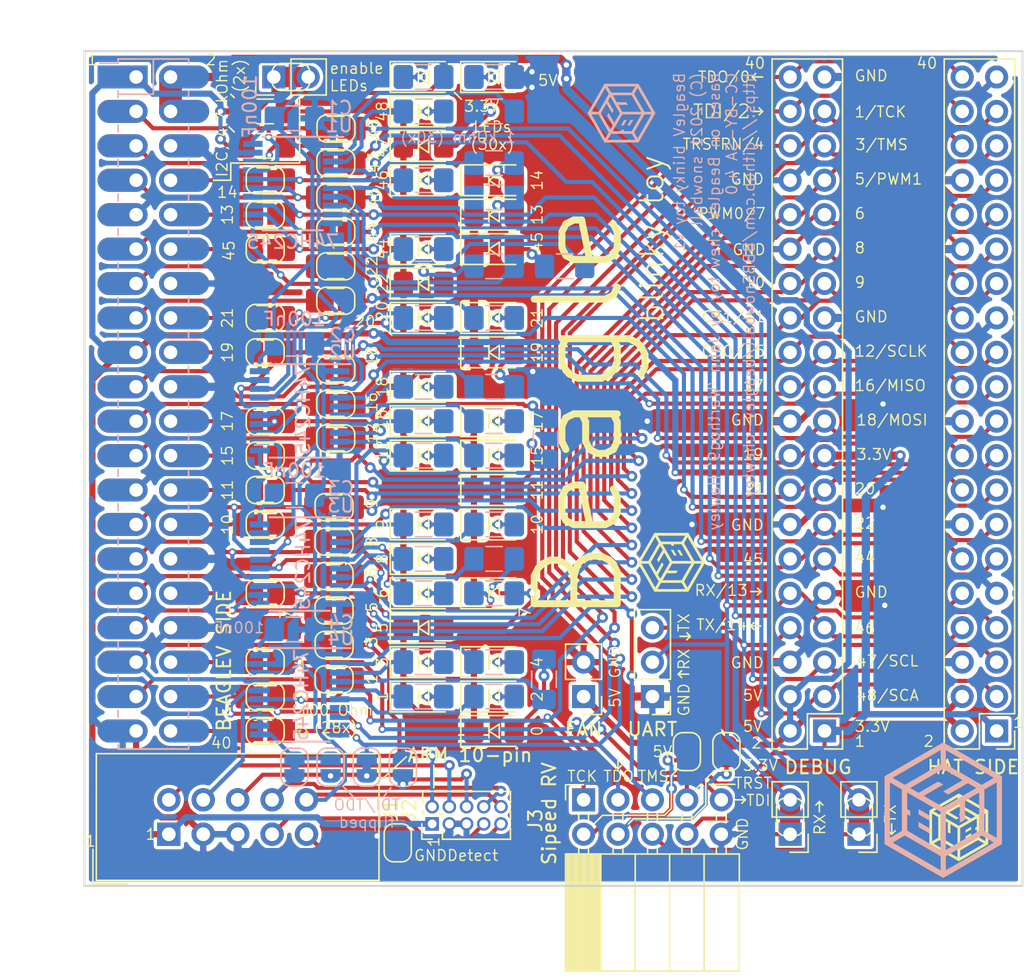
<source format=kicad_pcb>
(kicad_pcb (version 20171130) (host pcbnew "(5.1.2)-2")
  (layers (0 Top signal) (31 Bottom signal) (34 B.Paste user hide) (35 F.Paste user hide) (36 B.SilkS user) (37 F.SilkS user) (38 B.Mask user hide) (39 F.Mask user hide) (44 Edge.Cuts user))
  (net 0 "")
  (net 1 GND)
  (net 2 /GPIO5/PWM)
  (net 3 /GPIO7/PWM)
  (net 4 /GPIO6)
  (net 5 /GPIO8)
  (net 6 /GPIO10)
  (net 7 /GPIO9)
  (net 8 /GPIO11/CS1)
  (net 9 /GPIO15/CS0)
  (net 10 /GPIO12/SCLK)
  (net 11 /GPIO17)
  (net 12 /GPIO16/MISO)
  (net 13 /GPIO18/MOSI)
  (net 14 /GPIO19)
  (net 15 /GPIO21)
  (net 16 /GPIO20)
  (net 17 /GPIO22)
  (net 18 /GPIO45)
  (net 19 /GPIO44)
  (net 20 /GPIO13/RX)
  (net 21 /GPIO14/TX)
  (net 22 /GPIO46)
  (net 23 /GPIO47/SCL)
  (net 24 /GPIO48/SDA)
  (net 25 "Net-(BEAGLEVSIDE1-Pad40)")
  (net 26 "Net-(BEAGLEVSIDE1-Pad38)")
  (net 27 "Net-(BEAGLEVSIDE1-Pad37)")
  (net 28 "Net-(BEAGLEVSIDE1-Pad36)")
  (net 29 "Net-(BEAGLEVSIDE1-Pad32)")
  (net 30 "Net-(BEAGLEVSIDE1-Pad31)")
  (net 31 "Net-(BEAGLEVSIDE1-Pad28)")
  (net 32 "Net-(BEAGLEVSIDE1-Pad26)")
  (net 33 "Net-(BEAGLEVSIDE1-Pad24)")
  (net 34 "Net-(BEAGLEVSIDE1-Pad23)")
  (net 35 "Net-(BEAGLEVSIDE1-Pad22)")
  (net 36 "Net-(BEAGLEVSIDE1-Pad19)")
  (net 37 "Net-(BEAGLEVSIDE1-Pad18)")
  (net 38 +3V3)
  (net 39 "Net-(BEAGLEVSIDE1-Pad16)")
  (net 40 "Net-(BEAGLEVSIDE1-Pad15)")
  (net 41 "Net-(BEAGLEVSIDE1-Pad13)")
  (net 42 "Net-(BEAGLEVSIDE1-Pad12)")
  (net 43 "Net-(BEAGLEVSIDE1-Pad10)")
  (net 44 "Net-(BEAGLEVSIDE1-Pad8)")
  (net 45 "Net-(BEAGLEVSIDE1-Pad5)")
  (net 46 +5V)
  (net 47 "Net-(J1-Pad9)")
  (net 48 "Net-(J1-Pad8)")
  (net 49 "Net-(J1-Pad7)")
  (net 50 "Net-(J1-Pad6)")
  (net 51 /GPIO3_TMS)
  (net 52 /GPIO1_TCK)
  (net 53 /GPIO4_TRSTN)
  (net 54 /GPIO2_TDI_TO_SOC)
  (net 55 /GPIO0_TDO_FROM_SOC)
  (net 56 "Net-(J3-Pad8)")
  (net 57 "Net-(J3-Pad6)")
  (net 58 "Net-(J3-Pad4)")
  (net 59 "Net-(J3-Pad2)")
  (net 60 VCC)
  (net 61 "Net-(D3-Pad2)")
  (net 62 "Net-(D5-Pad2)")
  (net 63 "Net-(D7-Pad2)")
  (net 64 "Net-(D8-Pad2)")
  (net 65 "Net-(D10-Pad2)")
  (net 66 "Net-(D11-Pad2)")
  (net 67 "Net-(D12-Pad2)")
  (net 68 "Net-(D13-Pad2)")
  (net 69 "Net-(D15-Pad2)")
  (net 70 "Net-(D16-Pad2)")
  (net 71 "Net-(D18-Pad2)")
  (net 72 "Net-(D19-Pad2)")
  (net 73 "Net-(D21-Pad2)")
  (net 74 "Net-(D22-Pad2)")
  (net 75 "Net-(D23-Pad2)")
  (net 76 "Net-(D24-Pad2)")
  (net 77 "Net-(D26-Pad2)")
  (net 78 "Net-(D27-Pad2)")
  (net 79 "Net-(D28-Pad2)")
  (net 80 "Net-(D29-Pad2)")
  (net 81 "Net-(D31-Pad2)")
  (net 82 "Net-(D32-Pad2)")
  (net 83 "Net-(R31-Pad1)")
  (net 84 "Net-(R32-Pad1)")
  (net 85 "Net-(R33-Pad1)")
  (net 86 "Net-(R35-Pad1)")
  (net 87 "Net-(R36-Pad1)")
  (net 88 "Net-(R37-Pad1)")
  (net 89 "Net-(R38-Pad1)")
  (net 90 "Net-(R39-Pad1)")
  (net 91 "Net-(R40-Pad1)")
  (net 92 "Net-(R41-Pad1)")
  (net 93 "Net-(R42-Pad1)")
  (net 94 "Net-(R43-Pad1)")
  (net 95 "Net-(R44-Pad1)")
  (net 96 "Net-(R45-Pad1)")
  (net 97 "Net-(R46-Pad1)")
  (net 98 "Net-(R47-Pad1)")
  (net 99 "Net-(R48-Pad1)")
  (net 100 "Net-(R49-Pad1)")
  (net 101 "Net-(R50-Pad1)")
  (net 102 "Net-(R51-Pad1)")
  (net 103 "Net-(R52-Pad1)")
  (net 104 "Net-(R53-Pad1)")
  (net 105 "Net-(R54-Pad1)")
  (net 106 "Net-(R55-Pad1)")
  (net 107 "Net-(R56-Pad1)")
  (net 108 "Net-(R57-Pad1)")
  (net 109 "Net-(R59-Pad1)")
  (net 110 "Net-(R60-Pad1)")
  (net 111 "Net-(D33-Pad2)")
  (net 112 "Net-(D1-Pad1)")
  (net 113 "Net-(D2-Pad1)")
  (net 114 "Net-(D35-Pad2)")
  (net 115 "Net-(D37-Pad2)")
  (net 116 "Net-(D38-Pad2)")
  (net 117 "Net-(D40-Pad2)")
  (net 118 "Net-(D36-Pad2)")
  (net 119 /P11)
  (net 120 /P7)
  (net 121 /P3)
  (net 122 "Net-(U3-Pad9)")
  (net 123 /P21)
  (net 124 "Net-(U4-Pad9)")
  (net 125 "Net-(U4-Pad8)")
  (net 126 "Net-(U4-Pad7)")
  (net 127 /P33)
  (net 128 /P29)
  (net 129 /P27)
  (net 130 /P35)
  (module "BeagleV Chew Toy:subraum_5mm" (layer Bottom) (at 165.481 83.439 270)
    (fp_text reference G*** hide)
    (fp_text value LOGO hide)
  )
  (module "BeagleV Chew Toy:subraum_5mm" (layer Top) (at 169.164 116.586 90)
    (fp_text reference G*** hide)
    (fp_text value LOGO hide)
  )
  (module "BeagleV Chew Toy:subraum_5mm" (layer Top) (at 190.373 136.144)
    (fp_text reference G*** hide)
    (fp_text value LOGO hide)
  )
  (module "BeagleV Chew Toy:subraum_10mm" (layer Bottom) (at 189.23 134.874 180)
    (fp_text reference G*** hide)
    (fp_text value LOGO hide)
  )
  (module "BeagleV Chew Toy:PinSocket_2x20_P2.54mm_Vertical_THTSMD" (layer Bottom) (at 129.667 80.772 180)
    (fp_text reference BEAGLEVSIDE1 hide)
    (fp_text value PINHD-2X20)
    (pad 1 thru_hole rect (at 0 0 180) (size 3.7 1.7) (drill 1 (offset 1 0)) (layers *.Cu *.Mask) (net 38 +3V3))
    (pad 2 thru_hole oval (at -2.54 0 180) (size 3.7 1.7) (drill 1 (offset -1 0)) (layers *.Cu *.Mask) (net 46 +5V))
    (pad 3 thru_hole oval (at 0 -2.54 180) (size 3.7 1.7) (drill 1 (offset 1 0)) (layers *.Cu *.Mask) (net 121 /P3))
    (pad 4 thru_hole oval (at -2.54 -2.54 180) (size 3.7 1.7) (drill 1 (offset -1 0)) (layers *.Cu *.Mask) (net 46 +5V))
    (pad 5 thru_hole oval (at 0 -5.08 180) (size 3.7 1.7) (drill 1 (offset 1 0)) (layers *.Cu *.Mask) (net 45 "Net-(BEAGLEVSIDE1-Pad5)"))
    (pad 6 thru_hole oval (at -2.54 -5.08 180) (size 3.7 1.7) (drill 1 (offset -1 0)) (layers *.Cu *.Mask) (net 1 GND))
    (pad 7 thru_hole oval (at 0 -7.62 180) (size 3.7 1.7) (drill 1 (offset 1 0)) (layers *.Cu *.Mask) (net 120 /P7))
    (pad 8 thru_hole oval (at -2.54 -7.62 180) (size 3.7 1.7) (drill 1 (offset -1 0)) (layers *.Cu *.Mask) (net 44 "Net-(BEAGLEVSIDE1-Pad8)"))
    (pad 9 thru_hole oval (at 0 -10.16 180) (size 3.7 1.7) (drill 1 (offset 1 0)) (layers *.Cu *.Mask) (net 1 GND))
    (pad 10 thru_hole oval (at -2.54 -10.16 180) (size 3.7 1.7) (drill 1 (offset -1 0)) (layers *.Cu *.Mask) (net 43 "Net-(BEAGLEVSIDE1-Pad10)"))
    (pad 11 thru_hole oval (at 0 -12.7 180) (size 3.7 1.7) (drill 1 (offset 1 0)) (layers *.Cu *.Mask) (net 119 /P11))
    (pad 12 thru_hole oval (at -2.54 -12.7 180) (size 3.7 1.7) (drill 1 (offset -1 0)) (layers *.Cu *.Mask) (net 42 "Net-(BEAGLEVSIDE1-Pad12)"))
    (pad 13 thru_hole oval (at 0 -15.24 180) (size 3.7 1.7) (drill 1 (offset 1 0)) (layers *.Cu *.Mask) (net 41 "Net-(BEAGLEVSIDE1-Pad13)"))
    (pad 14 thru_hole oval (at -2.54 -15.24 180) (size 3.7 1.7) (drill 1 (offset -1 0)) (layers *.Cu *.Mask) (net 1 GND))
    (pad 15 thru_hole oval (at 0 -17.78 180) (size 3.7 1.7) (drill 1 (offset 1 0)) (layers *.Cu *.Mask) (net 40 "Net-(BEAGLEVSIDE1-Pad15)"))
    (pad 16 thru_hole oval (at -2.54 -17.78 180) (size 3.7 1.7) (drill 1 (offset -1 0)) (layers *.Cu *.Mask) (net 39 "Net-(BEAGLEVSIDE1-Pad16)"))
    (pad 17 thru_hole oval (at 0 -20.32 180) (size 3.7 1.7) (drill 1 (offset 1 0)) (layers *.Cu *.Mask) (net 38 +3V3))
    (pad 18 thru_hole oval (at -2.54 -20.32 180) (size 3.7 1.7) (drill 1 (offset -1 0)) (layers *.Cu *.Mask) (net 37 "Net-(BEAGLEVSIDE1-Pad18)"))
    (pad 19 thru_hole oval (at 0 -22.86 180) (size 3.7 1.7) (drill 1 (offset 1 0)) (layers *.Cu *.Mask) (net 36 "Net-(BEAGLEVSIDE1-Pad19)"))
    (pad 20 thru_hole oval (at -2.54 -22.86 180) (size 3.7 1.7) (drill 1 (offset -1 0)) (layers *.Cu *.Mask) (net 1 GND))
    (pad 21 thru_hole oval (at 0 -25.4 180) (size 3.7 1.7) (drill 1 (offset 1 0)) (layers *.Cu *.Mask) (net 123 /P21))
    (pad 22 thru_hole oval (at -2.54 -25.4 180) (size 3.7 1.7) (drill 1 (offset -1 0)) (layers *.Cu *.Mask) (net 35 "Net-(BEAGLEVSIDE1-Pad22)"))
    (pad 23 thru_hole oval (at 0 -27.94 180) (size 3.7 1.7) (drill 1 (offset 1 0)) (layers *.Cu *.Mask) (net 34 "Net-(BEAGLEVSIDE1-Pad23)"))
    (pad 24 thru_hole oval (at -2.54 -27.94 180) (size 3.7 1.7) (drill 1 (offset -1 0)) (layers *.Cu *.Mask) (net 33 "Net-(BEAGLEVSIDE1-Pad24)"))
    (pad 25 thru_hole oval (at 0 -30.48 180) (size 3.7 1.7) (drill 1 (offset 1 0)) (layers *.Cu *.Mask) (net 1 GND))
    (pad 26 thru_hole oval (at -2.54 -30.48 180) (size 3.7 1.7) (drill 1 (offset -1 0)) (layers *.Cu *.Mask) (net 32 "Net-(BEAGLEVSIDE1-Pad26)"))
    (pad 27 thru_hole oval (at 0 -33.02 180) (size 3.7 1.7) (drill 1 (offset 1 0)) (layers *.Cu *.Mask) (net 129 /P27))
    (pad 28 thru_hole oval (at -2.54 -33.02 180) (size 3.7 1.7) (drill 1 (offset -1 0)) (layers *.Cu *.Mask) (net 31 "Net-(BEAGLEVSIDE1-Pad28)"))
    (pad 29 thru_hole oval (at 0 -35.56 180) (size 3.7 1.7) (drill 1 (offset 1 0)) (layers *.Cu *.Mask) (net 128 /P29))
    (pad 30 thru_hole oval (at -2.54 -35.56 180) (size 3.7 1.7) (drill 1 (offset -1 0)) (layers *.Cu *.Mask) (net 1 GND))
    (pad 31 thru_hole oval (at 0 -38.1 180) (size 3.7 1.7) (drill 1 (offset 1 0)) (layers *.Cu *.Mask) (net 30 "Net-(BEAGLEVSIDE1-Pad31)"))
    (pad 32 thru_hole oval (at -2.54 -38.1 180) (size 3.7 1.7) (drill 1 (offset -1 0)) (layers *.Cu *.Mask) (net 29 "Net-(BEAGLEVSIDE1-Pad32)"))
    (pad 33 thru_hole oval (at 0 -40.64 180) (size 3.7 1.7) (drill 1 (offset 1 0)) (layers *.Cu *.Mask) (net 127 /P33))
    (pad 34 thru_hole oval (at -2.54 -40.64 180) (size 3.7 1.7) (drill 1 (offset -1 0)) (layers *.Cu *.Mask) (net 1 GND))
    (pad 35 thru_hole oval (at 0 -43.18 180) (size 3.7 1.7) (drill 1 (offset 1 0)) (layers *.Cu *.Mask) (net 130 /P35))
    (pad 36 thru_hole oval (at -2.54 -43.18 180) (size 3.7 1.7) (drill 1 (offset -1 0)) (layers *.Cu *.Mask) (net 28 "Net-(BEAGLEVSIDE1-Pad36)"))
    (pad 37 thru_hole oval (at 0 -45.72 180) (size 3.7 1.7) (drill 1 (offset 1 0)) (layers *.Cu *.Mask) (net 27 "Net-(BEAGLEVSIDE1-Pad37)"))
    (pad 38 thru_hole oval (at -2.54 -45.72 180) (size 3.7 1.7) (drill 1 (offset -1 0)) (layers *.Cu *.Mask) (net 26 "Net-(BEAGLEVSIDE1-Pad38)"))
    (pad 39 thru_hole oval (at 0 -48.26 180) (size 3.7 1.7) (drill 1 (offset 1 0)) (layers *.Cu *.Mask) (net 1 GND))
    (pad 40 thru_hole oval (at -2.54 -48.26 180) (size 3.7 1.7) (drill 1 (offset -1 0)) (layers *.Cu *.Mask) (net 25 "Net-(BEAGLEVSIDE1-Pad40)"))
  )
  (module Resistor_SMD:R_1206_3216Metric_Pad1.42x1.75mm_HandSolder (layer Bottom) (at 156.083 94.742 180)
    (fp_text reference R41 hide)
    (fp_text value 1k)
    (pad 2 smd roundrect (at 1.4875 0 180) (size 1.425 1.75) (layers Bottom B.Paste B.Mask) (roundrect_rratio 0.175439) (net 68 "Net-(D13-Pad2)"))
    (pad 1 smd roundrect (at -1.4875 0 180) (size 1.425 1.75) (layers Bottom B.Paste B.Mask) (roundrect_rratio 0.175439) (net 92 "Net-(R41-Pad1)"))
  )
  (module Resistor_SMD:R_1206_3216Metric_Pad1.42x1.75mm_HandSolder (layer Bottom) (at 156.083 80.772)
    (fp_text reference R64 hide)
    (fp_text value 1k)
    (pad 2 smd roundrect (at 1.4875 0) (size 1.425 1.75) (layers Bottom B.Paste B.Mask) (roundrect_rratio 0.175439) (net 1 GND))
    (pad 1 smd roundrect (at -1.4875 0) (size 1.425 1.75) (layers Bottom B.Paste B.Mask) (roundrect_rratio 0.175439) (net 113 "Net-(D2-Pad1)"))
  )
  (module Resistor_SMD:R_1206_3216Metric_Pad1.42x1.75mm_HandSolder (layer Bottom) (at 150.876 80.772)
    (fp_text reference R63 hide)
    (fp_text value 1k)
    (pad 2 smd roundrect (at 1.4875 0) (size 1.425 1.75) (layers Bottom B.Paste B.Mask) (roundrect_rratio 0.175439) (net 1 GND))
    (pad 1 smd roundrect (at -1.4875 0) (size 1.425 1.75) (layers Bottom B.Paste B.Mask) (roundrect_rratio 0.175439) (net 112 "Net-(D1-Pad1)"))
  )
  (module Jumper:SolderJumper-2_P1.3mm_Open_RoundedPad1.0x1.5mm (layer Top) (at 141.097 80.772)
    (fp_text reference JP41 hide)
    (fp_text value SolderJumper_2_Bridged)
    (pad 2 smd custom (at 0.65 0) (size 1 0.5) (layers Top F.Mask) (net 60 VCC) (options (clearance outline) (anchor rect)) (primitives (gr_circle (center 0 0.25) (end 0.5 0.25) (width 0)) (gr_circle (center 0 -0.25) (end 0.5 -0.25) (width 0)) (gr_poly (pts (xy 0 -0.75) (xy -0.5 -0.75) (xy -0.5 0.75) (xy 0 0.75)) (width 0))))
    (pad 1 smd custom (at -0.65 0) (size 1 0.5) (layers Top F.Mask) (net 38 +3V3) (options (clearance outline) (anchor rect)) (primitives (gr_circle (center 0 0.25) (end 0.5 0.25) (width 0)) (gr_circle (center 0 -0.25) (end 0.5 -0.25) (width 0)) (gr_poly (pts (xy 0 -0.75) (xy 0.5 -0.75) (xy 0.5 0.75) (xy 0 0.75)) (width 0))))
  )
  (module Connector_PinHeader_2.54mm:PinHeader_1x02_P2.54mm_Vertical (layer Top) (at 139.827 80.772 90)
    (fp_text reference JP40 hide)
    (fp_text value Jumper)
    (pad 2 thru_hole oval (at 0 2.54 90) (size 1.7 1.7) (drill 1) (layers *.Cu *.Mask) (net 60 VCC))
    (pad 1 thru_hole rect (at 0 0 90) (size 1.7 1.7) (drill 1) (layers *.Cu *.Mask) (net 38 +3V3))
  )
  (module Resistor_SMD:R_1206_3216Metric_Pad1.42x1.75mm_HandSolder (layer Top) (at 139.192 85.852)
    (fp_text reference R62 hide)
    (fp_text value 4k7)
    (pad 2 smd roundrect (at 1.4875 0) (size 1.425 1.75) (layers Top F.Paste F.Mask) (roundrect_rratio 0.175439) (net 23 /GPIO47/SCL))
    (pad 1 smd roundrect (at -1.4875 0) (size 1.425 1.75) (layers Top F.Paste F.Mask) (roundrect_rratio 0.175439) (net 38 +3V3))
  )
  (module Resistor_SMD:R_1206_3216Metric_Pad1.42x1.75mm_HandSolder (layer Top) (at 139.192 83.312)
    (fp_text reference R61 hide)
    (fp_text value 4k7)
    (pad 2 smd roundrect (at 1.4875 0) (size 1.425 1.75) (layers Top F.Paste F.Mask) (roundrect_rratio 0.175439) (net 24 /GPIO48/SDA))
    (pad 1 smd roundrect (at -1.4875 0) (size 1.425 1.75) (layers Top F.Paste F.Mask) (roundrect_rratio 0.175439) (net 38 +3V3))
  )
  (module Connector_PinHeader_2.54mm:PinHeader_1x03_P2.54mm_Vertical (layer Top) (at 167.767 126.492 180)
    (fp_text reference UART1 hide)
    (fp_text value PINHD-1X2)
    (pad 3 thru_hole oval (at 0 5.08 180) (size 1.7 1.7) (drill 1) (layers *.Cu *.Mask) (net 21 /GPIO14/TX))
    (pad 2 thru_hole oval (at 0 2.54 180) (size 1.7 1.7) (drill 1) (layers *.Cu *.Mask) (net 20 /GPIO13/RX))
    (pad 1 thru_hole rect (at 0 0 180) (size 1.7 1.7) (drill 1) (layers *.Cu *.Mask) (net 1 GND))
  )
  (module Connector_PinHeader_2.54mm:PinHeader_2x20_P2.54mm_Vertical (layer Top) (at 193.167 129.032 180)
    (fp_text reference HATSIDE1 hide)
    (fp_text value PINHD-2X20-BIG)
    (pad 40 thru_hole oval (at 2.54 48.26 180) (size 1.7 1.7) (drill 1) (layers *.Cu *.Mask) (net 55 /GPIO0_TDO_FROM_SOC))
    (pad 39 thru_hole oval (at 0 48.26 180) (size 1.7 1.7) (drill 1) (layers *.Cu *.Mask) (net 1 GND))
    (pad 38 thru_hole oval (at 2.54 45.72 180) (size 1.7 1.7) (drill 1) (layers *.Cu *.Mask) (net 54 /GPIO2_TDI_TO_SOC))
    (pad 37 thru_hole oval (at 0 45.72 180) (size 1.7 1.7) (drill 1) (layers *.Cu *.Mask) (net 52 /GPIO1_TCK))
    (pad 36 thru_hole oval (at 2.54 43.18 180) (size 1.7 1.7) (drill 1) (layers *.Cu *.Mask) (net 53 /GPIO4_TRSTN))
    (pad 35 thru_hole oval (at 0 43.18 180) (size 1.7 1.7) (drill 1) (layers *.Cu *.Mask) (net 51 /GPIO3_TMS))
    (pad 34 thru_hole oval (at 2.54 40.64 180) (size 1.7 1.7) (drill 1) (layers *.Cu *.Mask) (net 1 GND))
    (pad 33 thru_hole oval (at 0 40.64 180) (size 1.7 1.7) (drill 1) (layers *.Cu *.Mask) (net 2 /GPIO5/PWM))
    (pad 32 thru_hole oval (at 2.54 38.1 180) (size 1.7 1.7) (drill 1) (layers *.Cu *.Mask) (net 3 /GPIO7/PWM))
    (pad 31 thru_hole oval (at 0 38.1 180) (size 1.7 1.7) (drill 1) (layers *.Cu *.Mask) (net 4 /GPIO6))
    (pad 30 thru_hole oval (at 2.54 35.56 180) (size 1.7 1.7) (drill 1) (layers *.Cu *.Mask) (net 1 GND))
    (pad 29 thru_hole oval (at 0 35.56 180) (size 1.7 1.7) (drill 1) (layers *.Cu *.Mask) (net 5 /GPIO8))
    (pad 28 thru_hole oval (at 2.54 33.02 180) (size 1.7 1.7) (drill 1) (layers *.Cu *.Mask) (net 6 /GPIO10))
    (pad 27 thru_hole oval (at 0 33.02 180) (size 1.7 1.7) (drill 1) (layers *.Cu *.Mask) (net 7 /GPIO9))
    (pad 26 thru_hole oval (at 2.54 30.48 180) (size 1.7 1.7) (drill 1) (layers *.Cu *.Mask) (net 8 /GPIO11/CS1))
    (pad 25 thru_hole oval (at 0 30.48 180) (size 1.7 1.7) (drill 1) (layers *.Cu *.Mask) (net 1 GND))
    (pad 24 thru_hole oval (at 2.54 27.94 180) (size 1.7 1.7) (drill 1) (layers *.Cu *.Mask) (net 9 /GPIO15/CS0))
    (pad 23 thru_hole oval (at 0 27.94 180) (size 1.7 1.7) (drill 1) (layers *.Cu *.Mask) (net 10 /GPIO12/SCLK))
    (pad 22 thru_hole oval (at 2.54 25.4 180) (size 1.7 1.7) (drill 1) (layers *.Cu *.Mask) (net 11 /GPIO17))
    (pad 21 thru_hole oval (at 0 25.4 180) (size 1.7 1.7) (drill 1) (layers *.Cu *.Mask) (net 12 /GPIO16/MISO))
    (pad 20 thru_hole oval (at 2.54 22.86 180) (size 1.7 1.7) (drill 1) (layers *.Cu *.Mask) (net 1 GND))
    (pad 19 thru_hole oval (at 0 22.86 180) (size 1.7 1.7) (drill 1) (layers *.Cu *.Mask) (net 13 /GPIO18/MOSI))
    (pad 18 thru_hole oval (at 2.54 20.32 180) (size 1.7 1.7) (drill 1) (layers *.Cu *.Mask) (net 14 /GPIO19))
    (pad 17 thru_hole oval (at 0 20.32 180) (size 1.7 1.7) (drill 1) (layers *.Cu *.Mask) (net 38 +3V3))
    (pad 16 thru_hole oval (at 2.54 17.78 180) (size 1.7 1.7) (drill 1) (layers *.Cu *.Mask) (net 15 /GPIO21))
    (pad 15 thru_hole oval (at 0 17.78 180) (size 1.7 1.7) (drill 1) (layers *.Cu *.Mask) (net 16 /GPIO20))
    (pad 14 thru_hole oval (at 2.54 15.24 180) (size 1.7 1.7) (drill 1) (layers *.Cu *.Mask) (net 1 GND))
    (pad 13 thru_hole oval (at 0 15.24 180) (size 1.7 1.7) (drill 1) (layers *.Cu *.Mask) (net 17 /GPIO22))
    (pad 12 thru_hole oval (at 2.54 12.7 180) (size 1.7 1.7) (drill 1) (layers *.Cu *.Mask) (net 18 /GPIO45))
    (pad 11 thru_hole oval (at 0 12.7 180) (size 1.7 1.7) (drill 1) (layers *.Cu *.Mask) (net 19 /GPIO44))
    (pad 10 thru_hole oval (at 2.54 10.16 180) (size 1.7 1.7) (drill 1) (layers *.Cu *.Mask) (net 20 /GPIO13/RX))
    (pad 9 thru_hole oval (at 0 10.16 180) (size 1.7 1.7) (drill 1) (layers *.Cu *.Mask) (net 1 GND))
    (pad 8 thru_hole oval (at 2.54 7.62 180) (size 1.7 1.7) (drill 1) (layers *.Cu *.Mask) (net 21 /GPIO14/TX))
    (pad 7 thru_hole oval (at 0 7.62 180) (size 1.7 1.7) (drill 1) (layers *.Cu *.Mask) (net 22 /GPIO46))
    (pad 6 thru_hole oval (at 2.54 5.08 180) (size 1.7 1.7) (drill 1) (layers *.Cu *.Mask) (net 1 GND))
    (pad 5 thru_hole oval (at 0 5.08 180) (size 1.7 1.7) (drill 1) (layers *.Cu *.Mask) (net 23 /GPIO47/SCL))
    (pad 4 thru_hole oval (at 2.54 2.54 180) (size 1.7 1.7) (drill 1) (layers *.Cu *.Mask) (net 46 +5V))
    (pad 3 thru_hole oval (at 0 2.54 180) (size 1.7 1.7) (drill 1) (layers *.Cu *.Mask) (net 24 /GPIO48/SDA))
    (pad 2 thru_hole oval (at 2.54 0 180) (size 1.7 1.7) (drill 1) (layers *.Cu *.Mask) (net 46 +5V))
    (pad 1 thru_hole rect (at 0 0 180) (size 1.7 1.7) (drill 1) (layers *.Cu *.Mask) (net 38 +3V3))
  )
  (module Package_SO:TSSOP-20_4.4x6.5mm_P0.65mm (layer Bottom) (at 141.732 126.365 180)
    (fp_text reference U4 (at -3.048 4.191) (layer B.SilkS) (effects (justify mirror)))
    (fp_text value 74HC245 (at -0.127 0 90) (layer B.SilkS) (effects (justify mirror)))
    (pad 20 smd rect (at 2.95 2.925 180) (size 1.45 0.45) (layers Bottom B.Paste B.Mask) (net 60 VCC))
    (pad 19 smd rect (at 2.95 2.275 180) (size 1.45 0.45) (layers Bottom B.Paste B.Mask) (net 1 GND))
    (pad 18 smd rect (at 2.95 1.625 180) (size 1.45 0.45) (layers Bottom B.Paste B.Mask) (net 53 /GPIO4_TRSTN))
    (pad 17 smd rect (at 2.95 0.975 180) (size 1.45 0.45) (layers Bottom B.Paste B.Mask) (net 130 /P35))
    (pad 16 smd rect (at 2.95 0.325 180) (size 1.45 0.45) (layers Bottom B.Paste B.Mask) (net 55 /GPIO0_TDO_FROM_SOC))
    (pad 15 smd rect (at 2.95 -0.325 180) (size 1.45 0.45) (layers Bottom B.Paste B.Mask) (net 52 /GPIO1_TCK))
    (pad 14 smd rect (at 2.95 -0.975 180) (size 1.45 0.45) (layers Bottom B.Paste B.Mask) (net 54 /GPIO2_TDI_TO_SOC))
    (pad 13 smd rect (at 2.95 -1.625 180) (size 1.45 0.45) (layers Bottom B.Paste B.Mask) (net 54 /GPIO2_TDI_TO_SOC))
    (pad 12 smd rect (at 2.95 -2.275 180) (size 1.45 0.45) (layers Bottom B.Paste B.Mask) (net 54 /GPIO2_TDI_TO_SOC))
    (pad 11 smd rect (at 2.95 -2.925 180) (size 1.45 0.45) (layers Bottom B.Paste B.Mask) (net 54 /GPIO2_TDI_TO_SOC))
    (pad 10 smd rect (at -2.95 -2.925 180) (size 1.45 0.45) (layers Bottom B.Paste B.Mask) (net 1 GND))
    (pad 9 smd rect (at -2.95 -2.275 180) (size 1.45 0.45) (layers Bottom B.Paste B.Mask) (net 124 "Net-(U4-Pad9)"))
    (pad 8 smd rect (at -2.95 -1.625 180) (size 1.45 0.45) (layers Bottom B.Paste B.Mask) (net 125 "Net-(U4-Pad8)"))
    (pad 7 smd rect (at -2.95 -0.975 180) (size 1.45 0.45) (layers Bottom B.Paste B.Mask) (net 126 "Net-(U4-Pad7)"))
    (pad 6 smd rect (at -2.95 -0.325 180) (size 1.45 0.45) (layers Bottom B.Paste B.Mask) (net 99 "Net-(R48-Pad1)"))
    (pad 5 smd rect (at -2.95 0.325 180) (size 1.45 0.45) (layers Bottom B.Paste B.Mask) (net 96 "Net-(R45-Pad1)"))
    (pad 4 smd rect (at -2.95 0.975 180) (size 1.45 0.45) (layers Bottom B.Paste B.Mask) (net 84 "Net-(R32-Pad1)"))
    (pad 3 smd rect (at -2.95 1.625 180) (size 1.45 0.45) (layers Bottom B.Paste B.Mask) (net 104 "Net-(R53-Pad1)"))
    (pad 2 smd rect (at -2.95 2.275 180) (size 1.45 0.45) (layers Bottom B.Paste B.Mask) (net 93 "Net-(R42-Pad1)"))
    (pad 1 smd rect (at -2.95 2.925 180) (size 1.45 0.45) (layers Bottom B.Paste B.Mask) (net 1 GND))
  )
  (module Package_SO:TSSOP-20_4.4x6.5mm_P0.65mm (layer Bottom) (at 141.732 116.713 180)
    (fp_text reference U3 (at -3.048 4.318) (layer B.SilkS) (effects (justify mirror)))
    (fp_text value 74HC245 (at -0.254 0 90) (layer B.SilkS) (effects (justify mirror)))
    (pad 20 smd rect (at 2.95 2.925 180) (size 1.45 0.45) (layers Bottom B.Paste B.Mask) (net 60 VCC))
    (pad 19 smd rect (at 2.95 2.275 180) (size 1.45 0.45) (layers Bottom B.Paste B.Mask) (net 1 GND))
    (pad 18 smd rect (at 2.95 1.625 180) (size 1.45 0.45) (layers Bottom B.Paste B.Mask) (net 10 /GPIO12/SCLK))
    (pad 17 smd rect (at 2.95 0.975 180) (size 1.45 0.45) (layers Bottom B.Paste B.Mask) (net 129 /P27))
    (pad 16 smd rect (at 2.95 0.325 180) (size 1.45 0.45) (layers Bottom B.Paste B.Mask) (net 6 /GPIO10))
    (pad 15 smd rect (at 2.95 -0.325 180) (size 1.45 0.45) (layers Bottom B.Paste B.Mask) (net 4 /GPIO6))
    (pad 14 smd rect (at 2.95 -0.975 180) (size 1.45 0.45) (layers Bottom B.Paste B.Mask) (net 128 /P29))
    (pad 13 smd rect (at 2.95 -1.625 180) (size 1.45 0.45) (layers Bottom B.Paste B.Mask) (net 3 /GPIO7/PWM))
    (pad 12 smd rect (at 2.95 -2.275 180) (size 1.45 0.45) (layers Bottom B.Paste B.Mask) (net 127 /P33))
    (pad 11 smd rect (at 2.95 -2.925 180) (size 1.45 0.45) (layers Bottom B.Paste B.Mask) (net 127 /P33))
    (pad 10 smd rect (at -2.95 -2.925 180) (size 1.45 0.45) (layers Bottom B.Paste B.Mask) (net 1 GND))
    (pad 9 smd rect (at -2.95 -2.275 180) (size 1.45 0.45) (layers Bottom B.Paste B.Mask) (net 122 "Net-(U3-Pad9)"))
    (pad 8 smd rect (at -2.95 -1.625 180) (size 1.45 0.45) (layers Bottom B.Paste B.Mask) (net 88 "Net-(R37-Pad1)"))
    (pad 7 smd rect (at -2.95 -0.975 180) (size 1.45 0.45) (layers Bottom B.Paste B.Mask) (net 110 "Net-(R60-Pad1)"))
    (pad 6 smd rect (at -2.95 -0.325 180) (size 1.45 0.45) (layers Bottom B.Paste B.Mask) (net 108 "Net-(R57-Pad1)"))
    (pad 5 smd rect (at -2.95 0.325 180) (size 1.45 0.45) (layers Bottom B.Paste B.Mask) (net 109 "Net-(R59-Pad1)"))
    (pad 4 smd rect (at -2.95 0.975 180) (size 1.45 0.45) (layers Bottom B.Paste B.Mask) (net 107 "Net-(R56-Pad1)"))
    (pad 3 smd rect (at -2.95 1.625 180) (size 1.45 0.45) (layers Bottom B.Paste B.Mask) (net 106 "Net-(R55-Pad1)"))
    (pad 2 smd rect (at -2.95 2.275 180) (size 1.45 0.45) (layers Bottom B.Paste B.Mask) (net 102 "Net-(R51-Pad1)"))
    (pad 1 smd rect (at -2.95 2.925 180) (size 1.45 0.45) (layers Bottom B.Paste B.Mask) (net 1 GND))
  )
  (module Package_SO:TSSOP-20_4.4x6.5mm_P0.65mm (layer Bottom) (at 141.732 105.41 180)
    (fp_text reference U2 (at -3.175 4.3) (layer B.SilkS) (effects (justify mirror)))
    (fp_text value 74HC245 (at -0.254 0.127 90) (layer B.SilkS) (effects (justify mirror)))
    (pad 20 smd rect (at 2.95 2.925 180) (size 1.45 0.45) (layers Bottom B.Paste B.Mask) (net 60 VCC))
    (pad 19 smd rect (at 2.95 2.275 180) (size 1.45 0.45) (layers Bottom B.Paste B.Mask) (net 1 GND))
    (pad 18 smd rect (at 2.95 1.625 180) (size 1.45 0.45) (layers Bottom B.Paste B.Mask) (net 15 /GPIO21))
    (pad 17 smd rect (at 2.95 0.975 180) (size 1.45 0.45) (layers Bottom B.Paste B.Mask) (net 16 /GPIO20))
    (pad 16 smd rect (at 2.95 0.325 180) (size 1.45 0.45) (layers Bottom B.Paste B.Mask) (net 14 /GPIO19))
    (pad 15 smd rect (at 2.95 -0.325 180) (size 1.45 0.45) (layers Bottom B.Paste B.Mask) (net 13 /GPIO18/MOSI))
    (pad 14 smd rect (at 2.95 -0.975 180) (size 1.45 0.45) (layers Bottom B.Paste B.Mask) (net 11 /GPIO17))
    (pad 13 smd rect (at 2.95 -1.625 180) (size 1.45 0.45) (layers Bottom B.Paste B.Mask) (net 123 /P21))
    (pad 12 smd rect (at 2.95 -2.275 180) (size 1.45 0.45) (layers Bottom B.Paste B.Mask) (net 8 /GPIO11/CS1))
    (pad 11 smd rect (at 2.95 -2.925 180) (size 1.45 0.45) (layers Bottom B.Paste B.Mask) (net 9 /GPIO15/CS0))
    (pad 10 smd rect (at -2.95 -2.925 180) (size 1.45 0.45) (layers Bottom B.Paste B.Mask) (net 1 GND))
    (pad 9 smd rect (at -2.95 -2.275 180) (size 1.45 0.45) (layers Bottom B.Paste B.Mask) (net 103 "Net-(R52-Pad1)"))
    (pad 8 smd rect (at -2.95 -1.625 180) (size 1.45 0.45) (layers Bottom B.Paste B.Mask) (net 105 "Net-(R54-Pad1)"))
    (pad 7 smd rect (at -2.95 -0.975 180) (size 1.45 0.45) (layers Bottom B.Paste B.Mask) (net 100 "Net-(R49-Pad1)"))
    (pad 6 smd rect (at -2.95 -0.325 180) (size 1.45 0.45) (layers Bottom B.Paste B.Mask) (net 101 "Net-(R50-Pad1)"))
    (pad 5 smd rect (at -2.95 0.325 180) (size 1.45 0.45) (layers Bottom B.Paste B.Mask) (net 98 "Net-(R47-Pad1)"))
    (pad 4 smd rect (at -2.95 0.975 180) (size 1.45 0.45) (layers Bottom B.Paste B.Mask) (net 97 "Net-(R46-Pad1)"))
    (pad 3 smd rect (at -2.95 1.625 180) (size 1.45 0.45) (layers Bottom B.Paste B.Mask) (net 94 "Net-(R43-Pad1)"))
    (pad 2 smd rect (at -2.95 2.275 180) (size 1.45 0.45) (layers Bottom B.Paste B.Mask) (net 95 "Net-(R44-Pad1)"))
    (pad 1 smd rect (at -2.95 2.925 180) (size 1.45 0.45) (layers Bottom B.Paste B.Mask) (net 1 GND))
  )
  (module Package_SO:TSSOP-20_4.4x6.5mm_P0.65mm (layer Bottom) (at 141.224 88.635 180)
    (fp_text reference U1 (at -3.429 4.307) (layer B.SilkS) (effects (justify mirror)))
    (fp_text value 74HC245 (at 0 -4.3) (layer B.SilkS) (effects (justify mirror)))
    (pad 20 smd rect (at 2.95 2.925 180) (size 1.45 0.45) (layers Bottom B.Paste B.Mask) (net 60 VCC))
    (pad 19 smd rect (at 2.95 2.275 180) (size 1.45 0.45) (layers Bottom B.Paste B.Mask) (net 1 GND))
    (pad 18 smd rect (at 2.95 1.625 180) (size 1.45 0.45) (layers Bottom B.Paste B.Mask) (net 23 /GPIO47/SCL))
    (pad 17 smd rect (at 2.95 0.975 180) (size 1.45 0.45) (layers Bottom B.Paste B.Mask) (net 121 /P3))
    (pad 16 smd rect (at 2.95 0.325 180) (size 1.45 0.45) (layers Bottom B.Paste B.Mask) (net 21 /GPIO14/TX))
    (pad 15 smd rect (at 2.95 -0.325 180) (size 1.45 0.45) (layers Bottom B.Paste B.Mask) (net 120 /P7))
    (pad 14 smd rect (at 2.95 -0.975 180) (size 1.45 0.45) (layers Bottom B.Paste B.Mask) (net 20 /GPIO13/RX))
    (pad 13 smd rect (at 2.95 -1.625 180) (size 1.45 0.45) (layers Bottom B.Paste B.Mask) (net 119 /P11))
    (pad 12 smd rect (at 2.95 -2.275 180) (size 1.45 0.45) (layers Bottom B.Paste B.Mask) (net 18 /GPIO45))
    (pad 11 smd rect (at 2.95 -2.925 180) (size 1.45 0.45) (layers Bottom B.Paste B.Mask) (net 17 /GPIO22))
    (pad 10 smd rect (at -2.95 -2.925 180) (size 1.45 0.45) (layers Bottom B.Paste B.Mask) (net 1 GND))
    (pad 9 smd rect (at -2.95 -2.275 180) (size 1.45 0.45) (layers Bottom B.Paste B.Mask) (net 92 "Net-(R41-Pad1)"))
    (pad 8 smd rect (at -2.95 -1.625 180) (size 1.45 0.45) (layers Bottom B.Paste B.Mask) (net 91 "Net-(R40-Pad1)"))
    (pad 7 smd rect (at -2.95 -0.975 180) (size 1.45 0.45) (layers Bottom B.Paste B.Mask) (net 90 "Net-(R39-Pad1)"))
    (pad 6 smd rect (at -2.95 -0.325 180) (size 1.45 0.45) (layers Bottom B.Paste B.Mask) (net 89 "Net-(R38-Pad1)"))
    (pad 5 smd rect (at -2.95 0.325 180) (size 1.45 0.45) (layers Bottom B.Paste B.Mask) (net 86 "Net-(R35-Pad1)"))
    (pad 4 smd rect (at -2.95 0.975 180) (size 1.45 0.45) (layers Bottom B.Paste B.Mask) (net 87 "Net-(R36-Pad1)"))
    (pad 3 smd rect (at -2.95 1.625 180) (size 1.45 0.45) (layers Bottom B.Paste B.Mask) (net 83 "Net-(R31-Pad1)"))
    (pad 2 smd rect (at -2.95 2.275 180) (size 1.45 0.45) (layers Bottom B.Paste B.Mask) (net 85 "Net-(R33-Pad1)"))
    (pad 1 smd rect (at -2.95 2.925 180) (size 1.45 0.45) (layers Bottom B.Paste B.Mask) (net 1 GND))
  )
  (module Resistor_SMD:R_1206_3216Metric_Pad1.42x1.75mm_HandSolder (layer Bottom) (at 156.083 116.332)
    (fp_text reference R60 hide)
    (fp_text value 1k)
    (pad 2 smd roundrect (at 1.4875 0) (size 1.425 1.75) (layers Bottom B.Paste B.Mask) (roundrect_rratio 0.175439) (net 82 "Net-(D32-Pad2)"))
    (pad 1 smd roundrect (at -1.4875 0) (size 1.425 1.75) (layers Bottom B.Paste B.Mask) (roundrect_rratio 0.175439) (net 110 "Net-(R60-Pad1)"))
  )
  (module Resistor_SMD:R_1206_3216Metric_Pad1.42x1.75mm_HandSolder (layer Bottom) (at 150.876 118.872)
    (fp_text reference R59 hide)
    (fp_text value 1k)
    (pad 2 smd roundrect (at 1.4875 0) (size 1.425 1.75) (layers Bottom B.Paste B.Mask) (roundrect_rratio 0.175439) (net 81 "Net-(D31-Pad2)"))
    (pad 1 smd roundrect (at -1.4875 0) (size 1.425 1.75) (layers Bottom B.Paste B.Mask) (roundrect_rratio 0.175439) (net 109 "Net-(R59-Pad1)"))
  )
  (module Resistor_SMD:R_1206_3216Metric_Pad1.42x1.75mm_HandSolder (layer Bottom) (at 150.876 116.332)
    (fp_text reference R57 hide)
    (fp_text value 1k)
    (pad 2 smd roundrect (at 1.4875 0) (size 1.425 1.75) (layers Bottom B.Paste B.Mask) (roundrect_rratio 0.175439) (net 80 "Net-(D29-Pad2)"))
    (pad 1 smd roundrect (at -1.4875 0) (size 1.425 1.75) (layers Bottom B.Paste B.Mask) (roundrect_rratio 0.175439) (net 108 "Net-(R57-Pad1)"))
  )
  (module Resistor_SMD:R_1206_3216Metric_Pad1.42x1.75mm_HandSolder (layer Bottom) (at 156.083 113.792)
    (fp_text reference R56 hide)
    (fp_text value 1k)
    (pad 2 smd roundrect (at 1.4875 0) (size 1.425 1.75) (layers Bottom B.Paste B.Mask) (roundrect_rratio 0.175439) (net 79 "Net-(D28-Pad2)"))
    (pad 1 smd roundrect (at -1.4875 0) (size 1.425 1.75) (layers Bottom B.Paste B.Mask) (roundrect_rratio 0.175439) (net 107 "Net-(R56-Pad1)"))
  )
  (module Resistor_SMD:R_1206_3216Metric_Pad1.42x1.75mm_HandSolder (layer Bottom) (at 150.876 113.792)
    (fp_text reference R55 hide)
    (fp_text value 1k)
    (pad 2 smd roundrect (at 1.4875 0) (size 1.425 1.75) (layers Bottom B.Paste B.Mask) (roundrect_rratio 0.175439) (net 78 "Net-(D27-Pad2)"))
    (pad 1 smd roundrect (at -1.4875 0) (size 1.425 1.75) (layers Bottom B.Paste B.Mask) (roundrect_rratio 0.175439) (net 106 "Net-(R55-Pad1)"))
  )
  (module Resistor_SMD:R_1206_3216Metric_Pad1.42x1.75mm_HandSolder (layer Bottom) (at 159.893 107.4785 270)
    (fp_text reference R54 hide)
    (fp_text value 1k)
    (pad 2 smd roundrect (at 1.4875 0 270) (size 1.425 1.75) (layers Bottom B.Paste B.Mask) (roundrect_rratio 0.175439) (net 77 "Net-(D26-Pad2)"))
    (pad 1 smd roundrect (at -1.4875 0 270) (size 1.425 1.75) (layers Bottom B.Paste B.Mask) (roundrect_rratio 0.175439) (net 105 "Net-(R54-Pad1)"))
  )
  (module Resistor_SMD:R_1206_3216Metric_Pad1.42x1.75mm_HandSolder (layer Bottom) (at 150.876 123.952)
    (fp_text reference R53 hide)
    (fp_text value 1k)
    (pad 2 smd roundrect (at 1.4875 0) (size 1.425 1.75) (layers Bottom B.Paste B.Mask) (roundrect_rratio 0.175439) (net 114 "Net-(D35-Pad2)"))
    (pad 1 smd roundrect (at -1.4875 0) (size 1.425 1.75) (layers Bottom B.Paste B.Mask) (roundrect_rratio 0.175439) (net 104 "Net-(R53-Pad1)"))
  )
  (module Resistor_SMD:R_1206_3216Metric_Pad1.42x1.75mm_HandSolder (layer Bottom) (at 156.083 108.712)
    (fp_text reference R52 hide)
    (fp_text value 1k)
    (pad 2 smd roundrect (at 1.4875 0) (size 1.425 1.75) (layers Bottom B.Paste B.Mask) (roundrect_rratio 0.175439) (net 76 "Net-(D24-Pad2)"))
    (pad 1 smd roundrect (at -1.4875 0) (size 1.425 1.75) (layers Bottom B.Paste B.Mask) (roundrect_rratio 0.175439) (net 103 "Net-(R52-Pad1)"))
  )
  (module Resistor_SMD:R_1206_3216Metric_Pad1.42x1.75mm_HandSolder (layer Bottom) (at 150.876 108.712)
    (fp_text reference R51 hide)
    (fp_text value 1k)
    (pad 2 smd roundrect (at 1.4875 0) (size 1.425 1.75) (layers Bottom B.Paste B.Mask) (roundrect_rratio 0.175439) (net 75 "Net-(D23-Pad2)"))
    (pad 1 smd roundrect (at -1.4875 0) (size 1.425 1.75) (layers Bottom B.Paste B.Mask) (roundrect_rratio 0.175439) (net 102 "Net-(R51-Pad1)"))
  )
  (module Resistor_SMD:R_1206_3216Metric_Pad1.42x1.75mm_HandSolder (layer Bottom) (at 156.083 106.172)
    (fp_text reference R50 hide)
    (fp_text value 1k)
    (pad 2 smd roundrect (at 1.4875 0) (size 1.425 1.75) (layers Bottom B.Paste B.Mask) (roundrect_rratio 0.175439) (net 74 "Net-(D22-Pad2)"))
    (pad 1 smd roundrect (at -1.4875 0) (size 1.425 1.75) (layers Bottom B.Paste B.Mask) (roundrect_rratio 0.175439) (net 101 "Net-(R50-Pad1)"))
  )
  (module Resistor_SMD:R_1206_3216Metric_Pad1.42x1.75mm_HandSolder (layer Bottom) (at 150.876 106.172)
    (fp_text reference R49 hide)
    (fp_text value 1k)
    (pad 2 smd roundrect (at 1.4875 0) (size 1.425 1.75) (layers Bottom B.Paste B.Mask) (roundrect_rratio 0.175439) (net 73 "Net-(D21-Pad2)"))
    (pad 1 smd roundrect (at -1.4875 0) (size 1.425 1.75) (layers Bottom B.Paste B.Mask) (roundrect_rratio 0.175439) (net 100 "Net-(R49-Pad1)"))
  )
  (module Resistor_SMD:R_1206_3216Metric_Pad1.42x1.75mm_HandSolder (layer Bottom) (at 156.083 126.492)
    (fp_text reference R48 hide)
    (fp_text value 1k)
    (pad 2 smd roundrect (at 1.4875 0) (size 1.425 1.75) (layers Bottom B.Paste B.Mask) (roundrect_rratio 0.175439) (net 116 "Net-(D38-Pad2)"))
    (pad 1 smd roundrect (at -1.4875 0) (size 1.425 1.75) (layers Bottom B.Paste B.Mask) (roundrect_rratio 0.175439) (net 99 "Net-(R48-Pad1)"))
  )
  (module Resistor_SMD:R_1206_3216Metric_Pad1.42x1.75mm_HandSolder (layer Bottom) (at 150.876 103.632)
    (fp_text reference R47 hide)
    (fp_text value 1k)
    (pad 2 smd roundrect (at 1.4875 0) (size 1.425 1.75) (layers Bottom B.Paste B.Mask) (roundrect_rratio 0.175439) (net 72 "Net-(D19-Pad2)"))
    (pad 1 smd roundrect (at -1.4875 0) (size 1.425 1.75) (layers Bottom B.Paste B.Mask) (roundrect_rratio 0.175439) (net 98 "Net-(R47-Pad1)"))
  )
  (module Resistor_SMD:R_1206_3216Metric_Pad1.42x1.75mm_HandSolder (layer Bottom) (at 156.083 103.632)
    (fp_text reference R46 hide)
    (fp_text value 1k)
    (pad 2 smd roundrect (at 1.4875 0) (size 1.425 1.75) (layers Bottom B.Paste B.Mask) (roundrect_rratio 0.175439) (net 71 "Net-(D18-Pad2)"))
    (pad 1 smd roundrect (at -1.4875 0) (size 1.425 1.75) (layers Bottom B.Paste B.Mask) (roundrect_rratio 0.175439) (net 97 "Net-(R46-Pad1)"))
  )
  (module Resistor_SMD:R_1206_3216Metric_Pad1.42x1.75mm_HandSolder (layer Bottom) (at 150.876 126.492)
    (fp_text reference R45 hide)
    (fp_text value 1k)
    (pad 2 smd roundrect (at 1.4875 0) (size 1.425 1.75) (layers Bottom B.Paste B.Mask) (roundrect_rratio 0.175439) (net 115 "Net-(D37-Pad2)"))
    (pad 1 smd roundrect (at -1.4875 0) (size 1.425 1.75) (layers Bottom B.Paste B.Mask) (roundrect_rratio 0.175439) (net 96 "Net-(R45-Pad1)"))
  )
  (module Resistor_SMD:R_1206_3216Metric_Pad1.42x1.75mm_HandSolder (layer Bottom) (at 156.083 98.552)
    (fp_text reference R44 hide)
    (fp_text value 1k)
    (pad 2 smd roundrect (at 1.4875 0) (size 1.425 1.75) (layers Bottom B.Paste B.Mask) (roundrect_rratio 0.175439) (net 70 "Net-(D16-Pad2)"))
    (pad 1 smd roundrect (at -1.4875 0) (size 1.425 1.75) (layers Bottom B.Paste B.Mask) (roundrect_rratio 0.175439) (net 95 "Net-(R44-Pad1)"))
  )
  (module Resistor_SMD:R_1206_3216Metric_Pad1.42x1.75mm_HandSolder (layer Bottom) (at 150.876 98.552)
    (fp_text reference R43 hide)
    (fp_text value 1k)
    (pad 2 smd roundrect (at 1.4875 0) (size 1.425 1.75) (layers Bottom B.Paste B.Mask) (roundrect_rratio 0.175439) (net 69 "Net-(D15-Pad2)"))
    (pad 1 smd roundrect (at -1.4875 0) (size 1.425 1.75) (layers Bottom B.Paste B.Mask) (roundrect_rratio 0.175439) (net 94 "Net-(R43-Pad1)"))
  )
  (module Resistor_SMD:R_1206_3216Metric_Pad1.42x1.75mm_HandSolder (layer Bottom) (at 156.083 123.952)
    (fp_text reference R42 hide)
    (fp_text value 1k)
    (pad 2 smd roundrect (at 1.4875 0) (size 1.425 1.75) (layers Bottom B.Paste B.Mask) (roundrect_rratio 0.175439) (net 118 "Net-(D36-Pad2)"))
    (pad 1 smd roundrect (at -1.4875 0) (size 1.425 1.75) (layers Bottom B.Paste B.Mask) (roundrect_rratio 0.175439) (net 93 "Net-(R42-Pad1)"))
  )
  (module Resistor_SMD:R_1206_3216Metric_Pad1.42x1.75mm_HandSolder (layer Bottom) (at 161.29 94.742 180)
    (fp_text reference R40 hide)
    (fp_text value 1k)
    (pad 2 smd roundrect (at 1.4875 0 180) (size 1.425 1.75) (layers Bottom B.Paste B.Mask) (roundrect_rratio 0.175439) (net 67 "Net-(D12-Pad2)"))
    (pad 1 smd roundrect (at -1.4875 0 180) (size 1.425 1.75) (layers Bottom B.Paste B.Mask) (roundrect_rratio 0.175439) (net 91 "Net-(R40-Pad1)"))
  )
  (module Resistor_SMD:R_1206_3216Metric_Pad1.42x1.75mm_HandSolder (layer Bottom) (at 150.876 93.472)
    (fp_text reference R39 hide)
    (fp_text value 1k)
    (pad 2 smd roundrect (at 1.4875 0) (size 1.425 1.75) (layers Bottom B.Paste B.Mask) (roundrect_rratio 0.175439) (net 66 "Net-(D11-Pad2)"))
    (pad 1 smd roundrect (at -1.4875 0) (size 1.425 1.75) (layers Bottom B.Paste B.Mask) (roundrect_rratio 0.175439) (net 90 "Net-(R39-Pad1)"))
  )
  (module Resistor_SMD:R_1206_3216Metric_Pad1.42x1.75mm_HandSolder (layer Bottom) (at 156.083 89.662)
    (fp_text reference R38 hide)
    (fp_text value 1k)
    (pad 2 smd roundrect (at 1.4875 0) (size 1.425 1.75) (layers Bottom B.Paste B.Mask) (roundrect_rratio 0.175439) (net 65 "Net-(D10-Pad2)"))
    (pad 1 smd roundrect (at -1.4875 0) (size 1.425 1.75) (layers Bottom B.Paste B.Mask) (roundrect_rratio 0.175439) (net 89 "Net-(R38-Pad1)"))
  )
  (module Resistor_SMD:R_1206_3216Metric_Pad1.42x1.75mm_HandSolder (layer Bottom) (at 156.083 118.872)
    (fp_text reference R37 hide)
    (fp_text value 1k)
    (pad 2 smd roundrect (at 1.4875 0) (size 1.425 1.75) (layers Bottom B.Paste B.Mask) (roundrect_rratio 0.175439) (net 111 "Net-(D33-Pad2)"))
    (pad 1 smd roundrect (at -1.4875 0) (size 1.425 1.75) (layers Bottom B.Paste B.Mask) (roundrect_rratio 0.175439) (net 88 "Net-(R37-Pad1)"))
  )
  (module Resistor_SMD:R_1206_3216Metric_Pad1.42x1.75mm_HandSolder (layer Bottom) (at 156.083 87.122)
    (fp_text reference R36 hide)
    (fp_text value 1k)
    (pad 2 smd roundrect (at 1.4875 0) (size 1.425 1.75) (layers Bottom B.Paste B.Mask) (roundrect_rratio 0.175439) (net 64 "Net-(D8-Pad2)"))
    (pad 1 smd roundrect (at -1.4875 0) (size 1.425 1.75) (layers Bottom B.Paste B.Mask) (roundrect_rratio 0.175439) (net 87 "Net-(R36-Pad1)"))
  )
  (module Resistor_SMD:R_1206_3216Metric_Pad1.42x1.75mm_HandSolder (layer Bottom) (at 150.876 88.392)
    (fp_text reference R35 hide)
    (fp_text value 1k)
    (pad 2 smd roundrect (at 1.4875 0) (size 1.425 1.75) (layers Bottom B.Paste B.Mask) (roundrect_rratio 0.175439) (net 63 "Net-(D7-Pad2)"))
    (pad 1 smd roundrect (at -1.4875 0) (size 1.425 1.75) (layers Bottom B.Paste B.Mask) (roundrect_rratio 0.175439) (net 86 "Net-(R35-Pad1)"))
  )
  (module Resistor_SMD:R_1206_3216Metric_Pad1.42x1.75mm_HandSolder (layer Bottom) (at 156.083 83.312 180)
    (fp_text reference R33 hide)
    (fp_text value 1k)
    (pad 2 smd roundrect (at 1.4875 0 180) (size 1.425 1.75) (layers Bottom B.Paste B.Mask) (roundrect_rratio 0.175439) (net 62 "Net-(D5-Pad2)"))
    (pad 1 smd roundrect (at -1.4875 0 180) (size 1.425 1.75) (layers Bottom B.Paste B.Mask) (roundrect_rratio 0.175439) (net 85 "Net-(R33-Pad1)"))
  )
  (module Resistor_SMD:R_1206_3216Metric_Pad1.42x1.75mm_HandSolder (layer Bottom) (at 159.766 125.222 90)
    (fp_text reference R32 hide)
    (fp_text value 1k)
    (pad 2 smd roundrect (at 1.4875 0 90) (size 1.425 1.75) (layers Bottom B.Paste B.Mask) (roundrect_rratio 0.175439) (net 117 "Net-(D40-Pad2)"))
    (pad 1 smd roundrect (at -1.4875 0 90) (size 1.425 1.75) (layers Bottom B.Paste B.Mask) (roundrect_rratio 0.175439) (net 84 "Net-(R32-Pad1)"))
  )
  (module Resistor_SMD:R_1206_3216Metric_Pad1.42x1.75mm_HandSolder (layer Bottom) (at 150.876 83.312)
    (fp_text reference R31 hide)
    (fp_text value 1k)
    (pad 2 smd roundrect (at 1.4875 0) (size 1.425 1.75) (layers Bottom B.Paste B.Mask) (roundrect_rratio 0.175439) (net 61 "Net-(D3-Pad2)"))
    (pad 1 smd roundrect (at -1.4875 0) (size 1.425 1.75) (layers Bottom B.Paste B.Mask) (roundrect_rratio 0.175439) (net 83 "Net-(R31-Pad1)"))
  )
  (module Jumper:SolderJumper-2_P1.3mm_Open_RoundedPad1.0x1.5mm (layer Top) (at 177.927 135.382 90)
    (fp_text reference JP39 hide)
    (fp_text value SolderJumper_2_Bridged)
    (pad 2 smd custom (at 0.65 0 90) (size 1 0.5) (layers Top F.Mask) (net 20 /GPIO13/RX) (options (clearance outline) (anchor rect)) (primitives (gr_circle (center 0 0.25) (end 0.5 0.25) (width 0)) (gr_circle (center 0 -0.25) (end 0.5 -0.25) (width 0)) (gr_poly (pts (xy 0 -0.75) (xy -0.5 -0.75) (xy -0.5 0.75) (xy 0 0.75)) (width 0))))
    (pad 1 smd custom (at -0.65 0 90) (size 1 0.5) (layers Top F.Mask) (net 56 "Net-(J3-Pad8)") (options (clearance outline) (anchor rect)) (primitives (gr_circle (center 0 0.25) (end 0.5 0.25) (width 0)) (gr_circle (center 0 -0.25) (end 0.5 -0.25) (width 0)) (gr_poly (pts (xy 0 -0.75) (xy 0.5 -0.75) (xy 0.5 0.75) (xy 0 0.75)) (width 0))))
  )
  (module Connector_PinHeader_2.54mm:PinHeader_1x02_P2.54mm_Vertical (layer Top) (at 177.927 136.652 180)
    (fp_text reference JP38 hide)
    (fp_text value Jumper)
    (pad 2 thru_hole oval (at 0 2.54 180) (size 1.7 1.7) (drill 1) (layers *.Cu *.Mask) (net 20 /GPIO13/RX))
    (pad 1 thru_hole rect (at 0 0 180) (size 1.7 1.7) (drill 1) (layers *.Cu *.Mask) (net 56 "Net-(J3-Pad8)"))
  )
  (module Jumper:SolderJumper-2_P1.3mm_Open_RoundedPad1.0x1.5mm (layer Top) (at 183.007 135.382 90)
    (fp_text reference JP37 hide)
    (fp_text value SolderJumper_2_Bridged)
    (pad 2 smd custom (at 0.65 0 90) (size 1 0.5) (layers Top F.Mask) (net 21 /GPIO14/TX) (options (clearance outline) (anchor rect)) (primitives (gr_circle (center 0 0.25) (end 0.5 0.25) (width 0)) (gr_circle (center 0 -0.25) (end 0.5 -0.25) (width 0)) (gr_poly (pts (xy 0 -0.75) (xy -0.5 -0.75) (xy -0.5 0.75) (xy 0 0.75)) (width 0))))
    (pad 1 smd custom (at -0.65 0 90) (size 1 0.5) (layers Top F.Mask) (net 57 "Net-(J3-Pad6)") (options (clearance outline) (anchor rect)) (primitives (gr_circle (center 0 0.25) (end 0.5 0.25) (width 0)) (gr_circle (center 0 -0.25) (end 0.5 -0.25) (width 0)) (gr_poly (pts (xy 0 -0.75) (xy 0.5 -0.75) (xy 0.5 0.75) (xy 0 0.75)) (width 0))))
  )
  (module Connector_PinHeader_2.54mm:PinHeader_1x02_P2.54mm_Vertical (layer Top) (at 183.007 136.652 180)
    (fp_text reference JP36 hide)
    (fp_text value Jumper)
    (pad 2 thru_hole oval (at 0 2.54 180) (size 1.7 1.7) (drill 1) (layers *.Cu *.Mask) (net 21 /GPIO14/TX))
    (pad 1 thru_hole rect (at 0 0 180) (size 1.7 1.7) (drill 1) (layers *.Cu *.Mask) (net 57 "Net-(J3-Pad6)"))
  )
  (module Jumper:SolderJumper-2_P1.3mm_Open_RoundedPad1.0x1.5mm (layer Bottom) (at 149.352 131.699 90)
    (fp_text reference JP35 hide)
    (fp_text value SolderJumper_2_Bridged)
    (pad 2 smd custom (at 0.65 0 90) (size 1 0.5) (layers Bottom B.Mask) (net 55 /GPIO0_TDO_FROM_SOC) (options (clearance outline) (anchor rect)) (primitives (gr_circle (center 0 -0.25) (end 0.5 -0.25) (width 0)) (gr_circle (center 0 0.25) (end 0.5 0.25) (width 0)) (gr_poly (pts (xy 0 0.75) (xy -0.5 0.75) (xy -0.5 -0.75) (xy 0 -0.75)) (width 0))))
    (pad 1 smd custom (at -0.65 0 90) (size 1 0.5) (layers Bottom B.Mask) (net 48 "Net-(J1-Pad8)") (options (clearance outline) (anchor rect)) (primitives (gr_circle (center 0 -0.25) (end 0.5 -0.25) (width 0)) (gr_circle (center 0 0.25) (end 0.5 0.25) (width 0)) (gr_poly (pts (xy 0 0.75) (xy 0.5 0.75) (xy 0.5 -0.75) (xy 0 -0.75)) (width 0))))
  )
  (module Jumper:SolderJumper-2_P1.3mm_Open_RoundedPad1.0x1.5mm (layer Bottom) (at 144.018 131.699 90)
    (fp_text reference JP34 hide)
    (fp_text value SolderJumper_2_Bridged)
    (pad 2 smd custom (at 0.65 0 90) (size 1 0.5) (layers Bottom B.Mask) (net 54 /GPIO2_TDI_TO_SOC) (options (clearance outline) (anchor rect)) (primitives (gr_circle (center 0 -0.25) (end 0.5 -0.25) (width 0)) (gr_circle (center 0 0.25) (end 0.5 0.25) (width 0)) (gr_poly (pts (xy 0 0.75) (xy -0.5 0.75) (xy -0.5 -0.75) (xy 0 -0.75)) (width 0))))
    (pad 1 smd custom (at -0.65 0 90) (size 1 0.5) (layers Bottom B.Mask) (net 50 "Net-(J1-Pad6)") (options (clearance outline) (anchor rect)) (primitives (gr_circle (center 0 -0.25) (end 0.5 -0.25) (width 0)) (gr_circle (center 0 0.25) (end 0.5 0.25) (width 0)) (gr_poly (pts (xy 0 0.75) (xy 0.5 0.75) (xy 0.5 -0.75) (xy 0 -0.75)) (width 0))))
  )
  (module Jumper:SolderJumper-2_P1.3mm_Bridged_RoundedPad1.0x1.5mm (layer Bottom) (at 141.351 131.699 90)
    (fp_text reference JP33 hide)
    (fp_text value SolderJumper_2_Bridged)
    (fp_poly (pts (xy 0.25 0.3) (xy -0.25 0.3) (xy -0.25 -0.3) (xy 0.25 -0.3)) (layer Bottom) (width 0))
    (pad 1 smd custom (at -0.65 0 90) (size 1 0.5) (layers Bottom B.Mask) (net 48 "Net-(J1-Pad8)") (options (clearance outline) (anchor rect)) (primitives (gr_circle (center 0 -0.25) (end 0.5 -0.25) (width 0)) (gr_circle (center 0 0.25) (end 0.5 0.25) (width 0)) (gr_poly (pts (xy 0 0.75) (xy 0.5 0.75) (xy 0.5 -0.75) (xy 0 -0.75)) (width 0))))
    (pad 2 smd custom (at 0.65 0 90) (size 1 0.5) (layers Bottom B.Mask) (net 54 /GPIO2_TDI_TO_SOC) (options (clearance outline) (anchor rect)) (primitives (gr_circle (center 0 -0.25) (end 0.5 -0.25) (width 0)) (gr_circle (center 0 0.25) (end 0.5 0.25) (width 0)) (gr_poly (pts (xy 0 0.75) (xy -0.5 0.75) (xy -0.5 -0.75) (xy 0 -0.75)) (width 0))))
  )
  (module Jumper:SolderJumper-2_P1.3mm_Bridged_RoundedPad1.0x1.5mm (layer Bottom) (at 146.685 131.699 90)
    (fp_text reference JP32 hide)
    (fp_text value SolderJumper_2_Bridged)
    (fp_poly (pts (xy 0.25 0.3) (xy -0.25 0.3) (xy -0.25 -0.3) (xy 0.25 -0.3)) (layer Bottom) (width 0))
    (pad 1 smd custom (at -0.65 0 90) (size 1 0.5) (layers Bottom B.Mask) (net 50 "Net-(J1-Pad6)") (options (clearance outline) (anchor rect)) (primitives (gr_circle (center 0 -0.25) (end 0.5 -0.25) (width 0)) (gr_circle (center 0 0.25) (end 0.5 0.25) (width 0)) (gr_poly (pts (xy 0 0.75) (xy 0.5 0.75) (xy 0.5 -0.75) (xy 0 -0.75)) (width 0))))
    (pad 2 smd custom (at 0.65 0 90) (size 1 0.5) (layers Bottom B.Mask) (net 55 /GPIO0_TDO_FROM_SOC) (options (clearance outline) (anchor rect)) (primitives (gr_circle (center 0 -0.25) (end 0.5 -0.25) (width 0)) (gr_circle (center 0 0.25) (end 0.5 0.25) (width 0)) (gr_poly (pts (xy 0 0.75) (xy -0.5 0.75) (xy -0.5 -0.75) (xy 0 -0.75)) (width 0))))
  )
  (module Jumper:SolderJumper-2_P1.3mm_Open_RoundedPad1.0x1.5mm (layer Top) (at 173.228 130.556 90)
    (fp_text reference JP31 hide)
    (fp_text value SolderJumper_2_Bridged)
    (pad 2 smd custom (at 0.65 0 90) (size 1 0.5) (layers Top F.Mask) (net 46 +5V) (options (clearance outline) (anchor rect)) (primitives (gr_circle (center 0 0.25) (end 0.5 0.25) (width 0)) (gr_circle (center 0 -0.25) (end 0.5 -0.25) (width 0)) (gr_poly (pts (xy 0 -0.75) (xy -0.5 -0.75) (xy -0.5 0.75) (xy 0 0.75)) (width 0))))
    (pad 1 smd custom (at -0.65 0 90) (size 1 0.5) (layers Top F.Mask) (net 58 "Net-(J3-Pad4)") (options (clearance outline) (anchor rect)) (primitives (gr_circle (center 0 0.25) (end 0.5 0.25) (width 0)) (gr_circle (center 0 -0.25) (end 0.5 -0.25) (width 0)) (gr_poly (pts (xy 0 -0.75) (xy 0.5 -0.75) (xy 0.5 0.75) (xy 0 0.75)) (width 0))))
  )
  (module Jumper:SolderJumper-2_P1.3mm_Open_RoundedPad1.0x1.5mm (layer Top) (at 170.307 130.556 90)
    (fp_text reference JP30 hide)
    (fp_text value SolderJumper_2_Bridged)
    (pad 2 smd custom (at 0.65 0 90) (size 1 0.5) (layers Top F.Mask) (net 38 +3V3) (options (clearance outline) (anchor rect)) (primitives (gr_circle (center 0 0.25) (end 0.5 0.25) (width 0)) (gr_circle (center 0 -0.25) (end 0.5 -0.25) (width 0)) (gr_poly (pts (xy 0 -0.75) (xy -0.5 -0.75) (xy -0.5 0.75) (xy 0 0.75)) (width 0))))
    (pad 1 smd custom (at -0.65 0 90) (size 1 0.5) (layers Top F.Mask) (net 59 "Net-(J3-Pad2)") (options (clearance outline) (anchor rect)) (primitives (gr_circle (center 0 0.25) (end 0.5 0.25) (width 0)) (gr_circle (center 0 -0.25) (end 0.5 -0.25) (width 0)) (gr_poly (pts (xy 0 -0.75) (xy 0.5 -0.75) (xy 0.5 0.75) (xy 0 0.75)) (width 0))))
  )
  (module LED_SMD:LED_1206_3216Metric_Pad1.42x1.75mm_HandSolder (layer Top) (at 156.083 118.872)
    (fp_text reference D32 hide)
    (fp_text value LED)
    (pad 2 smd roundrect (at 1.4875 0) (size 1.425 1.75) (layers Top F.Paste F.Mask) (roundrect_rratio 0.175439) (net 82 "Net-(D32-Pad2)"))
    (pad 1 smd roundrect (at -1.4875 0) (size 1.425 1.75) (layers Top F.Paste F.Mask) (roundrect_rratio 0.175439) (net 1 GND))
  )
  (module LED_SMD:LED_1206_3216Metric_Pad1.42x1.75mm_HandSolder (layer Top) (at 150.876 118.872)
    (fp_text reference D31 hide)
    (fp_text value LED)
    (pad 2 smd roundrect (at 1.4875 0) (size 1.425 1.75) (layers Top F.Paste F.Mask) (roundrect_rratio 0.175439) (net 81 "Net-(D31-Pad2)"))
    (pad 1 smd roundrect (at -1.4875 0) (size 1.425 1.75) (layers Top F.Paste F.Mask) (roundrect_rratio 0.175439) (net 1 GND))
  )
  (module LED_SMD:LED_1206_3216Metric_Pad1.42x1.75mm_HandSolder (layer Top) (at 150.876 116.332)
    (fp_text reference D29 hide)
    (fp_text value LED)
    (pad 2 smd roundrect (at 1.4875 0) (size 1.425 1.75) (layers Top F.Paste F.Mask) (roundrect_rratio 0.175439) (net 80 "Net-(D29-Pad2)"))
    (pad 1 smd roundrect (at -1.4875 0) (size 1.425 1.75) (layers Top F.Paste F.Mask) (roundrect_rratio 0.175439) (net 1 GND))
  )
  (module LED_SMD:LED_1206_3216Metric_Pad1.42x1.75mm_HandSolder (layer Top) (at 156.083 113.792)
    (fp_text reference D28 hide)
    (fp_text value LED)
    (pad 2 smd roundrect (at 1.4875 0) (size 1.425 1.75) (layers Top F.Paste F.Mask) (roundrect_rratio 0.175439) (net 79 "Net-(D28-Pad2)"))
    (pad 1 smd roundrect (at -1.4875 0) (size 1.425 1.75) (layers Top F.Paste F.Mask) (roundrect_rratio 0.175439) (net 1 GND))
  )
  (module LED_SMD:LED_1206_3216Metric_Pad1.42x1.75mm_HandSolder (layer Top) (at 150.876 113.792)
    (fp_text reference D27 hide)
    (fp_text value LED)
    (pad 2 smd roundrect (at 1.4875 0) (size 1.425 1.75) (layers Top F.Paste F.Mask) (roundrect_rratio 0.175439) (net 78 "Net-(D27-Pad2)"))
    (pad 1 smd roundrect (at -1.4875 0) (size 1.425 1.75) (layers Top F.Paste F.Mask) (roundrect_rratio 0.175439) (net 1 GND))
  )
  (module LED_SMD:LED_1206_3216Metric_Pad1.42x1.75mm_HandSolder (layer Top) (at 156.083 111.252)
    (fp_text reference D26 hide)
    (fp_text value LED)
    (pad 2 smd roundrect (at 1.4875 0) (size 1.425 1.75) (layers Top F.Paste F.Mask) (roundrect_rratio 0.175439) (net 77 "Net-(D26-Pad2)"))
    (pad 1 smd roundrect (at -1.4875 0) (size 1.425 1.75) (layers Top F.Paste F.Mask) (roundrect_rratio 0.175439) (net 1 GND))
  )
  (module LED_SMD:LED_1206_3216Metric_Pad1.42x1.75mm_HandSolder (layer Top) (at 150.876 123.952)
    (fp_text reference D35 hide)
    (fp_text value LED)
    (pad 2 smd roundrect (at 1.4875 0) (size 1.425 1.75) (layers Top F.Paste F.Mask) (roundrect_rratio 0.175439) (net 114 "Net-(D35-Pad2)"))
    (pad 1 smd roundrect (at -1.4875 0) (size 1.425 1.75) (layers Top F.Paste F.Mask) (roundrect_rratio 0.175439) (net 1 GND))
  )
  (module LED_SMD:LED_1206_3216Metric_Pad1.42x1.75mm_HandSolder (layer Top) (at 156.083 108.712)
    (fp_text reference D24 hide)
    (fp_text value LED)
    (pad 2 smd roundrect (at 1.4875 0) (size 1.425 1.75) (layers Top F.Paste F.Mask) (roundrect_rratio 0.175439) (net 76 "Net-(D24-Pad2)"))
    (pad 1 smd roundrect (at -1.4875 0) (size 1.425 1.75) (layers Top F.Paste F.Mask) (roundrect_rratio 0.175439) (net 1 GND))
  )
  (module LED_SMD:LED_1206_3216Metric_Pad1.42x1.75mm_HandSolder (layer Top) (at 150.876 108.712)
    (fp_text reference D23 hide)
    (fp_text value LED)
    (pad 2 smd roundrect (at 1.4875 0) (size 1.425 1.75) (layers Top F.Paste F.Mask) (roundrect_rratio 0.175439) (net 75 "Net-(D23-Pad2)"))
    (pad 1 smd roundrect (at -1.4875 0) (size 1.425 1.75) (layers Top F.Paste F.Mask) (roundrect_rratio 0.175439) (net 1 GND))
  )
  (module LED_SMD:LED_1206_3216Metric_Pad1.42x1.75mm_HandSolder (layer Top) (at 156.083 106.172)
    (fp_text reference D22 hide)
    (fp_text value LED)
    (pad 2 smd roundrect (at 1.4875 0) (size 1.425 1.75) (layers Top F.Paste F.Mask) (roundrect_rratio 0.175439) (net 74 "Net-(D22-Pad2)"))
    (pad 1 smd roundrect (at -1.4875 0) (size 1.425 1.75) (layers Top F.Paste F.Mask) (roundrect_rratio 0.175439) (net 1 GND))
  )
  (module LED_SMD:LED_1206_3216Metric_Pad1.42x1.75mm_HandSolder (layer Top) (at 150.876 106.172)
    (fp_text reference D21 hide)
    (fp_text value LED)
    (pad 2 smd roundrect (at 1.4875 0) (size 1.425 1.75) (layers Top F.Paste F.Mask) (roundrect_rratio 0.175439) (net 73 "Net-(D21-Pad2)"))
    (pad 1 smd roundrect (at -1.4875 0) (size 1.425 1.75) (layers Top F.Paste F.Mask) (roundrect_rratio 0.175439) (net 1 GND))
  )
  (module LED_SMD:LED_1206_3216Metric_Pad1.42x1.75mm_HandSolder (layer Top) (at 156.083 126.492)
    (fp_text reference D38 hide)
    (fp_text value LED)
    (pad 2 smd roundrect (at 1.4875 0) (size 1.425 1.75) (layers Top F.Paste F.Mask) (roundrect_rratio 0.175439) (net 116 "Net-(D38-Pad2)"))
    (pad 1 smd roundrect (at -1.4875 0) (size 1.425 1.75) (layers Top F.Paste F.Mask) (roundrect_rratio 0.175439) (net 1 GND))
  )
  (module LED_SMD:LED_1206_3216Metric_Pad1.42x1.75mm_HandSolder (layer Top) (at 150.876 103.632)
    (fp_text reference D19 hide)
    (fp_text value LED)
    (pad 2 smd roundrect (at 1.4875 0) (size 1.425 1.75) (layers Top F.Paste F.Mask) (roundrect_rratio 0.175439) (net 72 "Net-(D19-Pad2)"))
    (pad 1 smd roundrect (at -1.4875 0) (size 1.425 1.75) (layers Top F.Paste F.Mask) (roundrect_rratio 0.175439) (net 1 GND))
  )
  (module LED_SMD:LED_1206_3216Metric_Pad1.42x1.75mm_HandSolder (layer Top) (at 156.083 101.092)
    (fp_text reference D18 hide)
    (fp_text value LED)
    (pad 2 smd roundrect (at 1.4875 0) (size 1.425 1.75) (layers Top F.Paste F.Mask) (roundrect_rratio 0.175439) (net 71 "Net-(D18-Pad2)"))
    (pad 1 smd roundrect (at -1.4875 0) (size 1.425 1.75) (layers Top F.Paste F.Mask) (roundrect_rratio 0.175439) (net 1 GND))
  )
  (module LED_SMD:LED_1206_3216Metric_Pad1.42x1.75mm_HandSolder (layer Top) (at 150.876 126.492)
    (fp_text reference D37 hide)
    (fp_text value LED)
    (pad 2 smd roundrect (at 1.4875 0) (size 1.425 1.75) (layers Top F.Paste F.Mask) (roundrect_rratio 0.175439) (net 115 "Net-(D37-Pad2)"))
    (pad 1 smd roundrect (at -1.4875 0) (size 1.425 1.75) (layers Top F.Paste F.Mask) (roundrect_rratio 0.175439) (net 1 GND))
  )
  (module LED_SMD:LED_1206_3216Metric_Pad1.42x1.75mm_HandSolder (layer Top) (at 156.083 98.552)
    (fp_text reference D16 hide)
    (fp_text value LED)
    (pad 2 smd roundrect (at 1.4875 0) (size 1.425 1.75) (layers Top F.Paste F.Mask) (roundrect_rratio 0.175439) (net 70 "Net-(D16-Pad2)"))
    (pad 1 smd roundrect (at -1.4875 0) (size 1.425 1.75) (layers Top F.Paste F.Mask) (roundrect_rratio 0.175439) (net 1 GND))
  )
  (module LED_SMD:LED_1206_3216Metric_Pad1.42x1.75mm_HandSolder (layer Top) (at 150.876 98.552)
    (fp_text reference D15 hide)
    (fp_text value LED)
    (pad 2 smd roundrect (at 1.4875 0) (size 1.425 1.75) (layers Top F.Paste F.Mask) (roundrect_rratio 0.175439) (net 69 "Net-(D15-Pad2)"))
    (pad 1 smd roundrect (at -1.4875 0) (size 1.425 1.75) (layers Top F.Paste F.Mask) (roundrect_rratio 0.175439) (net 1 GND))
  )
  (module LED_SMD:LED_1206_3216Metric_Pad1.42x1.75mm_HandSolder (layer Top) (at 156.083 123.952)
    (fp_text reference D36 hide)
    (fp_text value LED)
    (pad 2 smd roundrect (at 1.4875 0) (size 1.425 1.75) (layers Top F.Paste F.Mask) (roundrect_rratio 0.175439) (net 118 "Net-(D36-Pad2)"))
    (pad 1 smd roundrect (at -1.4875 0) (size 1.425 1.75) (layers Top F.Paste F.Mask) (roundrect_rratio 0.175439) (net 1 GND))
  )
  (module LED_SMD:LED_1206_3216Metric_Pad1.42x1.75mm_HandSolder (layer Top) (at 150.876 96.012)
    (fp_text reference D13 hide)
    (fp_text value LED)
    (pad 2 smd roundrect (at 1.4875 0) (size 1.425 1.75) (layers Top F.Paste F.Mask) (roundrect_rratio 0.175439) (net 68 "Net-(D13-Pad2)"))
    (pad 1 smd roundrect (at -1.4875 0) (size 1.425 1.75) (layers Top F.Paste F.Mask) (roundrect_rratio 0.175439) (net 1 GND))
  )
  (module LED_SMD:LED_1206_3216Metric_Pad1.42x1.75mm_HandSolder (layer Top) (at 156.083 93.472)
    (fp_text reference D12 hide)
    (fp_text value LED)
    (pad 2 smd roundrect (at 1.4875 0) (size 1.425 1.75) (layers Top F.Paste F.Mask) (roundrect_rratio 0.175439) (net 67 "Net-(D12-Pad2)"))
    (pad 1 smd roundrect (at -1.4875 0) (size 1.425 1.75) (layers Top F.Paste F.Mask) (roundrect_rratio 0.175439) (net 1 GND))
  )
  (module LED_SMD:LED_1206_3216Metric_Pad1.42x1.75mm_HandSolder (layer Top) (at 150.876 93.472)
    (fp_text reference D11 hide)
    (fp_text value LED)
    (pad 2 smd roundrect (at 1.4875 0) (size 1.425 1.75) (layers Top F.Paste F.Mask) (roundrect_rratio 0.175439) (net 66 "Net-(D11-Pad2)"))
    (pad 1 smd roundrect (at -1.4875 0) (size 1.425 1.75) (layers Top F.Paste F.Mask) (roundrect_rratio 0.175439) (net 1 GND))
  )
  (module LED_SMD:LED_1206_3216Metric_Pad1.42x1.75mm_HandSolder (layer Top) (at 156.083 90.932)
    (fp_text reference D10 hide)
    (fp_text value LED)
    (pad 2 smd roundrect (at 1.4875 0) (size 1.425 1.75) (layers Top F.Paste F.Mask) (roundrect_rratio 0.175439) (net 65 "Net-(D10-Pad2)"))
    (pad 1 smd roundrect (at -1.4875 0) (size 1.425 1.75) (layers Top F.Paste F.Mask) (roundrect_rratio 0.175439) (net 1 GND))
  )
  (module LED_SMD:LED_1206_3216Metric_Pad1.42x1.75mm_HandSolder (layer Top) (at 150.876 121.412)
    (fp_text reference D33 hide)
    (fp_text value LED)
    (pad 2 smd roundrect (at 1.4875 0) (size 1.425 1.75) (layers Top F.Paste F.Mask) (roundrect_rratio 0.175439) (net 111 "Net-(D33-Pad2)"))
    (pad 1 smd roundrect (at -1.4875 0) (size 1.425 1.75) (layers Top F.Paste F.Mask) (roundrect_rratio 0.175439) (net 1 GND))
  )
  (module LED_SMD:LED_1206_3216Metric_Pad1.42x1.75mm_HandSolder (layer Top) (at 156.083 88.392)
    (fp_text reference D8 hide)
    (fp_text value LED)
    (pad 2 smd roundrect (at 1.4875 0) (size 1.425 1.75) (layers Top F.Paste F.Mask) (roundrect_rratio 0.175439) (net 64 "Net-(D8-Pad2)"))
    (pad 1 smd roundrect (at -1.4875 0) (size 1.425 1.75) (layers Top F.Paste F.Mask) (roundrect_rratio 0.175439) (net 1 GND))
  )
  (module LED_SMD:LED_1206_3216Metric_Pad1.42x1.75mm_HandSolder (layer Top) (at 150.876 88.392)
    (fp_text reference D7 hide)
    (fp_text value LED)
    (pad 2 smd roundrect (at 1.4875 0) (size 1.425 1.75) (layers Top F.Paste F.Mask) (roundrect_rratio 0.175439) (net 63 "Net-(D7-Pad2)"))
    (pad 1 smd roundrect (at -1.4875 0) (size 1.425 1.75) (layers Top F.Paste F.Mask) (roundrect_rratio 0.175439) (net 1 GND))
  )
  (module LED_SMD:LED_1206_3216Metric_Pad1.42x1.75mm_HandSolder (layer Top) (at 150.876 85.852)
    (fp_text reference D5 hide)
    (fp_text value LED)
    (pad 2 smd roundrect (at 1.4875 0) (size 1.425 1.75) (layers Top F.Paste F.Mask) (roundrect_rratio 0.175439) (net 62 "Net-(D5-Pad2)"))
    (pad 1 smd roundrect (at -1.4875 0) (size 1.425 1.75) (layers Top F.Paste F.Mask) (roundrect_rratio 0.175439) (net 1 GND))
  )
  (module LED_SMD:LED_1206_3216Metric_Pad1.42x1.75mm_HandSolder (layer Top) (at 156.083 129.032)
    (fp_text reference D40 hide)
    (fp_text value LED)
    (pad 2 smd roundrect (at 1.4875 0) (size 1.425 1.75) (layers Top F.Paste F.Mask) (roundrect_rratio 0.175439) (net 117 "Net-(D40-Pad2)"))
    (pad 1 smd roundrect (at -1.4875 0) (size 1.425 1.75) (layers Top F.Paste F.Mask) (roundrect_rratio 0.175439) (net 1 GND))
  )
  (module LED_SMD:LED_1206_3216Metric_Pad1.42x1.75mm_HandSolder (layer Top) (at 150.876 83.312)
    (fp_text reference D3 hide)
    (fp_text value LED)
    (pad 2 smd roundrect (at 1.4875 0) (size 1.425 1.75) (layers Top F.Paste F.Mask) (roundrect_rratio 0.175439) (net 61 "Net-(D3-Pad2)"))
    (pad 1 smd roundrect (at -1.4875 0) (size 1.425 1.75) (layers Top F.Paste F.Mask) (roundrect_rratio 0.175439) (net 1 GND))
  )
  (module LED_SMD:LED_1206_3216Metric_Pad1.42x1.75mm_HandSolder (layer Top) (at 156.083 80.772)
    (fp_text reference D2 hide)
    (fp_text value LED)
    (pad 2 smd roundrect (at 1.4875 0) (size 1.425 1.75) (layers Top F.Paste F.Mask) (roundrect_rratio 0.175439) (net 46 +5V))
    (pad 1 smd roundrect (at -1.4875 0) (size 1.425 1.75) (layers Top F.Paste F.Mask) (roundrect_rratio 0.175439) (net 113 "Net-(D2-Pad1)"))
  )
  (module LED_SMD:LED_1206_3216Metric_Pad1.42x1.75mm_HandSolder (layer Top) (at 150.876 80.772)
    (fp_text reference D1 hide)
    (fp_text value LED)
    (pad 2 smd roundrect (at 1.4875 0) (size 1.425 1.75) (layers Top F.Paste F.Mask) (roundrect_rratio 0.175439) (net 38 +3V3))
    (pad 1 smd roundrect (at -1.4875 0) (size 1.425 1.75) (layers Top F.Paste F.Mask) (roundrect_rratio 0.175439) (net 112 "Net-(D1-Pad1)"))
  )
  (module Capacitor_SMD:C_1206_3216Metric_Pad1.42x1.75mm_HandSolder (layer Bottom) (at 141.351 121.539)
    (fp_text reference C4 (at 3.429 -0.508) (layer B.SilkS) (effects (justify mirror)))
    (fp_text value 100nF (at -4.064 -0.127) (layer B.SilkS) (effects (font (size 0.8 0.8) (thickness 0.1)) (justify mirror)))
    (pad 2 smd roundrect (at 1.4875 0) (size 1.425 1.75) (layers Bottom B.Paste B.Mask) (roundrect_rratio 0.175439) (net 1 GND))
    (pad 1 smd roundrect (at -1.4875 0) (size 1.425 1.75) (layers Bottom B.Paste B.Mask) (roundrect_rratio 0.175439) (net 60 VCC))
  )
  (module Capacitor_SMD:C_1206_3216Metric_Pad1.42x1.75mm_HandSolder (layer Bottom) (at 141.351 111.633)
    (fp_text reference C3 (at 3.429 -0.508) (layer B.SilkS) (effects (justify mirror)))
    (fp_text value 100nF (at 0 -1.82) (layer B.SilkS) (effects (justify mirror)))
    (pad 2 smd roundrect (at 1.4875 0) (size 1.425 1.75) (layers Bottom B.Paste B.Mask) (roundrect_rratio 0.175439) (net 1 GND))
    (pad 1 smd roundrect (at -1.4875 0) (size 1.425 1.75) (layers Bottom B.Paste B.Mask) (roundrect_rratio 0.175439) (net 60 VCC))
  )
  (module Capacitor_SMD:C_1206_3216Metric_Pad1.42x1.75mm_HandSolder (layer Bottom) (at 141.351 100.457)
    (fp_text reference C2 (at 3.556 -0.635) (layer B.SilkS) (effects (justify mirror)))
    (fp_text value 100nF (at 0 -1.82) (layer B.SilkS) (effects (justify mirror)))
    (pad 2 smd roundrect (at 1.4875 0) (size 1.425 1.75) (layers Bottom B.Paste B.Mask) (roundrect_rratio 0.175439) (net 1 GND))
    (pad 1 smd roundrect (at -1.4875 0) (size 1.425 1.75) (layers Bottom B.Paste B.Mask) (roundrect_rratio 0.175439) (net 60 VCC))
  )
  (module Capacitor_SMD:C_1206_3216Metric_Pad1.42x1.75mm_HandSolder (layer Bottom) (at 141.351 83.82)
    (fp_text reference C1 (at 3.302 -0.762) (layer B.SilkS) (effects (justify mirror)))
    (fp_text value 100nF (at -3.302 -0.889 90) (layer B.SilkS) (effects (justify mirror)))
    (pad 2 smd roundrect (at 1.4875 0) (size 1.425 1.75) (layers Bottom B.Paste B.Mask) (roundrect_rratio 0.175439) (net 1 GND))
    (pad 1 smd roundrect (at -1.4875 0) (size 1.425 1.75) (layers Bottom B.Paste B.Mask) (roundrect_rratio 0.175439) (net 60 VCC))
  )
  (module Connector_PinSocket_2.54mm:PinSocket_2x05_P2.54mm_Horizontal (layer Top) (at 162.687 134.112 90)
    (fp_text reference J3 (at -1.524 -3.556 90) (layer F.SilkS))
    (fp_text value Conn_02x05_Counter_Clockwise)
    (pad 10 thru_hole oval (at -2.54 10.16 90) (size 1.7 1.7) (drill 1) (layers *.Cu *.Mask) (net 1 GND))
    (pad 9 thru_hole oval (at 0 10.16 90) (size 1.7 1.7) (drill 1) (layers *.Cu *.Mask) (net 54 /GPIO2_TDI_TO_SOC))
    (pad 8 thru_hole oval (at -2.54 7.62 90) (size 1.7 1.7) (drill 1) (layers *.Cu *.Mask) (net 56 "Net-(J3-Pad8)"))
    (pad 7 thru_hole oval (at 0 7.62 90) (size 1.7 1.7) (drill 1) (layers *.Cu *.Mask) (net 53 /GPIO4_TRSTN))
    (pad 6 thru_hole oval (at -2.54 5.08 90) (size 1.7 1.7) (drill 1) (layers *.Cu *.Mask) (net 57 "Net-(J3-Pad6)"))
    (pad 5 thru_hole oval (at 0 5.08 90) (size 1.7 1.7) (drill 1) (layers *.Cu *.Mask) (net 51 /GPIO3_TMS))
    (pad 4 thru_hole oval (at -2.54 2.54 90) (size 1.7 1.7) (drill 1) (layers *.Cu *.Mask) (net 58 "Net-(J3-Pad4)"))
    (pad 3 thru_hole oval (at 0 2.54 90) (size 1.7 1.7) (drill 1) (layers *.Cu *.Mask) (net 55 /GPIO0_TDO_FROM_SOC))
    (pad 2 thru_hole oval (at -2.54 0 90) (size 1.7 1.7) (drill 1) (layers *.Cu *.Mask) (net 59 "Net-(J3-Pad2)"))
    (pad 1 thru_hole rect (at 0 0 90) (size 1.7 1.7) (drill 1) (layers *.Cu *.Mask) (net 52 /GPIO1_TCK))
  )
  (module Connector_PinHeader_1.27mm:PinHeader_2x05_P1.27mm_Vertical (layer Top) (at 151.511 135.89 90)
    (fp_text reference J2 (at 1.016 -1.695 90) (layer F.SilkS))
    (fp_text value Conn_02x05_Counter_Clockwise)
    (pad 10 thru_hole oval (at 1.27 5.08 90) (size 1 1) (drill 0.65) (layers *.Cu *.Mask) (net 53 /GPIO4_TRSTN))
    (pad 9 thru_hole oval (at 0 5.08 90) (size 1 1) (drill 0.65) (layers *.Cu *.Mask) (net 47 "Net-(J1-Pad9)"))
    (pad 8 thru_hole oval (at 1.27 3.81 90) (size 1 1) (drill 0.65) (layers *.Cu *.Mask) (net 48 "Net-(J1-Pad8)"))
    (pad 7 thru_hole oval (at 0 3.81 90) (size 1 1) (drill 0.65) (layers *.Cu *.Mask) (net 49 "Net-(J1-Pad7)"))
    (pad 6 thru_hole oval (at 1.27 2.54 90) (size 1 1) (drill 0.65) (layers *.Cu *.Mask) (net 50 "Net-(J1-Pad6)"))
    (pad 5 thru_hole oval (at 0 2.54 90) (size 1 1) (drill 0.65) (layers *.Cu *.Mask) (net 1 GND))
    (pad 4 thru_hole oval (at 1.27 1.27 90) (size 1 1) (drill 0.65) (layers *.Cu *.Mask) (net 52 /GPIO1_TCK))
    (pad 3 thru_hole oval (at 0 1.27 90) (size 1 1) (drill 0.65) (layers *.Cu *.Mask) (net 1 GND))
    (pad 2 thru_hole oval (at 1.27 0 90) (size 1 1) (drill 0.65) (layers *.Cu *.Mask) (net 51 /GPIO3_TMS))
    (pad 1 thru_hole rect (at 0 0 90) (size 1 1) (drill 0.65) (layers *.Cu *.Mask) (net 38 +3V3))
  )
  (module Connector_IDC:IDC-Header_2x05_P2.54mm_Vertical (layer Top) (at 132.08 136.652 90)
    (fp_text reference J1 (at 1.778 16.383 90) (layer F.SilkS))
    (fp_text value Conn_02x05_Counter_Clockwise)
    (pad 10 thru_hole oval (at 2.54 10.16 90) (size 1.7272 1.7272) (drill 1.016) (layers *.Cu *.Mask) (net 53 /GPIO4_TRSTN))
    (pad 9 thru_hole oval (at 0 10.16 90) (size 1.7272 1.7272) (drill 1.016) (layers *.Cu *.Mask) (net 47 "Net-(J1-Pad9)"))
    (pad 8 thru_hole oval (at 2.54 7.62 90) (size 1.7272 1.7272) (drill 1.016) (layers *.Cu *.Mask) (net 48 "Net-(J1-Pad8)"))
    (pad 7 thru_hole oval (at 0 7.62 90) (size 1.7272 1.7272) (drill 1.016) (layers *.Cu *.Mask) (net 49 "Net-(J1-Pad7)"))
    (pad 6 thru_hole oval (at 2.54 5.08 90) (size 1.7272 1.7272) (drill 1.016) (layers *.Cu *.Mask) (net 50 "Net-(J1-Pad6)"))
    (pad 5 thru_hole oval (at 0 5.08 90) (size 1.7272 1.7272) (drill 1.016) (layers *.Cu *.Mask) (net 1 GND))
    (pad 4 thru_hole oval (at 2.54 2.54 90) (size 1.7272 1.7272) (drill 1.016) (layers *.Cu *.Mask) (net 52 /GPIO1_TCK))
    (pad 3 thru_hole oval (at 0 2.54 90) (size 1.7272 1.7272) (drill 1.016) (layers *.Cu *.Mask) (net 1 GND))
    (pad 2 thru_hole oval (at 2.54 0 90) (size 1.7272 1.7272) (drill 1.016) (layers *.Cu *.Mask) (net 51 /GPIO3_TMS))
    (pad 1 thru_hole rect (at 0 0 90) (size 1.7272 1.7272) (drill 1.016) (layers *.Cu *.Mask) (net 38 +3V3))
  )
  (module Resistor_SMD:R_1206_3216Metric_Pad1.42x1.75mm_HandSolder (layer Top) (at 139.192 129.032 180)
    (fp_text reference R28 hide)
    (fp_text value 100R)
    (pad 2 smd roundrect (at 1.4875 0 180) (size 1.425 1.75) (layers Top F.Paste F.Mask) (roundrect_rratio 0.175439) (net 25 "Net-(BEAGLEVSIDE1-Pad40)"))
    (pad 1 smd roundrect (at -1.4875 0 180) (size 1.425 1.75) (layers Top F.Paste F.Mask) (roundrect_rratio 0.175439) (net 55 /GPIO0_TDO_FROM_SOC))
  )
  (module Resistor_SMD:R_1206_3216Metric_Pad1.42x1.75mm_HandSolder (layer Top) (at 139.192 126.492 180)
    (fp_text reference R27 hide)
    (fp_text value 100R)
    (pad 2 smd roundrect (at 1.4875 0 180) (size 1.425 1.75) (layers Top F.Paste F.Mask) (roundrect_rratio 0.175439) (net 26 "Net-(BEAGLEVSIDE1-Pad38)"))
    (pad 1 smd roundrect (at -1.4875 0 180) (size 1.425 1.75) (layers Top F.Paste F.Mask) (roundrect_rratio 0.175439) (net 54 /GPIO2_TDI_TO_SOC))
  )
  (module Resistor_SMD:R_1206_3216Metric_Pad1.42x1.75mm_HandSolder (layer Top) (at 139.192 123.952 180)
    (fp_text reference R26 hide)
    (fp_text value 100R)
    (pad 2 smd roundrect (at 1.4875 0 180) (size 1.425 1.75) (layers Top F.Paste F.Mask) (roundrect_rratio 0.175439) (net 28 "Net-(BEAGLEVSIDE1-Pad36)"))
    (pad 1 smd roundrect (at -1.4875 0 180) (size 1.425 1.75) (layers Top F.Paste F.Mask) (roundrect_rratio 0.175439) (net 53 /GPIO4_TRSTN))
  )
  (module Resistor_SMD:R_1206_3216Metric_Pad1.42x1.75mm_HandSolder (layer Top) (at 139.192 118.872 180)
    (fp_text reference R25 hide)
    (fp_text value 100R)
    (pad 2 smd roundrect (at 1.4875 0 180) (size 1.425 1.75) (layers Top F.Paste F.Mask) (roundrect_rratio 0.175439) (net 29 "Net-(BEAGLEVSIDE1-Pad32)"))
    (pad 1 smd roundrect (at -1.4875 0 180) (size 1.425 1.75) (layers Top F.Paste F.Mask) (roundrect_rratio 0.175439) (net 3 /GPIO7/PWM))
  )
  (module Resistor_SMD:R_1206_3216Metric_Pad1.42x1.75mm_HandSolder (layer Top) (at 139.192 113.792 180)
    (fp_text reference R24 hide)
    (fp_text value 100R)
    (pad 2 smd roundrect (at 1.4875 0 180) (size 1.425 1.75) (layers Top F.Paste F.Mask) (roundrect_rratio 0.175439) (net 31 "Net-(BEAGLEVSIDE1-Pad28)"))
    (pad 1 smd roundrect (at -1.4875 0 180) (size 1.425 1.75) (layers Top F.Paste F.Mask) (roundrect_rratio 0.175439) (net 6 /GPIO10))
  )
  (module Resistor_SMD:R_1206_3216Metric_Pad1.42x1.75mm_HandSolder (layer Top) (at 139.192 111.252 180)
    (fp_text reference R23 hide)
    (fp_text value 100R)
    (pad 2 smd roundrect (at 1.4875 0 180) (size 1.425 1.75) (layers Top F.Paste F.Mask) (roundrect_rratio 0.175439) (net 32 "Net-(BEAGLEVSIDE1-Pad26)"))
    (pad 1 smd roundrect (at -1.4875 0 180) (size 1.425 1.75) (layers Top F.Paste F.Mask) (roundrect_rratio 0.175439) (net 8 /GPIO11/CS1))
  )
  (module Resistor_SMD:R_1206_3216Metric_Pad1.42x1.75mm_HandSolder (layer Top) (at 139.192 108.712 180)
    (fp_text reference R22 hide)
    (fp_text value 100R)
    (pad 2 smd roundrect (at 1.4875 0 180) (size 1.425 1.75) (layers Top F.Paste F.Mask) (roundrect_rratio 0.175439) (net 33 "Net-(BEAGLEVSIDE1-Pad24)"))
    (pad 1 smd roundrect (at -1.4875 0 180) (size 1.425 1.75) (layers Top F.Paste F.Mask) (roundrect_rratio 0.175439) (net 9 /GPIO15/CS0))
  )
  (module Resistor_SMD:R_1206_3216Metric_Pad1.42x1.75mm_HandSolder (layer Top) (at 139.192 106.172 180)
    (fp_text reference R21 hide)
    (fp_text value 100R)
    (pad 2 smd roundrect (at 1.4875 0 180) (size 1.425 1.75) (layers Top F.Paste F.Mask) (roundrect_rratio 0.175439) (net 35 "Net-(BEAGLEVSIDE1-Pad22)"))
    (pad 1 smd roundrect (at -1.4875 0 180) (size 1.425 1.75) (layers Top F.Paste F.Mask) (roundrect_rratio 0.175439) (net 11 /GPIO17))
  )
  (module Resistor_SMD:R_1206_3216Metric_Pad1.42x1.75mm_HandSolder (layer Top) (at 139.192 101.092 180)
    (fp_text reference R20 hide)
    (fp_text value 100R)
    (pad 2 smd roundrect (at 1.4875 0 180) (size 1.425 1.75) (layers Top F.Paste F.Mask) (roundrect_rratio 0.175439) (net 37 "Net-(BEAGLEVSIDE1-Pad18)"))
    (pad 1 smd roundrect (at -1.4875 0 180) (size 1.425 1.75) (layers Top F.Paste F.Mask) (roundrect_rratio 0.175439) (net 14 /GPIO19))
  )
  (module Resistor_SMD:R_1206_3216Metric_Pad1.42x1.75mm_HandSolder (layer Top) (at 139.192 98.552 180)
    (fp_text reference R19 hide)
    (fp_text value 100R)
    (pad 2 smd roundrect (at 1.4875 0 180) (size 1.425 1.75) (layers Top F.Paste F.Mask) (roundrect_rratio 0.175439) (net 39 "Net-(BEAGLEVSIDE1-Pad16)"))
    (pad 1 smd roundrect (at -1.4875 0 180) (size 1.425 1.75) (layers Top F.Paste F.Mask) (roundrect_rratio 0.175439) (net 15 /GPIO21))
  )
  (module Resistor_SMD:R_1206_3216Metric_Pad1.42x1.75mm_HandSolder (layer Top) (at 139.192 93.472 180)
    (fp_text reference R18 hide)
    (fp_text value 100R)
    (pad 2 smd roundrect (at 1.4875 0 180) (size 1.425 1.75) (layers Top F.Paste F.Mask) (roundrect_rratio 0.175439) (net 42 "Net-(BEAGLEVSIDE1-Pad12)"))
    (pad 1 smd roundrect (at -1.4875 0 180) (size 1.425 1.75) (layers Top F.Paste F.Mask) (roundrect_rratio 0.175439) (net 18 /GPIO45))
  )
  (module Resistor_SMD:R_1206_3216Metric_Pad1.42x1.75mm_HandSolder (layer Top) (at 139.192 90.932 180)
    (fp_text reference R17 hide)
    (fp_text value 100R)
    (pad 2 smd roundrect (at 1.4875 0 180) (size 1.425 1.75) (layers Top F.Paste F.Mask) (roundrect_rratio 0.175439) (net 43 "Net-(BEAGLEVSIDE1-Pad10)"))
    (pad 1 smd roundrect (at -1.4875 0 180) (size 1.425 1.75) (layers Top F.Paste F.Mask) (roundrect_rratio 0.175439) (net 20 /GPIO13/RX))
  )
  (module Resistor_SMD:R_1206_3216Metric_Pad1.42x1.75mm_HandSolder (layer Top) (at 139.192 88.392 180)
    (fp_text reference R16 hide)
    (fp_text value 100R)
    (pad 2 smd roundrect (at 1.4875 0 180) (size 1.425 1.75) (layers Top F.Paste F.Mask) (roundrect_rratio 0.175439) (net 44 "Net-(BEAGLEVSIDE1-Pad8)"))
    (pad 1 smd roundrect (at -1.4875 0 180) (size 1.425 1.75) (layers Top F.Paste F.Mask) (roundrect_rratio 0.175439) (net 21 /GPIO14/TX))
  )
  (module Resistor_SMD:R_1206_3216Metric_Pad1.42x1.75mm_HandSolder (layer Top) (at 144.272 125.222)
    (fp_text reference R15 hide)
    (fp_text value 100R)
    (pad 2 smd roundrect (at 1.4875 0) (size 1.425 1.75) (layers Top F.Paste F.Mask) (roundrect_rratio 0.175439) (net 52 /GPIO1_TCK))
    (pad 1 smd roundrect (at -1.4875 0) (size 1.425 1.75) (layers Top F.Paste F.Mask) (roundrect_rratio 0.175439) (net 27 "Net-(BEAGLEVSIDE1-Pad37)"))
  )
  (module Resistor_SMD:R_1206_3216Metric_Pad1.42x1.75mm_HandSolder (layer Top) (at 144.272 122.682)
    (fp_text reference R14 hide)
    (fp_text value 100R)
    (pad 2 smd roundrect (at 1.4875 0) (size 1.425 1.75) (layers Top F.Paste F.Mask) (roundrect_rratio 0.175439) (net 51 /GPIO3_TMS))
    (pad 1 smd roundrect (at -1.4875 0) (size 1.425 1.75) (layers Top F.Paste F.Mask) (roundrect_rratio 0.175439) (net 130 /P35))
  )
  (module Resistor_SMD:R_1206_3216Metric_Pad1.42x1.75mm_HandSolder (layer Top) (at 144.272 120.142)
    (fp_text reference R13 hide)
    (fp_text value 100R)
    (pad 2 smd roundrect (at 1.4875 0) (size 1.425 1.75) (layers Top F.Paste F.Mask) (roundrect_rratio 0.175439) (net 2 /GPIO5/PWM))
    (pad 1 smd roundrect (at -1.4875 0) (size 1.425 1.75) (layers Top F.Paste F.Mask) (roundrect_rratio 0.175439) (net 127 /P33))
  )
  (module Resistor_SMD:R_1206_3216Metric_Pad1.42x1.75mm_HandSolder (layer Top) (at 144.272 117.602)
    (fp_text reference R12 hide)
    (fp_text value 100R)
    (pad 2 smd roundrect (at 1.4875 0) (size 1.425 1.75) (layers Top F.Paste F.Mask) (roundrect_rratio 0.175439) (net 4 /GPIO6))
    (pad 1 smd roundrect (at -1.4875 0) (size 1.425 1.75) (layers Top F.Paste F.Mask) (roundrect_rratio 0.175439) (net 30 "Net-(BEAGLEVSIDE1-Pad31)"))
  )
  (module Resistor_SMD:R_1206_3216Metric_Pad1.42x1.75mm_HandSolder (layer Top) (at 144.272 115.062)
    (fp_text reference R11 hide)
    (fp_text value 100R)
    (pad 2 smd roundrect (at 1.4875 0) (size 1.425 1.75) (layers Top F.Paste F.Mask) (roundrect_rratio 0.175439) (net 5 /GPIO8))
    (pad 1 smd roundrect (at -1.4875 0) (size 1.425 1.75) (layers Top F.Paste F.Mask) (roundrect_rratio 0.175439) (net 128 /P29))
  )
  (module Resistor_SMD:R_1206_3216Metric_Pad1.42x1.75mm_HandSolder (layer Top) (at 144.272 112.522)
    (fp_text reference R10 hide)
    (fp_text value 100R)
    (pad 2 smd roundrect (at 1.4875 0) (size 1.425 1.75) (layers Top F.Paste F.Mask) (roundrect_rratio 0.175439) (net 7 /GPIO9))
    (pad 1 smd roundrect (at -1.4875 0) (size 1.425 1.75) (layers Top F.Paste F.Mask) (roundrect_rratio 0.175439) (net 129 /P27))
  )
  (module Resistor_SMD:R_1206_3216Metric_Pad1.42x1.75mm_HandSolder (layer Top) (at 144.399 107.442)
    (fp_text reference R9 hide)
    (fp_text value 100R)
    (pad 2 smd roundrect (at 1.4875 0) (size 1.425 1.75) (layers Top F.Paste F.Mask) (roundrect_rratio 0.175439) (net 10 /GPIO12/SCLK))
    (pad 1 smd roundrect (at -1.4875 0) (size 1.425 1.75) (layers Top F.Paste F.Mask) (roundrect_rratio 0.175439) (net 34 "Net-(BEAGLEVSIDE1-Pad23)"))
  )
  (module Resistor_SMD:R_1206_3216Metric_Pad1.42x1.75mm_HandSolder (layer Top) (at 144.399 104.902)
    (fp_text reference R8 hide)
    (fp_text value 100R)
    (pad 2 smd roundrect (at 1.4875 0) (size 1.425 1.75) (layers Top F.Paste F.Mask) (roundrect_rratio 0.175439) (net 12 /GPIO16/MISO))
    (pad 1 smd roundrect (at -1.4875 0) (size 1.425 1.75) (layers Top F.Paste F.Mask) (roundrect_rratio 0.175439) (net 123 /P21))
  )
  (module Resistor_SMD:R_1206_3216Metric_Pad1.42x1.75mm_HandSolder (layer Top) (at 144.399 102.362)
    (fp_text reference R7 hide)
    (fp_text value 100R)
    (pad 2 smd roundrect (at 1.4875 0) (size 1.425 1.75) (layers Top F.Paste F.Mask) (roundrect_rratio 0.175439) (net 13 /GPIO18/MOSI))
    (pad 1 smd roundrect (at -1.4875 0) (size 1.425 1.75) (layers Top F.Paste F.Mask) (roundrect_rratio 0.175439) (net 36 "Net-(BEAGLEVSIDE1-Pad19)"))
  )
  (module Resistor_SMD:R_1206_3216Metric_Pad1.42x1.75mm_HandSolder (layer Top) (at 144.399 97.282)
    (fp_text reference R6 hide)
    (fp_text value 100R)
    (pad 2 smd roundrect (at 1.4875 0) (size 1.425 1.75) (layers Top F.Paste F.Mask) (roundrect_rratio 0.175439) (net 16 /GPIO20))
    (pad 1 smd roundrect (at -1.4875 0) (size 1.425 1.75) (layers Top F.Paste F.Mask) (roundrect_rratio 0.175439) (net 40 "Net-(BEAGLEVSIDE1-Pad15)"))
  )
  (module Resistor_SMD:R_1206_3216Metric_Pad1.42x1.75mm_HandSolder (layer Top) (at 144.399 94.742)
    (fp_text reference R5 hide)
    (fp_text value 100R)
    (pad 2 smd roundrect (at 1.4875 0) (size 1.425 1.75) (layers Top F.Paste F.Mask) (roundrect_rratio 0.175439) (net 17 /GPIO22))
    (pad 1 smd roundrect (at -1.4875 0) (size 1.425 1.75) (layers Top F.Paste F.Mask) (roundrect_rratio 0.175439) (net 41 "Net-(BEAGLEVSIDE1-Pad13)"))
  )
  (module Resistor_SMD:R_1206_3216Metric_Pad1.42x1.75mm_HandSolder (layer Top) (at 144.399 92.202)
    (fp_text reference R4 hide)
    (fp_text value 100R)
    (pad 2 smd roundrect (at 1.4875 0) (size 1.425 1.75) (layers Top F.Paste F.Mask) (roundrect_rratio 0.175439) (net 19 /GPIO44))
    (pad 1 smd roundrect (at -1.4875 0) (size 1.425 1.75) (layers Top F.Paste F.Mask) (roundrect_rratio 0.175439) (net 119 /P11))
  )
  (module Resistor_SMD:R_1206_3216Metric_Pad1.42x1.75mm_HandSolder (layer Top) (at 144.399 89.662)
    (fp_text reference R3 hide)
    (fp_text value 100R)
    (pad 2 smd roundrect (at 1.4875 0) (size 1.425 1.75) (layers Top F.Paste F.Mask) (roundrect_rratio 0.175439) (net 22 /GPIO46))
    (pad 1 smd roundrect (at -1.4875 0) (size 1.425 1.75) (layers Top F.Paste F.Mask) (roundrect_rratio 0.175439) (net 120 /P7))
  )
  (module Resistor_SMD:R_1206_3216Metric_Pad1.42x1.75mm_HandSolder (layer Top) (at 144.399 87.122)
    (fp_text reference R2 hide)
    (fp_text value 100R)
    (pad 2 smd roundrect (at 1.4875 0) (size 1.425 1.75) (layers Top F.Paste F.Mask) (roundrect_rratio 0.175439) (net 23 /GPIO47/SCL))
    (pad 1 smd roundrect (at -1.4875 0) (size 1.425 1.75) (layers Top F.Paste F.Mask) (roundrect_rratio 0.175439) (net 45 "Net-(BEAGLEVSIDE1-Pad5)"))
  )
  (module Resistor_SMD:R_1206_3216Metric_Pad1.42x1.75mm_HandSolder (layer Top) (at 144.399 84.582)
    (fp_text reference R1 hide)
    (fp_text value 100R)
    (pad 2 smd roundrect (at 1.4875 0) (size 1.425 1.75) (layers Top F.Paste F.Mask) (roundrect_rratio 0.175439) (net 24 /GPIO48/SDA))
    (pad 1 smd roundrect (at -1.4875 0) (size 1.425 1.75) (layers Top F.Paste F.Mask) (roundrect_rratio 0.175439) (net 121 /P3))
  )
  (module Jumper:SolderJumper-2_P1.3mm_Open_RoundedPad1.0x1.5mm (layer Top) (at 139.192 129.032)
    (fp_text reference JP29 hide)
    (fp_text value SolderJumper_2_Bridged)
    (pad 2 smd custom (at 0.65 0) (size 1 0.5) (layers Top F.Mask) (net 55 /GPIO0_TDO_FROM_SOC) (options (clearance outline) (anchor rect)) (primitives (gr_circle (center 0 0.25) (end 0.5 0.25) (width 0)) (gr_circle (center 0 -0.25) (end 0.5 -0.25) (width 0)) (gr_poly (pts (xy 0 -0.75) (xy -0.5 -0.75) (xy -0.5 0.75) (xy 0 0.75)) (width 0))))
    (pad 1 smd custom (at -0.65 0) (size 1 0.5) (layers Top F.Mask) (net 25 "Net-(BEAGLEVSIDE1-Pad40)") (options (clearance outline) (anchor rect)) (primitives (gr_circle (center 0 0.25) (end 0.5 0.25) (width 0)) (gr_circle (center 0 -0.25) (end 0.5 -0.25) (width 0)) (gr_poly (pts (xy 0 -0.75) (xy 0.5 -0.75) (xy 0.5 0.75) (xy 0 0.75)) (width 0))))
  )
  (module Jumper:SolderJumper-2_P1.3mm_Open_RoundedPad1.0x1.5mm (layer Top) (at 139.192 126.492)
    (fp_text reference JP28 hide)
    (fp_text value SolderJumper_2_Bridged)
    (pad 2 smd custom (at 0.65 0) (size 1 0.5) (layers Top F.Mask) (net 54 /GPIO2_TDI_TO_SOC) (options (clearance outline) (anchor rect)) (primitives (gr_circle (center 0 0.25) (end 0.5 0.25) (width 0)) (gr_circle (center 0 -0.25) (end 0.5 -0.25) (width 0)) (gr_poly (pts (xy 0 -0.75) (xy -0.5 -0.75) (xy -0.5 0.75) (xy 0 0.75)) (width 0))))
    (pad 1 smd custom (at -0.65 0) (size 1 0.5) (layers Top F.Mask) (net 26 "Net-(BEAGLEVSIDE1-Pad38)") (options (clearance outline) (anchor rect)) (primitives (gr_circle (center 0 0.25) (end 0.5 0.25) (width 0)) (gr_circle (center 0 -0.25) (end 0.5 -0.25) (width 0)) (gr_poly (pts (xy 0 -0.75) (xy 0.5 -0.75) (xy 0.5 0.75) (xy 0 0.75)) (width 0))))
  )
  (module Jumper:SolderJumper-2_P1.3mm_Open_RoundedPad1.0x1.5mm (layer Top) (at 139.192 123.952)
    (fp_text reference JP27 hide)
    (fp_text value SolderJumper_2_Bridged)
    (pad 2 smd custom (at 0.65 0) (size 1 0.5) (layers Top F.Mask) (net 53 /GPIO4_TRSTN) (options (clearance outline) (anchor rect)) (primitives (gr_circle (center 0 0.25) (end 0.5 0.25) (width 0)) (gr_circle (center 0 -0.25) (end 0.5 -0.25) (width 0)) (gr_poly (pts (xy 0 -0.75) (xy -0.5 -0.75) (xy -0.5 0.75) (xy 0 0.75)) (width 0))))
    (pad 1 smd custom (at -0.65 0) (size 1 0.5) (layers Top F.Mask) (net 28 "Net-(BEAGLEVSIDE1-Pad36)") (options (clearance outline) (anchor rect)) (primitives (gr_circle (center 0 0.25) (end 0.5 0.25) (width 0)) (gr_circle (center 0 -0.25) (end 0.5 -0.25) (width 0)) (gr_poly (pts (xy 0 -0.75) (xy 0.5 -0.75) (xy 0.5 0.75) (xy 0 0.75)) (width 0))))
  )
  (module Jumper:SolderJumper-2_P1.3mm_Open_RoundedPad1.0x1.5mm (layer Top) (at 139.192 118.872)
    (fp_text reference JP26 hide)
    (fp_text value SolderJumper_2_Bridged)
    (pad 2 smd custom (at 0.65 0) (size 1 0.5) (layers Top F.Mask) (net 3 /GPIO7/PWM) (options (clearance outline) (anchor rect)) (primitives (gr_circle (center 0 0.25) (end 0.5 0.25) (width 0)) (gr_circle (center 0 -0.25) (end 0.5 -0.25) (width 0)) (gr_poly (pts (xy 0 -0.75) (xy -0.5 -0.75) (xy -0.5 0.75) (xy 0 0.75)) (width 0))))
    (pad 1 smd custom (at -0.65 0) (size 1 0.5) (layers Top F.Mask) (net 29 "Net-(BEAGLEVSIDE1-Pad32)") (options (clearance outline) (anchor rect)) (primitives (gr_circle (center 0 0.25) (end 0.5 0.25) (width 0)) (gr_circle (center 0 -0.25) (end 0.5 -0.25) (width 0)) (gr_poly (pts (xy 0 -0.75) (xy 0.5 -0.75) (xy 0.5 0.75) (xy 0 0.75)) (width 0))))
  )
  (module Jumper:SolderJumper-2_P1.3mm_Open_RoundedPad1.0x1.5mm (layer Top) (at 139.192 113.792)
    (fp_text reference JP25 hide)
    (fp_text value SolderJumper_2_Bridged)
    (pad 2 smd custom (at 0.65 0) (size 1 0.5) (layers Top F.Mask) (net 6 /GPIO10) (options (clearance outline) (anchor rect)) (primitives (gr_circle (center 0 0.25) (end 0.5 0.25) (width 0)) (gr_circle (center 0 -0.25) (end 0.5 -0.25) (width 0)) (gr_poly (pts (xy 0 -0.75) (xy -0.5 -0.75) (xy -0.5 0.75) (xy 0 0.75)) (width 0))))
    (pad 1 smd custom (at -0.65 0) (size 1 0.5) (layers Top F.Mask) (net 31 "Net-(BEAGLEVSIDE1-Pad28)") (options (clearance outline) (anchor rect)) (primitives (gr_circle (center 0 0.25) (end 0.5 0.25) (width 0)) (gr_circle (center 0 -0.25) (end 0.5 -0.25) (width 0)) (gr_poly (pts (xy 0 -0.75) (xy 0.5 -0.75) (xy 0.5 0.75) (xy 0 0.75)) (width 0))))
  )
  (module Jumper:SolderJumper-2_P1.3mm_Open_RoundedPad1.0x1.5mm (layer Top) (at 139.192 111.252)
    (fp_text reference JP24 hide)
    (fp_text value SolderJumper_2_Bridged)
    (pad 2 smd custom (at 0.65 0) (size 1 0.5) (layers Top F.Mask) (net 8 /GPIO11/CS1) (options (clearance outline) (anchor rect)) (primitives (gr_circle (center 0 0.25) (end 0.5 0.25) (width 0)) (gr_circle (center 0 -0.25) (end 0.5 -0.25) (width 0)) (gr_poly (pts (xy 0 -0.75) (xy -0.5 -0.75) (xy -0.5 0.75) (xy 0 0.75)) (width 0))))
    (pad 1 smd custom (at -0.65 0) (size 1 0.5) (layers Top F.Mask) (net 32 "Net-(BEAGLEVSIDE1-Pad26)") (options (clearance outline) (anchor rect)) (primitives (gr_circle (center 0 0.25) (end 0.5 0.25) (width 0)) (gr_circle (center 0 -0.25) (end 0.5 -0.25) (width 0)) (gr_poly (pts (xy 0 -0.75) (xy 0.5 -0.75) (xy 0.5 0.75) (xy 0 0.75)) (width 0))))
  )
  (module Jumper:SolderJumper-2_P1.3mm_Open_RoundedPad1.0x1.5mm (layer Top) (at 139.192 108.712)
    (fp_text reference JP23 hide)
    (fp_text value SolderJumper_2_Bridged)
    (pad 2 smd custom (at 0.65 0) (size 1 0.5) (layers Top F.Mask) (net 9 /GPIO15/CS0) (options (clearance outline) (anchor rect)) (primitives (gr_circle (center 0 0.25) (end 0.5 0.25) (width 0)) (gr_circle (center 0 -0.25) (end 0.5 -0.25) (width 0)) (gr_poly (pts (xy 0 -0.75) (xy -0.5 -0.75) (xy -0.5 0.75) (xy 0 0.75)) (width 0))))
    (pad 1 smd custom (at -0.65 0) (size 1 0.5) (layers Top F.Mask) (net 33 "Net-(BEAGLEVSIDE1-Pad24)") (options (clearance outline) (anchor rect)) (primitives (gr_circle (center 0 0.25) (end 0.5 0.25) (width 0)) (gr_circle (center 0 -0.25) (end 0.5 -0.25) (width 0)) (gr_poly (pts (xy 0 -0.75) (xy 0.5 -0.75) (xy 0.5 0.75) (xy 0 0.75)) (width 0))))
  )
  (module Jumper:SolderJumper-2_P1.3mm_Open_RoundedPad1.0x1.5mm (layer Top) (at 139.192 106.172)
    (fp_text reference JP22 hide)
    (fp_text value SolderJumper_2_Bridged)
    (pad 2 smd custom (at 0.65 0) (size 1 0.5) (layers Top F.Mask) (net 11 /GPIO17) (options (clearance outline) (anchor rect)) (primitives (gr_circle (center 0 0.25) (end 0.5 0.25) (width 0)) (gr_circle (center 0 -0.25) (end 0.5 -0.25) (width 0)) (gr_poly (pts (xy 0 -0.75) (xy -0.5 -0.75) (xy -0.5 0.75) (xy 0 0.75)) (width 0))))
    (pad 1 smd custom (at -0.65 0) (size 1 0.5) (layers Top F.Mask) (net 35 "Net-(BEAGLEVSIDE1-Pad22)") (options (clearance outline) (anchor rect)) (primitives (gr_circle (center 0 0.25) (end 0.5 0.25) (width 0)) (gr_circle (center 0 -0.25) (end 0.5 -0.25) (width 0)) (gr_poly (pts (xy 0 -0.75) (xy 0.5 -0.75) (xy 0.5 0.75) (xy 0 0.75)) (width 0))))
  )
  (module Jumper:SolderJumper-2_P1.3mm_Open_RoundedPad1.0x1.5mm (layer Top) (at 139.192 101.092)
    (fp_text reference JP21 hide)
    (fp_text value SolderJumper_2_Bridged)
    (pad 2 smd custom (at 0.65 0) (size 1 0.5) (layers Top F.Mask) (net 14 /GPIO19) (options (clearance outline) (anchor rect)) (primitives (gr_circle (center 0 0.25) (end 0.5 0.25) (width 0)) (gr_circle (center 0 -0.25) (end 0.5 -0.25) (width 0)) (gr_poly (pts (xy 0 -0.75) (xy -0.5 -0.75) (xy -0.5 0.75) (xy 0 0.75)) (width 0))))
    (pad 1 smd custom (at -0.65 0) (size 1 0.5) (layers Top F.Mask) (net 37 "Net-(BEAGLEVSIDE1-Pad18)") (options (clearance outline) (anchor rect)) (primitives (gr_circle (center 0 0.25) (end 0.5 0.25) (width 0)) (gr_circle (center 0 -0.25) (end 0.5 -0.25) (width 0)) (gr_poly (pts (xy 0 -0.75) (xy 0.5 -0.75) (xy 0.5 0.75) (xy 0 0.75)) (width 0))))
  )
  (module Jumper:SolderJumper-2_P1.3mm_Open_RoundedPad1.0x1.5mm (layer Top) (at 139.192 98.552)
    (fp_text reference JP20 hide)
    (fp_text value SolderJumper_2_Bridged)
    (pad 2 smd custom (at 0.65 0) (size 1 0.5) (layers Top F.Mask) (net 15 /GPIO21) (options (clearance outline) (anchor rect)) (primitives (gr_circle (center 0 0.25) (end 0.5 0.25) (width 0)) (gr_circle (center 0 -0.25) (end 0.5 -0.25) (width 0)) (gr_poly (pts (xy 0 -0.75) (xy -0.5 -0.75) (xy -0.5 0.75) (xy 0 0.75)) (width 0))))
    (pad 1 smd custom (at -0.65 0) (size 1 0.5) (layers Top F.Mask) (net 39 "Net-(BEAGLEVSIDE1-Pad16)") (options (clearance outline) (anchor rect)) (primitives (gr_circle (center 0 0.25) (end 0.5 0.25) (width 0)) (gr_circle (center 0 -0.25) (end 0.5 -0.25) (width 0)) (gr_poly (pts (xy 0 -0.75) (xy 0.5 -0.75) (xy 0.5 0.75) (xy 0 0.75)) (width 0))))
  )
  (module Jumper:SolderJumper-2_P1.3mm_Open_RoundedPad1.0x1.5mm (layer Top) (at 139.192 93.472)
    (fp_text reference JP19 hide)
    (fp_text value SolderJumper_2_Bridged)
    (pad 2 smd custom (at 0.65 0) (size 1 0.5) (layers Top F.Mask) (net 18 /GPIO45) (options (clearance outline) (anchor rect)) (primitives (gr_circle (center 0 0.25) (end 0.5 0.25) (width 0)) (gr_circle (center 0 -0.25) (end 0.5 -0.25) (width 0)) (gr_poly (pts (xy 0 -0.75) (xy -0.5 -0.75) (xy -0.5 0.75) (xy 0 0.75)) (width 0))))
    (pad 1 smd custom (at -0.65 0) (size 1 0.5) (layers Top F.Mask) (net 42 "Net-(BEAGLEVSIDE1-Pad12)") (options (clearance outline) (anchor rect)) (primitives (gr_circle (center 0 0.25) (end 0.5 0.25) (width 0)) (gr_circle (center 0 -0.25) (end 0.5 -0.25) (width 0)) (gr_poly (pts (xy 0 -0.75) (xy 0.5 -0.75) (xy 0.5 0.75) (xy 0 0.75)) (width 0))))
  )
  (module Jumper:SolderJumper-2_P1.3mm_Open_RoundedPad1.0x1.5mm (layer Top) (at 139.192 90.932)
    (fp_text reference JP18 hide)
    (fp_text value SolderJumper_2_Bridged)
    (pad 2 smd custom (at 0.65 0) (size 1 0.5) (layers Top F.Mask) (net 20 /GPIO13/RX) (options (clearance outline) (anchor rect)) (primitives (gr_circle (center 0 0.25) (end 0.5 0.25) (width 0)) (gr_circle (center 0 -0.25) (end 0.5 -0.25) (width 0)) (gr_poly (pts (xy 0 -0.75) (xy -0.5 -0.75) (xy -0.5 0.75) (xy 0 0.75)) (width 0))))
    (pad 1 smd custom (at -0.65 0) (size 1 0.5) (layers Top F.Mask) (net 43 "Net-(BEAGLEVSIDE1-Pad10)") (options (clearance outline) (anchor rect)) (primitives (gr_circle (center 0 0.25) (end 0.5 0.25) (width 0)) (gr_circle (center 0 -0.25) (end 0.5 -0.25) (width 0)) (gr_poly (pts (xy 0 -0.75) (xy 0.5 -0.75) (xy 0.5 0.75) (xy 0 0.75)) (width 0))))
  )
  (module Jumper:SolderJumper-2_P1.3mm_Open_RoundedPad1.0x1.5mm (layer Top) (at 139.192 88.392)
    (fp_text reference JP17 hide)
    (fp_text value SolderJumper_2_Bridged)
    (pad 2 smd custom (at 0.65 0) (size 1 0.5) (layers Top F.Mask) (net 21 /GPIO14/TX) (options (clearance outline) (anchor rect)) (primitives (gr_circle (center 0 0.25) (end 0.5 0.25) (width 0)) (gr_circle (center 0 -0.25) (end 0.5 -0.25) (width 0)) (gr_poly (pts (xy 0 -0.75) (xy -0.5 -0.75) (xy -0.5 0.75) (xy 0 0.75)) (width 0))))
    (pad 1 smd custom (at -0.65 0) (size 1 0.5) (layers Top F.Mask) (net 44 "Net-(BEAGLEVSIDE1-Pad8)") (options (clearance outline) (anchor rect)) (primitives (gr_circle (center 0 0.25) (end 0.5 0.25) (width 0)) (gr_circle (center 0 -0.25) (end 0.5 -0.25) (width 0)) (gr_poly (pts (xy 0 -0.75) (xy 0.5 -0.75) (xy 0.5 0.75) (xy 0 0.75)) (width 0))))
  )
  (module Jumper:SolderJumper-2_P1.3mm_Bridged_RoundedPad1.0x1.5mm (layer Top) (at 148.971 137.287 270)
    (fp_text reference JP16 hide)
    (fp_text value SolderJumper_2_Bridged)
    (fp_poly (pts (xy 0.25 -0.3) (xy -0.25 -0.3) (xy -0.25 0.3) (xy 0.25 0.3)) (layer Top) (width 0))
    (pad 1 smd custom (at -0.65 0 270) (size 1 0.5) (layers Top F.Mask) (net 1 GND) (options (clearance outline) (anchor rect)) (primitives (gr_circle (center 0 0.25) (end 0.5 0.25) (width 0)) (gr_circle (center 0 -0.25) (end 0.5 -0.25) (width 0)) (gr_poly (pts (xy 0 -0.75) (xy 0.5 -0.75) (xy 0.5 0.75) (xy 0 0.75)) (width 0))))
    (pad 2 smd custom (at 0.65 0 270) (size 1 0.5) (layers Top F.Mask) (net 47 "Net-(J1-Pad9)") (options (clearance outline) (anchor rect)) (primitives (gr_circle (center 0 0.25) (end 0.5 0.25) (width 0)) (gr_circle (center 0 -0.25) (end 0.5 -0.25) (width 0)) (gr_poly (pts (xy 0 -0.75) (xy -0.5 -0.75) (xy -0.5 0.75) (xy 0 0.75)) (width 0))))
  )
  (module Jumper:SolderJumper-2_P1.3mm_Open_RoundedPad1.0x1.5mm (layer Top) (at 144.272 125.222 180)
    (fp_text reference JP15 hide)
    (fp_text value SolderJumper_2_Bridged)
    (pad 2 smd custom (at 0.65 0 180) (size 1 0.5) (layers Top F.Mask) (net 27 "Net-(BEAGLEVSIDE1-Pad37)") (options (clearance outline) (anchor rect)) (primitives (gr_circle (center 0 0.25) (end 0.5 0.25) (width 0)) (gr_circle (center 0 -0.25) (end 0.5 -0.25) (width 0)) (gr_poly (pts (xy 0 -0.75) (xy -0.5 -0.75) (xy -0.5 0.75) (xy 0 0.75)) (width 0))))
    (pad 1 smd custom (at -0.65 0 180) (size 1 0.5) (layers Top F.Mask) (net 52 /GPIO1_TCK) (options (clearance outline) (anchor rect)) (primitives (gr_circle (center 0 0.25) (end 0.5 0.25) (width 0)) (gr_circle (center 0 -0.25) (end 0.5 -0.25) (width 0)) (gr_poly (pts (xy 0 -0.75) (xy 0.5 -0.75) (xy 0.5 0.75) (xy 0 0.75)) (width 0))))
  )
  (module Jumper:SolderJumper-2_P1.3mm_Open_RoundedPad1.0x1.5mm (layer Top) (at 144.272 122.682 180)
    (fp_text reference JP14 hide)
    (fp_text value SolderJumper_2_Bridged)
    (pad 2 smd custom (at 0.65 0 180) (size 1 0.5) (layers Top F.Mask) (net 130 /P35) (options (clearance outline) (anchor rect)) (primitives (gr_circle (center 0 0.25) (end 0.5 0.25) (width 0)) (gr_circle (center 0 -0.25) (end 0.5 -0.25) (width 0)) (gr_poly (pts (xy 0 -0.75) (xy -0.5 -0.75) (xy -0.5 0.75) (xy 0 0.75)) (width 0))))
    (pad 1 smd custom (at -0.65 0 180) (size 1 0.5) (layers Top F.Mask) (net 51 /GPIO3_TMS) (options (clearance outline) (anchor rect)) (primitives (gr_circle (center 0 0.25) (end 0.5 0.25) (width 0)) (gr_circle (center 0 -0.25) (end 0.5 -0.25) (width 0)) (gr_poly (pts (xy 0 -0.75) (xy 0.5 -0.75) (xy 0.5 0.75) (xy 0 0.75)) (width 0))))
  )
  (module Jumper:SolderJumper-2_P1.3mm_Open_RoundedPad1.0x1.5mm (layer Top) (at 144.272 120.142 180)
    (fp_text reference JP13 hide)
    (fp_text value SolderJumper_2_Bridged)
    (pad 2 smd custom (at 0.65 0 180) (size 1 0.5) (layers Top F.Mask) (net 127 /P33) (options (clearance outline) (anchor rect)) (primitives (gr_circle (center 0 0.25) (end 0.5 0.25) (width 0)) (gr_circle (center 0 -0.25) (end 0.5 -0.25) (width 0)) (gr_poly (pts (xy 0 -0.75) (xy -0.5 -0.75) (xy -0.5 0.75) (xy 0 0.75)) (width 0))))
    (pad 1 smd custom (at -0.65 0 180) (size 1 0.5) (layers Top F.Mask) (net 2 /GPIO5/PWM) (options (clearance outline) (anchor rect)) (primitives (gr_circle (center 0 0.25) (end 0.5 0.25) (width 0)) (gr_circle (center 0 -0.25) (end 0.5 -0.25) (width 0)) (gr_poly (pts (xy 0 -0.75) (xy 0.5 -0.75) (xy 0.5 0.75) (xy 0 0.75)) (width 0))))
  )
  (module Jumper:SolderJumper-2_P1.3mm_Open_RoundedPad1.0x1.5mm (layer Top) (at 144.272 117.602 180)
    (fp_text reference JP12 hide)
    (fp_text value SolderJumper_2_Bridged)
    (pad 2 smd custom (at 0.65 0 180) (size 1 0.5) (layers Top F.Mask) (net 30 "Net-(BEAGLEVSIDE1-Pad31)") (options (clearance outline) (anchor rect)) (primitives (gr_circle (center 0 0.25) (end 0.5 0.25) (width 0)) (gr_circle (center 0 -0.25) (end 0.5 -0.25) (width 0)) (gr_poly (pts (xy 0 -0.75) (xy -0.5 -0.75) (xy -0.5 0.75) (xy 0 0.75)) (width 0))))
    (pad 1 smd custom (at -0.65 0 180) (size 1 0.5) (layers Top F.Mask) (net 4 /GPIO6) (options (clearance outline) (anchor rect)) (primitives (gr_circle (center 0 0.25) (end 0.5 0.25) (width 0)) (gr_circle (center 0 -0.25) (end 0.5 -0.25) (width 0)) (gr_poly (pts (xy 0 -0.75) (xy 0.5 -0.75) (xy 0.5 0.75) (xy 0 0.75)) (width 0))))
  )
  (module Jumper:SolderJumper-2_P1.3mm_Open_RoundedPad1.0x1.5mm (layer Top) (at 144.272 115.062 180)
    (fp_text reference JP11 hide)
    (fp_text value SolderJumper_2_Bridged)
    (pad 2 smd custom (at 0.65 0 180) (size 1 0.5) (layers Top F.Mask) (net 128 /P29) (options (clearance outline) (anchor rect)) (primitives (gr_circle (center 0 0.25) (end 0.5 0.25) (width 0)) (gr_circle (center 0 -0.25) (end 0.5 -0.25) (width 0)) (gr_poly (pts (xy 0 -0.75) (xy -0.5 -0.75) (xy -0.5 0.75) (xy 0 0.75)) (width 0))))
    (pad 1 smd custom (at -0.65 0 180) (size 1 0.5) (layers Top F.Mask) (net 5 /GPIO8) (options (clearance outline) (anchor rect)) (primitives (gr_circle (center 0 0.25) (end 0.5 0.25) (width 0)) (gr_circle (center 0 -0.25) (end 0.5 -0.25) (width 0)) (gr_poly (pts (xy 0 -0.75) (xy 0.5 -0.75) (xy 0.5 0.75) (xy 0 0.75)) (width 0))))
  )
  (module Jumper:SolderJumper-2_P1.3mm_Open_RoundedPad1.0x1.5mm (layer Top) (at 144.272 112.522 180)
    (fp_text reference JP10 hide)
    (fp_text value SolderJumper_2_Bridged)
    (pad 2 smd custom (at 0.65 0 180) (size 1 0.5) (layers Top F.Mask) (net 129 /P27) (options (clearance outline) (anchor rect)) (primitives (gr_circle (center 0 0.25) (end 0.5 0.25) (width 0)) (gr_circle (center 0 -0.25) (end 0.5 -0.25) (width 0)) (gr_poly (pts (xy 0 -0.75) (xy -0.5 -0.75) (xy -0.5 0.75) (xy 0 0.75)) (width 0))))
    (pad 1 smd custom (at -0.65 0 180) (size 1 0.5) (layers Top F.Mask) (net 7 /GPIO9) (options (clearance outline) (anchor rect)) (primitives (gr_circle (center 0 0.25) (end 0.5 0.25) (width 0)) (gr_circle (center 0 -0.25) (end 0.5 -0.25) (width 0)) (gr_poly (pts (xy 0 -0.75) (xy 0.5 -0.75) (xy 0.5 0.75) (xy 0 0.75)) (width 0))))
  )
  (module Jumper:SolderJumper-2_P1.3mm_Open_RoundedPad1.0x1.5mm (layer Top) (at 144.399 107.442 180)
    (fp_text reference JP9 hide)
    (fp_text value SolderJumper_2_Bridged)
    (pad 2 smd custom (at 0.65 0 180) (size 1 0.5) (layers Top F.Mask) (net 34 "Net-(BEAGLEVSIDE1-Pad23)") (options (clearance outline) (anchor rect)) (primitives (gr_circle (center 0 0.25) (end 0.5 0.25) (width 0)) (gr_circle (center 0 -0.25) (end 0.5 -0.25) (width 0)) (gr_poly (pts (xy 0 -0.75) (xy -0.5 -0.75) (xy -0.5 0.75) (xy 0 0.75)) (width 0))))
    (pad 1 smd custom (at -0.65 0 180) (size 1 0.5) (layers Top F.Mask) (net 10 /GPIO12/SCLK) (options (clearance outline) (anchor rect)) (primitives (gr_circle (center 0 0.25) (end 0.5 0.25) (width 0)) (gr_circle (center 0 -0.25) (end 0.5 -0.25) (width 0)) (gr_poly (pts (xy 0 -0.75) (xy 0.5 -0.75) (xy 0.5 0.75) (xy 0 0.75)) (width 0))))
  )
  (module Jumper:SolderJumper-2_P1.3mm_Open_RoundedPad1.0x1.5mm (layer Top) (at 144.399 104.902 180)
    (fp_text reference JP8 hide)
    (fp_text value SolderJumper_2_Bridged)
    (pad 2 smd custom (at 0.65 0 180) (size 1 0.5) (layers Top F.Mask) (net 123 /P21) (options (clearance outline) (anchor rect)) (primitives (gr_circle (center 0 0.25) (end 0.5 0.25) (width 0)) (gr_circle (center 0 -0.25) (end 0.5 -0.25) (width 0)) (gr_poly (pts (xy 0 -0.75) (xy -0.5 -0.75) (xy -0.5 0.75) (xy 0 0.75)) (width 0))))
    (pad 1 smd custom (at -0.65 0 180) (size 1 0.5) (layers Top F.Mask) (net 12 /GPIO16/MISO) (options (clearance outline) (anchor rect)) (primitives (gr_circle (center 0 0.25) (end 0.5 0.25) (width 0)) (gr_circle (center 0 -0.25) (end 0.5 -0.25) (width 0)) (gr_poly (pts (xy 0 -0.75) (xy 0.5 -0.75) (xy 0.5 0.75) (xy 0 0.75)) (width 0))))
  )
  (module Jumper:SolderJumper-2_P1.3mm_Open_RoundedPad1.0x1.5mm (layer Top) (at 144.399 102.362 180)
    (fp_text reference JP7 hide)
    (fp_text value SolderJumper_2_Bridged)
    (pad 2 smd custom (at 0.65 0 180) (size 1 0.5) (layers Top F.Mask) (net 36 "Net-(BEAGLEVSIDE1-Pad19)") (options (clearance outline) (anchor rect)) (primitives (gr_circle (center 0 0.25) (end 0.5 0.25) (width 0)) (gr_circle (center 0 -0.25) (end 0.5 -0.25) (width 0)) (gr_poly (pts (xy 0 -0.75) (xy -0.5 -0.75) (xy -0.5 0.75) (xy 0 0.75)) (width 0))))
    (pad 1 smd custom (at -0.65 0 180) (size 1 0.5) (layers Top F.Mask) (net 13 /GPIO18/MOSI) (options (clearance outline) (anchor rect)) (primitives (gr_circle (center 0 0.25) (end 0.5 0.25) (width 0)) (gr_circle (center 0 -0.25) (end 0.5 -0.25) (width 0)) (gr_poly (pts (xy 0 -0.75) (xy 0.5 -0.75) (xy 0.5 0.75) (xy 0 0.75)) (width 0))))
  )
  (module Jumper:SolderJumper-2_P1.3mm_Open_RoundedPad1.0x1.5mm (layer Top) (at 144.399 97.282 180)
    (fp_text reference JP6 hide)
    (fp_text value SolderJumper_2_Bridged)
    (pad 2 smd custom (at 0.65 0 180) (size 1 0.5) (layers Top F.Mask) (net 40 "Net-(BEAGLEVSIDE1-Pad15)") (options (clearance outline) (anchor rect)) (primitives (gr_circle (center 0 0.25) (end 0.5 0.25) (width 0)) (gr_circle (center 0 -0.25) (end 0.5 -0.25) (width 0)) (gr_poly (pts (xy 0 -0.75) (xy -0.5 -0.75) (xy -0.5 0.75) (xy 0 0.75)) (width 0))))
    (pad 1 smd custom (at -0.65 0 180) (size 1 0.5) (layers Top F.Mask) (net 16 /GPIO20) (options (clearance outline) (anchor rect)) (primitives (gr_circle (center 0 0.25) (end 0.5 0.25) (width 0)) (gr_circle (center 0 -0.25) (end 0.5 -0.25) (width 0)) (gr_poly (pts (xy 0 -0.75) (xy 0.5 -0.75) (xy 0.5 0.75) (xy 0 0.75)) (width 0))))
  )
  (module Jumper:SolderJumper-2_P1.3mm_Open_RoundedPad1.0x1.5mm (layer Top) (at 144.399 94.742 180)
    (fp_text reference JP5 hide)
    (fp_text value SolderJumper_2_Bridged)
    (pad 2 smd custom (at 0.65 0 180) (size 1 0.5) (layers Top F.Mask) (net 41 "Net-(BEAGLEVSIDE1-Pad13)") (options (clearance outline) (anchor rect)) (primitives (gr_circle (center 0 0.25) (end 0.5 0.25) (width 0)) (gr_circle (center 0 -0.25) (end 0.5 -0.25) (width 0)) (gr_poly (pts (xy 0 -0.75) (xy -0.5 -0.75) (xy -0.5 0.75) (xy 0 0.75)) (width 0))))
    (pad 1 smd custom (at -0.65 0 180) (size 1 0.5) (layers Top F.Mask) (net 17 /GPIO22) (options (clearance outline) (anchor rect)) (primitives (gr_circle (center 0 0.25) (end 0.5 0.25) (width 0)) (gr_circle (center 0 -0.25) (end 0.5 -0.25) (width 0)) (gr_poly (pts (xy 0 -0.75) (xy 0.5 -0.75) (xy 0.5 0.75) (xy 0 0.75)) (width 0))))
  )
  (module Jumper:SolderJumper-2_P1.3mm_Open_RoundedPad1.0x1.5mm (layer Top) (at 144.399 92.202 180)
    (fp_text reference JP4 hide)
    (fp_text value SolderJumper_2_Bridged)
    (pad 2 smd custom (at 0.65 0 180) (size 1 0.5) (layers Top F.Mask) (net 119 /P11) (options (clearance outline) (anchor rect)) (primitives (gr_circle (center 0 0.25) (end 0.5 0.25) (width 0)) (gr_circle (center 0 -0.25) (end 0.5 -0.25) (width 0)) (gr_poly (pts (xy 0 -0.75) (xy -0.5 -0.75) (xy -0.5 0.75) (xy 0 0.75)) (width 0))))
    (pad 1 smd custom (at -0.65 0 180) (size 1 0.5) (layers Top F.Mask) (net 19 /GPIO44) (options (clearance outline) (anchor rect)) (primitives (gr_circle (center 0 0.25) (end 0.5 0.25) (width 0)) (gr_circle (center 0 -0.25) (end 0.5 -0.25) (width 0)) (gr_poly (pts (xy 0 -0.75) (xy 0.5 -0.75) (xy 0.5 0.75) (xy 0 0.75)) (width 0))))
  )
  (module Jumper:SolderJumper-2_P1.3mm_Open_RoundedPad1.0x1.5mm (layer Top) (at 144.399 89.662 180)
    (fp_text reference JP3 hide)
    (fp_text value SolderJumper_2_Bridged)
    (pad 2 smd custom (at 0.65 0 180) (size 1 0.5) (layers Top F.Mask) (net 120 /P7) (options (clearance outline) (anchor rect)) (primitives (gr_circle (center 0 0.25) (end 0.5 0.25) (width 0)) (gr_circle (center 0 -0.25) (end 0.5 -0.25) (width 0)) (gr_poly (pts (xy 0 -0.75) (xy -0.5 -0.75) (xy -0.5 0.75) (xy 0 0.75)) (width 0))))
    (pad 1 smd custom (at -0.65 0 180) (size 1 0.5) (layers Top F.Mask) (net 22 /GPIO46) (options (clearance outline) (anchor rect)) (primitives (gr_circle (center 0 0.25) (end 0.5 0.25) (width 0)) (gr_circle (center 0 -0.25) (end 0.5 -0.25) (width 0)) (gr_poly (pts (xy 0 -0.75) (xy 0.5 -0.75) (xy 0.5 0.75) (xy 0 0.75)) (width 0))))
  )
  (module Jumper:SolderJumper-2_P1.3mm_Open_RoundedPad1.0x1.5mm (layer Top) (at 144.399 87.122 180)
    (fp_text reference JP2 hide)
    (fp_text value SolderJumper_2_Bridged)
    (pad 2 smd custom (at 0.65 0 180) (size 1 0.5) (layers Top F.Mask) (net 45 "Net-(BEAGLEVSIDE1-Pad5)") (options (clearance outline) (anchor rect)) (primitives (gr_circle (center 0 0.25) (end 0.5 0.25) (width 0)) (gr_circle (center 0 -0.25) (end 0.5 -0.25) (width 0)) (gr_poly (pts (xy 0 -0.75) (xy -0.5 -0.75) (xy -0.5 0.75) (xy 0 0.75)) (width 0))))
    (pad 1 smd custom (at -0.65 0 180) (size 1 0.5) (layers Top F.Mask) (net 23 /GPIO47/SCL) (options (clearance outline) (anchor rect)) (primitives (gr_circle (center 0 0.25) (end 0.5 0.25) (width 0)) (gr_circle (center 0 -0.25) (end 0.5 -0.25) (width 0)) (gr_poly (pts (xy 0 -0.75) (xy 0.5 -0.75) (xy 0.5 0.75) (xy 0 0.75)) (width 0))))
  )
  (module Jumper:SolderJumper-2_P1.3mm_Open_RoundedPad1.0x1.5mm (layer Top) (at 144.414 84.582 180)
    (fp_text reference JP1 hide)
    (fp_text value SolderJumper_2_Bridged)
    (pad 2 smd custom (at 0.65 0 180) (size 1 0.5) (layers Top F.Mask) (net 121 /P3) (options (clearance outline) (anchor rect)) (primitives (gr_circle (center 0 0.25) (end 0.5 0.25) (width 0)) (gr_circle (center 0 -0.25) (end 0.5 -0.25) (width 0)) (gr_poly (pts (xy 0 -0.75) (xy -0.5 -0.75) (xy -0.5 0.75) (xy 0 0.75)) (width 0))))
    (pad 1 smd custom (at -0.65 0 180) (size 1 0.5) (layers Top F.Mask) (net 24 /GPIO48/SDA) (options (clearance outline) (anchor rect)) (primitives (gr_circle (center 0 0.25) (end 0.5 0.25) (width 0)) (gr_circle (center 0 -0.25) (end 0.5 -0.25) (width 0)) (gr_poly (pts (xy 0 -0.75) (xy 0.5 -0.75) (xy 0.5 0.75) (xy 0 0.75)) (width 0))))
  )
  (module Connector_PinHeader_2.54mm:PinHeader_2x20_P2.54mm_Vertical (layer Top) (at 180.467 129.032 180)
    (fp_text reference DEBUG1 hide)
    (fp_text value PINHD-2X20-BIG)
    (pad 40 thru_hole oval (at 2.54 48.26 180) (size 1.7 1.7) (drill 1) (layers *.Cu *.Mask) (net 55 /GPIO0_TDO_FROM_SOC))
    (pad 39 thru_hole oval (at 0 48.26 180) (size 1.7 1.7) (drill 1) (layers *.Cu *.Mask) (net 1 GND))
    (pad 38 thru_hole oval (at 2.54 45.72 180) (size 1.7 1.7) (drill 1) (layers *.Cu *.Mask) (net 54 /GPIO2_TDI_TO_SOC))
    (pad 37 thru_hole oval (at 0 45.72 180) (size 1.7 1.7) (drill 1) (layers *.Cu *.Mask) (net 52 /GPIO1_TCK))
    (pad 36 thru_hole oval (at 2.54 43.18 180) (size 1.7 1.7) (drill 1) (layers *.Cu *.Mask) (net 53 /GPIO4_TRSTN))
    (pad 35 thru_hole oval (at 0 43.18 180) (size 1.7 1.7) (drill 1) (layers *.Cu *.Mask) (net 51 /GPIO3_TMS))
    (pad 34 thru_hole oval (at 2.54 40.64 180) (size 1.7 1.7) (drill 1) (layers *.Cu *.Mask) (net 1 GND))
    (pad 33 thru_hole oval (at 0 40.64 180) (size 1.7 1.7) (drill 1) (layers *.Cu *.Mask) (net 2 /GPIO5/PWM))
    (pad 32 thru_hole oval (at 2.54 38.1 180) (size 1.7 1.7) (drill 1) (layers *.Cu *.Mask) (net 3 /GPIO7/PWM))
    (pad 31 thru_hole oval (at 0 38.1 180) (size 1.7 1.7) (drill 1) (layers *.Cu *.Mask) (net 4 /GPIO6))
    (pad 30 thru_hole oval (at 2.54 35.56 180) (size 1.7 1.7) (drill 1) (layers *.Cu *.Mask) (net 1 GND))
    (pad 29 thru_hole oval (at 0 35.56 180) (size 1.7 1.7) (drill 1) (layers *.Cu *.Mask) (net 5 /GPIO8))
    (pad 28 thru_hole oval (at 2.54 33.02 180) (size 1.7 1.7) (drill 1) (layers *.Cu *.Mask) (net 6 /GPIO10))
    (pad 27 thru_hole oval (at 0 33.02 180) (size 1.7 1.7) (drill 1) (layers *.Cu *.Mask) (net 7 /GPIO9))
    (pad 26 thru_hole oval (at 2.54 30.48 180) (size 1.7 1.7) (drill 1) (layers *.Cu *.Mask) (net 8 /GPIO11/CS1))
    (pad 25 thru_hole oval (at 0 30.48 180) (size 1.7 1.7) (drill 1) (layers *.Cu *.Mask) (net 1 GND))
    (pad 24 thru_hole oval (at 2.54 27.94 180) (size 1.7 1.7) (drill 1) (layers *.Cu *.Mask) (net 9 /GPIO15/CS0))
    (pad 23 thru_hole oval (at 0 27.94 180) (size 1.7 1.7) (drill 1) (layers *.Cu *.Mask) (net 10 /GPIO12/SCLK))
    (pad 22 thru_hole oval (at 2.54 25.4 180) (size 1.7 1.7) (drill 1) (layers *.Cu *.Mask) (net 11 /GPIO17))
    (pad 21 thru_hole oval (at 0 25.4 180) (size 1.7 1.7) (drill 1) (layers *.Cu *.Mask) (net 12 /GPIO16/MISO))
    (pad 20 thru_hole oval (at 2.54 22.86 180) (size 1.7 1.7) (drill 1) (layers *.Cu *.Mask) (net 1 GND))
    (pad 19 thru_hole oval (at 0 22.86 180) (size 1.7 1.7) (drill 1) (layers *.Cu *.Mask) (net 13 /GPIO18/MOSI))
    (pad 18 thru_hole oval (at 2.54 20.32 180) (size 1.7 1.7) (drill 1) (layers *.Cu *.Mask) (net 14 /GPIO19))
    (pad 17 thru_hole oval (at 0 20.32 180) (size 1.7 1.7) (drill 1) (layers *.Cu *.Mask) (net 38 +3V3))
    (pad 16 thru_hole oval (at 2.54 17.78 180) (size 1.7 1.7) (drill 1) (layers *.Cu *.Mask) (net 15 /GPIO21))
    (pad 15 thru_hole oval (at 0 17.78 180) (size 1.7 1.7) (drill 1) (layers *.Cu *.Mask) (net 16 /GPIO20))
    (pad 14 thru_hole oval (at 2.54 15.24 180) (size 1.7 1.7) (drill 1) (layers *.Cu *.Mask) (net 1 GND))
    (pad 13 thru_hole oval (at 0 15.24 180) (size 1.7 1.7) (drill 1) (layers *.Cu *.Mask) (net 17 /GPIO22))
    (pad 12 thru_hole oval (at 2.54 12.7 180) (size 1.7 1.7) (drill 1) (layers *.Cu *.Mask) (net 18 /GPIO45))
    (pad 11 thru_hole oval (at 0 12.7 180) (size 1.7 1.7) (drill 1) (layers *.Cu *.Mask) (net 19 /GPIO44))
    (pad 10 thru_hole oval (at 2.54 10.16 180) (size 1.7 1.7) (drill 1) (layers *.Cu *.Mask) (net 20 /GPIO13/RX))
    (pad 9 thru_hole oval (at 0 10.16 180) (size 1.7 1.7) (drill 1) (layers *.Cu *.Mask) (net 1 GND))
    (pad 8 thru_hole oval (at 2.54 7.62 180) (size 1.7 1.7) (drill 1) (layers *.Cu *.Mask) (net 21 /GPIO14/TX))
    (pad 7 thru_hole oval (at 0 7.62 180) (size 1.7 1.7) (drill 1) (layers *.Cu *.Mask) (net 22 /GPIO46))
    (pad 6 thru_hole oval (at 2.54 5.08 180) (size 1.7 1.7) (drill 1) (layers *.Cu *.Mask) (net 1 GND))
    (pad 5 thru_hole oval (at 0 5.08 180) (size 1.7 1.7) (drill 1) (layers *.Cu *.Mask) (net 23 /GPIO47/SCL))
    (pad 4 thru_hole oval (at 2.54 2.54 180) (size 1.7 1.7) (drill 1) (layers *.Cu *.Mask) (net 46 +5V))
    (pad 3 thru_hole oval (at 0 2.54 180) (size 1.7 1.7) (drill 1) (layers *.Cu *.Mask) (net 24 /GPIO48/SDA))
    (pad 2 thru_hole oval (at 2.54 0 180) (size 1.7 1.7) (drill 1) (layers *.Cu *.Mask) (net 46 +5V))
    (pad 1 thru_hole rect (at 0 0 180) (size 1.7 1.7) (drill 1) (layers *.Cu *.Mask) (net 38 +3V3))
  )
  (module Connector_PinHeader_2.54mm:PinHeader_1x02_P2.54mm_Vertical (layer Top) (at 162.687 126.492 180)
    (fp_text reference FAN1 hide)
    (fp_text value PINHD-1X2)
    (pad 2 thru_hole oval (at 0 2.54 180) (size 1.7 1.7) (drill 1) (layers *.Cu *.Mask) (net 1 GND))
    (pad 1 thru_hole rect (at 0 0 180) (size 1.7 1.7) (drill 1) (layers *.Cu *.Mask) (net 46 +5V))
  )
  (gr_line (start 144.907 133.096) (end 145.669 133.858) (layer B.SilkS) (width 0.12))
  (gr_line (start 148.463 133.223) (end 147.955 133.858) (layer B.SilkS) (width 0.12))
  (gr_text "TDI/TDO\nflipped" (at 146.685 135.128) (layer B.SilkS) (effects (font (size 0.8 0.8) (thickness 0.1)) (justify mirror)))
  (gr_text TDI (at 174.625 134.62) (layer F.SilkS) (effects (font (size 0.8 0.8) (thickness 0.1)) (justify left bottom)))
  (gr_line (start 173.863 134.112) (end 174.625 134.112) (layer F.SilkS) (width 0.12))
  (gr_line (start 174.625 134.112) (end 174.371 134.366) (layer F.SilkS) (width 0.12))
  (gr_line (start 174.625 134.112) (end 174.371 133.858) (layer F.SilkS) (width 0.12))
  (gr_line (start 165.227 131.826) (end 165.481 131.572) (layer F.SilkS) (width 0.12))
  (gr_line (start 165.227 131.064) (end 165.227 131.826) (layer F.SilkS) (width 0.12))
  (gr_line (start 165.227 131.826) (end 164.973 131.572) (layer F.SilkS) (width 0.12))
  (gr_text 1 (at 125.857 137.16) (layer F.SilkS) (effects (font (size 0.8 0.8) (thickness 0.1)) (justify left)))
  (gr_text 1 (at 130.302 136.652) (layer F.SilkS) (effects (font (size 0.8 0.8) (thickness 0.1)) (justify left)))
  (gr_text GNDDetect (at 150.114 138.684) (layer F.SilkS) (effects (font (size 0.8 0.8) (thickness 0.1)) (justify left bottom)))
  (gr_line (start 149.606 130.937) (end 147.828 132.588) (layer F.SilkS) (width 0.12))
  (gr_line (start 151.638 131.572) (end 151.638 133.223) (layer F.SilkS) (width 0.12))
  (gr_text "ARM 10-pin" (at 154.305 130.81) (layer F.SilkS) (effects (font (size 1 1))))
  (gr_text "Sipeed RV" (at 160.147 135.128 90) (layer F.SilkS) (effects (font (size 1 1))))
  (gr_text 1 (at 151.638 137.668 90) (layer F.SilkS) (effects (font (size 0.8 0.8) (thickness 0.1)) (justify left)))
  (gr_line (start 171.323 132.969) (end 171.45 132.969) (layer F.SilkS) (width 0.12))
  (gr_line (start 173.863 132.969) (end 171.958 132.969) (layer F.SilkS) (width 0.12))
  (gr_line (start 171.323 132.969) (end 170.942 133.35) (layer F.SilkS) (width 0.12))
  (gr_text TRST (at 173.736 133.35) (layer F.SilkS) (effects (font (size 0.8 0.8) (thickness 0.1)) (justify left bottom)))
  (gr_text TMS (at 166.624 132.842) (layer F.SilkS) (effects (font (size 0.8 0.8) (thickness 0.1)) (justify left bottom)))
  (gr_text TDO (at 164.084 132.842) (layer F.SilkS) (effects (font (size 0.8 0.8) (thickness 0.1)) (justify left bottom)))
  (gr_text TCK (at 161.417 132.842) (layer F.SilkS) (effects (font (size 0.8 0.8) (thickness 0.1)) (justify left bottom)))
  (gr_text GND (at 174.879 137.922 90) (layer F.SilkS) (effects (font (size 0.8 0.8) (thickness 0.1)) (justify left bottom)))
  (gr_text RX (at 180.594 136.779 90) (layer F.SilkS) (effects (font (size 0.8 0.8) (thickness 0.1)) (justify left bottom)))
  (gr_text TX (at 185.801 135.89 90) (layer F.SilkS) (effects (font (size 0.8 0.8) (thickness 0.1)) (justify left bottom)))
  (gr_line (start 185.42 136.652) (end 185.166 136.398) (layer F.SilkS) (width 0.12))
  (gr_line (start 185.42 135.89) (end 185.42 136.652) (layer F.SilkS) (width 0.12))
  (gr_line (start 180.086 134.239) (end 179.832 134.493) (layer F.SilkS) (width 0.12))
  (gr_line (start 180.086 134.239) (end 180.34 134.493) (layer F.SilkS) (width 0.12))
  (gr_line (start 185.42 136.652) (end 185.674 136.398) (layer F.SilkS) (width 0.12))
  (gr_line (start 180.086 135.001) (end 180.086 134.239) (layer F.SilkS) (width 0.12))
  (gr_line (start 171.704 132.588) (end 172.339 131.953) (layer F.SilkS) (width 0.12))
  (gr_line (start 171.704 132.842) (end 171.704 132.588) (layer F.SilkS) (width 0.12))
  (gr_line (start 171.704 133.223) (end 171.704 132.842) (layer F.SilkS) (width 0.12))
  (gr_line (start 171.704 134.493) (end 171.704 133.223) (layer F.SilkS) (width 0.12))
  (gr_line (start 170.688 135.509) (end 171.704 134.493) (layer F.SilkS) (width 0.12))
  (gr_line (start 166.37 135.509) (end 170.688 135.509) (layer F.SilkS) (width 0.12))
  (gr_line (start 165.989 135.89) (end 166.37 135.509) (layer F.SilkS) (width 0.12))
  (gr_line (start 164.084 135.255) (end 163.449 135.89) (layer F.SilkS) (width 0.12))
  (gr_line (start 168.656 135.255) (end 164.084 135.255) (layer F.SilkS) (width 0.12))
  (gr_line (start 169.164 134.747) (end 168.656 135.255) (layer F.SilkS) (width 0.12))
  (gr_line (start 169.164 132.334) (end 169.164 134.747) (layer F.SilkS) (width 0.12))
  (gr_line (start 169.545 131.953) (end 169.164 132.334) (layer F.SilkS) (width 0.12))
  (gr_text 5V (at 169.291 130.556) (layer F.SilkS) (effects (font (size 0.8 0.8) (thickness 0.1)) (justify right)))
  (gr_text 3.3V (at 174.371 131.572) (layer F.SilkS) (effects (font (size 0.8 0.8) (thickness 0.1)) (justify left)))
  (gr_text GND (at 170.561 128.016 90) (layer F.SilkS) (effects (font (size 0.8 0.8) (thickness 0.1)) (justify left bottom)))
  (gr_text UART (at 167.767 128.905) (layer F.SilkS) (effects (font (size 1 1))))
  (gr_text FAN (at 162.687 128.905) (layer F.SilkS) (effects (font (size 1 1))))
  (gr_line (start 175.133 83.312) (end 175.895 83.312) (layer F.SilkS) (width 0.12))
  (gr_line (start 175.895 83.312) (end 175.641 83.058) (layer F.SilkS) (width 0.12))
  (gr_line (start 175.133 80.772) (end 175.387 81.026) (layer F.SilkS) (width 0.12))
  (gr_line (start 175.895 80.772) (end 175.133 80.772) (layer F.SilkS) (width 0.12))
  (gr_line (start 175.133 80.772) (end 175.387 80.518) (layer F.SilkS) (width 0.12))
  (gr_line (start 175.895 83.312) (end 175.641 83.566) (layer F.SilkS) (width 0.12))
  (gr_line (start 175.768 121.285) (end 175.006 121.285) (layer F.SilkS) (width 0.12))
  (gr_line (start 175.006 121.285) (end 175.26 121.539) (layer F.SilkS) (width 0.12))
  (gr_line (start 175.006 121.285) (end 175.26 121.031) (layer F.SilkS) (width 0.12))
  (gr_line (start 175.768 118.745) (end 175.514 118.999) (layer F.SilkS) (width 0.12))
  (gr_line (start 175.006 118.745) (end 175.768 118.745) (layer F.SilkS) (width 0.12))
  (gr_line (start 175.768 118.745) (end 175.514 118.491) (layer F.SilkS) (width 0.12))
  (gr_line (start 170.561 122.047) (end 170.307 121.793) (layer F.SilkS) (width 0.12))
  (gr_line (start 170.561 122.047) (end 170.307 122.301) (layer F.SilkS) (width 0.12))
  (gr_line (start 169.799 122.047) (end 170.561 122.047) (layer F.SilkS) (width 0.12))
  (gr_line (start 169.672 124.841) (end 169.926 125.095) (layer F.SilkS) (width 0.12))
  (gr_line (start 169.672 124.841) (end 169.926 124.587) (layer F.SilkS) (width 0.12))
  (gr_line (start 170.434 124.841) (end 169.672 124.841) (layer F.SilkS) (width 0.12))
  (gr_text "HAT SIDE" (at 187.96 131.699) (layer F.SilkS) (effects (font (size 1 1)) (justify left)))
  (gr_text DEBUG (at 177.419 131.699) (layer F.SilkS) (effects (font (size 1 1)) (justify left)))
  (gr_text "BEAGLEV SIDE" (at 136.144 129.159 90) (layer F.SilkS) (effects (font (size 1 1)) (justify left)))
  (gr_text TX (at 170.561 121.793 90) (layer F.SilkS) (effects (font (size 0.8 0.8) (thickness 0.1)) (justify left bottom)))
  (gr_text RX (at 170.561 124.587 90) (layer F.SilkS) (effects (font (size 0.8 0.8) (thickness 0.1)) (justify left bottom)))
  (gr_line (start 151.257 121.92) (end 150.495 121.412) (layer F.SilkS) (width 0.12))
  (gr_line (start 150.495 120.904) (end 150.495 121.92) (layer F.SilkS) (width 0.12))
  (gr_line (start 151.257 120.904) (end 151.257 121.92) (layer F.SilkS) (width 0.12))
  (gr_line (start 150.495 121.412) (end 151.257 120.904) (layer F.SilkS) (width 0.12))
  (gr_line (start 155.702 80.264) (end 155.702 81.28) (layer F.SilkS) (width 0.12))
  (gr_line (start 156.464 81.28) (end 155.702 80.772) (layer F.SilkS) (width 0.12))
  (gr_line (start 156.464 80.264) (end 156.464 81.28) (layer F.SilkS) (width 0.12))
  (gr_line (start 155.702 80.772) (end 156.464 80.264) (layer F.SilkS) (width 0.12))
  (gr_line (start 151.257 81.28) (end 150.495 80.772) (layer F.SilkS) (width 0.12))
  (gr_line (start 151.257 80.264) (end 151.257 81.28) (layer F.SilkS) (width 0.12))
  (gr_line (start 150.495 80.264) (end 150.495 81.28) (layer F.SilkS) (width 0.12))
  (gr_line (start 150.495 80.772) (end 151.257 80.264) (layer F.SilkS) (width 0.12))
  (gr_line (start 151.257 82.804) (end 151.257 83.82) (layer F.SilkS) (width 0.12))
  (gr_line (start 151.257 83.82) (end 150.495 83.312) (layer F.SilkS) (width 0.12))
  (gr_line (start 150.495 82.804) (end 150.495 83.82) (layer F.SilkS) (width 0.12))
  (gr_line (start 150.495 83.312) (end 151.257 82.804) (layer F.SilkS) (width 0.12))
  (gr_line (start 150.495 85.344) (end 150.495 86.36) (layer F.SilkS) (width 0.12))
  (gr_line (start 151.257 85.344) (end 151.257 86.36) (layer F.SilkS) (width 0.12))
  (gr_line (start 150.495 85.852) (end 151.257 85.344) (layer F.SilkS) (width 0.12))
  (gr_line (start 151.257 86.36) (end 150.495 85.852) (layer F.SilkS) (width 0.12))
  (gr_line (start 151.257 88.9) (end 150.495 88.392) (layer F.SilkS) (width 0.12))
  (gr_line (start 150.495 87.884) (end 150.495 88.9) (layer F.SilkS) (width 0.12))
  (gr_line (start 151.257 87.884) (end 151.257 88.9) (layer F.SilkS) (width 0.12))
  (gr_line (start 150.495 88.392) (end 151.257 87.884) (layer F.SilkS) (width 0.12))
  (gr_line (start 156.464 88.9) (end 155.702 88.392) (layer F.SilkS) (width 0.12))
  (gr_line (start 155.702 88.392) (end 156.464 87.884) (layer F.SilkS) (width 0.12))
  (gr_line (start 156.464 87.884) (end 156.464 88.9) (layer F.SilkS) (width 0.12))
  (gr_line (start 155.702 87.884) (end 155.702 88.9) (layer F.SilkS) (width 0.12))
  (gr_line (start 156.464 90.424) (end 156.464 91.44) (layer F.SilkS) (width 0.12))
  (gr_line (start 156.464 91.44) (end 155.702 90.932) (layer F.SilkS) (width 0.12))
  (gr_line (start 155.702 90.424) (end 155.702 91.44) (layer F.SilkS) (width 0.12))
  (gr_line (start 155.702 90.932) (end 156.464 90.424) (layer F.SilkS) (width 0.12))
  (gr_line (start 156.464 92.964) (end 156.464 93.98) (layer F.SilkS) (width 0.12))
  (gr_line (start 156.464 93.98) (end 155.702 93.472) (layer F.SilkS) (width 0.12))
  (gr_line (start 155.702 92.964) (end 155.702 93.98) (layer F.SilkS) (width 0.12))
  (gr_line (start 155.702 93.472) (end 156.464 92.964) (layer F.SilkS) (width 0.12))
  (gr_line (start 151.257 93.98) (end 150.495 93.472) (layer F.SilkS) (width 0.12))
  (gr_line (start 150.495 92.964) (end 150.495 93.98) (layer F.SilkS) (width 0.12))
  (gr_line (start 150.495 93.472) (end 151.257 92.964) (layer F.SilkS) (width 0.12))
  (gr_line (start 151.257 92.964) (end 151.257 93.98) (layer F.SilkS) (width 0.12))
  (gr_line (start 150.495 95.504) (end 150.495 96.52) (layer F.SilkS) (width 0.12))
  (gr_line (start 151.257 96.52) (end 150.495 96.012) (layer F.SilkS) (width 0.12))
  (gr_line (start 150.495 96.012) (end 151.257 95.504) (layer F.SilkS) (width 0.12))
  (gr_line (start 151.257 95.504) (end 151.257 96.52) (layer F.SilkS) (width 0.12))
  (gr_line (start 150.495 98.552) (end 151.257 98.044) (layer F.SilkS) (width 0.12))
  (gr_line (start 151.257 98.044) (end 151.257 99.06) (layer F.SilkS) (width 0.12))
  (gr_line (start 150.495 98.044) (end 150.495 99.06) (layer F.SilkS) (width 0.12))
  (gr_line (start 151.257 99.06) (end 150.495 98.552) (layer F.SilkS) (width 0.12))
  (gr_line (start 155.702 98.552) (end 156.464 98.044) (layer F.SilkS) (width 0.12))
  (gr_line (start 156.464 98.044) (end 156.464 99.06) (layer F.SilkS) (width 0.12))
  (gr_line (start 155.702 98.044) (end 155.702 99.06) (layer F.SilkS) (width 0.12))
  (gr_line (start 156.464 99.06) (end 155.702 98.552) (layer F.SilkS) (width 0.12))
  (gr_line (start 155.702 100.584) (end 155.702 101.6) (layer F.SilkS) (width 0.12))
  (gr_line (start 156.464 100.584) (end 156.464 101.6) (layer F.SilkS) (width 0.12))
  (gr_line (start 155.702 101.092) (end 156.464 100.584) (layer F.SilkS) (width 0.12))
  (gr_line (start 156.464 101.6) (end 155.702 101.092) (layer F.SilkS) (width 0.12))
  (gr_line (start 150.495 103.124) (end 150.495 104.14) (layer F.SilkS) (width 0.12))
  (gr_line (start 151.257 103.124) (end 151.257 104.14) (layer F.SilkS) (width 0.12))
  (gr_line (start 150.495 103.632) (end 151.257 103.124) (layer F.SilkS) (width 0.12))
  (gr_line (start 151.257 104.14) (end 150.495 103.632) (layer F.SilkS) (width 0.12))
  (gr_line (start 151.257 105.664) (end 151.257 106.68) (layer F.SilkS) (width 0.12))
  (gr_line (start 150.495 106.172) (end 151.257 105.664) (layer F.SilkS) (width 0.12))
  (gr_line (start 151.257 106.68) (end 150.495 106.172) (layer F.SilkS) (width 0.12))
  (gr_line (start 150.495 105.664) (end 150.495 106.68) (layer F.SilkS) (width 0.12))
  (gr_line (start 155.702 105.664) (end 155.702 106.68) (layer F.SilkS) (width 0.12))
  (gr_line (start 156.464 106.68) (end 155.702 106.172) (layer F.SilkS) (width 0.12))
  (gr_line (start 156.464 105.664) (end 156.464 106.68) (layer F.SilkS) (width 0.12))
  (gr_line (start 155.702 106.172) (end 156.464 105.664) (layer F.SilkS) (width 0.12))
  (gr_line (start 156.464 109.22) (end 155.702 108.712) (layer F.SilkS) (width 0.12))
  (gr_line (start 156.464 108.204) (end 156.464 109.22) (layer F.SilkS) (width 0.12))
  (gr_line (start 155.702 108.712) (end 156.464 108.204) (layer F.SilkS) (width 0.12))
  (gr_line (start 155.702 108.204) (end 155.702 109.22) (layer F.SilkS) (width 0.12))
  (gr_line (start 151.257 109.22) (end 150.495 108.712) (layer F.SilkS) (width 0.12))
  (gr_line (start 151.257 108.204) (end 151.257 109.22) (layer F.SilkS) (width 0.12))
  (gr_line (start 150.495 108.204) (end 150.495 109.22) (layer F.SilkS) (width 0.12))
  (gr_line (start 150.495 108.712) (end 151.257 108.204) (layer F.SilkS) (width 0.12))
  (gr_line (start 151.257 113.284) (end 151.257 114.3) (layer F.SilkS) (width 0.12))
  (gr_line (start 151.257 114.3) (end 150.495 113.792) (layer F.SilkS) (width 0.12))
  (gr_line (start 150.495 113.284) (end 150.495 114.3) (layer F.SilkS) (width 0.12))
  (gr_line (start 150.495 113.792) (end 151.257 113.284) (layer F.SilkS) (width 0.12))
  (gr_line (start 155.702 113.792) (end 156.464 113.284) (layer F.SilkS) (width 0.12))
  (gr_line (start 155.702 113.284) (end 155.702 114.3) (layer F.SilkS) (width 0.12))
  (gr_line (start 156.464 114.3) (end 155.702 113.792) (layer F.SilkS) (width 0.12))
  (gr_line (start 156.464 113.284) (end 156.464 114.3) (layer F.SilkS) (width 0.12))
  (gr_line (start 151.257 115.824) (end 151.257 116.84) (layer F.SilkS) (width 0.12))
  (gr_line (start 151.257 116.84) (end 150.495 116.332) (layer F.SilkS) (width 0.12))
  (gr_line (start 150.495 115.824) (end 150.495 116.84) (layer F.SilkS) (width 0.12))
  (gr_line (start 150.495 116.332) (end 151.257 115.824) (layer F.SilkS) (width 0.12))
  (gr_line (start 150.495 118.872) (end 151.257 118.364) (layer F.SilkS) (width 0.12))
  (gr_line (start 150.495 118.364) (end 150.495 119.38) (layer F.SilkS) (width 0.12))
  (gr_line (start 151.257 118.364) (end 151.257 119.38) (layer F.SilkS) (width 0.12))
  (gr_line (start 151.257 119.38) (end 150.495 118.872) (layer F.SilkS) (width 0.12))
  (gr_line (start 155.702 118.364) (end 155.702 119.38) (layer F.SilkS) (width 0.12))
  (gr_line (start 156.464 118.364) (end 156.464 119.38) (layer F.SilkS) (width 0.12))
  (gr_line (start 155.702 118.872) (end 156.464 118.364) (layer F.SilkS) (width 0.12))
  (gr_line (start 156.464 119.38) (end 155.702 118.872) (layer F.SilkS) (width 0.12))
  (gr_line (start 156.464 124.46) (end 155.702 123.952) (layer F.SilkS) (width 0.12))
  (gr_line (start 155.702 123.444) (end 155.702 124.46) (layer F.SilkS) (width 0.12))
  (gr_line (start 156.464 123.444) (end 156.464 124.46) (layer F.SilkS) (width 0.12))
  (gr_line (start 155.702 123.952) (end 156.464 123.444) (layer F.SilkS) (width 0.12))
  (gr_line (start 150.495 123.952) (end 151.257 123.444) (layer F.SilkS) (width 0.12))
  (gr_line (start 150.495 123.444) (end 150.495 124.46) (layer F.SilkS) (width 0.12))
  (gr_line (start 151.257 124.46) (end 150.495 123.952) (layer F.SilkS) (width 0.12))
  (gr_line (start 151.257 123.444) (end 151.257 124.46) (layer F.SilkS) (width 0.12))
  (gr_line (start 151.257 127) (end 150.495 126.492) (layer F.SilkS) (width 0.12))
  (gr_line (start 150.495 125.984) (end 150.495 127) (layer F.SilkS) (width 0.12))
  (gr_line (start 150.495 126.492) (end 151.257 125.984) (layer F.SilkS) (width 0.12))
  (gr_line (start 151.257 125.984) (end 151.257 127) (layer F.SilkS) (width 0.12))
  (gr_line (start 156.464 127) (end 155.702 126.492) (layer F.SilkS) (width 0.12))
  (gr_line (start 155.702 125.984) (end 155.702 127) (layer F.SilkS) (width 0.12))
  (gr_line (start 156.464 125.984) (end 156.464 127) (layer F.SilkS) (width 0.12))
  (gr_line (start 155.702 126.492) (end 156.464 125.984) (layer F.SilkS) (width 0.12))
  (gr_line (start 155.702 128.524) (end 155.702 129.54) (layer F.SilkS) (width 0.12))
  (gr_line (start 155.702 129.032) (end 156.464 128.524) (layer F.SilkS) (width 0.12))
  (gr_line (start 156.464 129.54) (end 155.702 129.032) (layer F.SilkS) (width 0.12))
  (gr_line (start 156.464 128.524) (end 156.464 129.54) (layer F.SilkS) (width 0.12))
  (gr_text 40 (at 188.849 79.756) (layer F.SilkS) (effects (font (size 0.8 0.8) (thickness 0.1)) (justify right)))
  (gr_text 40 (at 176.149 79.756) (layer F.SilkS) (effects (font (size 0.8 0.8) (thickness 0.1)) (justify right)))
  (gr_text 40 (at 136.779 129.921) (layer F.SilkS) (effects (font (size 0.8 0.8) (thickness 0.1)) (justify right)))
  (gr_text 1 (at 194.31 128.397) (layer F.SilkS) (effects (font (size 0.8 0.8) (thickness 0.1)) (justify left)))
  (gr_text 2 (at 187.706 129.794) (layer F.SilkS) (effects (font (size 0.8 0.8) (thickness 0.1)) (justify left)))
  (gr_text 2 (at 175.006 129.921) (layer F.SilkS) (effects (font (size 0.8 0.8) (thickness 0.1)) (justify left)))
  (gr_text 1 (at 182.626 129.794) (layer F.SilkS) (effects (font (size 0.8 0.8) (thickness 0.1)) (justify left)))
  (gr_text 2 (at 134.747 79.502) (layer F.SilkS) (effects (font (size 0.8 0.8) (thickness 0.1)) (justify left)))
  (gr_text 1 (at 125.984 79.502) (layer F.SilkS) (effects (font (size 0.8 0.8) (thickness 0.1)) (justify left)))
  (gr_text 46 (at 147.193 89.662 90) (layer F.SilkS) (effects (font (size 0.8 0.8) (thickness 0.1))))
  (gr_text 47 (at 147.193 87.122 90) (layer F.SilkS) (effects (font (size 0.8 0.8) (thickness 0.1))))
  (gr_text 48 (at 147.193 84.582 90) (layer F.SilkS) (effects (font (size 0.8 0.8) (thickness 0.1))))
  (gr_text 20 (at 146.558 98.806) (layer F.SilkS) (effects (font (size 0.8 0.8) (thickness 0.1))))
  (gr_text 22 (at 147.066 94.742 90) (layer F.SilkS) (effects (font (size 0.8 0.8) (thickness 0.1))))
  (gr_text 44 (at 147.066 92.202 90) (layer F.SilkS) (effects (font (size 0.8 0.8) (thickness 0.1))))
  (gr_text 12 (at 147.066 107.061 90) (layer F.SilkS) (effects (font (size 0.8 0.8) (thickness 0.1))))
  (gr_text 18 (at 147.066 101.346 90) (layer F.SilkS) (effects (font (size 0.8 0.8) (thickness 0.1))))
  (gr_text 16 (at 147.066 104.775 90) (layer F.SilkS) (effects (font (size 0.8 0.8) (thickness 0.1))))
  (gr_text 1 (at 147.066 125.222 90) (layer F.SilkS) (effects (font (size 0.8 0.8) (thickness 0.1))))
  (gr_text 3 (at 147.066 122.428 90) (layer F.SilkS) (effects (font (size 0.8 0.8) (thickness 0.1))))
  (gr_text 6 (at 147.066 117.348 90) (layer F.SilkS) (effects (font (size 0.8 0.8) (thickness 0.1))))
  (gr_text 9 (at 147.066 112.268 90) (layer F.SilkS) (effects (font (size 0.8 0.8) (thickness 0.1))))
  (gr_text 5 (at 147.066 119.888 90) (layer F.SilkS) (effects (font (size 0.8 0.8) (thickness 0.1))))
  (gr_text 8 (at 147.066 115.062 90) (layer F.SilkS) (effects (font (size 0.8 0.8) (thickness 0.1))))
  (gr_text 17 (at 136.398 106.172 90) (layer F.SilkS) (effects (font (size 0.8 0.8) (thickness 0.1))))
  (gr_text 10 (at 136.398 113.792 90) (layer F.SilkS) (effects (font (size 0.8 0.8) (thickness 0.1))))
  (gr_text 4 (at 141.859 123.952 90) (layer F.SilkS) (effects (font (size 0.8 0.8) (thickness 0.1))))
  (gr_text 45 (at 136.525 93.599 90) (layer F.SilkS) (effects (font (size 0.8 0.8) (thickness 0.1))))
  (gr_text 21 (at 136.398 98.552 90) (layer F.SilkS) (effects (font (size 0.8 0.8) (thickness 0.1))))
  (gr_text 0 (at 141.859 129.032 90) (layer F.SilkS) (effects (font (size 0.8 0.8) (thickness 0.1))))
  (gr_text 11 (at 136.398 111.252 90) (layer F.SilkS) (effects (font (size 0.8 0.8) (thickness 0.1))))
  (gr_text 15 (at 136.398 108.712 90) (layer F.SilkS) (effects (font (size 0.8 0.8) (thickness 0.1))))
  (gr_text 7 (at 140.716 120.396 90) (layer F.SilkS) (effects (font (size 0.8 0.8) (thickness 0.1))))
  (gr_text 19 (at 136.398 101.092 90) (layer F.SilkS) (effects (font (size 0.8 0.8) (thickness 0.1))))
  (gr_text 2 (at 141.859 126.492 90) (layer F.SilkS) (effects (font (size 0.8 0.8) (thickness 0.1))))
  (gr_text 14 (at 136.398 89.281) (layer F.SilkS) (effects (font (size 0.8 0.8) (thickness 0.1))))
  (gr_text 13 (at 136.398 90.932 90) (layer F.SilkS) (effects (font (size 0.8 0.8) (thickness 0.1))))
  (gr_text 14 (at 159.258 88.392 90) (layer F.SilkS) (effects (font (size 0.8 0.8) (thickness 0.1))))
  (gr_text 13 (at 159.258 90.932 90) (layer F.SilkS) (effects (font (size 0.8 0.8) (thickness 0.1))))
  (gr_text 45 (at 159.258 92.964 90) (layer F.SilkS) (effects (font (size 0.8 0.8) (thickness 0.1))))
  (gr_text 21 (at 159.258 98.552 90) (layer F.SilkS) (effects (font (size 0.8 0.8) (thickness 0.1))))
  (gr_text 19 (at 159.258 101.092 90) (layer F.SilkS) (effects (font (size 0.8 0.8) (thickness 0.1))))
  (gr_text 17 (at 159.258 106.172 90) (layer F.SilkS) (effects (font (size 0.8 0.8) (thickness 0.1))))
  (gr_text 15 (at 159.258 108.712 90) (layer F.SilkS) (effects (font (size 0.8 0.8) (thickness 0.1))))
  (gr_text 11 (at 159.258 111.252 90) (layer F.SilkS) (effects (font (size 0.8 0.8) (thickness 0.1))))
  (gr_text 10 (at 159.258 113.792 90) (layer F.SilkS) (effects (font (size 0.8 0.8) (thickness 0.1))))
  (gr_text 7 (at 158.369 120.269 90) (layer F.SilkS) (effects (font (size 0.8 0.8) (thickness 0.1))))
  (gr_text 4 (at 159.258 123.952 90) (layer F.SilkS) (effects (font (size 0.8 0.8) (thickness 0.1))))
  (gr_text 2 (at 159.258 126.492 90) (layer F.SilkS) (effects (font (size 0.8 0.8) (thickness 0.1))))
  (gr_text 0 (at 159.258 129.032 90) (layer F.SilkS) (effects (font (size 0.8 0.8) (thickness 0.1))))
  (gr_text 1 (at 147.828 126.492 90) (layer F.SilkS) (effects (font (size 0.8 0.8) (thickness 0.1))))
  (gr_text 3 (at 147.828 123.952 90) (layer F.SilkS) (effects (font (size 0.8 0.8) (thickness 0.1))))
  (gr_text 5 (at 147.828 121.412 90) (layer F.SilkS) (effects (font (size 0.8 0.8) (thickness 0.1))))
  (gr_text 6 (at 147.828 118.872 90) (layer F.SilkS) (effects (font (size 0.8 0.8) (thickness 0.1))))
  (gr_text 8 (at 147.828 116.332 90) (layer F.SilkS) (effects (font (size 0.8 0.8) (thickness 0.1))))
  (gr_text 9 (at 147.828 113.792 90) (layer F.SilkS) (effects (font (size 0.8 0.8) (thickness 0.1))))
  (gr_text 12 (at 147.828 108.331 90) (layer F.SilkS) (effects (font (size 0.8 0.8) (thickness 0.1))))
  (gr_text 16 (at 147.828 106.045 90) (layer F.SilkS) (effects (font (size 0.8 0.8) (thickness 0.1))))
  (gr_text 18 (at 147.828 103.632 90) (layer F.SilkS) (effects (font (size 0.8 0.8) (thickness 0.1))))
  (gr_text 20 (at 147.828 98.044 90) (layer F.SilkS) (effects (font (size 0.8 0.8) (thickness 0.1))))
  (gr_text 22 (at 147.828 96.012 90) (layer F.SilkS) (effects (font (size 0.8 0.8) (thickness 0.1))))
  (gr_text 44 (at 147.828 93.472 90) (layer F.SilkS) (effects (font (size 0.8 0.8) (thickness 0.1))))
  (gr_text 46 (at 147.828 88.392 90) (layer F.SilkS) (effects (font (size 0.8 0.8) (thickness 0.1))))
  (gr_text 47 (at 147.828 85.979 90) (layer F.SilkS) (effects (font (size 0.8 0.8) (thickness 0.1))))
  (gr_text 48 (at 147.828 83.312 90) (layer F.SilkS) (effects (font (size 0.8 0.8) (thickness 0.1))))
  (gr_text 5V (at 159.258 81.026) (layer F.SilkS) (effects (font (size 0.8 0.8) (thickness 0.1)) (justify left)))
  (gr_line (start 153.67 82.423) (end 153.162 81.915) (layer F.SilkS) (width 0.12))
  (gr_text 3.3V (at 153.797 82.931) (layer F.SilkS) (effects (font (size 0.8 0.8) (thickness 0.1)) (justify left)))
  (gr_line (start 136.652 88.392) (end 135.382 88.392) (layer F.SilkS) (width 0.12))
  (gr_line (start 136.652 87.122) (end 136.652 88.392) (layer F.SilkS) (width 0.12))
  (gr_text "enable\nLEDs" (at 143.891 80.772) (layer F.SilkS) (effects (font (size 0.8 0.8) (thickness 0.1)) (justify left)))
  (gr_text "1 kOhm (30x)" (at 153.416 85.217) (layer B.SilkS) (effects (font (size 0.8 0.8) (thickness 0.1)) (justify mirror)))
  (gr_text "LEDs\n(30x)" (at 155.956 85.09) (layer F.SilkS) (effects (font (size 0.8 0.8) (thickness 0.1))))
  (gr_line (start 141.732 87.122) (end 141.732 82.296) (layer F.SilkS) (width 0.12))
  (gr_line (start 136.652 87.122) (end 141.732 87.122) (layer F.SilkS) (width 0.12))
  (gr_line (start 136.906 84.836) (end 136.525 84.455) (layer F.SilkS) (width 0.12))
  (gr_line (start 136.906 82.296) (end 136.652 82.042) (layer F.SilkS) (width 0.12))
  (gr_text "I2C, 4.7 kOhm\n(2x)" (at 136.652 79.375 90) (layer F.SilkS) (effects (font (size 0.8 0.8) (thickness 0.1)) (justify right)))
  (gr_text "100 Ohm\n(28x)" (at 144.399 128.143) (layer F.SilkS) (effects (font (size 0.8 0.8) (thickness 0.1))))
  (gr_text GND (at 165.481 125.222 90) (layer F.SilkS) (effects (font (size 0.8 0.8) (thickness 0.1)) (justify left bottom)))
  (gr_text TDO/0 (at 171.069 80.772) (layer F.SilkS) (effects (font (size 0.8 0.8) (thickness 0.1)) (justify left)))
  (gr_text TDI/2 (at 170.688 83.312) (layer F.SilkS) (effects (font (size 1 1) (thickness 0.1)) (justify left)))
  (gr_text TRSTRN/4 (at 169.926 85.725) (layer F.SilkS) (effects (font (size 0.8 0.8) (thickness 0.1)) (justify left)))
  (gr_line (start 125.857 140.462) (end 195.072 140.462) (layer Edge.Cuts) (width 0.15))
  (gr_line (start 195.072 140.462) (end 195.072 78.867) (layer Edge.Cuts) (width 0.15))
  (gr_line (start 195.072 78.867) (end 125.857 78.867) (layer Edge.Cuts) (width 0.15))
  (gr_line (start 125.857 78.867) (end 125.857 140.462) (layer Edge.Cuts) (width 0.15))
  (gr_text Beagle (at 165.9509 121.4374 90) (layer F.SilkS) (effects (font (size 6.12902 6.12902) (thickness 0.516128)) (justify left bottom)))
  (gr_text "BeagleV blinky toy v1\n(C) 2021 snowball\nbased on BeagleV chew toy by John 'Warthog9' Hawley\nCC-BY-SA 4.0\nhttps://github.com/BBBSnowball/beaglev-chewtoy" (at 169.291 80.391 90) (layer B.SilkS) (effects (font (size 0.8 0.8) (thickness 0.1)) (justify left top mirror)))
  (gr_text "blinky toy" (at 166.751 99.06 90) (layer F.SilkS) (effects (font (size 1.6891 1.6891) (thickness 0.14224)) (justify left top)))
  (gr_text 5V (at 174.371 129.159) (layer F.SilkS) (effects (font (size 0.8 0.8) (thickness 0.1)) (justify left bottom)))
  (gr_text 3.3V (at 182.626 129.159) (layer F.SilkS) (effects (font (size 0.8 0.8) (thickness 0.1)) (justify left bottom)))
  (gr_text 48/SCA (at 182.753 126.873) (layer F.SilkS) (effects (font (size 0.8 0.8) (thickness 0.1)) (justify left bottom)))
  (gr_text 5V (at 174.371 126.873) (layer F.SilkS) (effects (font (size 0.8 0.8) (thickness 0.1)) (justify left bottom)))
  (gr_text GND (at 182.626 119.253) (layer F.SilkS) (effects (font (size 0.8 0.8) (thickness 0.1)) (justify left bottom)))
  (gr_text GND (at 173.482 124.46) (layer F.SilkS) (effects (font (size 0.8 0.8) (thickness 0.1)) (justify left bottom)))
  (gr_text 47/SCL (at 182.753 124.333) (layer F.SilkS) (effects (font (size 0.8 0.8) (thickness 0.1)) (justify left bottom)))
  (gr_text 46 (at 182.626 121.92) (layer F.SilkS) (effects (font (size 0.8 0.8) (thickness 0.1)) (justify left bottom)))
  (gr_text 44 (at 182.626 116.713) (layer F.SilkS) (effects (font (size 0.8 0.8) (thickness 0.1)) (justify left bottom)))
  (gr_text 22 (at 182.626 114.173) (layer F.SilkS) (effects (font (size 0.8 0.8) (thickness 0.1)) (justify left bottom)))
  (gr_text 20 (at 182.626 111.633) (layer F.SilkS) (effects (font (size 0.8 0.8) (thickness 0.1)) (justify left bottom)))
  (gr_text 3.3V (at 182.753 109.093) (layer F.SilkS) (effects (font (size 0.8 0.8) (thickness 0.1)) (justify left bottom)))
  (gr_text 18/MOSI (at 182.753 106.553) (layer F.SilkS) (effects (font (size 0.8 0.8) (thickness 0.1)) (justify left bottom)))
  (gr_text 16/MISO (at 182.626 104.013) (layer F.SilkS) (effects (font (size 0.8 0.8) (thickness 0.1)) (justify left bottom)))
  (gr_text 12/SCLK (at 182.626 101.473) (layer F.SilkS) (effects (font (size 0.8 0.8) (thickness 0.1)) (justify left bottom)))
  (gr_text GND (at 182.626 98.933) (layer F.SilkS) (effects (font (size 0.8 0.8) (thickness 0.1)) (justify left bottom)))
  (gr_text 9 (at 182.626 96.393) (layer F.SilkS) (effects (font (size 0.8 0.8) (thickness 0.1)) (justify left bottom)))
  (gr_text 8 (at 182.626 93.853) (layer F.SilkS) (effects (font (size 0.8 0.8) (thickness 0.1)) (justify left bottom)))
  (gr_text 6 (at 182.626 91.313) (layer F.SilkS) (effects (font (size 0.8 0.8) (thickness 0.1)) (justify left bottom)))
  (gr_text 5/PWM1 (at 182.626 88.773) (layer F.SilkS) (effects (font (size 0.8 0.8) (thickness 0.1)) (justify left bottom)))
  (gr_text 3/TMS (at 186.69 86.233) (layer F.SilkS) (effects (font (size 0.8 0.8) (thickness 0.1)) (justify right bottom)))
  (gr_text 1/TCK (at 186.563 83.82) (layer F.SilkS) (effects (font (size 0.8 0.8) (thickness 0.1)) (justify right bottom)))
  (gr_text GND (at 182.626 81.153) (layer F.SilkS) (effects (font (size 0.8 0.8) (thickness 0.1)) (justify left bottom)))
  (gr_text TX/14 (at 170.942 121.666) (layer F.SilkS) (effects (font (size 0.8 0.8) (thickness 0.1)) (justify left bottom)))
  (gr_text RX/13 (at 170.815 119.126) (layer F.SilkS) (effects (font (size 0.8 0.8) (thickness 0.1)) (justify left bottom)))
  (gr_text 45 (at 174.371 116.84) (layer F.SilkS) (effects (font (size 0.8 0.8) (thickness 0.1)) (justify left bottom)))
  (gr_text GND (at 173.482 114.3) (layer F.SilkS) (effects (font (size 0.8 0.8) (thickness 0.1)) (justify left bottom)))
  (gr_text 21 (at 174.498 111.633) (layer F.SilkS) (effects (font (size 0.8 0.8) (thickness 0.1)) (justify left bottom)))
  (gr_text 19 (at 174.371 109.093) (layer F.SilkS) (effects (font (size 0.8 0.8) (thickness 0.1)) (justify left bottom)))
  (gr_text GND (at 173.482 106.553) (layer F.SilkS) (effects (font (size 0.8 0.8) (thickness 0.1)) (justify left bottom)))
  (gr_text 17 (at 174.371 104.013) (layer F.SilkS) (effects (font (size 0.8 0.8) (thickness 0.1)) (justify left bottom)))
  (gr_text CS0/15 (at 171.323 101.473) (layer F.SilkS) (effects (font (size 0.8 0.8) (thickness 0.1)) (justify left bottom)))
  (gr_text CS1/11 (at 171.323 98.933) (layer F.SilkS) (effects (font (size 0.8 0.8) (thickness 0.1)) (justify left bottom)))
  (gr_text 10 (at 174.498 96.393) (layer F.SilkS) (effects (font (size 0.8 0.8) (thickness 0.1)) (justify left bottom)))
  (gr_text GND (at 173.609 93.98) (layer F.SilkS) (effects (font (size 0.8 0.8) (thickness 0.1)) (justify left bottom)))
  (gr_text PWM0/7 (at 171.069 91.313) (layer F.SilkS) (effects (font (size 0.8 0.8) (thickness 0.1)) (justify left bottom)))
  (gr_text GND (at 173.482 88.773) (layer F.SilkS) (effects (font (size 0.8 0.8) (thickness 0.1)) (justify left bottom)))
  (gr_text 5V (at 165.481 127.381 90) (layer F.SilkS) (effects (font (size 0.8 0.8) (thickness 0.1)) (justify left bottom)))
  (via (at 169.4561 109.9566) (size 0.5588) (drill 0.3048) (layers Top Bottom) (net 38))
  (via (at 175.1711 125.1966) (size 0.5588) (drill 0.3048) (layers Top Bottom) (net 23))
  (via (at 173.9011 120.523) (size 0.5588) (drill 0.3048) (layers Top Bottom) (net 22))
  (via (at 172.6311 117.5766) (size 0.5588) (drill 0.3048) (layers Top Bottom) (net 19))
  (via (at 171.3611 115.0366) (size 0.5588) (drill 0.3048) (layers Top Bottom) (net 17))
  (via (at 170.7261 112.4966) (size 0.5588) (drill 0.3048) (layers Top Bottom) (net 16))
  (via (at 168.148 107.4166) (size 0.5588) (drill 0.3048) (layers Top Bottom) (net 13))
  (segment (start 132.207 80.7466) (end 132.207 83.2866) (width 1.6764) (layer Top) (net 46))
  (via (at 174.5361 122.682) (size 0.5588) (drill 0.3048) (layers Top Bottom) (net 21))
  (via (at 173.2661 119.761) (size 0.5588) (drill 0.3048) (layers Top Bottom) (net 20))
  (via (at 171.9961 116.3066) (size 0.5588) (drill 0.3048) (layers Top Bottom) (net 18))
  (via (at 170.0911 111.2266) (size 0.5588) (drill 0.3048) (layers Top Bottom) (net 15))
  (segment (start 149.3885 83.312) (end 149.3885 85.852) (width 0.3048) (layer Top) (net 1))
  (segment (start 149.3885 85.852) (end 149.3885 88.392) (width 0.3048) (layer Top) (net 1))
  (segment (start 149.3885 88.392) (end 149.3885 90.8415) (width 0.3048) (layer Top) (net 1))
  (segment (start 149.3885 90.8415) (end 149.3885 93.472) (width 0.3048) (layer Top) (net 1))
  (segment (start 156.39069 79.59219) (end 153.54331 79.59219) (width 0.3048) (layer Bottom) (net 1))
  (segment (start 149.3885 93.472) (end 149.3885 96.012) (width 0.3048) (layer Top) (net 1))
  (via (at 158.877 81.534) (size 0.8) (drill 0.4) (layers Top Bottom) (net 1))
  (segment (start 144.174 85.1555) (end 142.8385 83.82) (width 0.3048) (layer Bottom) (net 1))
  (segment (start 144.174 85.71) (end 144.174 85.1555) (width 0.3048) (layer Bottom) (net 1))
  (segment (start 143.144199 91.559999) (end 143.129 91.5448) (width 0.3048) (layer Bottom) (net 1))
  (segment (start 144.174 91.56) (end 143.144199 91.559999) (width 0.3048) (layer Bottom) (net 1))
  (segment (start 143.1442 85.71) (end 144.174 85.71) (width 0.3048) (layer Bottom) (net 1))
  (segment (start 143.129 85.7252) (end 143.1442 85.71) (width 0.3048) (layer Bottom) (net 1))
  (segment (start 143.129 91.5448) (end 143.129 85.7252) (width 0.3048) (layer Bottom) (net 1))
  (segment (start 137.2442 86.36) (end 138.274 86.36) (width 0.3048) (layer Bottom) (net 1))
  (segment (start 137.16 86.2758) (end 137.2442 86.36) (width 0.3048) (layer Bottom) (net 1))
  (segment (start 149.3885 96.012) (end 149.3885 98.552) (width 0.3048) (layer Top) (net 1))
  (segment (start 149.3885 99.527) (end 149.3885 103.632) (width 0.3048) (layer Top) (net 1))
  (segment (start 149.3885 98.552) (end 149.3885 99.527) (width 0.3048) (layer Top) (net 1))
  (segment (start 149.3885 107.147) (end 149.6835 107.442) (width 0.3048) (layer Top) (net 1))
  (segment (start 149.3885 106.172) (end 149.3885 107.147) (width 0.3048) (layer Top) (net 1))
  (segment (start 149.3885 107.737) (end 149.6835 107.442) (width 0.3048) (layer Top) (net 1))
  (segment (start 149.3885 108.712) (end 149.3885 107.737) (width 0.3048) (layer Top) (net 1))
  (segment (start 154.5955 108.712) (end 154.5955 111.252) (width 0.3048) (layer Top) (net 1))
  (segment (start 154.5955 111.252) (end 154.5955 113.792) (width 0.3048) (layer Top) (net 1))
  (segment (start 149.3885 112.817) (end 149.3885 108.712) (width 0.3048) (layer Top) (net 1))
  (segment (start 149.3885 113.792) (end 149.3885 112.817) (width 0.3048) (layer Top) (net 1))
  (segment (start 149.3885 113.792) (end 149.3885 116.332) (width 0.3048) (layer Top) (net 1))
  (segment (start 154.5955 113.792) (end 154.5955 116.332) (width 0.3048) (layer Top) (net 1))
  (segment (start 154.5955 129.032) (end 154.5955 126.492) (width 0.3048) (layer Top) (net 1))
  (segment (start 150.159847 127.263347) (end 149.3885 126.492) (width 0.3048) (layer Top) (net 1))
  (segment (start 154.5955 129.032) (end 151.9285 129.032) (width 0.3048) (layer Top) (net 1))
  (segment (start 151.9285 129.032) (end 150.159847 127.263347) (width 0.3048) (layer Top) (net 1))
  (segment (start 149.3885 121.412) (end 149.3885 123.952) (width 0.3048) (layer Top) (net 1))
  (segment (start 135.924602 103.135) (end 135.901801 103.112199) (width 0.3048) (layer Bottom) (net 1))
  (segment (start 138.782 103.135) (end 135.924602 103.135) (width 0.3048) (layer Bottom) (net 1))
  (segment (start 135.901801 102.477199) (end 135.901801 103.112199) (width 0.3048) (layer Bottom) (net 1))
  (segment (start 142.8385 100.457) (end 143.651 100.457) (width 0.3048) (layer Bottom) (net 1))
  (segment (start 143.129 93.472) (end 143.129 91.5448) (width 0.3048) (layer Bottom) (net 1))
  (segment (start 145.796 98.312) (end 145.796 96.139) (width 0.3048) (layer Bottom) (net 1))
  (segment (start 145.796 96.139) (end 143.129 93.472) (width 0.3048) (layer Bottom) (net 1))
  (segment (start 143.651 100.457) (end 145.796 98.312) (width 0.3048) (layer Bottom) (net 1))
  (segment (start 142.8385 101.432) (end 143.51 102.1035) (width 0.3048) (layer Bottom) (net 1))
  (segment (start 142.8385 100.457) (end 142.8385 101.432) (width 0.3048) (layer Bottom) (net 1))
  (segment (start 143.514 108.335) (end 143.51 108.331) (width 0.3048) (layer Bottom) (net 1))
  (segment (start 144.682 108.335) (end 143.514 108.335) (width 0.3048) (layer Bottom) (net 1))
  (segment (start 143.514 102.485) (end 143.51 102.489) (width 0.3048) (layer Bottom) (net 1))
  (segment (start 144.682 102.485) (end 143.514 102.485) (width 0.3048) (layer Bottom) (net 1))
  (segment (start 143.51 102.1035) (end 143.51 102.489) (width 0.3048) (layer Bottom) (net 1))
  (segment (start 143.51 102.489) (end 143.51 108.331) (width 0.3048) (layer Bottom) (net 1))
  (segment (start 149.4425 125.1855) (end 149.3885 125.1315) (width 0.3048) (layer Top) (net 1))
  (segment (start 154.5955 125.1855) (end 149.4425 125.1855) (width 0.3048) (layer Top) (net 1))
  (segment (start 149.3885 125.1315) (end 149.3885 123.952) (width 0.3048) (layer Top) (net 1))
  (segment (start 149.3885 126.492) (end 149.3885 125.1315) (width 0.3048) (layer Top) (net 1))
  (segment (start 154.5955 126.492) (end 154.5955 125.1855) (width 0.3048) (layer Top) (net 1))
  (segment (start 154.5955 125.1855) (end 154.5955 123.952) (width 0.3048) (layer Top) (net 1))
  (segment (start 154.5955 117.5655) (end 149.3885 117.5655) (width 0.3048) (layer Top) (net 1))
  (segment (start 149.3885 117.5655) (end 149.3885 116.332) (width 0.3048) (layer Top) (net 1))
  (segment (start 149.3885 118.872) (end 149.3885 117.5655) (width 0.3048) (layer Top) (net 1))
  (segment (start 154.5955 118.872) (end 154.5955 117.5655) (width 0.3048) (layer Top) (net 1))
  (segment (start 154.5955 117.5655) (end 154.5955 116.332) (width 0.3048) (layer Top) (net 1))
  (segment (start 143.51 110.9615) (end 142.8385 111.633) (width 0.3048) (layer Bottom) (net 1))
  (segment (start 143.51 108.331) (end 143.51 110.9615) (width 0.3048) (layer Bottom) (net 1))
  (segment (start 142.8385 112.608) (end 143.51 113.2795) (width 0.3048) (layer Bottom) (net 1))
  (segment (start 142.8385 111.633) (end 142.8385 112.608) (width 0.3048) (layer Bottom) (net 1))
  (segment (start 143.514 119.638) (end 143.51 119.634) (width 0.3048) (layer Bottom) (net 1))
  (segment (start 144.682 119.638) (end 143.514 119.638) (width 0.3048) (layer Bottom) (net 1))
  (segment (start 143.51 115.57) (end 143.51 119.634) (width 0.3048) (layer Bottom) (net 1))
  (segment (start 143.51 119.634) (end 143.51 119.888) (width 0.3048) (layer Bottom) (net 1))
  (segment (start 143.514 113.788) (end 143.51 113.792) (width 0.3048) (layer Bottom) (net 1))
  (segment (start 144.682 113.788) (end 143.514 113.788) (width 0.3048) (layer Bottom) (net 1))
  (segment (start 143.51 113.2795) (end 143.51 113.792) (width 0.3048) (layer Bottom) (net 1))
  (segment (start 143.51 113.792) (end 143.51 115.57) (width 0.3048) (layer Bottom) (net 1))
  (segment (start 159.639 119.507) (end 159.639 118.618) (width 0.3048) (layer Top) (net 1))
  (segment (start 158.5865 117.5655) (end 154.5955 117.5655) (width 0.3048) (layer Top) (net 1))
  (segment (start 159.639 118.618) (end 158.5865 117.5655) (width 0.3048) (layer Top) (net 1))
  (segment (start 142.8385 122.514) (end 143.51 123.1855) (width 0.3048) (layer Bottom) (net 1))
  (segment (start 142.8385 121.539) (end 142.8385 122.514) (width 0.3048) (layer Bottom) (net 1))
  (segment (start 143.514 123.44) (end 143.51 123.444) (width 0.3048) (layer Bottom) (net 1))
  (segment (start 144.682 123.44) (end 143.514 123.44) (width 0.3048) (layer Bottom) (net 1))
  (segment (start 143.51 123.1855) (end 143.51 123.444) (width 0.3048) (layer Bottom) (net 1))
  (segment (start 138.782 124.09) (end 137.298 124.09) (width 0.3048) (layer Bottom) (net 1))
  (segment (start 137.298 124.09) (end 135.901801 122.693801) (width 0.3048) (layer Bottom) (net 1))
  (segment (start 143.433798 123.367798) (end 143.51 123.444) (width 0.3048) (layer Bottom) (net 1))
  (segment (start 141.451582 123.367798) (end 143.433798 123.367798) (width 0.3048) (layer Bottom) (net 1))
  (segment (start 138.782 124.09) (end 140.72938 124.09) (width 0.3048) (layer Bottom) (net 1))
  (segment (start 140.72938 124.09) (end 141.451582 123.367798) (width 0.3048) (layer Bottom) (net 1))
  (segment (start 143.51 119.8925) (end 143.51 119.888) (width 0.3048) (layer Bottom) (net 1))
  (segment (start 142.8385 120.564) (end 143.51 119.8925) (width 0.3048) (layer Bottom) (net 1))
  (segment (start 142.8385 121.539) (end 142.8385 120.564) (width 0.3048) (layer Bottom) (net 1))
  (segment (start 137.7522 114.438) (end 137.541 114.2268) (width 0.3048) (layer Bottom) (net 1))
  (segment (start 138.782 114.438) (end 137.7522 114.438) (width 0.3048) (layer Bottom) (net 1))
  (segment (start 137.541 114.2268) (end 137.541 112.141) (width 0.3048) (layer Bottom) (net 1))
  (segment (start 137.541 112.141) (end 137.16 111.76) (width 0.3048) (layer Bottom) (net 1))
  (segment (start 137.148199 111.771801) (end 135.901801 111.771801) (width 0.3048) (layer Bottom) (net 1))
  (segment (start 137.16 111.76) (end 137.148199 111.771801) (width 0.3048) (layer Bottom) (net 1))
  (segment (start 135.901801 102.477199) (end 135.901801 103.632) (width 0.3048) (layer Bottom) (net 1))
  (segment (start 135.89 121.412) (end 135.901801 121.400199) (width 0.3048) (layer Bottom) (net 1))
  (segment (start 135.901801 122.693801) (end 135.901801 121.400199) (width 0.3048) (layer Bottom) (net 1))
  (segment (start 134.250801 85.852) (end 135.901801 87.503) (width 0.6096) (layer Bottom) (net 1))
  (segment (start 132.207 85.852) (end 134.250801 85.852) (width 0.6096) (layer Bottom) (net 1))
  (segment (start 135.901801 87.503) (end 135.901801 89.673801) (width 0.6096) (layer Bottom) (net 1))
  (segment (start 130.925199 89.673801) (end 129.667 90.932) (width 0.4572) (layer Bottom) (net 1))
  (segment (start 135.901801 89.673801) (end 130.925199 89.673801) (width 0.4572) (layer Bottom) (net 1))
  (segment (start 135.901801 89.673801) (end 135.901801 96.150801) (width 0.6096) (layer Bottom) (net 1))
  (segment (start 135.89 121.412) (end 132.207 121.412) (width 0.6096) (layer Bottom) (net 1))
  (segment (start 135.89 116.332) (end 135.901801 116.343801) (width 0.6096) (layer Bottom) (net 1))
  (segment (start 132.207 116.332) (end 135.89 116.332) (width 0.6096) (layer Bottom) (net 1))
  (segment (start 135.901801 116.343801) (end 135.901801 121.400199) (width 0.6096) (layer Bottom) (net 1))
  (segment (start 135.786602 103.632) (end 135.901801 103.747199) (width 0.6096) (layer Bottom) (net 1))
  (segment (start 132.207 103.632) (end 135.786602 103.632) (width 0.6096) (layer Bottom) (net 1))
  (segment (start 135.901801 96.150801) (end 135.901801 103.747199) (width 0.6096) (layer Bottom) (net 1))
  (segment (start 135.901801 103.747199) (end 135.901801 109.993801) (width 0.6096) (layer Bottom) (net 1))
  (segment (start 135.901801 109.993801) (end 135.901801 116.343801) (width 0.6096) (layer Bottom) (net 1))
  (segment (start 130.925199 109.993801) (end 135.901801 109.993801) (width 0.4572) (layer Bottom) (net 1))
  (segment (start 129.667 111.252) (end 130.925199 109.993801) (width 0.4572) (layer Bottom) (net 1))
  (segment (start 127.381 129.032) (end 129.667 129.032) (width 0.4572) (layer Bottom) (net 1))
  (segment (start 126.43599 128.08699) (end 127.381 129.032) (width 0.4572) (layer Bottom) (net 1))
  (segment (start 126.43599 123.442099) (end 126.43599 128.08699) (width 0.4572) (layer Bottom) (net 1))
  (segment (start 127.235079 122.64301) (end 126.43599 123.442099) (width 0.4572) (layer Bottom) (net 1))
  (segment (start 132.207 121.412) (end 130.97599 122.64301) (width 0.4572) (layer Bottom) (net 1))
  (segment (start 130.97599 122.64301) (end 127.235079 122.64301) (width 0.4572) (layer Bottom) (net 1))
  (segment (start 132.207 121.412) (end 141.986 121.412) (width 0.6096) (layer Top) (net 1))
  (segment (start 134.747 121.412) (end 141.986 121.412) (width 0.3048) (layer Top) (net 1))
  (segment (start 154.5955 123.952) (end 154.5955 122.6455) (width 0.3048) (layer Top) (net 1))
  (segment (start 149.3885 121.412) (end 150.368 121.412) (width 0.4572) (layer Top) (net 1))
  (segment (start 150.368 121.412) (end 151.62401 122.66801) (width 0.4572) (layer Top) (net 1))
  (segment (start 148.209 121.412) (end 149.3885 121.412) (width 0.4572) (layer Top) (net 1))
  (segment (start 146.361622 121.412) (end 146.375612 121.42599) (width 0.4572) (layer Top) (net 1))
  (segment (start 141.986 121.412) (end 146.361622 121.412) (width 0.4572) (layer Top) (net 1))
  (segment (start 146.375612 121.42599) (end 146.483376 121.42599) (width 0.4572) (layer Top) (net 1))
  (segment (start 146.483376 121.42599) (end 147.104386 122.047) (width 0.4572) (layer Top) (net 1))
  (segment (start 147.104386 122.047) (end 147.574 122.047) (width 0.4572) (layer Top) (net 1))
  (segment (start 147.574 122.047) (end 148.209 121.412) (width 0.4572) (layer Top) (net 1))
  (segment (start 151.62401 122.66801) (end 153.14801 122.66801) (width 0.4572) (layer Top) (net 1))
  (segment (start 154.90449 122.66801) (end 155.3985 122.174) (width 0.6096) (layer Top) (net 1))
  (segment (start 153.14801 122.66801) (end 154.90449 122.66801) (width 0.6096) (layer Top) (net 1))
  (segment (start 155.3985 122.174) (end 156.972 122.174) (width 0.6096) (layer Top) (net 1))
  (segment (start 159.639 119.507) (end 156.972 122.174) (width 0.3048) (layer Top) (net 1))
  (segment (start 135.9328 87.503) (end 136.9274 86.5084) (width 0.6096) (layer Bottom) (net 1))
  (segment (start 135.901801 87.503) (end 135.9328 87.503) (width 0.6096) (layer Bottom) (net 1))
  (segment (start 137.16 86.2758) (end 136.9274 86.5084) (width 0.3048) (layer Bottom) (net 1))
  (segment (start 136.9274 81.2586) (end 136.9274 86.5084) (width 0.6096) (layer Bottom) (net 1))
  (segment (start 138.74621 79.43979) (end 136.9274 81.2586) (width 0.6096) (layer Bottom) (net 1))
  (segment (start 152.30129 79.43979) (end 138.74621 79.43979) (width 0.6096) (layer Bottom) (net 1))
  (segment (start 152.3635 80.772) (end 152.3635 79.502) (width 0.6096) (layer Bottom) (net 1))
  (segment (start 152.3635 79.502) (end 152.30129 79.43979) (width 0.6096) (layer Bottom) (net 1))
  (segment (start 157.5705 79.4655) (end 157.54479 79.43979) (width 0.6096) (layer Bottom) (net 1))
  (segment (start 157.5705 80.772) (end 157.5705 79.4655) (width 0.6096) (layer Bottom) (net 1))
  (segment (start 152.30129 79.43979) (end 157.54479 79.43979) (width 0.6096) (layer Bottom) (net 1))
  (segment (start 149.479 90.932) (end 149.3885 90.8415) (width 0.3048) (layer Top) (net 1))
  (segment (start 149.425 90.932) (end 154.5955 90.932) (width 0.4572) (layer Top) (net 1))
  (segment (start 149.3885 90.8955) (end 149.425 90.932) (width 0.4572) (layer Top) (net 1))
  (segment (start 149.3885 88.392) (end 149.3885 90.8955) (width 0.4572) (layer Top) (net 1))
  (segment (start 149.3885 90.8955) (end 149.3885 93.472) (width 0.4572) (layer Top) (net 1))
  (segment (start 157.5705 80.772) (end 158.369 80.772) (width 0.6096) (layer Bottom) (net 1))
  (segment (start 154.5955 88.392) (end 154.5955 90.932) (width 0.6096) (layer Top) (net 1))
  (segment (start 154.5955 90.932) (end 154.5955 93.472) (width 0.6096) (layer Top) (net 1))
  (segment (start 154.5955 93.472) (end 154.5955 98.552) (width 0.6096) (layer Top) (net 1))
  (segment (start 154.5955 98.552) (end 154.5955 101.092) (width 0.6096) (layer Top) (net 1))
  (segment (start 150.159847 102.860653) (end 149.3885 103.632) (width 0.3048) (layer Top) (net 1))
  (segment (start 150.7855 102.235) (end 150.159847 102.860653) (width 0.3048) (layer Top) (net 1))
  (segment (start 154.5955 101.092) (end 153.4525 102.235) (width 0.3048) (layer Top) (net 1))
  (segment (start 153.4525 102.235) (end 150.7855 102.235) (width 0.3048) (layer Top) (net 1))
  (segment (start 177.927 106.172) (end 167.767 106.172) (width 0.6096) (layer Top) (net 1))
  (segment (start 154.305 107.4465) (end 154.305 107.442) (width 0.3048) (layer Top) (net 1))
  (segment (start 154.5955 108.712) (end 154.5955 107.737) (width 0.3048) (layer Top) (net 1))
  (segment (start 154.5955 107.737) (end 154.305 107.4465) (width 0.3048) (layer Top) (net 1))
  (segment (start 154.5955 107.147) (end 154.5955 106.172) (width 0.3048) (layer Top) (net 1))
  (segment (start 154.305 107.4375) (end 154.5955 107.147) (width 0.3048) (layer Top) (net 1))
  (segment (start 149.6835 107.442) (end 154.305 107.442) (width 0.3048) (layer Top) (net 1))
  (segment (start 154.305 107.442) (end 154.305 107.4375) (width 0.3048) (layer Top) (net 1))
  (via (at 167.386 106.172) (size 0.8) (drill 0.4) (layers Top Bottom) (net 1))
  (segment (start 167.386 106.172) (end 167.767 106.172) (width 0.6096) (layer Top) (net 1))
  (via (at 158.93419 102.504472) (size 0.8) (drill 0.4) (layers Top Bottom) (net 1))
  (segment (start 159.334189 102.904471) (end 158.93419 102.504472) (width 0.6096) (layer Bottom) (net 1))
  (segment (start 160.569718 104.14) (end 159.334189 102.904471) (width 0.6096) (layer Bottom) (net 1))
  (segment (start 154.5955 102.067) (end 156.2875 103.759) (width 0.6096) (layer Top) (net 1))
  (segment (start 156.2875 103.759) (end 157.679662 103.759) (width 0.6096) (layer Top) (net 1))
  (segment (start 158.534191 102.904471) (end 158.93419 102.504472) (width 0.6096) (layer Top) (net 1))
  (segment (start 154.5955 101.092) (end 154.5955 102.067) (width 0.6096) (layer Top) (net 1))
  (segment (start 165.354 104.14) (end 160.569718 104.14) (width 0.6096) (layer Bottom) (net 1))
  (segment (start 167.386 106.172) (end 165.354 104.14) (width 0.6096) (layer Bottom) (net 1))
  (segment (start 157.679662 103.759) (end 158.534191 102.904471) (width 0.6096) (layer Top) (net 1))
  (segment (start 160.909 122.174) (end 162.687 123.952) (width 0.6096) (layer Top) (net 1))
  (segment (start 156.972 122.174) (end 160.909 122.174) (width 0.6096) (layer Top) (net 1))
  (segment (start 189.777001 92.622001) (end 190.627 93.472) (width 0.3048) (layer Top) (net 1))
  (segment (start 179.081801 92.317199) (end 189.472199 92.317199) (width 0.3048) (layer Top) (net 1))
  (segment (start 177.927 93.472) (end 179.081801 92.317199) (width 0.3048) (layer Top) (net 1))
  (segment (start 189.472199 92.317199) (end 189.777001 92.622001) (width 0.3048) (layer Top) (net 1))
  (segment (start 191.935999 117.640999) (end 185.585999 117.640999) (width 0.4572) (layer Bottom) (net 1))
  (segment (start 193.167 118.872) (end 191.935999 117.640999) (width 0.4572) (layer Bottom) (net 1))
  (segment (start 186.817 123.952) (end 190.627 123.952) (width 0.6096) (layer Bottom) (net 1))
  (segment (start 185.585999 122.720999) (end 186.817 123.952) (width 0.6096) (layer Bottom) (net 1))
  (segment (start 185.585999 117.640999) (end 185.585999 118.910999) (width 0.6096) (layer Bottom) (net 1))
  (via (at 158.877 80.391) (size 0.8) (drill 0.4) (layers Top Bottom) (net 1))
  (segment (start 158.75 80.391) (end 158.877 80.391) (width 0.6096) (layer Bottom) (net 1))
  (segment (start 158.369 80.772) (end 158.75 80.391) (width 0.6096) (layer Bottom) (net 1))
  (segment (start 158.242 80.899) (end 158.877 81.534) (width 0.6096) (layer Bottom) (net 1))
  (segment (start 158.369 80.772) (end 158.242 80.899) (width 0.6096) (layer Bottom) (net 1))
  (segment (start 154.5955 87.417) (end 154.5955 88.392) (width 0.6096) (layer Top) (net 1))
  (segment (start 154.5955 86.127185) (end 154.5955 87.417) (width 0.6096) (layer Top) (net 1))
  (segment (start 158.877 81.534) (end 158.877 81.845685) (width 0.6096) (layer Top) (net 1))
  (segment (start 158.877 81.845685) (end 154.5955 86.127185) (width 0.6096) (layer Top) (net 1))
  (segment (start 179.617001 119.721999) (end 180.467 118.872) (width 0.4572) (layer Bottom) (net 1))
  (segment (start 179.158001 120.180999) (end 179.617001 119.721999) (width 0.4572) (layer Bottom) (net 1))
  (segment (start 179.158001 122.720999) (end 179.158001 120.180999) (width 0.4572) (layer Bottom) (net 1))
  (segment (start 177.927 123.952) (end 179.158001 122.720999) (width 0.4572) (layer Bottom) (net 1))
  (segment (start 181.669081 118.872) (end 182.558081 119.761) (width 0.4572) (layer Top) (net 1))
  (segment (start 180.467 118.872) (end 181.669081 118.872) (width 0.4572) (layer Top) (net 1))
  (via (at 184.912 119.761) (size 0.8) (drill 0.4) (layers Top Bottom) (net 1))
  (segment (start 182.558081 119.761) (end 184.912 119.761) (width 0.4572) (layer Top) (net 1))
  (segment (start 185.547 119.761) (end 185.585999 119.799999) (width 0.4572) (layer Bottom) (net 1))
  (segment (start 184.912 119.761) (end 185.547 119.761) (width 0.4572) (layer Bottom) (net 1))
  (segment (start 185.585999 118.910999) (end 185.585999 119.799999) (width 0.6096) (layer Bottom) (net 1))
  (segment (start 185.585999 119.799999) (end 185.585999 122.720999) (width 0.6096) (layer Bottom) (net 1))
  (segment (start 185.624998 88.392) (end 190.627 88.392) (width 0.6096) (layer Bottom) (net 1))
  (segment (start 185.585999 88.353001) (end 185.624998 88.392) (width 0.6096) (layer Bottom) (net 1))
  (segment (start 185.624998 93.472) (end 190.627 93.472) (width 0.6096) (layer Bottom) (net 1))
  (segment (start 185.585999 93.510999) (end 185.624998 93.472) (width 0.6096) (layer Bottom) (net 1))
  (segment (start 185.585999 93.510999) (end 185.585999 88.353001) (width 0.6096) (layer Bottom) (net 1))
  (segment (start 185.751998 106.172) (end 190.627 106.172) (width 0.6096) (layer Bottom) (net 1))
  (segment (start 185.585999 106.337999) (end 185.751998 106.172) (width 0.6096) (layer Bottom) (net 1))
  (segment (start 185.42 98.552) (end 185.585999 98.717999) (width 0.6096) (layer Bottom) (net 1))
  (segment (start 180.467 98.552) (end 185.42 98.552) (width 0.6096) (layer Bottom) (net 1))
  (segment (start 185.585999 98.717999) (end 185.585999 93.510999) (width 0.6096) (layer Bottom) (net 1))
  (segment (start 191.858001 99.860999) (end 185.585999 99.860999) (width 0.4572) (layer Bottom) (net 1))
  (segment (start 193.167 98.552) (end 191.858001 99.860999) (width 0.4572) (layer Bottom) (net 1))
  (segment (start 185.585999 99.860999) (end 185.585999 98.717999) (width 0.6096) (layer Bottom) (net 1))
  (segment (start 185.458999 87.160999) (end 185.585999 87.287999) (width 0.4572) (layer Bottom) (net 1))
  (segment (start 179.158001 87.160999) (end 185.458999 87.160999) (width 0.4572) (layer Bottom) (net 1))
  (segment (start 177.927 88.392) (end 179.158001 87.160999) (width 0.4572) (layer Bottom) (net 1))
  (segment (start 185.585999 88.353001) (end 185.585999 87.287999) (width 0.6096) (layer Bottom) (net 1))
  (segment (start 185.585999 87.287999) (end 185.585999 85.890999) (width 0.6096) (layer Bottom) (net 1))
  (segment (start 189.473997 82.003001) (end 185.585999 85.890999) (width 0.4572) (layer Bottom) (net 1))
  (segment (start 191.935999 82.003001) (end 189.473997 82.003001) (width 0.4572) (layer Bottom) (net 1))
  (segment (start 193.167 80.772) (end 191.935999 82.003001) (width 0.4572) (layer Bottom) (net 1))
  (segment (start 184.746001 104.940999) (end 184.785 104.902) (width 0.4572) (layer Top) (net 1))
  (segment (start 179.876119 104.940999) (end 184.746001 104.940999) (width 0.4572) (layer Top) (net 1))
  (via (at 184.785 104.902) (size 0.8) (drill 0.4) (layers Top Bottom) (net 1))
  (segment (start 177.927 106.172) (end 178.645118 106.172) (width 0.4572) (layer Top) (net 1))
  (segment (start 178.645118 106.172) (end 179.876119 104.940999) (width 0.4572) (layer Top) (net 1))
  (segment (start 185.497998 104.902) (end 185.585999 104.813999) (width 0.4572) (layer Bottom) (net 1))
  (segment (start 184.785 104.902) (end 185.497998 104.902) (width 0.4572) (layer Bottom) (net 1))
  (segment (start 185.585999 106.337999) (end 185.585999 104.813999) (width 0.6096) (layer Bottom) (net 1))
  (segment (start 185.585999 104.813999) (end 185.585999 99.860999) (width 0.6096) (layer Bottom) (net 1))
  (segment (start 185.801 113.792) (end 185.585999 113.576999) (width 0.6096) (layer Bottom) (net 1))
  (segment (start 190.627 113.792) (end 185.801 113.792) (width 0.6096) (layer Bottom) (net 1))
  (segment (start 185.585999 117.640999) (end 185.585999 113.576999) (width 0.6096) (layer Bottom) (net 1))
  (segment (start 184.746001 112.560999) (end 184.785 112.522) (width 0.4572) (layer Top) (net 1))
  (segment (start 179.876119 112.560999) (end 184.746001 112.560999) (width 0.4572) (layer Top) (net 1))
  (via (at 184.785 112.522) (size 0.8) (drill 0.4) (layers Top Bottom) (net 1))
  (segment (start 177.927 113.792) (end 178.645118 113.792) (width 0.4572) (layer Top) (net 1))
  (segment (start 178.645118 113.792) (end 179.876119 112.560999) (width 0.4572) (layer Top) (net 1))
  (segment (start 185.497998 112.522) (end 185.585999 112.433999) (width 0.4572) (layer Bottom) (net 1))
  (segment (start 184.785 112.522) (end 185.497998 112.522) (width 0.4572) (layer Bottom) (net 1))
  (segment (start 185.585999 113.576999) (end 185.585999 112.433999) (width 0.6096) (layer Bottom) (net 1))
  (segment (start 158.877 81.534) (end 158.877 80.772) (width 0.6096) (layer Top) (net 1))
  (segment (start 174.244 123.952) (end 177.927 123.952) (width 0.6096) (layer Top) (net 1))
  (segment (start 171.704 126.492) (end 174.244 123.952) (width 0.6096) (layer Top) (net 1))
  (segment (start 162.687 123.952) (end 165.227 126.492) (width 0.6096) (layer Top) (net 1))
  (segment (start 165.227 126.492) (end 171.704 126.492) (width 0.6096) (layer Top) (net 1))
  (segment (start 187.071 107.823) (end 185.585999 106.337999) (width 0.6096) (layer Bottom) (net 1))
  (segment (start 185.585999 112.433999) (end 187.071 110.948998) (width 0.6096) (layer Bottom) (net 1))
  (segment (start 187.071 110.948998) (end 187.071 107.823) (width 0.6096) (layer Bottom) (net 1))
  (segment (start 169.2266 126.492) (end 167.767 126.492) (width 0.6096) (layer Bottom) (net 1))
  (segment (start 174.154201 131.419601) (end 169.2266 126.492) (width 0.6096) (layer Bottom) (net 1))
  (segment (start 174.154201 135.344799) (end 174.154201 131.419601) (width 0.6096) (layer Bottom) (net 1))
  (segment (start 172.847 136.652) (end 174.154201 135.344799) (width 0.6096) (layer Bottom) (net 1))
  (segment (start 134.62 136.652) (end 137.16 136.652) (width 0.4572) (layer Top) (net 1))
  (segment (start 129.667 133.54101) (end 129.667 129.032) (width 0.4572) (layer Top) (net 1))
  (segment (start 131.533389 135.407399) (end 129.667 133.54101) (width 0.4572) (layer Top) (net 1))
  (segment (start 133.375399 135.407399) (end 131.533389 135.407399) (width 0.4572) (layer Top) (net 1))
  (segment (start 134.62 136.652) (end 133.375399 135.407399) (width 0.4572) (layer Top) (net 1))
  (segment (start 154.051 135.89) (end 152.781 135.89) (width 0.4572) (layer Top) (net 1))
  (segment (start 152.781 136.597106) (end 152.781 135.89) (width 0.6096) (layer Bottom) (net 1))
  (segment (start 151.405305 137.972801) (end 152.781 136.597106) (width 0.6096) (layer Bottom) (net 1))
  (via (at 147.447 136.779) (size 0.8) (drill 0.4) (layers Top Bottom) (net 1))
  (segment (start 147.142199 137.083801) (end 147.447 136.779) (width 0.6096) (layer Bottom) (net 1))
  (segment (start 147.142199 137.972801) (end 147.142199 137.083801) (width 0.6096) (layer Bottom) (net 1))
  (segment (start 147.142199 137.972801) (end 151.405305 137.972801) (width 0.6096) (layer Bottom) (net 1))
  (segment (start 147.589 136.637) (end 147.447 136.779) (width 0.6096) (layer Top) (net 1))
  (segment (start 148.971 136.637) (end 147.589 136.637) (width 0.6096) (layer Top) (net 1))
  (segment (start 143.906592 129.29) (end 144.682 129.29) (width 0.3048) (layer Bottom) (net 1))
  (segment (start 143.51 128.893408) (end 143.906592 129.29) (width 0.3048) (layer Bottom) (net 1))
  (segment (start 143.51 123.444) (end 143.51 128.893408) (width 0.3048) (layer Bottom) (net 1))
  (via (at 170.688 113.792) (size 0.8) (drill 0.4) (layers Top Bottom) (net 1))
  (segment (start 182.118 80.772) (end 180.467 80.772) (width 0.6096) (layer Bottom) (net 1))
  (segment (start 185.585999 85.890999) (end 185.585999 84.239999) (width 0.6096) (layer Bottom) (net 1))
  (segment (start 185.585999 84.239999) (end 182.118 80.772) (width 0.6096) (layer Bottom) (net 1))
  (segment (start 137.16 137.972801) (end 147.142199 137.972801) (width 0.6096) (layer Bottom) (net 1))
  (segment (start 137.16 136.652) (end 137.16 137.972801) (width 0.6096) (layer Bottom) (net 1))
  (segment (start 144.922 120.142) (end 145.7595 120.142) (width 0.3048) (layer Top) (net 2))
  (via (at 147.193634 121.202286) (size 0.5588) (drill 0.3048) (layers Top Bottom) (net 2))
  (segment (start 145.7595 120.142) (end 146.133348 120.142) (width 0.3048) (layer Top) (net 2))
  (segment (start 146.914235 120.922887) (end 147.193634 121.202286) (width 0.3048) (layer Top) (net 2))
  (segment (start 146.133348 120.142) (end 146.914235 120.922887) (width 0.3048) (layer Top) (net 2))
  (via (at 166.243 119.126) (size 0.8) (drill 0.4) (layers Top Bottom) (net 2))
  (segment (start 147.657348 121.666) (end 159.639 121.666) (width 0.3048) (layer Bottom) (net 2))
  (segment (start 165.677315 119.126) (end 166.243 119.126) (width 0.3048) (layer Bottom) (net 2))
  (segment (start 162.179 119.126) (end 165.677315 119.126) (width 0.3048) (layer Bottom) (net 2))
  (segment (start 159.639 121.666) (end 162.179 119.126) (width 0.3048) (layer Bottom) (net 2))
  (segment (start 147.193634 121.202286) (end 147.657348 121.666) (width 0.3048) (layer Bottom) (net 2))
  (segment (start 192.317001 89.241999) (end 193.167 88.392) (width 0.3048) (layer Top) (net 2))
  (segment (start 192.012199 89.546801) (end 192.317001 89.241999) (width 0.3048) (layer Top) (net 2))
  (segment (start 189.888394 89.546801) (end 192.012199 89.546801) (width 0.3048) (layer Top) (net 2))
  (segment (start 187.844593 87.503) (end 189.888394 89.546801) (width 0.3048) (layer Top) (net 2))
  (segment (start 180.467 88.392) (end 181.356 87.503) (width 0.3048) (layer Top) (net 2))
  (segment (start 181.356 87.503) (end 187.844593 87.503) (width 0.3048) (layer Top) (net 2))
  (segment (start 179.197 89.662) (end 180.467 88.392) (width 0.3048) (layer Top) (net 2))
  (segment (start 177.419 89.662) (end 179.197 89.662) (width 0.3048) (layer Top) (net 2))
  (segment (start 166.243 119.126) (end 162.179 115.062) (width 0.3048) (layer Top) (net 2))
  (segment (start 162.179 115.062) (end 162.179 101.981) (width 0.3048) (layer Top) (net 2))
  (segment (start 162.179 101.981) (end 172.593 91.567) (width 0.3048) (layer Top) (net 2))
  (segment (start 172.593 91.567) (end 176.149 91.567) (width 0.3048) (layer Top) (net 2))
  (segment (start 176.149 91.567) (end 176.53 91.186) (width 0.3048) (layer Top) (net 2))
  (segment (start 176.53 90.551) (end 177.419 89.662) (width 0.3048) (layer Top) (net 2))
  (segment (start 176.53 91.186) (end 176.53 90.551) (width 0.3048) (layer Top) (net 2))
  (via (at 141.859 118.872) (size 0.5588) (drill 0.3048) (layers Top Bottom) (net 3))
  (segment (start 140.6795 118.872) (end 141.859 118.872) (width 0.3048) (layer Top) (net 3))
  (segment (start 141.325 118.338) (end 141.859 118.872) (width 0.3048) (layer Bottom) (net 3))
  (segment (start 138.782 118.338) (end 141.325 118.338) (width 0.3048) (layer Bottom) (net 3))
  (via (at 147.203273 120.385727) (size 0.5588) (drill 0.3048) (layers Top Bottom) (net 3))
  (segment (start 146.913601 119.402693) (end 146.913601 120.096055) (width 0.3048) (layer Top) (net 3))
  (segment (start 146.382908 118.872) (end 146.913601 119.402693) (width 0.3048) (layer Top) (net 3))
  (segment (start 146.913601 120.096055) (end 146.923874 120.106328) (width 0.3048) (layer Top) (net 3))
  (segment (start 146.923874 120.106328) (end 147.203273 120.385727) (width 0.3048) (layer Top) (net 3))
  (segment (start 141.859 118.872) (end 146.382908 118.872) (width 0.3048) (layer Top) (net 3))
  (via (at 166.243 117.856) (size 0.8) (drill 0.4) (layers Top Bottom) (net 3))
  (segment (start 165.677315 117.856) (end 166.243 117.856) (width 0.3048) (layer Bottom) (net 3))
  (segment (start 147.203273 120.385727) (end 147.975546 121.158) (width 0.3048) (layer Bottom) (net 3))
  (segment (start 162.687 117.856) (end 165.677315 117.856) (width 0.3048) (layer Bottom) (net 3))
  (segment (start 147.975546 121.158) (end 159.385 121.158) (width 0.3048) (layer Bottom) (net 3))
  (segment (start 159.385 121.158) (end 162.687 117.856) (width 0.3048) (layer Bottom) (net 3))
  (segment (start 189.777001 90.082001) (end 190.627 90.932) (width 0.3048) (layer Top) (net 3))
  (segment (start 189.357 89.662) (end 189.777001 90.082001) (width 0.3048) (layer Top) (net 3))
  (segment (start 180.027894 89.662) (end 189.357 89.662) (width 0.3048) (layer Top) (net 3))
  (segment (start 177.927 90.932) (end 178.757894 90.932) (width 0.3048) (layer Top) (net 3))
  (segment (start 178.757894 90.932) (end 180.027894 89.662) (width 0.3048) (layer Top) (net 3))
  (segment (start 177.546 90.932) (end 177.927 90.932) (width 0.3048) (layer Top) (net 3))
  (segment (start 176.3395 92.1385) (end 177.546 90.932) (width 0.3048) (layer Top) (net 3))
  (segment (start 172.7835 92.1385) (end 176.3395 92.1385) (width 0.3048) (layer Top) (net 3))
  (segment (start 162.687 102.235) (end 172.7835 92.1385) (width 0.3048) (layer Top) (net 3))
  (segment (start 166.243 117.856) (end 162.687 114.3) (width 0.3048) (layer Top) (net 3))
  (segment (start 162.687 114.3) (end 162.687 102.235) (width 0.3048) (layer Top) (net 3))
  (segment (start 139.842 118.872) (end 140.6795 118.872) (width 0.3048) (layer Top) (net 3))
  (segment (start 144.922 117.602) (end 145.7595 117.602) (width 0.3048) (layer Top) (net 4))
  (via (at 148.082 120.396) (size 0.5588) (drill 0.3048) (layers Top Bottom) (net 4))
  (via (at 140.208 116.967) (size 0.5588) (drill 0.3048) (layers Top Bottom) (net 4))
  (segment (start 140.75281 116.42219) (end 140.208 116.967) (width 0.3048) (layer Top) (net 4))
  (segment (start 144.589782 116.42219) (end 140.75281 116.42219) (width 0.3048) (layer Top) (net 4))
  (segment (start 144.922 117.602) (end 144.922 116.754408) (width 0.3048) (layer Top) (net 4))
  (segment (start 144.922 116.754408) (end 144.589782 116.42219) (width 0.3048) (layer Top) (net 4))
  (segment (start 140.137 117.038) (end 140.208 116.967) (width 0.3048) (layer Bottom) (net 4))
  (segment (start 138.782 117.038) (end 140.137 117.038) (width 0.3048) (layer Bottom) (net 4))
  (segment (start 147.447 119.761) (end 147.802601 120.116601) (width 0.3048) (layer Top) (net 4))
  (segment (start 147.802601 120.116601) (end 148.082 120.396) (width 0.3048) (layer Top) (net 4))
  (segment (start 145.7595 117.602) (end 147.447 119.2895) (width 0.3048) (layer Top) (net 4))
  (segment (start 147.447 119.2895) (end 147.447 119.761) (width 0.3048) (layer Top) (net 4))
  (segment (start 148.361399 120.675399) (end 158.978601 120.675399) (width 0.3048) (layer Bottom) (net 4))
  (segment (start 165.677315 116.586) (end 166.243 116.586) (width 0.3048) (layer Bottom) (net 4))
  (segment (start 148.082 120.396) (end 148.361399 120.675399) (width 0.3048) (layer Bottom) (net 4))
  (segment (start 158.978601 120.675399) (end 163.068 116.586) (width 0.3048) (layer Bottom) (net 4))
  (segment (start 163.068 116.586) (end 165.677315 116.586) (width 0.3048) (layer Bottom) (net 4))
  (via (at 166.243 116.586) (size 0.8) (drill 0.4) (layers Top Bottom) (net 4))
  (segment (start 192.317001 91.781999) (end 193.167 90.932) (width 0.3048) (layer Top) (net 4))
  (segment (start 191.897 92.202) (end 192.317001 91.781999) (width 0.3048) (layer Top) (net 4))
  (segment (start 190.003593 92.202) (end 191.897 92.202) (width 0.3048) (layer Top) (net 4))
  (segment (start 189.368593 91.567) (end 190.003593 92.202) (width 0.3048) (layer Top) (net 4))
  (segment (start 180.467 90.932) (end 181.102 91.567) (width 0.3048) (layer Top) (net 4))
  (segment (start 181.102 91.567) (end 189.368593 91.567) (width 0.3048) (layer Top) (net 4))
  (segment (start 179.820407 90.932) (end 180.467 90.932) (width 0.3048) (layer Top) (net 4))
  (segment (start 178.550407 92.202) (end 179.820407 90.932) (width 0.3048) (layer Top) (net 4))
  (segment (start 166.243 116.586) (end 163.195 113.538) (width 0.3048) (layer Top) (net 4))
  (segment (start 163.195 113.538) (end 163.195 102.489) (width 0.3048) (layer Top) (net 4))
  (segment (start 163.195 102.489) (end 173.0375 92.6465) (width 0.3048) (layer Top) (net 4))
  (segment (start 173.0375 92.6465) (end 176.8475 92.6465) (width 0.3048) (layer Top) (net 4))
  (segment (start 176.8475 92.6465) (end 177.292 92.202) (width 0.3048) (layer Top) (net 4))
  (segment (start 177.292 92.202) (end 178.550407 92.202) (width 0.3048) (layer Top) (net 4))
  (segment (start 145.7595 115.062) (end 144.922 115.062) (width 0.3048) (layer Top) (net 5))
  (segment (start 147.724463 117.026963) (end 147.724463 117.367692) (width 0.3048) (layer Top) (net 5))
  (via (at 147.724463 117.367692) (size 0.5588) (drill 0.3048) (layers Top Bottom) (net 5))
  (segment (start 145.7595 115.062) (end 147.724463 117.026963) (width 0.3048) (layer Top) (net 5))
  (via (at 166.243 115.315992) (size 0.8) (drill 0.4) (layers Top Bottom) (net 5))
  (segment (start 163.576008 115.315992) (end 165.677315 115.315992) (width 0.3048) (layer Bottom) (net 5))
  (segment (start 148.751689 120.142) (end 158.75 120.142) (width 0.3048) (layer Bottom) (net 5))
  (segment (start 158.75 120.142) (end 163.576008 115.315992) (width 0.3048) (layer Bottom) (net 5))
  (segment (start 165.677315 115.315992) (end 166.243 115.315992) (width 0.3048) (layer Bottom) (net 5))
  (segment (start 147.574 117.913286) (end 147.574 118.964311) (width 0.3048) (layer Bottom) (net 5))
  (segment (start 147.724463 117.762823) (end 147.574 117.913286) (width 0.3048) (layer Bottom) (net 5))
  (segment (start 147.724463 117.367692) (end 147.724463 117.762823) (width 0.3048) (layer Bottom) (net 5))
  (segment (start 147.574 118.964311) (end 148.751689 120.142) (width 0.3048) (layer Bottom) (net 5))
  (segment (start 165.843001 114.915993) (end 166.243 115.315992) (width 0.3048) (layer Top) (net 5))
  (segment (start 163.703 112.775992) (end 165.843001 114.915993) (width 0.3048) (layer Top) (net 5))
  (segment (start 163.703 102.743) (end 163.703 112.775992) (width 0.3048) (layer Top) (net 5))
  (segment (start 171.7294 94.7166) (end 163.703 102.743) (width 0.3048) (layer Top) (net 5))
  (segment (start 180.467 93.472) (end 179.2224 94.7166) (width 0.3048) (layer Top) (net 5))
  (segment (start 179.2224 94.7166) (end 171.7294 94.7166) (width 0.3048) (layer Top) (net 5))
  (segment (start 192.317001 94.321999) (end 193.167 93.472) (width 0.3048) (layer Top) (net 5))
  (segment (start 191.897 94.742) (end 192.317001 94.321999) (width 0.3048) (layer Top) (net 5))
  (segment (start 190.003592 94.742) (end 191.897 94.742) (width 0.3048) (layer Top) (net 5))
  (segment (start 189.495592 94.234) (end 190.003592 94.742) (width 0.3048) (layer Top) (net 5))
  (segment (start 180.467 93.472) (end 181.229 94.234) (width 0.3048) (layer Top) (net 5))
  (segment (start 181.229 94.234) (end 189.495592 94.234) (width 0.3048) (layer Top) (net 5))
  (segment (start 140.6795 113.792) (end 139.842 113.792) (width 0.3048) (layer Top) (net 6))
  (segment (start 140.6795 113.792) (end 145.3007 113.792) (width 0.3048) (layer Top) (net 6))
  (via (at 148.082 113.03) (size 0.8) (drill 0.4) (layers Top Bottom) (net 6))
  (segment (start 145.3007 113.792) (end 147.32 113.792) (width 0.3048) (layer Top) (net 6))
  (segment (start 147.32 113.792) (end 148.082 113.03) (width 0.3048) (layer Top) (net 6))
  (via (at 140.843 115.062) (size 0.5588) (drill 0.3048) (layers Top Bottom) (net 6))
  (segment (start 138.782 116.388) (end 139.517 116.388) (width 0.3048) (layer Bottom) (net 6))
  (segment (start 139.517 116.388) (end 140.843 115.062) (width 0.3048) (layer Bottom) (net 6))
  (segment (start 140.843 113.9555) (end 140.6795 113.792) (width 0.3048) (layer Top) (net 6))
  (segment (start 140.843 115.062) (end 140.843 113.9555) (width 0.3048) (layer Top) (net 6))
  (via (at 166.243 114.046) (size 0.8) (drill 0.4) (layers Top Bottom) (net 6))
  (segment (start 159.766 114.046) (end 166.243 114.046) (width 0.3048) (layer Bottom) (net 6))
  (segment (start 158.242 112.522) (end 159.766 114.046) (width 0.3048) (layer Bottom) (net 6))
  (segment (start 148.082 113.03) (end 148.59 112.522) (width 0.3048) (layer Bottom) (net 6))
  (segment (start 148.59 112.522) (end 158.242 112.522) (width 0.3048) (layer Bottom) (net 6))
  (segment (start 180.027894 94.742) (end 189.357 94.742) (width 0.3048) (layer Top) (net 6))
  (segment (start 189.777001 95.162001) (end 190.627 96.012) (width 0.3048) (layer Top) (net 6))
  (segment (start 189.357 94.742) (end 189.777001 95.162001) (width 0.3048) (layer Top) (net 6))
  (segment (start 177.927 96.012) (end 178.757894 96.012) (width 0.3048) (layer Top) (net 6))
  (segment (start 178.757894 96.012) (end 180.027894 94.742) (width 0.3048) (layer Top) (net 6))
  (segment (start 165.843001 113.646001) (end 166.243 114.046) (width 0.3048) (layer Top) (net 6))
  (segment (start 164.211 112.014) (end 165.843001 113.646001) (width 0.3048) (layer Top) (net 6))
  (segment (start 164.211 102.997) (end 164.211 112.014) (width 0.3048) (layer Top) (net 6))
  (segment (start 170.561 96.647) (end 164.211 102.997) (width 0.3048) (layer Top) (net 6))
  (segment (start 177.927 96.012) (end 177.292 96.647) (width 0.3048) (layer Top) (net 6))
  (segment (start 177.292 96.647) (end 170.561 96.647) (width 0.3048) (layer Top) (net 6))
  (segment (start 144.922 112.522) (end 145.7595 112.522) (width 0.3048) (layer Top) (net 7))
  (via (at 147.066 112.776) (size 0.8) (drill 0.4) (layers Top Bottom) (net 7))
  (segment (start 145.7595 112.522) (end 146.812 112.522) (width 0.3048) (layer Top) (net 7))
  (segment (start 146.812 112.522) (end 147.066 112.776) (width 0.3048) (layer Top) (net 7))
  (via (at 166.243 112.77599) (size 0.8) (drill 0.4) (layers Top Bottom) (net 7))
  (segment (start 166.24299 112.776) (end 166.243 112.77599) (width 0.3048) (layer Bottom) (net 7))
  (segment (start 159.512 112.776) (end 166.24299 112.776) (width 0.3048) (layer Bottom) (net 7))
  (segment (start 158.75 112.014) (end 159.512 112.776) (width 0.3048) (layer Bottom) (net 7))
  (segment (start 147.066 112.776) (end 147.828 112.014) (width 0.3048) (layer Bottom) (net 7))
  (segment (start 147.828 112.014) (end 158.75 112.014) (width 0.3048) (layer Bottom) (net 7))
  (segment (start 165.843001 112.375991) (end 166.243 112.77599) (width 0.3048) (layer Top) (net 7))
  (segment (start 164.719 111.25199) (end 165.843001 112.375991) (width 0.3048) (layer Top) (net 7))
  (segment (start 164.719 103.251) (end 164.719 111.25199) (width 0.3048) (layer Top) (net 7))
  (segment (start 170.7134 97.2566) (end 164.719 103.251) (width 0.3048) (layer Top) (net 7))
  (segment (start 180.467 96.012) (end 179.2224 97.2566) (width 0.3048) (layer Top) (net 7))
  (segment (start 179.2224 97.2566) (end 170.7134 97.2566) (width 0.3048) (layer Top) (net 7))
  (segment (start 192.317001 96.861999) (end 193.167 96.012) (width 0.3048) (layer Top) (net 7))
  (segment (start 192.012199 97.166801) (end 192.317001 96.861999) (width 0.3048) (layer Top) (net 7))
  (segment (start 189.888394 97.166801) (end 192.012199 97.166801) (width 0.3048) (layer Top) (net 7))
  (segment (start 189.495593 96.774) (end 189.888394 97.166801) (width 0.3048) (layer Top) (net 7))
  (segment (start 180.467 96.012) (end 181.229 96.774) (width 0.3048) (layer Top) (net 7))
  (segment (start 181.229 96.774) (end 189.495593 96.774) (width 0.3048) (layer Top) (net 7))
  (segment (start 140.6795 111.252) (end 139.842 111.252) (width 0.3048) (layer Top) (net 8))
  (via (at 147.066 111.76) (size 0.8) (drill 0.4) (layers Top Bottom) (net 8))
  (segment (start 146.5707 111.252) (end 146.5707 111.2647) (width 0.3048) (layer Top) (net 8))
  (segment (start 140.6795 111.252) (end 146.5707 111.252) (width 0.3048) (layer Top) (net 8))
  (segment (start 146.5707 111.2647) (end 147.066 111.76) (width 0.3048) (layer Top) (net 8))
  (via (at 140.233368 110.068586) (size 0.5588) (drill 0.3048) (layers Top Bottom) (net 8))
  (segment (start 140.233368 109.673455) (end 140.233368 110.068586) (width 0.3048) (layer Bottom) (net 8))
  (segment (start 139.8118 107.685) (end 140.233368 108.106568) (width 0.3048) (layer Bottom) (net 8))
  (segment (start 140.233368 108.106568) (end 140.233368 109.673455) (width 0.3048) (layer Bottom) (net 8))
  (segment (start 138.782 107.685) (end 139.8118 107.685) (width 0.3048) (layer Bottom) (net 8))
  (segment (start 140.6795 110.514718) (end 140.233368 110.068586) (width 0.3048) (layer Top) (net 8))
  (segment (start 140.6795 111.252) (end 140.6795 110.514718) (width 0.3048) (layer Top) (net 8))
  (segment (start 165.20158 108.30558) (end 165.20158 108.331) (width 0.3048) (layer Top) (net 8))
  (segment (start 165.677315 111.505992) (end 166.243 111.505992) (width 0.3048) (layer Bottom) (net 8))
  (segment (start 165.20158 110.464572) (end 165.843001 111.105993) (width 0.3048) (layer Top) (net 8))
  (segment (start 147.320008 111.505992) (end 165.677315 111.505992) (width 0.3048) (layer Bottom) (net 8))
  (segment (start 165.20158 108.30558) (end 165.20158 110.464572) (width 0.3048) (layer Top) (net 8))
  (segment (start 147.066 111.76) (end 147.320008 111.505992) (width 0.3048) (layer Bottom) (net 8))
  (via (at 166.243 111.505992) (size 0.8) (drill 0.4) (layers Top Bottom) (net 8))
  (segment (start 165.843001 111.105993) (end 166.243 111.505992) (width 0.3048) (layer Top) (net 8))
  (segment (start 189.777001 97.702001) (end 190.627 98.552) (width 0.3048) (layer Top) (net 8))
  (segment (start 189.357 97.282) (end 189.777001 97.702001) (width 0.3048) (layer Top) (net 8))
  (segment (start 180.027894 97.282) (end 189.357 97.282) (width 0.3048) (layer Top) (net 8))
  (segment (start 177.927 98.552) (end 178.757894 98.552) (width 0.3048) (layer Top) (net 8))
  (segment (start 178.757894 98.552) (end 180.027894 97.282) (width 0.3048) (layer Top) (net 8))
  (segment (start 165.20158 104.142236) (end 165.20158 108.30558) (width 0.3048) (layer Top) (net 8))
  (segment (start 165.20158 103.53042) (end 165.20158 104.142236) (width 0.3048) (layer Top) (net 8))
  (segment (start 168.91 99.822) (end 165.20158 103.53042) (width 0.3048) (layer Top) (net 8))
  (segment (start 177.927 98.552) (end 176.657 99.822) (width 0.3048) (layer Top) (net 8))
  (segment (start 176.657 99.822) (end 168.91 99.822) (width 0.3048) (layer Top) (net 8))
  (segment (start 140.6795 108.712) (end 139.842 108.712) (width 0.3048) (layer Top) (net 9))
  (segment (start 146.573439 110.670876) (end 147.139124 110.670876) (width 0.3048) (layer Top) (net 9))
  (segment (start 140.6795 108.712) (end 142.638376 110.670876) (width 0.3048) (layer Top) (net 9))
  (via (at 147.139124 110.670876) (size 0.8) (drill 0.4) (layers Top Bottom) (net 9))
  (segment (start 142.638376 110.670876) (end 146.573439 110.670876) (width 0.3048) (layer Top) (net 9))
  (via (at 139.446 109.855) (size 0.5588) (drill 0.3048) (layers Top Bottom) (net 9))
  (segment (start 139.842 108.712) (end 139.842 109.459) (width 0.3048) (layer Top) (net 9))
  (segment (start 139.842 109.459) (end 139.446 109.855) (width 0.3048) (layer Top) (net 9))
  (segment (start 138.811 108.364) (end 138.782 108.335) (width 0.3048) (layer Bottom) (net 9))
  (segment (start 138.811 109.347) (end 138.811 108.364) (width 0.3048) (layer Bottom) (net 9))
  (segment (start 139.446 109.855) (end 139.319 109.855) (width 0.3048) (layer Bottom) (net 9))
  (segment (start 139.319 109.855) (end 138.811 109.347) (width 0.3048) (layer Bottom) (net 9))
  (via (at 166.243 110.236) (size 0.8) (drill 0.4) (layers Top Bottom) (net 9))
  (segment (start 162.814 110.236) (end 166.243 110.236) (width 0.3048) (layer Bottom) (net 9))
  (segment (start 162.052 110.998) (end 162.814 110.236) (width 0.3048) (layer Bottom) (net 9))
  (segment (start 147.139124 110.670876) (end 147.466248 110.998) (width 0.3048) (layer Bottom) (net 9))
  (segment (start 147.466248 110.998) (end 162.052 110.998) (width 0.3048) (layer Bottom) (net 9))
  (segment (start 189.472199 99.937199) (end 190.627 101.092) (width 0.3048) (layer Top) (net 9))
  (segment (start 179.081801 99.937199) (end 189.472199 99.937199) (width 0.3048) (layer Top) (net 9))
  (segment (start 177.927 101.092) (end 179.081801 99.937199) (width 0.3048) (layer Top) (net 9))
  (segment (start 165.843001 109.836001) (end 166.243 110.236) (width 0.3048) (layer Top) (net 9))
  (segment (start 165.65879 109.65179) (end 165.843001 109.836001) (width 0.3048) (layer Top) (net 9))
  (segment (start 165.65879 103.96221) (end 165.65879 109.65179) (width 0.3048) (layer Top) (net 9))
  (segment (start 167.894 101.727) (end 165.65879 103.96221) (width 0.3048) (layer Top) (net 9))
  (segment (start 177.927 101.092) (end 177.292 101.727) (width 0.3048) (layer Top) (net 9))
  (segment (start 177.292 101.727) (end 167.894 101.727) (width 0.3048) (layer Top) (net 9))
  (via (at 146.939 109.601) (size 0.8) (drill 0.4) (layers Top Bottom) (net 10))
  (segment (start 144.922 107.442) (end 144.922 107.584) (width 0.3048) (layer Top) (net 10))
  (segment (start 146.539001 109.201001) (end 146.939 109.601) (width 0.3048) (layer Top) (net 10))
  (via (at 142.367 109.347) (size 0.5588) (drill 0.3048) (layers Top Bottom) (net 10))
  (segment (start 145.567399 109.067601) (end 145.9865 108.6485) (width 0.3048) (layer Top) (net 10))
  (segment (start 142.646399 109.067601) (end 145.567399 109.067601) (width 0.3048) (layer Top) (net 10))
  (segment (start 142.367 109.347) (end 142.646399 109.067601) (width 0.3048) (layer Top) (net 10))
  (segment (start 144.922 107.584) (end 145.9865 108.6485) (width 0.3048) (layer Top) (net 10))
  (segment (start 145.9865 108.6485) (end 146.539001 109.201001) (width 0.3048) (layer Top) (net 10))
  (segment (start 142.087601 109.626399) (end 142.367 109.347) (width 0.3048) (layer Bottom) (net 10))
  (segment (start 141.274789 113.625011) (end 141.274789 110.439211) (width 0.3048) (layer Bottom) (net 10))
  (segment (start 138.782 115.088) (end 139.8118 115.088) (width 0.3048) (layer Bottom) (net 10))
  (segment (start 141.274789 110.439211) (end 142.087601 109.626399) (width 0.3048) (layer Bottom) (net 10))
  (segment (start 139.8118 115.088) (end 141.274789 113.625011) (width 0.3048) (layer Bottom) (net 10))
  (segment (start 161.417 110.49) (end 162.814 109.093) (width 0.3048) (layer Bottom) (net 10))
  (via (at 166.751 109.093) (size 0.8) (drill 0.4) (layers Top Bottom) (net 10))
  (segment (start 162.814 109.093) (end 166.185315 109.093) (width 0.3048) (layer Bottom) (net 10))
  (segment (start 147.955 110.49) (end 161.417 110.49) (width 0.3048) (layer Bottom) (net 10))
  (segment (start 166.185315 109.093) (end 166.751 109.093) (width 0.3048) (layer Bottom) (net 10))
  (segment (start 146.939 109.601) (end 147.066 109.601) (width 0.3048) (layer Bottom) (net 10))
  (segment (start 147.066 109.601) (end 147.955 110.49) (width 0.3048) (layer Bottom) (net 10))
  (segment (start 166.351001 108.693001) (end 166.751 109.093) (width 0.3048) (layer Top) (net 10))
  (segment (start 166.116 108.458) (end 166.351001 108.693001) (width 0.3048) (layer Top) (net 10))
  (segment (start 166.116 104.267) (end 166.116 108.458) (width 0.3048) (layer Top) (net 10))
  (segment (start 168.0464 102.3366) (end 166.116 104.267) (width 0.3048) (layer Top) (net 10))
  (segment (start 180.467 101.092) (end 179.2224 102.3366) (width 0.3048) (layer Top) (net 10))
  (segment (start 179.2224 102.3366) (end 168.0464 102.3366) (width 0.3048) (layer Top) (net 10))
  (segment (start 192.317001 101.941999) (end 193.167 101.092) (width 0.3048) (layer Top) (net 10))
  (segment (start 192.012199 102.246801) (end 192.317001 101.941999) (width 0.3048) (layer Top) (net 10))
  (segment (start 189.888394 102.246801) (end 192.012199 102.246801) (width 0.3048) (layer Top) (net 10))
  (segment (start 189.368593 101.727) (end 189.888394 102.246801) (width 0.3048) (layer Top) (net 10))
  (segment (start 180.467 101.092) (end 181.102 101.727) (width 0.3048) (layer Top) (net 10))
  (segment (start 181.102 101.727) (end 189.368593 101.727) (width 0.3048) (layer Top) (net 10))
  (segment (start 145.049 107.442) (end 145.8865 107.442) (width 0.3048) (layer Top) (net 10))
  (segment (start 139.842 106.172) (end 140.6795 106.172) (width 0.3048) (layer Top) (net 11))
  (via (at 147.955 109.092992) (size 0.8) (drill 0.4) (layers Top Bottom) (net 11))
  (segment (start 140.6795 106.172) (end 146.572131 106.172) (width 0.3048) (layer Top) (net 11))
  (segment (start 146.572131 106.172) (end 146.996198 106.596067) (width 0.3048) (layer Top) (net 11))
  (segment (start 146.996198 106.596067) (end 146.996198 108.13419) (width 0.3048) (layer Top) (net 11))
  (segment (start 147.555001 108.692993) (end 147.955 109.092992) (width 0.3048) (layer Top) (net 11))
  (segment (start 146.996198 108.13419) (end 147.555001 108.692993) (width 0.3048) (layer Top) (net 11))
  (via (at 139.871876 106.190907) (size 0.5588) (drill 0.3048) (layers Top Bottom) (net 11))
  (segment (start 138.782 106.385) (end 139.677783 106.385) (width 0.3048) (layer Bottom) (net 11))
  (segment (start 139.677783 106.385) (end 139.871876 106.190907) (width 0.3048) (layer Bottom) (net 11))
  (via (at 167.005 107.441998) (size 0.8) (drill 0.4) (layers Top Bottom) (net 11))
  (segment (start 166.439315 107.441998) (end 167.005 107.441998) (width 0.3048) (layer Bottom) (net 11))
  (segment (start 160.90769 109.98331) (end 163.449002 107.441998) (width 0.3048) (layer Bottom) (net 11))
  (segment (start 148.279633 109.98331) (end 160.90769 109.98331) (width 0.3048) (layer Bottom) (net 11))
  (segment (start 147.955 109.092992) (end 147.955 109.658677) (width 0.3048) (layer Bottom) (net 11))
  (segment (start 163.449002 107.441998) (end 166.439315 107.441998) (width 0.3048) (layer Bottom) (net 11))
  (segment (start 147.955 109.658677) (end 148.279633 109.98331) (width 0.3048) (layer Bottom) (net 11))
  (segment (start 189.777001 102.782001) (end 190.627 103.632) (width 0.3048) (layer Top) (net 11))
  (segment (start 189.357 102.362) (end 189.777001 102.782001) (width 0.3048) (layer Top) (net 11))
  (segment (start 180.027894 102.362) (end 189.357 102.362) (width 0.3048) (layer Top) (net 11))
  (segment (start 177.927 103.632) (end 178.757894 103.632) (width 0.3048) (layer Top) (net 11))
  (segment (start 178.757894 103.632) (end 180.027894 102.362) (width 0.3048) (layer Top) (net 11))
  (segment (start 166.605001 107.041999) (end 167.005 107.441998) (width 0.3048) (layer Top) (net 11))
  (segment (start 166.605001 104.793999) (end 166.605001 107.041999) (width 0.3048) (layer Top) (net 11))
  (segment (start 167.259 104.14) (end 166.605001 104.793999) (width 0.3048) (layer Top) (net 11))
  (segment (start 177.927 103.632) (end 177.419 104.14) (width 0.3048) (layer Top) (net 11))
  (segment (start 177.419 104.14) (end 167.259 104.14) (width 0.3048) (layer Top) (net 11))
  (segment (start 145.599685 104.902) (end 147.193 103.308685) (width 0.3048) (layer Top) (net 12))
  (segment (start 144.922 104.902) (end 145.599685 104.902) (width 0.3048) (layer Top) (net 12))
  (via (at 147.193 102.743) (size 0.8) (drill 0.4) (layers Top Bottom) (net 12))
  (segment (start 147.193 103.308685) (end 147.193 102.743) (width 0.3048) (layer Top) (net 12))
  (via (at 167.5384 104.8766) (size 0.5588) (drill 0.3048) (layers Top Bottom) (net 12))
  (segment (start 166.0398 103.378) (end 167.5384 104.8766) (width 0.3048) (layer Bottom) (net 12))
  (segment (start 162.545869 103.378) (end 166.0398 103.378) (width 0.3048) (layer Bottom) (net 12))
  (segment (start 160.945702 101.777833) (end 162.545869 103.378) (width 0.3048) (layer Bottom) (net 12))
  (segment (start 147.193 102.743) (end 148.158167 101.777833) (width 0.3048) (layer Bottom) (net 12))
  (segment (start 148.158167 101.777833) (end 160.945702 101.777833) (width 0.3048) (layer Bottom) (net 12))
  (segment (start 192.317001 104.481999) (end 193.167 103.632) (width 0.3048) (layer Top) (net 12))
  (segment (start 192.012199 104.786801) (end 192.317001 104.481999) (width 0.3048) (layer Top) (net 12))
  (segment (start 189.888394 104.786801) (end 192.012199 104.786801) (width 0.3048) (layer Top) (net 12))
  (segment (start 189.241593 104.14) (end 189.888394 104.786801) (width 0.3048) (layer Top) (net 12))
  (segment (start 180.467 103.632) (end 180.975 104.14) (width 0.3048) (layer Top) (net 12))
  (segment (start 180.975 104.14) (end 189.241593 104.14) (width 0.3048) (layer Top) (net 12))
  (segment (start 179.186162 104.8766) (end 167.933531 104.8766) (width 0.3048) (layer Top) (net 12))
  (segment (start 167.933531 104.8766) (end 167.5384 104.8766) (width 0.3048) (layer Top) (net 12))
  (segment (start 180.467 103.632) (end 180.430762 103.632) (width 0.3048) (layer Top) (net 12))
  (segment (start 180.430762 103.632) (end 179.186162 104.8766) (width 0.3048) (layer Top) (net 12))
  (via (at 147.066 101.415822) (size 0.8) (drill 0.4) (layers Top Bottom) (net 13))
  (segment (start 146.666001 101.815821) (end 147.066 101.415822) (width 0.3048) (layer Top) (net 13))
  (segment (start 146.119822 102.362) (end 146.666001 101.815821) (width 0.3048) (layer Top) (net 13))
  (segment (start 144.922 102.362) (end 146.119822 102.362) (width 0.3048) (layer Top) (net 13))
  (segment (start 139.463163 105.735) (end 139.591458 105.606705) (width 0.3048) (layer Bottom) (net 13))
  (segment (start 145.049 102.362) (end 145.049 103.209592) (width 0.3048) (layer Top) (net 13))
  (segment (start 144.626584 103.632008) (end 142.508123 103.632008) (width 0.3048) (layer Top) (net 13))
  (segment (start 139.591458 105.606705) (end 140.138295 105.606705) (width 0.3048) (layer Bottom) (net 13))
  (segment (start 142.508123 103.632008) (end 142.112992 103.632008) (width 0.3048) (layer Top) (net 13))
  (segment (start 138.782 105.735) (end 139.463163 105.735) (width 0.3048) (layer Bottom) (net 13))
  (segment (start 140.138295 105.606705) (end 141.833593 103.911407) (width 0.3048) (layer Bottom) (net 13))
  (segment (start 145.049 103.209592) (end 144.626584 103.632008) (width 0.3048) (layer Top) (net 13))
  (via (at 142.112992 103.632008) (size 0.5588) (drill 0.3048) (layers Top Bottom) (net 13))
  (segment (start 141.833593 103.911407) (end 142.112992 103.632008) (width 0.3048) (layer Bottom) (net 13))
  (segment (start 179.2224 107.4166) (end 180.467 106.172) (width 0.3048) (layer Top) (net 13))
  (segment (start 168.148 107.4166) (end 179.2224 107.4166) (width 0.3048) (layer Top) (net 13))
  (segment (start 168.1861 104.5591) (end 168.1861 107.4166) (width 0.3048) (layer Bottom) (net 13))
  (segment (start 147.631685 101.415822) (end 147.726885 101.320622) (width 0.3048) (layer Bottom) (net 13))
  (segment (start 147.066 101.415822) (end 147.631685 101.415822) (width 0.3048) (layer Bottom) (net 13))
  (segment (start 147.726885 101.320622) (end 161.455122 101.320622) (width 0.3048) (layer Bottom) (net 13))
  (segment (start 161.455122 101.320622) (end 162.8775 102.743) (width 0.3048) (layer Bottom) (net 13))
  (segment (start 162.8775 102.743) (end 166.37 102.743) (width 0.3048) (layer Bottom) (net 13))
  (segment (start 166.37 102.743) (end 168.1861 104.5591) (width 0.3048) (layer Bottom) (net 13))
  (segment (start 192.317001 107.021999) (end 193.167 106.172) (width 0.3048) (layer Top) (net 13))
  (segment (start 192.012199 107.326801) (end 192.317001 107.021999) (width 0.3048) (layer Top) (net 13))
  (segment (start 180.467 106.172) (end 181.621801 107.326801) (width 0.3048) (layer Top) (net 13))
  (segment (start 181.621801 107.326801) (end 192.012199 107.326801) (width 0.3048) (layer Top) (net 13))
  (segment (start 139.842 101.092) (end 140.6795 101.092) (width 0.3048) (layer Top) (net 14))
  (via (at 146.430992 100.584) (size 0.8) (drill 0.4) (layers Top Bottom) (net 14))
  (segment (start 145.922992 101.092) (end 146.030993 100.983999) (width 0.3048) (layer Top) (net 14))
  (segment (start 146.030993 100.983999) (end 146.430992 100.584) (width 0.3048) (layer Top) (net 14))
  (segment (start 140.6795 101.092) (end 145.922992 101.092) (width 0.3048) (layer Top) (net 14))
  (segment (start 138.022592 103.759) (end 137.414 103.759) (width 0.3048) (layer Top) (net 14))
  (segment (start 139.842 101.092) (end 139.842 101.939592) (width 0.3048) (layer Top) (net 14))
  (segment (start 139.842 101.939592) (end 138.022592 103.759) (width 0.3048) (layer Top) (net 14))
  (via (at 137.414 103.759) (size 0.5588) (drill 0.3048) (layers Top Bottom) (net 14))
  (segment (start 137.7522 105.085) (end 138.782 105.085) (width 0.3048) (layer Bottom) (net 14))
  (segment (start 137.414 104.7468) (end 137.7522 105.085) (width 0.3048) (layer Bottom) (net 14))
  (segment (start 137.414 103.759) (end 137.414 104.7468) (width 0.3048) (layer Bottom) (net 14))
  (via (at 168.79569 108.689148) (size 0.5588) (drill 0.3048) (layers Top Bottom) (net 14))
  (segment (start 146.430992 100.584) (end 147.581644 100.584) (width 0.3048) (layer Bottom) (net 14))
  (segment (start 166.497 101.981) (end 168.79569 104.27969) (width 0.3048) (layer Bottom) (net 14))
  (segment (start 168.79569 104.27969) (end 168.79569 108.294017) (width 0.3048) (layer Bottom) (net 14))
  (segment (start 163.3855 101.981) (end 166.497 101.981) (width 0.3048) (layer Bottom) (net 14))
  (segment (start 162.267911 100.863411) (end 163.3855 101.981) (width 0.3048) (layer Bottom) (net 14))
  (segment (start 147.581644 100.584) (end 147.861055 100.863411) (width 0.3048) (layer Bottom) (net 14))
  (segment (start 168.79569 108.294017) (end 168.79569 108.689148) (width 0.3048) (layer Bottom) (net 14))
  (segment (start 147.861055 100.863411) (end 162.267911 100.863411) (width 0.3048) (layer Bottom) (net 14))
  (segment (start 169.326542 109.22) (end 168.79569 108.689148) (width 0.3048) (layer Top) (net 14))
  (segment (start 177.927 108.712) (end 177.419 109.22) (width 0.3048) (layer Top) (net 14))
  (segment (start 177.419 109.22) (end 169.326542 109.22) (width 0.3048) (layer Top) (net 14))
  (segment (start 178.757894 108.712) (end 179.912695 107.557199) (width 0.3048) (layer Top) (net 14))
  (segment (start 189.777001 107.862001) (end 190.627 108.712) (width 0.3048) (layer Top) (net 14))
  (segment (start 177.927 108.712) (end 178.757894 108.712) (width 0.3048) (layer Top) (net 14))
  (segment (start 179.912695 107.557199) (end 181.021305 107.557199) (width 0.3048) (layer Top) (net 14))
  (segment (start 181.021305 107.557199) (end 181.287106 107.823) (width 0.3048) (layer Top) (net 14))
  (segment (start 181.287106 107.823) (end 189.738 107.823) (width 0.3048) (layer Top) (net 14))
  (segment (start 189.738 107.823) (end 189.777001 107.862001) (width 0.3048) (layer Top) (net 14))
  (segment (start 139.842 98.552) (end 140.6795 98.552) (width 0.3048) (layer Top) (net 15))
  (via (at 141.696525 98.191523) (size 0.5588) (drill 0.3048) (layers Top Bottom) (net 15))
  (segment (start 141.492 98.552) (end 141.696525 98.347475) (width 0.3048) (layer Top) (net 15))
  (segment (start 141.696525 98.347475) (end 141.696525 98.191523) (width 0.3048) (layer Top) (net 15))
  (segment (start 139.8118 103.785) (end 140.893789 102.703011) (width 0.3048) (layer Bottom) (net 15))
  (segment (start 140.893789 102.703011) (end 140.893789 98.994259) (width 0.3048) (layer Bottom) (net 15))
  (segment (start 141.417126 98.470922) (end 141.696525 98.191523) (width 0.3048) (layer Bottom) (net 15))
  (segment (start 140.893789 98.994259) (end 141.417126 98.470922) (width 0.3048) (layer Bottom) (net 15))
  (segment (start 140.6795 98.552) (end 141.492 98.552) (width 0.3048) (layer Top) (net 15))
  (segment (start 138.782 103.785) (end 139.8118 103.785) (width 0.3048) (layer Bottom) (net 15))
  (segment (start 147.549015 98.91399) (end 148.1147 98.91399) (width 0.3048) (layer Top) (net 15))
  (via (at 148.1147 98.91399) (size 0.8) (drill 0.4) (layers Top Bottom) (net 15))
  (segment (start 142.641204 99.136202) (end 144.818516 99.136202) (width 0.3048) (layer Top) (net 15))
  (segment (start 144.818516 99.136202) (end 145.040728 98.91399) (width 0.3048) (layer Top) (net 15))
  (segment (start 145.040728 98.91399) (end 147.549015 98.91399) (width 0.3048) (layer Top) (net 15))
  (segment (start 141.696525 98.191523) (end 142.641204 99.136202) (width 0.3048) (layer Top) (net 15))
  (segment (start 170.0911 102.6541) (end 170.0911 111.2266) (width 0.3048) (layer Bottom) (net 15))
  (segment (start 148.1147 99.150322) (end 148.696188 99.73181) (width 0.3048) (layer Bottom) (net 15))
  (segment (start 148.1147 98.91399) (end 148.1147 99.150322) (width 0.3048) (layer Bottom) (net 15))
  (segment (start 148.696188 99.73181) (end 158.71319 99.73181) (width 0.3048) (layer Bottom) (net 15))
  (segment (start 158.71319 99.73181) (end 159.893 98.552) (width 0.3048) (layer Bottom) (net 15))
  (segment (start 159.893 98.552) (end 165.989 98.552) (width 0.3048) (layer Bottom) (net 15))
  (segment (start 165.989 98.552) (end 170.0911 102.6541) (width 0.3048) (layer Bottom) (net 15))
  (segment (start 189.777001 110.402001) (end 190.627 111.252) (width 0.3048) (layer Top) (net 15))
  (segment (start 189.357 109.982) (end 189.777001 110.402001) (width 0.3048) (layer Top) (net 15))
  (segment (start 180.027894 109.982) (end 189.357 109.982) (width 0.3048) (layer Top) (net 15))
  (segment (start 177.927 111.252) (end 178.757894 111.252) (width 0.3048) (layer Top) (net 15))
  (segment (start 178.757894 111.252) (end 180.027894 109.982) (width 0.3048) (layer Top) (net 15))
  (segment (start 170.6245 111.76) (end 170.0911 111.2266) (width 0.3048) (layer Top) (net 15))
  (segment (start 177.927 111.252) (end 177.419 111.76) (width 0.3048) (layer Top) (net 15))
  (segment (start 177.419 111.76) (end 170.6245 111.76) (width 0.3048) (layer Top) (net 15))
  (segment (start 144.6165 98.552) (end 144.032131 98.552) (width 0.3048) (layer Top) (net 16))
  (segment (start 145.8865 97.282) (end 144.6165 98.552) (width 0.3048) (layer Top) (net 16))
  (via (at 143.637 98.552) (size 0.5588) (drill 0.3048) (layers Top Bottom) (net 16))
  (segment (start 144.032131 98.552) (end 143.637 98.552) (width 0.3048) (layer Top) (net 16))
  (segment (start 141.351 99.302407) (end 141.923618 98.729789) (width 0.3048) (layer Bottom) (net 16))
  (segment (start 143.241869 98.552) (end 143.637 98.552) (width 0.3048) (layer Bottom) (net 16))
  (segment (start 138.782 104.435) (end 139.8118 104.435) (width 0.3048) (layer Bottom) (net 16))
  (segment (start 143.06408 98.729789) (end 143.241869 98.552) (width 0.3048) (layer Bottom) (net 16))
  (segment (start 141.923618 98.729789) (end 143.06408 98.729789) (width 0.3048) (layer Bottom) (net 16))
  (segment (start 141.351 102.8958) (end 141.351 99.302407) (width 0.3048) (layer Bottom) (net 16))
  (segment (start 139.8118 104.435) (end 141.351 102.8958) (width 0.3048) (layer Bottom) (net 16))
  (via (at 147.079254 97.104641) (size 0.8) (drill 0.4) (layers Top Bottom) (net 16))
  (segment (start 146.901895 97.282) (end 147.079254 97.104641) (width 0.3048) (layer Top) (net 16))
  (segment (start 145.8865 97.282) (end 146.901895 97.282) (width 0.3048) (layer Top) (net 16))
  (segment (start 170.7261 102.4001) (end 170.7261 112.4966) (width 0.3048) (layer Bottom) (net 16))
  (segment (start 165.208001 96.882001) (end 170.7261 102.4001) (width 0.3048) (layer Bottom) (net 16))
  (segment (start 147.867579 96.882001) (end 165.208001 96.882001) (width 0.3048) (layer Bottom) (net 16))
  (segment (start 147.079254 97.104641) (end 147.644939 97.104641) (width 0.3048) (layer Bottom) (net 16))
  (segment (start 147.644939 97.104641) (end 147.867579 96.882001) (width 0.3048) (layer Bottom) (net 16))
  (segment (start 145.049 97.282) (end 145.8865 97.282) (width 0.3048) (layer Top) (net 16))
  (segment (start 179.186162 112.4966) (end 171.121231 112.4966) (width 0.3048) (layer Top) (net 16))
  (segment (start 171.121231 112.4966) (end 170.7261 112.4966) (width 0.3048) (layer Top) (net 16))
  (segment (start 180.430762 111.252) (end 179.186162 112.4966) (width 0.3048) (layer Top) (net 16))
  (segment (start 180.467 111.252) (end 180.430762 111.252) (width 0.3048) (layer Top) (net 16))
  (segment (start 192.317001 112.101999) (end 193.167 111.252) (width 0.3048) (layer Top) (net 16))
  (segment (start 192.012199 112.406801) (end 192.317001 112.101999) (width 0.3048) (layer Top) (net 16))
  (segment (start 188.686313 112.406801) (end 192.012199 112.406801) (width 0.3048) (layer Top) (net 16))
  (segment (start 186.769512 110.49) (end 188.686313 112.406801) (width 0.3048) (layer Top) (net 16))
  (segment (start 180.467 111.252) (end 181.229 110.49) (width 0.3048) (layer Top) (net 16))
  (segment (start 181.229 110.49) (end 186.769512 110.49) (width 0.3048) (layer Top) (net 16))
  (via (at 139.446 85.217) (size 0.5588) (drill 0.3048) (layers Top Bottom) (net 121))
  (segment (start 145.049 94.742) (end 145.8865 94.742) (width 0.3048) (layer Top) (net 17))
  (via (at 147.177528 95.95481) (size 0.8) (drill 0.4) (layers Top Bottom) (net 17))
  (segment (start 145.8865 94.742) (end 147.09931 95.95481) (width 0.3048) (layer Top) (net 17))
  (segment (start 147.09931 95.95481) (end 147.177528 95.95481) (width 0.3048) (layer Top) (net 17))
  (via (at 140.335 95.377) (size 0.5588) (drill 0.3048) (layers Top Bottom) (net 17))
  (segment (start 145.049 95.589592) (end 144.601187 96.037405) (width 0.3048) (layer Top) (net 17))
  (segment (start 140.614399 95.656399) (end 140.335 95.377) (width 0.3048) (layer Top) (net 17))
  (segment (start 144.601187 96.037405) (end 140.995405 96.037405) (width 0.3048) (layer Top) (net 17))
  (segment (start 140.055601 95.097601) (end 140.335 95.377) (width 0.3048) (layer Bottom) (net 17))
  (segment (start 145.049 94.742) (end 145.049 95.589592) (width 0.3048) (layer Top) (net 17))
  (segment (start 138.274 93.316) (end 140.055601 95.097601) (width 0.3048) (layer Bottom) (net 17))
  (segment (start 138.274 91.56) (end 138.274 93.316) (width 0.3048) (layer Bottom) (net 17))
  (segment (start 140.995405 96.037405) (end 140.614399 95.656399) (width 0.3048) (layer Top) (net 17))
  (segment (start 179.2224 115.0366) (end 171.3611 115.0366) (width 0.3048) (layer Top) (net 17))
  (segment (start 180.467 113.792) (end 179.2224 115.0366) (width 0.3048) (layer Top) (net 17))
  (segment (start 171.3611 102.1461) (end 171.3611 115.0366) (width 0.3048) (layer Bottom) (net 17))
  (segment (start 165.594021 96.379021) (end 171.3611 102.1461) (width 0.3048) (layer Bottom) (net 17))
  (segment (start 147.177528 95.95481) (end 147.601739 96.379021) (width 0.3048) (layer Bottom) (net 17))
  (segment (start 147.601739 96.379021) (end 165.594021 96.379021) (width 0.3048) (layer Bottom) (net 17))
  (segment (start 192.317001 114.641999) (end 193.167 113.792) (width 0.3048) (layer Top) (net 17))
  (segment (start 192.012199 114.946801) (end 192.317001 114.641999) (width 0.3048) (layer Top) (net 17))
  (segment (start 189.888394 114.946801) (end 192.012199 114.946801) (width 0.3048) (layer Top) (net 17))
  (segment (start 189.495593 114.554) (end 189.888394 114.946801) (width 0.3048) (layer Top) (net 17))
  (segment (start 180.467 113.792) (end 181.229 114.554) (width 0.3048) (layer Top) (net 17))
  (segment (start 181.229 114.554) (end 189.495593 114.554) (width 0.3048) (layer Top) (net 17))
  (segment (start 140.6795 93.472) (end 139.842 93.472) (width 0.3048) (layer Top) (net 18))
  (via (at 147.193 93.472) (size 0.8) (drill 0.4) (layers Top Bottom) (net 18))
  (via (at 141.732 93.472) (size 0.5588) (drill 0.3048) (layers Top Bottom) (net 18))
  (segment (start 141.732 93.3382) (end 141.732 93.472) (width 0.3048) (layer Bottom) (net 18))
  (segment (start 139.3038 90.91) (end 141.732 93.3382) (width 0.3048) (layer Bottom) (net 18))
  (segment (start 138.274 90.91) (end 139.3038 90.91) (width 0.3048) (layer Bottom) (net 18))
  (segment (start 140.6795 93.472) (end 141.732 93.472) (width 0.3048) (layer Top) (net 18))
  (segment (start 141.732 93.472) (end 147.193 93.472) (width 0.3048) (layer Top) (net 18))
  (segment (start 171.9961 101.3841) (end 171.9961 116.3066) (width 0.3048) (layer Bottom) (net 18))
  (segment (start 163.195 92.583) (end 171.9961 101.3841) (width 0.3048) (layer Bottom) (net 18))
  (segment (start 153.346622 92.583) (end 163.195 92.583) (width 0.3048) (layer Bottom) (net 18))
  (segment (start 153.055812 92.29219) (end 153.346622 92.583) (width 0.3048) (layer Bottom) (net 18))
  (segment (start 147.193 93.472) (end 148.37281 92.29219) (width 0.3048) (layer Bottom) (net 18))
  (segment (start 148.37281 92.29219) (end 153.055812 92.29219) (width 0.3048) (layer Bottom) (net 18))
  (segment (start 189.777001 115.482001) (end 190.627 116.332) (width 0.3048) (layer Top) (net 18))
  (segment (start 179.912695 115.177199) (end 189.472199 115.177199) (width 0.3048) (layer Top) (net 18))
  (segment (start 178.757894 116.332) (end 179.912695 115.177199) (width 0.3048) (layer Top) (net 18))
  (segment (start 177.927 116.332) (end 178.757894 116.332) (width 0.3048) (layer Top) (net 18))
  (segment (start 189.472199 115.177199) (end 189.777001 115.482001) (width 0.3048) (layer Top) (net 18))
  (segment (start 172.6565 116.967) (end 171.9961 116.3066) (width 0.3048) (layer Top) (net 18))
  (segment (start 177.927 116.332) (end 177.292 116.967) (width 0.3048) (layer Top) (net 18))
  (segment (start 177.292 116.967) (end 172.6565 116.967) (width 0.3048) (layer Top) (net 18))
  (segment (start 145.049 92.202) (end 145.8865 92.202) (width 0.3048) (layer Top) (net 19))
  (segment (start 145.8865 92.202) (end 147.193 92.202) (width 0.3048) (layer Top) (net 19))
  (via (at 147.193 92.202) (size 0.8) (drill 0.4) (layers Top Bottom) (net 19))
  (segment (start 179.2224 117.5766) (end 172.6311 117.5766) (width 0.3048) (layer Top) (net 19))
  (segment (start 180.467 116.332) (end 179.2224 117.5766) (width 0.3048) (layer Top) (net 19))
  (segment (start 172.6311 101.0031) (end 172.6311 117.5766) (width 0.3048) (layer Bottom) (net 19))
  (segment (start 163.576 91.948) (end 172.6311 101.0031) (width 0.3048) (layer Bottom) (net 19))
  (segment (start 153.416 91.948) (end 163.576 91.948) (width 0.3048) (layer Bottom) (net 19))
  (segment (start 153.162 91.694) (end 153.416 91.948) (width 0.3048) (layer Bottom) (net 19))
  (segment (start 147.193 92.202) (end 147.701 91.694) (width 0.3048) (layer Bottom) (net 19))
  (segment (start 147.701 91.694) (end 153.162 91.694) (width 0.3048) (layer Bottom) (net 19))
  (segment (start 192.317001 117.181999) (end 193.167 116.332) (width 0.3048) (layer Top) (net 19))
  (segment (start 192.012199 117.486801) (end 192.317001 117.181999) (width 0.3048) (layer Top) (net 19))
  (segment (start 181.621801 117.486801) (end 192.012199 117.486801) (width 0.3048) (layer Top) (net 19))
  (segment (start 180.467 116.332) (end 181.621801 117.486801) (width 0.3048) (layer Top) (net 19))
  (segment (start 140.6795 90.932) (end 139.842 90.932) (width 0.3048) (layer Top) (net 20))
  (via (at 147.193 90.932) (size 0.8) (drill 0.4) (layers Top Bottom) (net 20))
  (via (at 141.732 90.932) (size 0.5588) (drill 0.3048) (layers Top Bottom) (net 20))
  (segment (start 140.41 89.61) (end 141.732 90.932) (width 0.3048) (layer Bottom) (net 20))
  (segment (start 138.274 89.61) (end 140.41 89.61) (width 0.3048) (layer Bottom) (net 20))
  (segment (start 140.6795 90.932) (end 141.732 90.932) (width 0.3048) (layer Top) (net 20))
  (segment (start 141.732 90.932) (end 147.193 90.932) (width 0.3048) (layer Top) (net 20))
  (segment (start 189.777001 119.721999) (end 190.627 118.872) (width 0.3048) (layer Top) (net 20))
  (segment (start 178.757894 118.872) (end 180.027894 120.142) (width 0.3048) (layer Top) (net 20))
  (segment (start 177.927 118.872) (end 178.757894 118.872) (width 0.3048) (layer Top) (net 20))
  (segment (start 180.027894 120.142) (end 181.356 120.142) (width 0.3048) (layer Top) (net 20))
  (segment (start 181.356 120.142) (end 181.864 120.65) (width 0.3048) (layer Top) (net 20))
  (segment (start 181.864 120.65) (end 188.849 120.65) (width 0.3048) (layer Top) (net 20))
  (segment (start 188.849 120.65) (end 189.777001 119.721999) (width 0.3048) (layer Top) (net 20))
  (segment (start 177.038 119.761) (end 173.2661 119.761) (width 0.3048) (layer Top) (net 20))
  (segment (start 177.927 118.872) (end 177.038 119.761) (width 0.3048) (layer Top) (net 20))
  (segment (start 147.193 90.932) (end 153.162 90.932) (width 0.3048) (layer Bottom) (net 20))
  (segment (start 153.162 90.932) (end 153.67 91.44) (width 0.3048) (layer Bottom) (net 20))
  (segment (start 153.67 91.44) (end 159.639 91.44) (width 0.3048) (layer Bottom) (net 20))
  (segment (start 159.639 91.44) (end 160.147 90.932) (width 0.3048) (layer Bottom) (net 20))
  (segment (start 160.147 90.932) (end 163.576 90.932) (width 0.3048) (layer Bottom) (net 20))
  (segment (start 163.576 90.932) (end 173.2661 100.6221) (width 0.3048) (layer Bottom) (net 20))
  (segment (start 169.0751 122.6439) (end 167.767 123.952) (width 0.3048) (layer Bottom) (net 20))
  (segment (start 173.2661 122.6439) (end 169.0751 122.6439) (width 0.3048) (layer Bottom) (net 20))
  (segment (start 173.2661 100.6221) (end 173.2661 122.6439) (width 0.3048) (layer Bottom) (net 20))
  (segment (start 173.2661 129.4511) (end 177.927 134.112) (width 0.3048) (layer Bottom) (net 20))
  (segment (start 173.2661 122.6439) (end 173.2661 129.4511) (width 0.3048) (layer Bottom) (net 20))
  (segment (start 139.842 88.392) (end 140.6795 88.392) (width 0.3048) (layer Top) (net 21))
  (via (at 147.32 87.122004) (size 0.8) (drill 0.4) (layers Top Bottom) (net 21))
  (segment (start 147.32 87.687689) (end 147.32 87.122004) (width 0.3048) (layer Top) (net 21))
  (segment (start 146.615689 88.392) (end 147.32 87.687689) (width 0.3048) (layer Top) (net 21))
  (via (at 141.732 88.392) (size 0.5588) (drill 0.3048) (layers Top Bottom) (net 21))
  (segment (start 141.65 88.31) (end 141.732 88.392) (width 0.3048) (layer Bottom) (net 21))
  (segment (start 138.274 88.31) (end 141.65 88.31) (width 0.3048) (layer Bottom) (net 21))
  (segment (start 140.6795 88.392) (end 141.732 88.392) (width 0.3048) (layer Top) (net 21))
  (segment (start 141.732 88.392) (end 146.615689 88.392) (width 0.3048) (layer Top) (net 21))
  (segment (start 189.777001 122.261999) (end 190.627 121.412) (width 0.3048) (layer Top) (net 21))
  (segment (start 189.357 122.682) (end 189.777001 122.261999) (width 0.3048) (layer Top) (net 21))
  (segment (start 177.927 121.412) (end 179.197 122.682) (width 0.3048) (layer Top) (net 21))
  (segment (start 179.197 122.682) (end 189.357 122.682) (width 0.3048) (layer Top) (net 21))
  (segment (start 176.657 122.682) (end 174.5361 122.682) (width 0.3048) (layer Top) (net 21))
  (segment (start 177.927 121.412) (end 176.657 122.682) (width 0.3048) (layer Top) (net 21))
  (segment (start 173.2661 121.412) (end 167.767 121.412) (width 0.3048) (layer Top) (net 21))
  (segment (start 174.5361 122.682) (end 173.2661 121.412) (width 0.3048) (layer Top) (net 21))
  (segment (start 180.467 131.572) (end 183.007 134.112) (width 0.3048) (layer Bottom) (net 21))
  (segment (start 177.927 131.572) (end 180.467 131.572) (width 0.3048) (layer Bottom) (net 21))
  (segment (start 174.5361 128.1811) (end 177.927 131.572) (width 0.3048) (layer Bottom) (net 21))
  (segment (start 148.844004 85.598) (end 158.496 85.598) (width 0.3048) (layer Bottom) (net 21))
  (segment (start 161.417 88.519) (end 163.322 88.519) (width 0.3048) (layer Bottom) (net 21))
  (segment (start 147.32 87.122004) (end 148.844004 85.598) (width 0.3048) (layer Bottom) (net 21))
  (segment (start 158.496 85.598) (end 161.417 88.519) (width 0.3048) (layer Bottom) (net 21))
  (segment (start 163.322 88.519) (end 174.5361 99.7331) (width 0.3048) (layer Bottom) (net 21))
  (segment (start 174.5361 99.7331) (end 174.5361 128.1811) (width 0.3048) (layer Bottom) (net 21))
  (segment (start 145.049 89.662) (end 145.8865 89.662) (width 0.3048) (layer Top) (net 22))
  (via (at 147.193 89.66481) (size 0.8) (drill 0.4) (layers Top Bottom) (net 22))
  (segment (start 147.19019 89.662) (end 147.193 89.66481) (width 0.3048) (layer Top) (net 22))
  (segment (start 145.8865 89.662) (end 147.19019 89.662) (width 0.3048) (layer Top) (net 22))
  (segment (start 192.317001 120.562001) (end 193.167 121.412) (width 0.3048) (layer Top) (net 22))
  (segment (start 192.012199 120.257199) (end 192.317001 120.562001) (width 0.3048) (layer Top) (net 22))
  (segment (start 189.888394 120.257199) (end 192.012199 120.257199) (width 0.3048) (layer Top) (net 22))
  (segment (start 188.098593 122.047) (end 189.888394 120.257199) (width 0.3048) (layer Top) (net 22))
  (segment (start 180.467 121.412) (end 181.102 122.047) (width 0.3048) (layer Top) (net 22))
  (segment (start 181.102 122.047) (end 188.098593 122.047) (width 0.3048) (layer Top) (net 22))
  (segment (start 147.592999 90.064809) (end 147.193 89.66481) (width 0.3048) (layer Bottom) (net 22))
  (segment (start 147.95219 90.424) (end 147.592999 90.064809) (width 0.3048) (layer Bottom) (net 22))
  (segment (start 153.416 90.424) (end 147.95219 90.424) (width 0.3048) (layer Bottom) (net 22))
  (segment (start 173.9011 100.1141) (end 163.449 89.662) (width 0.3048) (layer Bottom) (net 22))
  (segment (start 173.9011 120.523) (end 173.9011 100.1141) (width 0.3048) (layer Bottom) (net 22))
  (segment (start 163.449 89.662) (end 159.893 89.662) (width 0.3048) (layer Bottom) (net 22))
  (segment (start 159.893 89.662) (end 158.623 90.932) (width 0.3048) (layer Bottom) (net 22))
  (segment (start 158.623 90.932) (end 153.924 90.932) (width 0.3048) (layer Bottom) (net 22))
  (segment (start 153.924 90.932) (end 153.416 90.424) (width 0.3048) (layer Bottom) (net 22))
  (segment (start 174.296231 120.523) (end 173.9011 120.523) (width 0.3048) (layer Top) (net 22))
  (segment (start 176.922593 120.523) (end 174.296231 120.523) (width 0.3048) (layer Top) (net 22))
  (segment (start 177.328993 120.1166) (end 176.922593 120.523) (width 0.3048) (layer Top) (net 22))
  (segment (start 179.1716 120.1166) (end 177.328993 120.1166) (width 0.3048) (layer Top) (net 22))
  (segment (start 180.467 121.412) (end 179.1716 120.1166) (width 0.3048) (layer Top) (net 22))
  (segment (start 145.049 87.122) (end 145.8865 87.122) (width 0.3048) (layer Top) (net 23))
  (segment (start 145.049 86.274408) (end 145.049 87.122) (width 0.3048) (layer Top) (net 23))
  (segment (start 144.626592 85.852) (end 145.049 86.274408) (width 0.3048) (layer Top) (net 23))
  (segment (start 140.6795 85.852) (end 144.626592 85.852) (width 0.3048) (layer Top) (net 23))
  (via (at 147.32 85.852) (size 0.8) (drill 0.4) (layers Top Bottom) (net 23))
  (segment (start 146.05 87.122) (end 147.32 85.852) (width 0.3048) (layer Top) (net 23))
  (segment (start 145.8865 87.122) (end 146.05 87.122) (width 0.3048) (layer Top) (net 23))
  (segment (start 179.2224 125.1966) (end 175.1711 125.1966) (width 0.3048) (layer Top) (net 23))
  (segment (start 180.467 123.952) (end 179.2224 125.1966) (width 0.3048) (layer Top) (net 23))
  (segment (start 147.719999 85.452001) (end 147.32 85.852) (width 0.3048) (layer Bottom) (net 23))
  (segment (start 148.082 85.09) (end 147.719999 85.452001) (width 0.3048) (layer Bottom) (net 23))
  (segment (start 160.909 85.09) (end 148.082 85.09) (width 0.3048) (layer Bottom) (net 23))
  (segment (start 175.1711 125.1966) (end 175.1711 99.3521) (width 0.3048) (layer Bottom) (net 23))
  (segment (start 175.1711 99.3521) (end 160.909 85.09) (width 0.3048) (layer Bottom) (net 23))
  (segment (start 192.317001 123.102001) (end 193.167 123.952) (width 0.3048) (layer Top) (net 23))
  (segment (start 191.897 122.682) (end 192.317001 123.102001) (width 0.3048) (layer Top) (net 23))
  (segment (start 190.003592 122.682) (end 191.897 122.682) (width 0.3048) (layer Top) (net 23))
  (segment (start 188.098592 124.587) (end 190.003592 122.682) (width 0.3048) (layer Top) (net 23))
  (segment (start 180.467 123.952) (end 181.102 124.587) (width 0.3048) (layer Top) (net 23))
  (segment (start 181.102 124.587) (end 188.098592 124.587) (width 0.3048) (layer Top) (net 23))
  (via (at 139.49679 86.53779) (size 0.5588) (drill 0.3048) (layers Top Bottom) (net 23))
  (segment (start 138.274 87.01) (end 139.3038 87.01) (width 0.3048) (layer Bottom) (net 23))
  (segment (start 139.3038 87.01) (end 139.49679 86.81701) (width 0.3048) (layer Bottom) (net 23))
  (segment (start 139.49679 86.81701) (end 139.49679 86.53779) (width 0.3048) (layer Bottom) (net 23))
  (segment (start 139.49679 86.263363) (end 139.49679 86.53779) (width 0.3048) (layer Top) (net 23))
  (segment (start 140.6795 85.852) (end 139.908153 85.852) (width 0.3048) (layer Top) (net 23))
  (segment (start 139.908153 85.852) (end 139.49679 86.263363) (width 0.3048) (layer Top) (net 23))
  (segment (start 145.064 83.734408) (end 145.064 84.582) (width 0.3048) (layer Top) (net 24))
  (segment (start 144.641592 83.312) (end 145.064 83.734408) (width 0.3048) (layer Top) (net 24))
  (segment (start 140.6795 83.312) (end 144.641592 83.312) (width 0.3048) (layer Top) (net 24))
  (segment (start 145.064 84.582) (end 145.8865 84.582) (width 0.3048) (layer Top) (net 24))
  (via (at 147.193 84.582) (size 0.8) (drill 0.4) (layers Top Bottom) (net 24))
  (segment (start 145.8865 84.582) (end 147.193 84.582) (width 0.3048) (layer Top) (net 24))
  (segment (start 192.317001 125.642001) (end 193.167 126.492) (width 0.3048) (layer Top) (net 24))
  (segment (start 192.278 125.603) (end 192.317001 125.642001) (width 0.3048) (layer Top) (net 24))
  (segment (start 181.356 125.603) (end 189.806894 125.603) (width 0.3048) (layer Top) (net 24))
  (segment (start 180.467 126.492) (end 181.356 125.603) (width 0.3048) (layer Top) (net 24))
  (segment (start 189.806894 125.603) (end 190.072695 125.337199) (width 0.3048) (layer Top) (net 24))
  (segment (start 190.072695 125.337199) (end 191.181305 125.337199) (width 0.3048) (layer Top) (net 24))
  (segment (start 191.181305 125.337199) (end 191.447106 125.603) (width 0.3048) (layer Top) (net 24))
  (segment (start 191.447106 125.603) (end 192.278 125.603) (width 0.3048) (layer Top) (net 24))
  (via (at 175.8061 127.7366) (size 0.5588) (drill 0.3048) (layers Top Bottom) (net 24))
  (segment (start 179.866841 126.492) (end 178.622241 127.7366) (width 0.3048) (layer Top) (net 24))
  (segment (start 180.467 126.492) (end 179.866841 126.492) (width 0.3048) (layer Top) (net 24))
  (segment (start 175.8061 98.8441) (end 175.8061 127.7366) (width 0.3048) (layer Bottom) (net 24))
  (segment (start 161.544 84.582) (end 175.8061 98.8441) (width 0.3048) (layer Bottom) (net 24))
  (segment (start 147.193 84.582) (end 161.544 84.582) (width 0.3048) (layer Bottom) (net 24))
  (segment (start 178.622241 127.7366) (end 176.201231 127.7366) (width 0.3048) (layer Top) (net 24))
  (segment (start 176.201231 127.7366) (end 175.8061 127.7366) (width 0.3048) (layer Top) (net 24))
  (segment (start 140.081 85.852) (end 139.446 85.217) (width 0.3048) (layer Bottom) (net 121))
  (segment (start 139.3038 87.66) (end 140.081 86.8828) (width 0.3048) (layer Bottom) (net 121))
  (segment (start 138.274 87.66) (end 139.3038 87.66) (width 0.3048) (layer Bottom) (net 121))
  (segment (start 140.081 86.8828) (end 140.081 85.852) (width 0.3048) (layer Bottom) (net 121))
  (segment (start 134.747 129.032) (end 137.7045 129.032) (width 0.3048) (layer Top) (net 25))
  (segment (start 138.542 129.032) (end 137.7045 129.032) (width 0.3048) (layer Top) (net 25))
  (segment (start 134.747 126.492) (end 137.7045 126.492) (width 0.3048) (layer Top) (net 26))
  (segment (start 138.542 126.492) (end 137.7045 126.492) (width 0.3048) (layer Top) (net 26))
  (segment (start 143.622 125.222) (end 142.7845 125.222) (width 0.3048) (layer Top) (net 27))
  (segment (start 130.937 125.222) (end 129.667 126.492) (width 0.3048) (layer Top) (net 27))
  (segment (start 142.7845 125.222) (end 130.937 125.222) (width 0.3048) (layer Top) (net 27))
  (segment (start 134.747 123.952) (end 137.7045 123.952) (width 0.3048) (layer Top) (net 28))
  (segment (start 137.7045 123.952) (end 138.542 123.952) (width 0.3048) (layer Top) (net 28))
  (segment (start 142.7845 122.682) (end 143.622 122.682) (width 0.3048) (layer Top) (net 130))
  (segment (start 133.4897 120.142) (end 133.5405 120.142) (width 0.3048) (layer Top) (net 127))
  (segment (start 138.542 118.872) (end 137.7045 118.872) (width 0.3048) (layer Top) (net 29))
  (segment (start 137.7045 118.872) (end 134.747 118.872) (width 0.3048) (layer Top) (net 29))
  (segment (start 142.7845 117.602) (end 143.471899 117.602) (width 0.3048) (layer Top) (net 30))
  (segment (start 130.937 117.602) (end 129.667 118.872) (width 0.3048) (layer Top) (net 30))
  (segment (start 142.7845 117.602) (end 130.937 117.602) (width 0.3048) (layer Top) (net 30))
  (segment (start 143.622 115.062) (end 142.7845 115.062) (width 0.3048) (layer Top) (net 128))
  (segment (start 142.7845 115.062) (end 142.013153 115.833347) (width 0.3048) (layer Top) (net 128))
  (via (at 136.769653 115.833347) (size 0.5588) (drill 0.3048) (layers Top Bottom) (net 128))
  (segment (start 136.769653 116.705453) (end 136.769653 115.833347) (width 0.3048) (layer Bottom) (net 128))
  (segment (start 137.7522 117.688) (end 136.769653 116.705453) (width 0.3048) (layer Bottom) (net 128))
  (segment (start 138.782 117.688) (end 137.7522 117.688) (width 0.3048) (layer Bottom) (net 128))
  (segment (start 142.013153 115.833347) (end 136.769653 115.833347) (width 0.3048) (layer Top) (net 128))
  (segment (start 138.542 113.792) (end 137.7045 113.792) (width 0.3048) (layer Top) (net 31))
  (segment (start 137.7045 113.792) (end 134.747 113.792) (width 0.3048) (layer Top) (net 31))
  (segment (start 143.622 112.522) (end 142.7845 112.522) (width 0.3048) (layer Top) (net 129))
  (via (at 136.906 112.522) (size 0.5588) (drill 0.3048) (layers Top Bottom) (net 129))
  (segment (start 136.906 114.8918) (end 136.906 112.522) (width 0.3048) (layer Bottom) (net 129))
  (segment (start 137.7522 115.738) (end 136.906 114.8918) (width 0.3048) (layer Bottom) (net 129))
  (segment (start 138.782 115.738) (end 137.7522 115.738) (width 0.3048) (layer Bottom) (net 129))
  (segment (start 142.7845 112.522) (end 136.906 112.522) (width 0.3048) (layer Top) (net 129))
  (segment (start 138.542 111.252) (end 137.7045 111.252) (width 0.3048) (layer Top) (net 32))
  (segment (start 137.7045 111.252) (end 134.747 111.252) (width 0.3048) (layer Top) (net 32))
  (segment (start 134.747 108.712) (end 137.7045 108.712) (width 0.3048) (layer Top) (net 33))
  (segment (start 137.7045 108.712) (end 138.542 108.712) (width 0.3048) (layer Top) (net 33))
  (segment (start 130.937 107.442) (end 129.667 108.712) (width 0.3048) (layer Top) (net 34))
  (segment (start 143.622 107.442) (end 130.937 107.442) (width 0.3048) (layer Top) (net 34))
  (segment (start 138.542 106.172) (end 137.7045 106.172) (width 0.3048) (layer Top) (net 35))
  (segment (start 137.7045 106.172) (end 134.747 106.172) (width 0.3048) (layer Top) (net 35))
  (segment (start 137.167308 104.343202) (end 135.301305 102.477199) (width 0.3048) (layer Top) (net 36))
  (segment (start 135.301305 102.477199) (end 133.361801 102.477199) (width 0.3048) (layer Top) (net 36))
  (segment (start 143.622 102.362) (end 142.51838 102.362) (width 0.3048) (layer Top) (net 36))
  (segment (start 142.51838 102.362) (end 140.537178 104.343202) (width 0.3048) (layer Top) (net 36))
  (segment (start 140.537178 104.343202) (end 137.167308 104.343202) (width 0.3048) (layer Top) (net 36))
  (segment (start 130.821801 102.477199) (end 129.667 103.632) (width 0.3048) (layer Top) (net 36))
  (segment (start 133.361801 102.477199) (end 130.821801 102.477199) (width 0.3048) (layer Top) (net 36))
  (segment (start 137.7045 101.092) (end 138.542 101.092) (width 0.3048) (layer Top) (net 37))
  (segment (start 137.7045 101.092) (end 134.747 101.092) (width 0.3048) (layer Top) (net 37))
  (segment (start 151.18369 81.95181) (end 152.3635 80.772) (width 0.3048) (layer Top) (net 38))
  (segment (start 139.87719 81.95181) (end 151.18369 81.95181) (width 0.3048) (layer Top) (net 38))
  (via (at 147.193 99.695) (size 0.8) (drill 0.4) (layers Top Bottom) (net 38))
  (segment (start 127.635 80.772) (end 129.667 80.772) (width 0.4572) (layer Bottom) (net 38))
  (segment (start 126.43599 81.97101) (end 127.635 80.772) (width 0.4572) (layer Bottom) (net 38))
  (segment (start 126.43599 99.89299) (end 126.43599 81.97101) (width 0.4572) (layer Bottom) (net 38))
  (segment (start 129.667 101.092) (end 127.635 101.092) (width 0.4572) (layer Bottom) (net 38))
  (segment (start 127.635 101.092) (end 126.43599 99.89299) (width 0.4572) (layer Bottom) (net 38))
  (segment (start 138.517 83.312) (end 139.87719 81.95181) (width 0.4572) (layer Top) (net 38))
  (segment (start 137.7045 83.312) (end 138.517 83.312) (width 0.4572) (layer Top) (net 38))
  (segment (start 139.827 81.29162) (end 139.827 80.772) (width 0.4572) (layer Top) (net 38))
  (segment (start 139.87719 81.34181) (end 139.827 81.29162) (width 0.4572) (layer Top) (net 38))
  (segment (start 139.87719 81.95181) (end 139.87719 81.34181) (width 0.4572) (layer Top) (net 38))
  (segment (start 130.89801 99.86099) (end 129.667 101.092) (width 0.4572) (layer Top) (net 38))
  (segment (start 130.92301 99.83599) (end 130.89801 99.86099) (width 0.4572) (layer Top) (net 38))
  (segment (start 145.40101 99.83599) (end 130.92301 99.83599) (width 0.4572) (layer Top) (net 38))
  (segment (start 147.193 99.695) (end 145.542 99.695) (width 0.4572) (layer Top) (net 38))
  (segment (start 145.542 99.695) (end 145.40101 99.83599) (width 0.4572) (layer Top) (net 38))
  (segment (start 137.7045 85.852) (end 136.398 85.852) (width 0.3048) (layer Top) (net 38))
  (segment (start 136.398 85.852) (end 136.289999 85.743999) (width 0.3048) (layer Top) (net 38))
  (segment (start 136.289999 85.743999) (end 135.89 85.344) (width 0.3048) (layer Top) (net 38))
  (via (at 135.89 85.344) (size 0.8) (drill 0.4) (layers Top Bottom) (net 38))
  (segment (start 137.7045 83.312) (end 135.890014 83.312) (width 0.4572) (layer Top) (net 38))
  (via (at 135.890014 83.312) (size 0.8) (drill 0.4) (layers Top Bottom) (net 38))
  (segment (start 130.89801 82.00301) (end 135.146709 82.00301) (width 0.4572) (layer Bottom) (net 38))
  (segment (start 135.890014 82.746315) (end 135.890014 83.312) (width 0.4572) (layer Bottom) (net 38))
  (segment (start 129.667 80.772) (end 130.89801 82.00301) (width 0.4572) (layer Bottom) (net 38))
  (segment (start 135.89 83.312014) (end 135.890014 83.312) (width 0.3048) (layer Bottom) (net 38))
  (segment (start 135.146709 82.00301) (end 135.890014 82.746315) (width 0.4572) (layer Bottom) (net 38))
  (segment (start 135.89 85.344) (end 135.89 83.312014) (width 0.3048) (layer Bottom) (net 38))
  (segment (start 169.4561 103.1621) (end 169.4561 104.0511) (width 0.4572) (layer Bottom) (net 38))
  (segment (start 166.624 100.33) (end 169.4561 103.1621) (width 0.4572) (layer Bottom) (net 38))
  (segment (start 148.311011 100.33) (end 166.624 100.33) (width 0.4572) (layer Bottom) (net 38))
  (segment (start 147.193 99.695) (end 147.676011 99.695) (width 0.4572) (layer Bottom) (net 38))
  (segment (start 147.676011 99.695) (end 148.311011 100.33) (width 0.4572) (layer Bottom) (net 38))
  (segment (start 169.4561 104.0511) (end 169.4561 109.9566) (width 0.4572) (layer Bottom) (net 38))
  (segment (start 179.2224 109.9566) (end 180.467 108.712) (width 0.4572) (layer Top) (net 38))
  (segment (start 169.4561 109.9566) (end 179.2224 109.9566) (width 0.4572) (layer Top) (net 38))
  (segment (start 192.317001 109.561999) (end 193.167 108.712) (width 0.3048) (layer Top) (net 38))
  (segment (start 192.012199 109.866801) (end 192.317001 109.561999) (width 0.3048) (layer Top) (net 38))
  (segment (start 189.888394 109.866801) (end 192.012199 109.866801) (width 0.3048) (layer Top) (net 38))
  (segment (start 189.368593 109.347) (end 189.888394 109.866801) (width 0.3048) (layer Top) (net 38))
  (segment (start 180.467 108.712) (end 181.102 109.347) (width 0.3048) (layer Top) (net 38))
  (segment (start 181.102 109.347) (end 189.368593 109.347) (width 0.3048) (layer Top) (net 38))
  (via (at 186.055 108.712) (size 0.8) (drill 0.4) (layers Top Bottom) (net 38))
  (segment (start 180.467 108.712) (end 186.055 108.712) (width 0.6096) (layer Top) (net 38))
  (segment (start 186.055 109.277685) (end 186.055 108.712) (width 0.6096) (layer Bottom) (net 38))
  (segment (start 183.515 111.817685) (end 186.055 109.277685) (width 0.6096) (layer Bottom) (net 38))
  (segment (start 183.515 127.762) (end 183.515 111.817685) (width 0.6096) (layer Bottom) (net 38))
  (segment (start 180.467 129.032) (end 182.245 129.032) (width 0.6096) (layer Bottom) (net 38))
  (segment (start 182.245 129.032) (end 183.515 127.762) (width 0.6096) (layer Bottom) (net 38))
  (segment (start 183.553999 127.800999) (end 183.515 127.762) (width 0.4572) (layer Bottom) (net 38))
  (segment (start 191.935999 127.800999) (end 183.553999 127.800999) (width 0.4572) (layer Bottom) (net 38))
  (segment (start 193.167 129.032) (end 191.935999 127.800999) (width 0.4572) (layer Bottom) (net 38))
  (segment (start 130.7592 136.652) (end 132.08 136.652) (width 0.4572) (layer Top) (net 38))
  (segment (start 126.43599 132.32879) (end 130.7592 136.652) (width 0.4572) (layer Top) (net 38))
  (segment (start 126.43599 103.122099) (end 126.43599 132.32879) (width 0.4572) (layer Top) (net 38))
  (segment (start 128.466089 101.092) (end 126.43599 103.122099) (width 0.4572) (layer Top) (net 38))
  (segment (start 129.667 101.092) (end 128.466089 101.092) (width 0.4572) (layer Top) (net 38))
  (segment (start 171.154592 129.906) (end 170.307 129.906) (width 0.3048) (layer Top) (net 38))
  (segment (start 171.831 130.582408) (end 171.154592 129.906) (width 0.3048) (layer Top) (net 38))
  (segment (start 180.467 130.1868) (end 179.9708 130.683) (width 0.3048) (layer Top) (net 38))
  (segment (start 180.467 129.032) (end 180.467 130.1868) (width 0.3048) (layer Top) (net 38))
  (segment (start 179.9708 130.683) (end 176.657 130.683) (width 0.3048) (layer Top) (net 38))
  (segment (start 171.831 132.207) (end 171.831 130.582408) (width 0.3048) (layer Top) (net 38))
  (segment (start 176.657 130.683) (end 174.428199 132.911801) (width 0.3048) (layer Top) (net 38))
  (segment (start 174.428199 132.911801) (end 172.535801 132.911801) (width 0.3048) (layer Top) (net 38))
  (segment (start 172.535801 132.911801) (end 171.831 132.207) (width 0.3048) (layer Top) (net 38))
  (segment (start 143.51 135.89) (end 151.511 135.89) (width 0.4572) (layer Bottom) (net 38))
  (segment (start 143.027399 135.407399) (end 143.51 135.89) (width 0.4572) (layer Bottom) (net 38))
  (segment (start 132.08 136.652) (end 133.324601 135.407399) (width 0.4572) (layer Bottom) (net 38))
  (segment (start 133.324601 135.407399) (end 143.027399 135.407399) (width 0.4572) (layer Bottom) (net 38))
  (segment (start 138.542 98.552) (end 137.7045 98.552) (width 0.3048) (layer Top) (net 39))
  (segment (start 137.7045 98.552) (end 134.747 98.552) (width 0.3048) (layer Top) (net 39))
  (segment (start 133.477 97.282) (end 143.0385 97.282) (width 0.3048) (layer Top) (net 40))
  (segment (start 143.749 97.282) (end 142.9115 97.282) (width 0.3048) (layer Top) (net 40))
  (segment (start 130.937 97.282) (end 129.667 98.552) (width 0.3048) (layer Top) (net 40))
  (segment (start 133.477 97.282) (end 130.937 97.282) (width 0.3048) (layer Top) (net 40))
  (segment (start 143.749 94.742) (end 142.9115 94.742) (width 0.3048) (layer Top) (net 41))
  (segment (start 142.9115 94.742) (end 133.477 94.742) (width 0.3048) (layer Top) (net 41))
  (segment (start 130.937 94.742) (end 129.667 96.012) (width 0.3048) (layer Top) (net 41))
  (segment (start 133.477 94.742) (end 130.937 94.742) (width 0.3048) (layer Top) (net 41))
  (segment (start 137.7045 93.472) (end 134.747 93.472) (width 0.3048) (layer Top) (net 42))
  (segment (start 137.7045 93.472) (end 138.542 93.472) (width 0.3048) (layer Top) (net 42))
  (segment (start 142.9115 92.202) (end 143.749 92.202) (width 0.3048) (layer Top) (net 119))
  (segment (start 138.542 90.932) (end 137.7045 90.932) (width 0.3048) (layer Top) (net 43))
  (segment (start 134.747 90.932) (end 137.7045 90.932) (width 0.3048) (layer Top) (net 43))
  (segment (start 137.7045 88.392) (end 134.747 88.392) (width 0.3048) (layer Top) (net 44))
  (segment (start 137.7045 88.392) (end 138.542 88.392) (width 0.3048) (layer Top) (net 44))
  (segment (start 142.9115 89.662) (end 143.749 89.662) (width 0.3048) (layer Top) (net 120))
  (segment (start 142.9115 87.122) (end 143.749 87.122) (width 0.3048) (layer Top) (net 45))
  (segment (start 142.099 87.122) (end 142.9115 87.122) (width 0.3048) (layer Top) (net 45))
  (segment (start 130.937 87.122) (end 142.099 87.122) (width 0.3048) (layer Top) (net 45))
  (segment (start 129.667 85.852) (end 130.937 87.122) (width 0.3048) (layer Top) (net 45))
  (segment (start 157.5705 79.5385) (end 157.607 79.502) (width 0.3048) (layer Top) (net 46))
  (segment (start 157.5705 80.772) (end 157.5705 79.5385) (width 0.3048) (layer Top) (net 46))
  (segment (start 177.927 129.032) (end 177.927 126.492) (width 0.4572) (layer Bottom) (net 46))
  (segment (start 189.395999 127.800999) (end 190.627 129.032) (width 0.4572) (layer Top) (net 46))
  (segment (start 179.312199 127.800999) (end 189.395999 127.800999) (width 0.4572) (layer Top) (net 46))
  (segment (start 177.927 129.032) (end 178.081198 129.032) (width 0.4572) (layer Top) (net 46))
  (segment (start 178.081198 129.032) (end 179.312199 127.800999) (width 0.4572) (layer Top) (net 46))
  (segment (start 189.395999 127.723001) (end 190.627 126.492) (width 0.4572) (layer Top) (net 46))
  (segment (start 189.395999 127.800999) (end 189.395999 127.723001) (width 0.4572) (layer Top) (net 46))
  (segment (start 179.158001 98.005001) (end 178.396001 97.243001) (width 0.4572) (layer Bottom) (net 46))
  (segment (start 179.158001 99.021001) (end 179.158001 98.005001) (width 0.4572) (layer Bottom) (net 46))
  (segment (start 179.920001 99.783001) (end 179.158001 99.021001) (width 0.4572) (layer Bottom) (net 46))
  (segment (start 179.235999 125.183001) (end 181.057881 125.183001) (width 0.4572) (layer Bottom) (net 46))
  (segment (start 177.927 126.492) (end 179.235999 125.183001) (width 0.4572) (layer Bottom) (net 46))
  (segment (start 178.396001 97.243001) (end 176.999001 97.243001) (width 0.4572) (layer Bottom) (net 46))
  (segment (start 181.057881 125.183001) (end 182.245 123.995882) (width 0.4572) (layer Bottom) (net 46))
  (segment (start 182.245 123.995882) (end 182.245 101.048118) (width 0.4572) (layer Bottom) (net 46))
  (segment (start 182.245 101.048118) (end 180.979883 99.783001) (width 0.4572) (layer Bottom) (net 46))
  (segment (start 180.979883 99.783001) (end 179.920001 99.783001) (width 0.4572) (layer Bottom) (net 46))
  (segment (start 160.97379 79.43979) (end 161.417 79.883) (width 0.6096) (layer Top) (net 46))
  (via (at 161.417 79.883) (size 0.8) (drill 0.4) (layers Top Bottom) (net 46))
  (via (at 161.417 80.899) (size 0.8) (drill 0.4) (layers Top Bottom) (net 46))
  (segment (start 161.417 79.883) (end 161.417 80.391) (width 0.6096) (layer Top) (net 46))
  (segment (start 161.417 80.899) (end 161.417 80.391) (width 0.6096) (layer Top) (net 46))
  (segment (start 161.417 80.899) (end 161.417 80.264) (width 0.6096) (layer Bottom) (net 46))
  (segment (start 161.417 81.661) (end 161.417 80.899) (width 0.6096) (layer Bottom) (net 46))
  (segment (start 177.038 97.282) (end 161.417 81.661) (width 0.6096) (layer Bottom) (net 46))
  (segment (start 136.84121 79.43979) (end 160.97379 79.43979) (width 0.6096) (layer Top) (net 46))
  (segment (start 132.207 80.772) (end 135.509 80.772) (width 0.6096) (layer Top) (net 46))
  (segment (start 135.509 80.772) (end 136.84121 79.43979) (width 0.6096) (layer Top) (net 46))
  (segment (start 166.101 129.906) (end 162.687 126.492) (width 0.4572) (layer Top) (net 46))
  (segment (start 176.911 130.048) (end 173.37 130.048) (width 0.4572) (layer Top) (net 46))
  (segment (start 177.927 129.032) (end 176.911 130.048) (width 0.4572) (layer Top) (net 46))
  (segment (start 173.37 130.048) (end 172.1 128.778) (width 0.4572) (layer Top) (net 46))
  (segment (start 172.1 128.778) (end 169.799 128.778) (width 0.4572) (layer Top) (net 46))
  (segment (start 169.799 128.778) (end 168.671 129.906) (width 0.4572) (layer Top) (net 46))
  (segment (start 168.671 129.906) (end 166.101 129.906) (width 0.4572) (layer Top) (net 46))
  (segment (start 156.091001 136.389999) (end 156.591 135.89) (width 0.3048) (layer Top) (net 47))
  (segment (start 154.228789 138.252211) (end 156.091001 136.389999) (width 0.3048) (layer Top) (net 47))
  (segment (start 143.840211 138.252211) (end 154.228789 138.252211) (width 0.3048) (layer Top) (net 47))
  (segment (start 142.24 136.652) (end 143.840211 138.252211) (width 0.3048) (layer Top) (net 47))
  (segment (start 149.214578 137.937) (end 149.529789 138.252211) (width 0.3048) (layer Top) (net 47))
  (segment (start 148.971 137.937) (end 149.214578 137.937) (width 0.3048) (layer Top) (net 47))
  (segment (start 155.321 134.62) (end 156.464 133.477) (width 0.3048) (layer Bottom) (net 48))
  (segment (start 156.464 133.477) (end 156.591 133.477) (width 0.3048) (layer Bottom) (net 48))
  (via (at 156.591 133.477) (size 0.8) (drill 0.4) (layers Top Bottom) (net 48))
  (segment (start 156.337 133.223) (end 156.591 133.477) (width 0.3048) (layer Top) (net 48))
  (segment (start 143.080234 133.223) (end 156.337 133.223) (width 0.3048) (layer Top) (net 48))
  (segment (start 142.800833 132.943599) (end 143.080234 133.223) (width 0.3048) (layer Top) (net 48))
  (segment (start 139.7 134.112) (end 140.868401 132.943599) (width 0.3048) (layer Top) (net 48))
  (segment (start 140.868401 132.943599) (end 142.800833 132.943599) (width 0.3048) (layer Top) (net 48))
  (segment (start 139.7 134) (end 141.351 132.349) (width 0.3048) (layer Bottom) (net 48))
  (segment (start 139.7 134.112) (end 139.7 134) (width 0.3048) (layer Bottom) (net 48))
  (via (at 149.352 132.969) (size 0.8) (drill 0.4) (layers Top Bottom) (net 48))
  (segment (start 149.352 132.349) (end 149.352 132.969) (width 0.3048) (layer Bottom) (net 48))
  (segment (start 149.352 132.969) (end 149.606 133.223) (width 0.3048) (layer Top) (net 48))
  (segment (start 149.555957 135.483599) (end 151.867358 137.795) (width 0.3048) (layer Top) (net 49))
  (segment (start 139.7 136.652) (end 140.868401 135.483599) (width 0.3048) (layer Top) (net 49))
  (segment (start 140.868401 135.483599) (end 149.555957 135.483599) (width 0.3048) (layer Top) (net 49))
  (segment (start 153.416 137.795) (end 155.321 135.89) (width 0.3048) (layer Top) (net 49))
  (segment (start 151.867358 137.795) (end 153.416 137.795) (width 0.3048) (layer Top) (net 49))
  (via (at 154.051 132.207) (size 0.8) (drill 0.4) (layers Top Bottom) (net 50))
  (segment (start 154.051 132.207) (end 154.051 134.62) (width 0.3048) (layer Bottom) (net 50))
  (segment (start 150.033105 132.606999) (end 153.651001 132.606999) (width 0.3048) (layer Top) (net 50))
  (segment (start 153.651001 132.606999) (end 154.051 132.207) (width 0.3048) (layer Top) (net 50))
  (segment (start 139.007801 132.264199) (end 149.690305 132.264199) (width 0.3048) (layer Top) (net 50))
  (segment (start 137.16 134.112) (end 139.007801 132.264199) (width 0.3048) (layer Top) (net 50))
  (segment (start 149.690305 132.264199) (end 150.033105 132.606999) (width 0.3048) (layer Top) (net 50))
  (via (at 146.685 132.349) (size 0.8) (drill 0.4) (layers Top Bottom) (net 50))
  (via (at 144.018 132.349) (size 0.8) (drill 0.4) (layers Top Bottom) (net 50))
  (segment (start 142.099 84.582) (end 142.0736 84.5566) (width 0.3048) (layer Top) (net 121))
  (segment (start 142.9115 84.582) (end 142.099 84.582) (width 0.3048) (layer Top) (net 121))
  (segment (start 143.764 84.582) (end 142.9115 84.582) (width 0.3048) (layer Top) (net 121))
  (segment (start 144.922 122.682) (end 145.7595 122.682) (width 0.3048) (layer Top) (net 51))
  (segment (start 146.933851 122.682) (end 146.937943 122.686092) (width 0.3048) (layer Top) (net 51))
  (segment (start 145.7595 122.682) (end 146.933851 122.682) (width 0.3048) (layer Top) (net 51))
  (via (at 146.937943 122.686092) (size 0.5588) (drill 0.3048) (layers Top Bottom) (net 51))
  (segment (start 147.450035 122.174) (end 160.909 122.174) (width 0.3048) (layer Bottom) (net 51))
  (segment (start 146.937943 122.686092) (end 147.450035 122.174) (width 0.3048) (layer Bottom) (net 51))
  (segment (start 160.909 122.174) (end 163.195 119.888) (width 0.3048) (layer Bottom) (net 51))
  (segment (start 163.195 119.888) (end 165.742858 119.888) (width 0.3048) (layer Bottom) (net 51))
  (segment (start 165.742858 119.888) (end 166.247013 120.392155) (width 0.3048) (layer Bottom) (net 51))
  (via (at 166.247013 120.392155) (size 0.8) (drill 0.4) (layers Top Bottom) (net 51))
  (segment (start 192.317001 86.701999) (end 193.167 85.852) (width 0.3048) (layer Top) (net 51))
  (segment (start 181.102 86.487) (end 189.368593 86.487) (width 0.3048) (layer Top) (net 51))
  (segment (start 180.467 85.852) (end 181.102 86.487) (width 0.3048) (layer Top) (net 51))
  (segment (start 189.368593 86.487) (end 189.888394 87.006801) (width 0.3048) (layer Top) (net 51))
  (segment (start 189.888394 87.006801) (end 192.012199 87.006801) (width 0.3048) (layer Top) (net 51))
  (segment (start 192.012199 87.006801) (end 192.317001 86.701999) (width 0.3048) (layer Top) (net 51))
  (segment (start 179.197 87.122) (end 180.467 85.852) (width 0.3048) (layer Top) (net 51))
  (segment (start 177.546 87.122) (end 179.197 87.122) (width 0.3048) (layer Top) (net 51))
  (segment (start 175.006 89.662) (end 177.546 87.122) (width 0.3048) (layer Top) (net 51))
  (segment (start 161.671 115.816142) (end 161.671 99.695) (width 0.3048) (layer Top) (net 51))
  (segment (start 171.704 89.662) (end 175.006 89.662) (width 0.3048) (layer Top) (net 51))
  (segment (start 161.671 99.695) (end 171.704 89.662) (width 0.3048) (layer Top) (net 51))
  (segment (start 166.247013 120.392155) (end 161.671 115.816142) (width 0.3048) (layer Top) (net 51))
  (segment (start 166.247013 120.392155) (end 166.247013 124.963987) (width 0.3048) (layer Top) (net 51))
  (via (at 166.247013 124.963987) (size 0.8) (drill 0.4) (layers Top Bottom) (net 51))
  (segment (start 166.243 132.588) (end 167.767 134.112) (width 0.3048) (layer Bottom) (net 51))
  (segment (start 166.243 127.224668) (end 166.243 132.588) (width 0.3048) (layer Bottom) (net 51))
  (segment (start 166.247013 124.963987) (end 166.247013 127.220655) (width 0.3048) (layer Bottom) (net 51))
  (segment (start 166.247013 127.220655) (end 166.243 127.224668) (width 0.3048) (layer Bottom) (net 51))
  (segment (start 151.511 134.62) (end 151.511 130.86719) (width 0.3048) (layer Bottom) (net 51))
  (via (at 151.511 130.86719) (size 0.8) (drill 0.4) (layers Top Bottom) (net 51))
  (segment (start 132.08 134.112) (end 135.32481 130.86719) (width 0.3048) (layer Top) (net 51))
  (segment (start 135.32481 130.86719) (end 149.02819 130.86719) (width 0.3048) (layer Top) (net 51))
  (segment (start 149.098 128.397) (end 149.098 130.81) (width 0.3048) (layer Top) (net 51))
  (segment (start 148.336 127.635) (end 149.098 128.397) (width 0.3048) (layer Top) (net 51))
  (segment (start 146.937943 122.686092) (end 148.336 124.084149) (width 0.3048) (layer Top) (net 51))
  (segment (start 148.336 124.084149) (end 148.336 127.635) (width 0.3048) (layer Top) (net 51))
  (segment (start 149.02819 130.86719) (end 151.511 130.86719) (width 0.3048) (layer Top) (net 51))
  (segment (start 145.7595 125.222) (end 144.922 125.222) (width 0.3048) (layer Top) (net 52))
  (via (at 146.939 128.27) (size 0.5588) (drill 0.3048) (layers Top Bottom) (net 52))
  (segment (start 145.7595 125.222) (end 146.939 126.4015) (width 0.3048) (layer Top) (net 52))
  (segment (start 146.939 126.4015) (end 146.939 127.874869) (width 0.3048) (layer Top) (net 52))
  (segment (start 146.939 127.874869) (end 146.939 128.27) (width 0.3048) (layer Top) (net 52))
  (segment (start 146.939 128.27) (end 160.147 128.27) (width 0.3048) (layer Bottom) (net 52))
  (segment (start 192.317001 84.161999) (end 193.167 83.312) (width 0.3048) (layer Top) (net 52))
  (segment (start 192.012199 84.466801) (end 192.317001 84.161999) (width 0.3048) (layer Top) (net 52))
  (segment (start 189.888394 84.466801) (end 192.012199 84.466801) (width 0.3048) (layer Top) (net 52))
  (segment (start 189.495593 84.074) (end 189.888394 84.466801) (width 0.3048) (layer Top) (net 52))
  (segment (start 180.467 83.312) (end 181.229 84.074) (width 0.3048) (layer Top) (net 52))
  (segment (start 181.229 84.074) (end 189.495593 84.074) (width 0.3048) (layer Top) (net 52))
  (via (at 160.02 128.016) (size 0.5588) (drill 0.3048) (layers Top Bottom) (net 52))
  (segment (start 160.147 128.27) (end 160.147 128.143) (width 0.3048) (layer Bottom) (net 52))
  (segment (start 160.147 128.143) (end 160.02 128.016) (width 0.3048) (layer Bottom) (net 52))
  (segment (start 162.687 130.683) (end 162.687 134.112) (width 0.3048) (layer Top) (net 52))
  (segment (start 160.02 128.016) (end 162.687 130.683) (width 0.3048) (layer Top) (net 52))
  (segment (start 160.94581 123.78819) (end 163.684001 121.049999) (width 0.3048) (layer Bottom) (net 52))
  (segment (start 163.684001 121.049999) (end 164.084 120.65) (width 0.3048) (layer Bottom) (net 52))
  (segment (start 160.94581 127.47119) (end 160.94581 123.78819) (width 0.3048) (layer Bottom) (net 52))
  (segment (start 160.147 128.27) (end 160.94581 127.47119) (width 0.3048) (layer Bottom) (net 52))
  (via (at 164.084 120.65) (size 0.8) (drill 0.4) (layers Top Bottom) (net 52))
  (segment (start 164.084 120.396) (end 164.084 120.65) (width 0.3048) (layer Top) (net 52))
  (segment (start 160.655 116.967) (end 164.084 120.396) (width 0.3048) (layer Top) (net 52))
  (segment (start 160.655 98.933) (end 160.655 116.967) (width 0.3048) (layer Top) (net 52))
  (segment (start 174.929789 84.658211) (end 160.655 98.933) (width 0.3048) (layer Top) (net 52))
  (segment (start 180.467 83.312) (end 179.120789 84.658211) (width 0.3048) (layer Top) (net 52))
  (segment (start 179.120789 84.658211) (end 174.929789 84.658211) (width 0.3048) (layer Top) (net 52))
  (via (at 152.781 131.572) (size 0.8) (drill 0.4) (layers Top Bottom) (net 52))
  (segment (start 152.781 131.572) (end 152.781 134.62) (width 0.3048) (layer Bottom) (net 52))
  (segment (start 137.541 131.191) (end 134.62 134.112) (width 0.3048) (layer Bottom) (net 52))
  (segment (start 137.541 127.0842) (end 137.541 131.191) (width 0.3048) (layer Bottom) (net 52))
  (segment (start 138.782 126.69) (end 137.9352 126.69) (width 0.3048) (layer Bottom) (net 52))
  (segment (start 137.9352 126.69) (end 137.541 127.0842) (width 0.3048) (layer Bottom) (net 52))
  (segment (start 142.254131 126.746) (end 141.859 126.746) (width 0.3048) (layer Top) (net 52))
  (segment (start 138.782 126.69) (end 141.803 126.69) (width 0.3048) (layer Bottom) (net 52))
  (segment (start 144.245592 126.746) (end 142.254131 126.746) (width 0.3048) (layer Top) (net 52))
  (segment (start 144.922 126.069592) (end 144.245592 126.746) (width 0.3048) (layer Top) (net 52))
  (segment (start 144.922 125.222) (end 144.922 126.069592) (width 0.3048) (layer Top) (net 52))
  (via (at 141.859 126.746) (size 0.5588) (drill 0.3048) (layers Top Bottom) (net 52))
  (segment (start 141.803 126.69) (end 141.859 126.746) (width 0.3048) (layer Bottom) (net 52))
  (segment (start 152.215315 131.572) (end 152.781 131.572) (width 0.3048) (layer Top) (net 52))
  (segment (start 134.62 134.112) (end 137.16 131.572) (width 0.3048) (layer Top) (net 52))
  (segment (start 137.16 131.572) (end 152.215315 131.572) (width 0.3048) (layer Top) (net 52))
  (segment (start 139.842 123.952) (end 140.6795 123.952) (width 0.3048) (layer Top) (net 53))
  (segment (start 146.361622 123.952) (end 147.828 125.418378) (width 0.3048) (layer Top) (net 53))
  (via (at 147.828 128.905) (size 0.5588) (drill 0.3048) (layers Top Bottom) (net 53))
  (segment (start 147.828 125.418378) (end 147.828 128.905) (width 0.3048) (layer Top) (net 53))
  (via (at 141.732 123.952) (size 0.5588) (drill 0.3048) (layers Top Bottom) (net 53))
  (segment (start 138.782 124.74) (end 140.944 124.74) (width 0.3048) (layer Bottom) (net 53))
  (segment (start 140.944 124.74) (end 141.732 123.952) (width 0.3048) (layer Bottom) (net 53))
  (segment (start 140.6795 123.952) (end 141.732 123.952) (width 0.3048) (layer Top) (net 53))
  (segment (start 141.732 123.952) (end 146.361622 123.952) (width 0.3048) (layer Top) (net 53))
  (segment (start 189.472199 84.697199) (end 189.777001 85.002001) (width 0.3048) (layer Top) (net 53))
  (segment (start 179.912695 84.697199) (end 189.472199 84.697199) (width 0.3048) (layer Top) (net 53))
  (segment (start 178.757894 85.852) (end 179.912695 84.697199) (width 0.3048) (layer Top) (net 53))
  (segment (start 177.927 85.852) (end 178.757894 85.852) (width 0.3048) (layer Top) (net 53))
  (segment (start 189.777001 85.002001) (end 190.627 85.852) (width 0.3048) (layer Top) (net 53))
  (segment (start 164.973 120.269) (end 164.973 120.846315) (width 0.3048) (layer Top) (net 53))
  (segment (start 147.828 128.905) (end 162.433 128.905) (width 0.3048) (layer Bottom) (net 53))
  (via (at 164.973 121.412) (size 0.8) (drill 0.4) (layers Top Bottom) (net 53))
  (segment (start 174.867407 85.852) (end 161.163 99.556407) (width 0.3048) (layer Top) (net 53))
  (segment (start 161.163 99.556407) (end 161.163 116.459) (width 0.3048) (layer Top) (net 53))
  (segment (start 164.973 120.846315) (end 164.973 121.412) (width 0.3048) (layer Top) (net 53))
  (segment (start 163.957 127.381) (end 163.957 122.428) (width 0.3048) (layer Bottom) (net 53))
  (segment (start 162.433 128.905) (end 163.957 127.381) (width 0.3048) (layer Bottom) (net 53))
  (segment (start 163.957 122.428) (end 164.573001 121.811999) (width 0.3048) (layer Bottom) (net 53))
  (segment (start 164.573001 121.811999) (end 164.973 121.412) (width 0.3048) (layer Bottom) (net 53))
  (segment (start 177.927 85.852) (end 174.867407 85.852) (width 0.3048) (layer Top) (net 53))
  (segment (start 161.163 116.459) (end 164.973 120.269) (width 0.3048) (layer Top) (net 53))
  (via (at 162.179 128.397) (size 0.8) (drill 0.4) (layers Top Bottom) (net 53))
  (segment (start 162.179 128.651) (end 162.433 128.905) (width 0.3048) (layer Bottom) (net 53))
  (segment (start 162.179 128.397) (end 162.179 128.651) (width 0.3048) (layer Bottom) (net 53))
  (segment (start 170.307 134.112) (end 170.307 132.909919) (width 0.3048) (layer Top) (net 53))
  (segment (start 170.307 132.909919) (end 169.976889 132.579808) (width 0.3048) (layer Top) (net 53))
  (segment (start 169.976889 132.579808) (end 166.361808 132.579808) (width 0.3048) (layer Top) (net 53))
  (segment (start 162.578999 128.796999) (end 162.179 128.397) (width 0.3048) (layer Top) (net 53))
  (segment (start 166.361808 132.579808) (end 162.578999 128.796999) (width 0.3048) (layer Top) (net 53))
  (segment (start 155.702 133.731) (end 156.591 134.62) (width 0.3048) (layer Top) (net 53))
  (segment (start 142.24 134.112) (end 142.621 133.731) (width 0.3048) (layer Top) (net 53))
  (segment (start 142.621 133.731) (end 155.702 133.731) (width 0.3048) (layer Top) (net 53))
  (segment (start 142.900411 125.120411) (end 142.011399 124.231399) (width 0.3048) (layer Bottom) (net 53))
  (segment (start 142.900411 128.930411) (end 142.900411 125.120411) (width 0.3048) (layer Bottom) (net 53))
  (segment (start 142.24 134.112) (end 143.63977 134.112) (width 0.3048) (layer Bottom) (net 53))
  (segment (start 143.63977 134.112) (end 145.07281 132.67896) (width 0.3048) (layer Bottom) (net 53))
  (segment (start 145.07281 132.67896) (end 145.07281 130.71904) (width 0.3048) (layer Bottom) (net 53))
  (segment (start 145.07281 130.71904) (end 144.173571 129.819801) (width 0.3048) (layer Bottom) (net 53))
  (segment (start 144.173571 129.819801) (end 143.789801 129.819801) (width 0.3048) (layer Bottom) (net 53))
  (segment (start 142.011399 124.231399) (end 141.732 123.952) (width 0.3048) (layer Bottom) (net 53))
  (segment (start 143.789801 129.819801) (end 142.900411 128.930411) (width 0.3048) (layer Bottom) (net 53))
  (segment (start 139.842 126.492) (end 140.6795 126.492) (width 0.3048) (layer Top) (net 54))
  (via (at 146.05 128.651) (size 0.5588) (drill 0.3048) (layers Top Bottom) (net 54))
  (segment (start 138.782 129.29) (end 138.782 128.64) (width 0.3048) (layer Bottom) (net 54))
  (segment (start 138.782 128.64) (end 138.782 127.99) (width 0.3048) (layer Bottom) (net 54))
  (segment (start 138.782 127.99) (end 138.782 127.34) (width 0.3048) (layer Bottom) (net 54))
  (segment (start 189.472199 82.157199) (end 189.777001 82.462001) (width 0.3048) (layer Top) (net 54))
  (segment (start 179.081801 82.157199) (end 189.472199 82.157199) (width 0.3048) (layer Top) (net 54))
  (segment (start 177.927 83.312) (end 179.081801 82.157199) (width 0.3048) (layer Top) (net 54))
  (segment (start 189.777001 82.462001) (end 190.627 83.312) (width 0.3048) (layer Top) (net 54))
  (via (at 164.973 122.555) (size 0.8) (drill 0.4) (layers Top Bottom) (net 54))
  (segment (start 160.147 117.348) (end 161.163 118.364) (width 0.3048) (layer Top) (net 54))
  (segment (start 161.163 118.364) (end 161.163 118.745) (width 0.3048) (layer Top) (net 54))
  (segment (start 177.927 83.312) (end 174.752 83.312) (width 0.3048) (layer Top) (net 54))
  (segment (start 174.752 83.312) (end 160.147 97.917) (width 0.3048) (layer Top) (net 54))
  (segment (start 160.147 97.917) (end 160.147 117.348) (width 0.3048) (layer Top) (net 54))
  (segment (start 161.163 118.745) (end 164.573001 122.155001) (width 0.3048) (layer Top) (net 54))
  (segment (start 164.573001 122.155001) (end 164.973 122.555) (width 0.3048) (layer Top) (net 54))
  (segment (start 164.592 122.936) (end 164.973 122.555) (width 0.3048) (layer Bottom) (net 54))
  (segment (start 164.592 127.635) (end 164.592 122.936) (width 0.3048) (layer Bottom) (net 54))
  (segment (start 162.687 129.54) (end 164.592 127.635) (width 0.3048) (layer Bottom) (net 54))
  (segment (start 146.05 128.651) (end 146.939 129.54) (width 0.3048) (layer Bottom) (net 54))
  (segment (start 146.939 129.54) (end 162.687 129.54) (width 0.3048) (layer Bottom) (net 54))
  (via (at 163.957 128.905) (size 0.8) (drill 0.4) (layers Top Bottom) (net 54))
  (segment (start 163.957 128.905) (end 163.6395 128.5875) (width 0.3048) (layer Bottom) (net 54))
  (segment (start 167.174597 132.122597) (end 164.356999 129.304999) (width 0.3048) (layer Top) (net 54))
  (segment (start 164.356999 129.304999) (end 163.957 128.905) (width 0.3048) (layer Top) (net 54))
  (segment (start 170.857597 132.122597) (end 167.174597 132.122597) (width 0.3048) (layer Top) (net 54))
  (segment (start 172.847 134.112) (end 170.857597 132.122597) (width 0.3048) (layer Top) (net 54))
  (via (at 140.113099 127.602901) (size 0.5588) (drill 0.3048) (layers Top Bottom) (net 54))
  (segment (start 139.908153 127.263347) (end 139.908153 127.397955) (width 0.3048) (layer Top) (net 54))
  (segment (start 139.908153 127.397955) (end 140.113099 127.602901) (width 0.3048) (layer Top) (net 54))
  (segment (start 138.782 127.34) (end 139.850198 127.34) (width 0.3048) (layer Bottom) (net 54))
  (segment (start 139.850198 127.34) (end 140.113099 127.602901) (width 0.3048) (layer Bottom) (net 54))
  (segment (start 140.6795 126.492) (end 139.908153 127.263347) (width 0.3048) (layer Top) (net 54))
  (segment (start 140.50823 127.602901) (end 140.113099 127.602901) (width 0.3048) (layer Top) (net 54))
  (segment (start 145.001901 127.602901) (end 140.50823 127.602901) (width 0.3048) (layer Top) (net 54))
  (segment (start 146.05 128.651) (end 145.001901 127.602901) (width 0.3048) (layer Top) (net 54))
  (segment (start 141.351 131.049) (end 144.018 131.049) (width 0.3048) (layer Bottom) (net 54))
  (segment (start 139.592 129.29) (end 138.782 129.29) (width 0.3048) (layer Bottom) (net 54))
  (segment (start 141.351 131.049) (end 139.592 129.29) (width 0.3048) (layer Bottom) (net 54))
  (segment (start 139.842 129.032) (end 140.6795 129.032) (width 0.3048) (layer Top) (net 55))
  (via (at 136.652 127.762) (size 0.5588) (drill 0.3048) (layers Top Bottom) (net 55))
  (segment (start 137.7522 126.04) (end 138.782 126.04) (width 0.3048) (layer Bottom) (net 55))
  (segment (start 136.652 127.1402) (end 137.7522 126.04) (width 0.3048) (layer Bottom) (net 55))
  (segment (start 136.652 127.762) (end 136.652 127.1402) (width 0.3048) (layer Bottom) (net 55))
  (segment (start 145.643615 129.260601) (end 145.923014 129.54) (width 0.3048) (layer Top) (net 55))
  (segment (start 140.6795 129.032) (end 145.415014 129.032) (width 0.3048) (layer Top) (net 55))
  (via (at 145.923014 129.54) (size 0.5588) (drill 0.3048) (layers Top Bottom) (net 55))
  (segment (start 145.415014 129.032) (end 145.643615 129.260601) (width 0.3048) (layer Top) (net 55))
  (segment (start 189.777001 79.922001) (end 190.627 80.772) (width 0.3048) (layer Top) (net 55))
  (segment (start 189.472199 79.617199) (end 189.777001 79.922001) (width 0.3048) (layer Top) (net 55))
  (segment (start 179.081801 79.617199) (end 189.472199 79.617199) (width 0.3048) (layer Top) (net 55))
  (segment (start 177.927 80.772) (end 179.081801 79.617199) (width 0.3048) (layer Top) (net 55))
  (segment (start 175.895 80.772) (end 159.639 97.028) (width 0.3048) (layer Top) (net 55))
  (segment (start 160.401 118.491) (end 160.401 119.310685) (width 0.3048) (layer Top) (net 55))
  (segment (start 159.639 97.028) (end 159.639 117.729) (width 0.3048) (layer Top) (net 55))
  (segment (start 160.401 119.310685) (end 164.788315 123.698) (width 0.3048) (layer Top) (net 55))
  (segment (start 159.639 117.729) (end 160.401 118.491) (width 0.3048) (layer Top) (net 55))
  (segment (start 164.788315 123.698) (end 165.354 123.698) (width 0.3048) (layer Top) (net 55))
  (segment (start 177.927 80.772) (end 175.895 80.772) (width 0.3048) (layer Top) (net 55))
  (via (at 165.354 123.698) (size 0.8) (drill 0.4) (layers Top Bottom) (net 55))
  (segment (start 165.354 124.263685) (end 165.354 123.698) (width 0.3048) (layer Bottom) (net 55))
  (segment (start 165.354 128.524) (end 165.354 124.263685) (width 0.3048) (layer Bottom) (net 55))
  (segment (start 163.83 130.048) (end 165.354 128.524) (width 0.3048) (layer Bottom) (net 55))
  (segment (start 145.923014 129.54) (end 146.431014 130.048) (width 0.3048) (layer Bottom) (net 55))
  (segment (start 165.227 131.445) (end 163.83 130.048) (width 0.3048) (layer Bottom) (net 55))
  (segment (start 165.227 134.112) (end 165.227 131.445) (width 0.3048) (layer Bottom) (net 55))
  (segment (start 137.047131 127.762) (end 136.652 127.762) (width 0.3048) (layer Top) (net 55))
  (segment (start 139.446 127.762) (end 137.047131 127.762) (width 0.3048) (layer Top) (net 55))
  (segment (start 140.6795 129.032) (end 140.6795 128.9955) (width 0.3048) (layer Top) (net 55))
  (segment (start 140.6795 128.9955) (end 139.446 127.762) (width 0.3048) (layer Top) (net 55))
  (segment (start 149.352 130.449) (end 149.352 130.048) (width 0.3048) (layer Bottom) (net 55))
  (segment (start 149.352 131.049) (end 149.352 130.449) (width 0.3048) (layer Bottom) (net 55))
  (segment (start 149.352 130.048) (end 163.83 130.048) (width 0.3048) (layer Bottom) (net 55))
  (segment (start 146.685 131.049) (end 146.685 130.048) (width 0.3048) (layer Bottom) (net 55))
  (segment (start 146.431014 130.048) (end 146.685 130.048) (width 0.3048) (layer Bottom) (net 55))
  (segment (start 146.685 130.048) (end 149.352 130.048) (width 0.3048) (layer Bottom) (net 55))
  (segment (start 176.7722 136.652) (end 177.927 136.652) (width 0.3048) (layer Top) (net 56))
  (segment (start 175.617399 135.497199) (end 176.7722 136.652) (width 0.3048) (layer Top) (net 56))
  (segment (start 171.461801 135.497199) (end 175.617399 135.497199) (width 0.3048) (layer Top) (net 56))
  (segment (start 170.307 136.652) (end 171.461801 135.497199) (width 0.3048) (layer Top) (net 56))
  (segment (start 181.8522 136.652) (end 183.007 136.652) (width 0.3048) (layer Top) (net 57))
  (segment (start 180.697399 137.806801) (end 181.8522 136.652) (width 0.3048) (layer Top) (net 57))
  (segment (start 168.921801 137.806801) (end 180.697399 137.806801) (width 0.3048) (layer Top) (net 57))
  (segment (start 167.767 136.652) (end 168.921801 137.806801) (width 0.3048) (layer Top) (net 57))
  (via (at 173.228 132.207) (size 0.8) (drill 0.4) (layers Top Bottom) (net 58))
  (segment (start 170.292 131.191) (end 170.307 131.206) (width 0.3048) (layer Top) (net 59))
  (segment (start 168.91 131.191) (end 170.292 131.191) (width 0.3048) (layer Top) (net 59))
  (via (at 168.91 131.191) (size 0.8) (drill 0.4) (layers Top Bottom) (net 59))
  (segment (start 173.228 131.206) (end 173.228 132.207) (width 0.3048) (layer Top) (net 58))
  (segment (start 172.662315 132.207) (end 173.228 132.207) (width 0.3048) (layer Bottom) (net 58))
  (segment (start 171.692199 133.177116) (end 172.662315 132.207) (width 0.3048) (layer Bottom) (net 58))
  (segment (start 171.692199 134.435907) (end 171.692199 133.177116) (width 0.3048) (layer Bottom) (net 58))
  (segment (start 170.630907 135.497199) (end 171.692199 134.435907) (width 0.3048) (layer Bottom) (net 58))
  (segment (start 166.381801 135.497199) (end 170.630907 135.497199) (width 0.3048) (layer Bottom) (net 58))
  (segment (start 165.227 136.652) (end 166.381801 135.497199) (width 0.3048) (layer Bottom) (net 58))
  (segment (start 162.687 136.652) (end 163.322 136.652) (width 0.3048) (layer Top) (net 59))
  (segment (start 164.707199 135.266801) (end 168.644199 135.266801) (width 0.3048) (layer Top) (net 59))
  (segment (start 163.322 136.652) (end 164.707199 135.266801) (width 0.3048) (layer Top) (net 59))
  (segment (start 169.152199 134.758801) (end 169.152199 133.307088) (width 0.3048) (layer Top) (net 59))
  (segment (start 168.644199 135.266801) (end 169.152199 134.758801) (width 0.3048) (layer Top) (net 59))
  (segment (start 169.152199 133.307088) (end 169.174677 133.28461) (width 0.3048) (layer Top) (net 59))
  (via (at 169.174677 133.28461) (size 0.8) (drill 0.4) (layers Top Bottom) (net 59))
  (segment (start 169.174677 131.455677) (end 168.91 131.191) (width 0.3048) (layer Bottom) (net 59))
  (segment (start 169.174677 133.28461) (end 169.174677 131.455677) (width 0.3048) (layer Bottom) (net 59))
  (segment (start 138.274 85.4095) (end 139.8635 83.82) (width 0.3048) (layer Bottom) (net 60))
  (segment (start 138.274 85.71) (end 138.274 85.4095) (width 0.3048) (layer Bottom) (net 60))
  (segment (start 142.367 81.3165) (end 142.367 80.772) (width 0.3048) (layer Bottom) (net 60))
  (segment (start 139.8635 83.82) (end 142.367 81.3165) (width 0.3048) (layer Bottom) (net 60))
  (segment (start 139.827 100.4205) (end 139.8635 100.457) (width 0.3048) (layer Bottom) (net 60))
  (segment (start 139.827 97.155) (end 139.827 100.4205) (width 0.3048) (layer Bottom) (net 60))
  (segment (start 142.67179 94.31021) (end 139.827 97.155) (width 0.3048) (layer Bottom) (net 60))
  (segment (start 142.67179 87.04579) (end 142.67179 94.31021) (width 0.3048) (layer Bottom) (net 60))
  (segment (start 139.8635 83.82) (end 139.8635 84.2375) (width 0.3048) (layer Bottom) (net 60))
  (segment (start 139.8635 84.2375) (end 142.67179 87.04579) (width 0.3048) (layer Bottom) (net 60))
  (segment (start 138.782 101.5385) (end 139.8635 100.457) (width 0.3048) (layer Bottom) (net 60))
  (segment (start 138.782 102.485) (end 138.782 101.5385) (width 0.3048) (layer Bottom) (net 60))
  (segment (start 142.113 99.187) (end 141.80821 99.49179) (width 0.3048) (layer Bottom) (net 60))
  (segment (start 141.80821 99.49179) (end 141.80821 102.05721) (width 0.3048) (layer Bottom) (net 60))
  (segment (start 143.05279 103.30179) (end 143.05279 107.79659) (width 0.3048) (layer Bottom) (net 60))
  (segment (start 144.399 98.654618) (end 143.917417 99.136201) (width 0.3048) (layer Bottom) (net 60))
  (segment (start 143.814799 99.136201) (end 143.764 99.187) (width 0.3048) (layer Bottom) (net 60))
  (segment (start 143.917417 99.136201) (end 143.814799 99.136201) (width 0.3048) (layer Bottom) (net 60))
  (segment (start 142.67179 96.31679) (end 144.399 98.044) (width 0.3048) (layer Bottom) (net 60))
  (segment (start 141.80821 102.05721) (end 143.05279 103.30179) (width 0.3048) (layer Bottom) (net 60))
  (segment (start 144.399 98.044) (end 144.399 98.654618) (width 0.3048) (layer Bottom) (net 60))
  (segment (start 143.764 99.187) (end 142.113 99.187) (width 0.3048) (layer Bottom) (net 60))
  (segment (start 142.67179 94.31021) (end 142.67179 96.31679) (width 0.3048) (layer Bottom) (net 60))
  (segment (start 140.817578 110.678922) (end 140.634847 110.861653) (width 0.3048) (layer Bottom) (net 60))
  (segment (start 140.817578 110.031802) (end 140.817578 110.678922) (width 0.3048) (layer Bottom) (net 60))
  (segment (start 143.05279 107.79659) (end 140.817578 110.031802) (width 0.3048) (layer Bottom) (net 60))
  (segment (start 140.634847 110.861653) (end 139.8635 111.633) (width 0.3048) (layer Bottom) (net 60))
  (segment (start 138.782 112.7145) (end 139.8635 111.633) (width 0.3048) (layer Bottom) (net 60))
  (segment (start 138.782 113.788) (end 138.782 112.7145) (width 0.3048) (layer Bottom) (net 60))
  (segment (start 138.782 122.6205) (end 139.8635 121.539) (width 0.3048) (layer Bottom) (net 60))
  (segment (start 138.782 123.44) (end 138.782 122.6205) (width 0.3048) (layer Bottom) (net 60))
  (segment (start 141.7685 119.634) (end 139.8635 121.539) (width 0.3048) (layer Bottom) (net 60))
  (segment (start 142.113 119.634) (end 141.7685 119.634) (width 0.3048) (layer Bottom) (net 60))
  (segment (start 142.871378 118.875622) (end 142.113 119.634) (width 0.3048) (layer Bottom) (net 60))
  (segment (start 142.871378 113.538) (end 142.871378 118.875622) (width 0.3048) (layer Bottom) (net 60))
  (segment (start 143.05279 109.55021) (end 142.2784 110.3246) (width 0.3048) (layer Bottom) (net 60))
  (segment (start 143.05279 107.79659) (end 143.05279 109.55021) (width 0.3048) (layer Bottom) (net 60))
  (segment (start 142.2784 110.3246) (end 142.274778 110.3246) (width 0.3048) (layer Bottom) (net 60))
  (segment (start 142.274778 110.3246) (end 141.732 110.867378) (width 0.3048) (layer Bottom) (net 60))
  (segment (start 141.732 110.867378) (end 141.732 112.398622) (width 0.3048) (layer Bottom) (net 60))
  (segment (start 141.732 112.398622) (end 142.871378 113.538) (width 0.3048) (layer Bottom) (net 60))
  (via (at 151.13 83.312) (size 0.8) (drill 0.4) (layers Top Bottom) (net 61))
  (segment (start 152.3635 83.312) (end 151.13 83.312) (width 0.3048) (layer Top) (net 61))
  (segment (start 151.13 83.312) (end 152.3635 83.312) (width 0.3048) (layer Bottom) (net 61))
  (via (at 155.829 83.312) (size 0.8) (drill 0.4) (layers Top Bottom) (net 62))
  (segment (start 152.3635 85.852) (end 153.289 85.852) (width 0.3048) (layer Top) (net 62))
  (segment (start 153.289 85.852) (end 155.829 83.312) (width 0.3048) (layer Top) (net 62))
  (segment (start 155.829 83.312) (end 154.5955 83.312) (width 0.3048) (layer Bottom) (net 62))
  (via (at 151.13 88.392) (size 0.8) (drill 0.4) (layers Top Bottom) (net 63))
  (segment (start 152.3635 88.392) (end 151.13 88.392) (width 0.3048) (layer Top) (net 63))
  (segment (start 151.13 88.392) (end 152.3635 88.392) (width 0.3048) (layer Bottom) (net 63))
  (segment (start 156.758 87.122) (end 156.337 87.543) (width 0.3048) (layer Bottom) (net 64))
  (segment (start 156.337 87.543) (end 156.337 87.630018) (width 0.3048) (layer Bottom) (net 64))
  (segment (start 157.5705 87.122) (end 156.758 87.122) (width 0.3048) (layer Bottom) (net 64))
  (via (at 156.337 87.630018) (size 0.8) (drill 0.4) (layers Top Bottom) (net 64))
  (segment (start 156.971982 88.265) (end 156.337 87.630018) (width 0.3048) (layer Top) (net 64))
  (segment (start 157.5705 88.392) (end 157.4435 88.265) (width 0.3048) (layer Top) (net 64))
  (segment (start 157.4435 88.265) (end 156.971982 88.265) (width 0.3048) (layer Top) (net 64))
  (via (at 156.337 90.22719) (size 0.8) (drill 0.4) (layers Top Bottom) (net 65))
  (segment (start 156.799153 90.160653) (end 156.403537 90.160653) (width 0.3048) (layer Top) (net 65))
  (segment (start 156.403537 90.160653) (end 156.337 90.22719) (width 0.3048) (layer Top) (net 65))
  (segment (start 157.5705 90.932) (end 156.799153 90.160653) (width 0.3048) (layer Top) (net 65))
  (segment (start 157.04181 90.22719) (end 156.902685 90.22719) (width 0.3048) (layer Bottom) (net 65))
  (segment (start 157.607 89.662) (end 157.04181 90.22719) (width 0.3048) (layer Bottom) (net 65))
  (segment (start 156.902685 90.22719) (end 156.337 90.22719) (width 0.3048) (layer Bottom) (net 65))
  (via (at 151.13 93.472) (size 0.8) (drill 0.4) (layers Top Bottom) (net 66))
  (segment (start 152.3635 93.472) (end 151.13 93.472) (width 0.3048) (layer Top) (net 66))
  (segment (start 151.13 93.472) (end 152.3635 93.472) (width 0.3048) (layer Bottom) (net 66))
  (segment (start 159.276999 94.252999) (end 158.877 93.853) (width 0.3048) (layer Bottom) (net 67))
  (segment (start 159.766 94.742) (end 159.276999 94.252999) (width 0.3048) (layer Bottom) (net 67))
  (segment (start 158.75 93.726) (end 158.877 93.853) (width 0.3048) (layer Top) (net 67))
  (segment (start 158.75 93.472) (end 158.75 93.726) (width 0.3048) (layer Top) (net 67))
  (via (at 158.877 93.853) (size 0.8) (drill 0.4) (layers Top Bottom) (net 67))
  (segment (start 157.5705 93.472) (end 158.75 93.472) (width 0.3048) (layer Top) (net 67))
  (via (at 150.876 95.123) (size 0.8) (drill 0.4) (layers Top Bottom) (net 68))
  (segment (start 151.13 95.377) (end 150.876 95.123) (width 0.3048) (layer Bottom) (net 68))
  (segment (start 151.765 96.012) (end 150.876 95.123) (width 0.3048) (layer Top) (net 68))
  (segment (start 152.3635 96.012) (end 151.765 96.012) (width 0.3048) (layer Top) (net 68))
  (segment (start 153.289 95.377) (end 151.13 95.377) (width 0.3048) (layer Bottom) (net 68))
  (segment (start 153.924 94.742) (end 154.5955 94.742) (width 0.3048) (layer Bottom) (net 68))
  (segment (start 153.289 95.377) (end 153.924 94.742) (width 0.3048) (layer Bottom) (net 68))
  (via (at 151.13 98.552) (size 0.8) (drill 0.4) (layers Top Bottom) (net 69))
  (segment (start 152.3635 98.552) (end 151.13 98.552) (width 0.3048) (layer Top) (net 69))
  (segment (start 151.13 98.552) (end 152.3635 98.552) (width 0.3048) (layer Bottom) (net 69))
  (via (at 156.337 98.552) (size 0.8) (drill 0.4) (layers Top Bottom) (net 70))
  (segment (start 157.5705 98.552) (end 156.337 98.552) (width 0.3048) (layer Bottom) (net 70))
  (segment (start 156.337 98.552) (end 157.5705 98.552) (width 0.3048) (layer Top) (net 70))
  (segment (start 156.527256 102.177315) (end 156.527256 102.743) (width 0.3048) (layer Top) (net 71))
  (segment (start 157.5705 101.092) (end 156.527256 102.135244) (width 0.3048) (layer Top) (net 71))
  (segment (start 156.527256 102.135244) (end 156.527256 102.177315) (width 0.3048) (layer Top) (net 71))
  (via (at 156.527256 102.743) (size 0.8) (drill 0.4) (layers Top Bottom) (net 71))
  (segment (start 157.416256 103.632) (end 156.527256 102.743) (width 0.3048) (layer Bottom) (net 71))
  (segment (start 157.5705 103.632) (end 157.416256 103.632) (width 0.3048) (layer Bottom) (net 71))
  (via (at 151.13 103.632) (size 0.8) (drill 0.4) (layers Top Bottom) (net 72))
  (segment (start 152.3635 103.632) (end 151.13 103.632) (width 0.3048) (layer Bottom) (net 72))
  (segment (start 151.13 103.632) (end 152.3635 103.632) (width 0.3048) (layer Top) (net 72))
  (via (at 151.13 106.172) (size 0.8) (drill 0.4) (layers Top Bottom) (net 73))
  (segment (start 152.3635 106.172) (end 151.13 106.172) (width 0.3048) (layer Top) (net 73))
  (segment (start 151.13 106.172) (end 152.3635 106.172) (width 0.3048) (layer Bottom) (net 73))
  (via (at 156.337 106.172) (size 0.8) (drill 0.4) (layers Top Bottom) (net 74))
  (segment (start 157.5705 106.172) (end 156.337 106.172) (width 0.3048) (layer Bottom) (net 74))
  (segment (start 156.337 106.172) (end 157.5705 106.172) (width 0.3048) (layer Top) (net 74))
  (via (at 151.13 108.712) (size 0.8) (drill 0.4) (layers Top Bottom) (net 75))
  (segment (start 152.3635 108.712) (end 151.13 108.712) (width 0.3048) (layer Bottom) (net 75))
  (segment (start 151.13 108.712) (end 152.3635 108.712) (width 0.3048) (layer Top) (net 75))
  (via (at 156.337 108.712) (size 0.8) (drill 0.4) (layers Top Bottom) (net 76))
  (segment (start 157.5705 108.712) (end 156.337 108.712) (width 0.3048) (layer Top) (net 76))
  (segment (start 156.337 108.712) (end 157.5705 108.712) (width 0.3048) (layer Bottom) (net 76))
  (segment (start 158.877 109.9455) (end 158.877 108.388693) (width 0.3048) (layer Top) (net 77))
  (segment (start 158.877 108.388693) (end 158.877 107.823008) (width 0.3048) (layer Top) (net 77))
  (segment (start 157.5705 111.252) (end 158.877 109.9455) (width 0.3048) (layer Top) (net 77))
  (via (at 158.877 107.823008) (size 0.8) (drill 0.4) (layers Top Bottom) (net 77))
  (segment (start 158.877 107.95) (end 158.877 107.823008) (width 0.3048) (layer Bottom) (net 77))
  (segment (start 159.893 108.966) (end 158.877 107.95) (width 0.3048) (layer Bottom) (net 77))
  (via (at 151.13 113.792) (size 0.8) (drill 0.4) (layers Top Bottom) (net 78))
  (segment (start 152.3635 113.792) (end 151.13 113.792) (width 0.3048) (layer Top) (net 78))
  (segment (start 151.13 113.792) (end 152.3635 113.792) (width 0.3048) (layer Bottom) (net 78))
  (via (at 156.337 113.792) (size 0.8) (drill 0.4) (layers Top Bottom) (net 79))
  (segment (start 157.5705 113.792) (end 156.337 113.792) (width 0.3048) (layer Bottom) (net 79))
  (segment (start 156.337 113.792) (end 157.5705 113.792) (width 0.3048) (layer Top) (net 79))
  (via (at 151.13 116.332) (size 0.8) (drill 0.4) (layers Top Bottom) (net 80))
  (segment (start 152.3635 116.332) (end 151.13 116.332) (width 0.3048) (layer Bottom) (net 80))
  (segment (start 151.13 116.332) (end 152.3635 116.332) (width 0.3048) (layer Top) (net 80))
  (via (at 151.13 118.872) (size 0.8) (drill 0.4) (layers Top Bottom) (net 81))
  (segment (start 152.3635 118.872) (end 151.13 118.872) (width 0.3048) (layer Top) (net 81))
  (segment (start 151.13 118.872) (end 152.3635 118.872) (width 0.3048) (layer Bottom) (net 81))
  (segment (start 157.607 116.732007) (end 156.355995 117.983012) (width 0.3048) (layer Bottom) (net 82))
  (segment (start 156.355995 117.983012) (end 155.955996 118.383011) (width 0.3048) (layer Bottom) (net 82))
  (segment (start 157.607 116.332) (end 157.607 116.732007) (width 0.3048) (layer Bottom) (net 82))
  (segment (start 156.355995 118.78301) (end 155.955996 118.383011) (width 0.3048) (layer Top) (net 82))
  (segment (start 156.444985 118.872) (end 156.355995 118.78301) (width 0.3048) (layer Top) (net 82))
  (segment (start 157.5705 118.872) (end 156.444985 118.872) (width 0.3048) (layer Top) (net 82))
  (via (at 155.955996 118.383011) (size 0.5588) (drill 0.3048) (layers Top Bottom) (net 82))
  (segment (start 148.576 83.312) (end 149.3885 83.312) (width 0.3048) (layer Bottom) (net 83))
  (segment (start 147.066 83.312) (end 148.576 83.312) (width 0.3048) (layer Bottom) (net 83))
  (segment (start 146.304 84.074) (end 147.066 83.312) (width 0.3048) (layer Bottom) (net 83))
  (segment (start 146.304 85.9098) (end 146.304 84.074) (width 0.3048) (layer Bottom) (net 83))
  (segment (start 144.174 87.01) (end 145.2038 87.01) (width 0.3048) (layer Bottom) (net 83))
  (segment (start 145.2038 87.01) (end 146.304 85.9098) (width 0.3048) (layer Bottom) (net 83))
  (segment (start 158.49569 125.31219) (end 147.22981 125.31219) (width 0.3048) (layer Bottom) (net 84))
  (segment (start 159.893 126.7095) (end 158.49569 125.31219) (width 0.3048) (layer Bottom) (net 84))
  (segment (start 147.152 125.39) (end 144.682 125.39) (width 0.3048) (layer Bottom) (net 84))
  (segment (start 147.22981 125.31219) (end 147.152 125.39) (width 0.3048) (layer Bottom) (net 84))
  (segment (start 156.21031 81.95181) (end 157.5705 83.312) (width 0.3048) (layer Bottom) (net 85))
  (segment (start 147.53719 81.95181) (end 156.21031 81.95181) (width 0.3048) (layer Bottom) (net 85))
  (segment (start 145.796 83.693) (end 147.53719 81.95181) (width 0.3048) (layer Bottom) (net 85))
  (segment (start 145.796 85.7678) (end 145.796 83.693) (width 0.3048) (layer Bottom) (net 85))
  (segment (start 144.174 86.36) (end 145.2038 86.36) (width 0.3048) (layer Bottom) (net 85))
  (segment (start 145.2038 86.36) (end 145.796 85.7678) (width 0.3048) (layer Bottom) (net 85))
  (segment (start 145.2038 88.31) (end 144.174 88.31) (width 0.3048) (layer Bottom) (net 86))
  (segment (start 145.2858 88.392) (end 145.2038 88.31) (width 0.3048) (layer Bottom) (net 86))
  (segment (start 149.3885 88.392) (end 145.2858 88.392) (width 0.3048) (layer Bottom) (net 86))
  (segment (start 154.5955 87.122) (end 148.324407 87.122) (width 0.3048) (layer Bottom) (net 87))
  (segment (start 148.324407 87.122) (end 147.511618 87.934789) (width 0.3048) (layer Bottom) (net 87))
  (segment (start 147.511618 87.934789) (end 146.761211 87.934789) (width 0.3048) (layer Bottom) (net 87))
  (segment (start 146.486422 87.66) (end 144.174 87.66) (width 0.3048) (layer Bottom) (net 87))
  (segment (start 146.761211 87.934789) (end 146.486422 87.66) (width 0.3048) (layer Bottom) (net 87))
  (segment (start 149.3885 93.472) (end 148.576 93.472) (width 0.3048) (layer Bottom) (net 90))
  (segment (start 148.576 93.472) (end 147.853401 94.194599) (width 0.3048) (layer Bottom) (net 90))
  (segment (start 146.45642 90.86262) (end 145.2038 89.61) (width 0.3048) (layer Bottom) (net 90))
  (segment (start 146.45642 93.739828) (end 146.45642 90.86262) (width 0.3048) (layer Bottom) (net 90))
  (segment (start 146.911191 94.194599) (end 146.45642 93.739828) (width 0.3048) (layer Bottom) (net 90))
  (segment (start 145.2038 89.61) (end 144.174 89.61) (width 0.3048) (layer Bottom) (net 90))
  (segment (start 147.853401 94.194599) (end 146.911191 94.194599) (width 0.3048) (layer Bottom) (net 90))
  (segment (start 145.999209 91.055409) (end 145.2038 90.26) (width 0.3048) (layer Bottom) (net 91))
  (segment (start 145.999209 93.929209) (end 145.999209 91.055409) (width 0.3048) (layer Bottom) (net 91))
  (segment (start 146.812 94.742) (end 145.999209 93.929209) (width 0.3048) (layer Bottom) (net 91))
  (segment (start 150.371622 94.361) (end 149.990622 94.742) (width 0.3048) (layer Bottom) (net 91))
  (segment (start 151.380378 94.361) (end 150.371622 94.361) (width 0.3048) (layer Bottom) (net 91))
  (segment (start 151.761378 94.742) (end 151.380378 94.361) (width 0.3048) (layer Bottom) (net 91))
  (segment (start 145.2038 90.26) (end 144.174 90.26) (width 0.3048) (layer Bottom) (net 91))
  (segment (start 161.1265 93.091) (end 154.305 93.091) (width 0.3048) (layer Bottom) (net 91))
  (segment (start 162.7775 94.742) (end 161.1265 93.091) (width 0.3048) (layer Bottom) (net 91))
  (segment (start 149.990622 94.742) (end 146.812 94.742) (width 0.3048) (layer Bottom) (net 91))
  (segment (start 154.305 93.091) (end 153.416 93.98) (width 0.3048) (layer Bottom) (net 91))
  (segment (start 153.416 93.98) (end 153.416 94.488) (width 0.3048) (layer Bottom) (net 91))
  (segment (start 153.416 94.488) (end 153.162 94.742) (width 0.3048) (layer Bottom) (net 91))
  (segment (start 153.162 94.742) (end 151.761378 94.742) (width 0.3048) (layer Bottom) (net 91))
  (segment (start 148.37281 95.92181) (end 156.39069 95.92181) (width 0.3048) (layer Bottom) (net 92))
  (segment (start 145.415 93.991593) (end 146.622618 95.199211) (width 0.3048) (layer Bottom) (net 92))
  (segment (start 145.415 91.1212) (end 145.415 93.991593) (width 0.3048) (layer Bottom) (net 92))
  (segment (start 145.203801 90.910001) (end 145.415 91.1212) (width 0.3048) (layer Bottom) (net 92))
  (segment (start 144.174 90.91) (end 145.203801 90.910001) (width 0.3048) (layer Bottom) (net 92))
  (segment (start 147.650211 95.199211) (end 148.37281 95.92181) (width 0.3048) (layer Bottom) (net 92))
  (segment (start 146.622618 95.199211) (end 147.650211 95.199211) (width 0.3048) (layer Bottom) (net 92))
  (segment (start 156.39069 95.92181) (end 156.799153 95.513347) (width 0.3048) (layer Bottom) (net 92))
  (segment (start 156.799153 95.513347) (end 157.5705 94.742) (width 0.3048) (layer Bottom) (net 92))
  (segment (start 146.517 104.435) (end 144.682 104.435) (width 0.3048) (layer Bottom) (net 97))
  (segment (start 148.49981 102.45219) (end 146.517 104.435) (width 0.3048) (layer Bottom) (net 97))
  (segment (start 154.5955 103.632) (end 153.41569 102.45219) (width 0.3048) (layer Bottom) (net 97))
  (segment (start 153.41569 102.45219) (end 148.49981 102.45219) (width 0.3048) (layer Bottom) (net 97))
  (segment (start 146.756 105.085) (end 144.682 105.085) (width 0.3048) (layer Bottom) (net 98))
  (segment (start 149.3885 103.632) (end 148.209 103.632) (width 0.3048) (layer Bottom) (net 98))
  (segment (start 148.209 103.632) (end 146.756 105.085) (width 0.3048) (layer Bottom) (net 98))
  (segment (start 146.98 106.385) (end 144.682 106.385) (width 0.3048) (layer Bottom) (net 100))
  (segment (start 149.3885 106.172) (end 147.193 106.172) (width 0.3048) (layer Bottom) (net 100))
  (segment (start 147.193 106.172) (end 146.98 106.385) (width 0.3048) (layer Bottom) (net 100))
  (segment (start 146.868 105.735) (end 144.682 105.735) (width 0.3048) (layer Bottom) (net 101))
  (segment (start 147.61081 104.99219) (end 146.868 105.735) (width 0.3048) (layer Bottom) (net 101))
  (segment (start 154.5955 106.172) (end 153.41569 104.99219) (width 0.3048) (layer Bottom) (net 101))
  (segment (start 153.41569 104.99219) (end 147.61081 104.99219) (width 0.3048) (layer Bottom) (net 101))
  (segment (start 149.3885 108.712) (end 148.576 108.712) (width 0.3048) (layer Bottom) (net 102))
  (segment (start 148.576 108.712) (end 148.195 108.331) (width 0.3048) (layer Bottom) (net 102))
  (segment (start 145.7118 114.438) (end 144.682 114.438) (width 0.3048) (layer Bottom) (net 102))
  (segment (start 148.195 108.331) (end 146.939 108.331) (width 0.3048) (layer Bottom) (net 102))
  (segment (start 146.939 108.331) (end 145.923 109.347) (width 0.3048) (layer Bottom) (net 102))
  (segment (start 145.923 109.347) (end 145.923 114.2268) (width 0.3048) (layer Bottom) (net 102))
  (segment (start 145.923 114.2268) (end 145.7118 114.438) (width 0.3048) (layer Bottom) (net 102))
  (segment (start 148.093 107.685) (end 144.682 107.685) (width 0.3048) (layer Bottom) (net 103))
  (segment (start 148.24581 107.53219) (end 148.093 107.685) (width 0.3048) (layer Bottom) (net 103))
  (segment (start 154.5955 108.712) (end 153.41569 107.53219) (width 0.3048) (layer Bottom) (net 103))
  (segment (start 153.41569 107.53219) (end 148.24581 107.53219) (width 0.3048) (layer Bottom) (net 103))
  (via (at 147.701 106.87681) (size 0.8) (drill 0.4) (layers Top Bottom) (net 105))
  (segment (start 147.54281 107.035) (end 147.701 106.87681) (width 0.3048) (layer Bottom) (net 105))
  (segment (start 144.682 107.035) (end 147.54281 107.035) (width 0.3048) (layer Bottom) (net 105))
  (segment (start 145.7118 115.088) (end 144.682 115.088) (width 0.3048) (layer Bottom) (net 106))
  (segment (start 149.3885 113.792) (end 147.0078 113.792) (width 0.3048) (layer Bottom) (net 106))
  (segment (start 147.0078 113.792) (end 145.7118 115.088) (width 0.3048) (layer Bottom) (net 106))
  (segment (start 149.3885 118.872) (end 148.584422 118.067922) (width 0.3048) (layer Bottom) (net 109))
  (segment (start 148.584422 118.067922) (end 148.560949 118.067922) (width 0.3048) (layer Bottom) (net 109))
  (segment (start 148.560949 118.067922) (end 148.165818 118.067922) (width 0.3048) (layer Bottom) (net 109))
  (via (at 155.829 119.38) (size 0.5588) (drill 0.3048) (layers Top Bottom) (net 88))
  (segment (start 155.408 118.872) (end 155.829 119.293) (width 0.3048) (layer Bottom) (net 88))
  (segment (start 155.829 119.293) (end 155.829 119.38) (width 0.3048) (layer Bottom) (net 88))
  (segment (start 154.5955 118.872) (end 155.408 118.872) (width 0.3048) (layer Bottom) (net 88))
  (via (at 146.939 117.856014) (size 0.5588) (drill 0.3048) (layers Top Bottom) (net 88))
  (segment (start 146.659601 118.135413) (end 146.939 117.856014) (width 0.3048) (layer Bottom) (net 88))
  (segment (start 155.829 119.38) (end 155.829 119.775131) (width 0.3048) (layer Top) (net 88))
  (segment (start 155.552321 120.05181) (end 148.62681 120.05181) (width 0.3048) (layer Top) (net 88))
  (segment (start 148.082 118.998988) (end 146.939026 117.856014) (width 0.3048) (layer Top) (net 88))
  (segment (start 148.62681 120.05181) (end 148.082 119.507) (width 0.3048) (layer Top) (net 88))
  (segment (start 146.939026 117.856014) (end 146.939 117.856014) (width 0.3048) (layer Top) (net 88))
  (segment (start 146.457014 118.338) (end 146.659601 118.135413) (width 0.3048) (layer Bottom) (net 88))
  (segment (start 155.829 119.775131) (end 155.552321 120.05181) (width 0.3048) (layer Top) (net 88))
  (segment (start 148.082 119.507) (end 148.082 118.998988) (width 0.3048) (layer Top) (net 88))
  (segment (start 144.682 118.338) (end 146.457014 118.338) (width 0.3048) (layer Bottom) (net 88))
  (segment (start 148.084378 88.96) (end 146.625 88.96) (width 0.3048) (layer Bottom) (net 89))
  (segment (start 148.786378 89.662) (end 148.084378 88.96) (width 0.3048) (layer Bottom) (net 89))
  (segment (start 154.5955 89.662) (end 148.786378 89.662) (width 0.3048) (layer Bottom) (net 89))
  (segment (start 146.625 88.96) (end 144.174 88.96) (width 0.3048) (layer Bottom) (net 89))
  (segment (start 147.182 124.09) (end 144.682 124.09) (width 0.3048) (layer Bottom) (net 93))
  (segment (start 148.49981 122.77219) (end 147.182 124.09) (width 0.3048) (layer Bottom) (net 93))
  (segment (start 154.5955 123.952) (end 153.41569 122.77219) (width 0.3048) (layer Bottom) (net 93))
  (segment (start 153.41569 122.77219) (end 148.49981 122.77219) (width 0.3048) (layer Bottom) (net 93))
  (segment (start 145.7118 103.785) (end 144.682 103.785) (width 0.3048) (layer Bottom) (net 94))
  (segment (start 146.304 103.1928) (end 145.7118 103.785) (width 0.3048) (layer Bottom) (net 94))
  (segment (start 146.304 101.961766) (end 146.304 103.1928) (width 0.3048) (layer Bottom) (net 94))
  (segment (start 145.669 101.326766) (end 146.304 101.961766) (width 0.3048) (layer Bottom) (net 94))
  (segment (start 147.547404 98.209189) (end 145.669 100.087592) (width 0.3048) (layer Bottom) (net 94))
  (segment (start 149.3885 98.552) (end 149.045689 98.209189) (width 0.3048) (layer Bottom) (net 94))
  (segment (start 145.669 100.087592) (end 145.669 101.326766) (width 0.3048) (layer Bottom) (net 94))
  (segment (start 149.045689 98.209189) (end 147.547404 98.209189) (width 0.3048) (layer Bottom) (net 94))
  (segment (start 145.211789 99.89821) (end 145.211789 101.516148) (width 0.3048) (layer Bottom) (net 95))
  (segment (start 145.211789 101.516148) (end 145.796 102.100358) (width 0.3048) (layer Bottom) (net 95))
  (segment (start 145.796 102.100358) (end 145.796 103.0508) (width 0.3048) (layer Bottom) (net 95))
  (segment (start 148.109459 97.37219) (end 147.729671 97.751978) (width 0.3048) (layer Bottom) (net 95))
  (segment (start 147.729671 97.751978) (end 147.358021 97.751979) (width 0.3048) (layer Bottom) (net 95))
  (segment (start 154.5955 98.552) (end 153.41569 97.37219) (width 0.3048) (layer Bottom) (net 95))
  (segment (start 145.7118 103.135) (end 144.682 103.135) (width 0.3048) (layer Bottom) (net 95))
  (segment (start 153.41569 97.37219) (end 148.109459 97.37219) (width 0.3048) (layer Bottom) (net 95))
  (segment (start 147.358021 97.751979) (end 145.211789 99.89821) (width 0.3048) (layer Bottom) (net 95))
  (segment (start 145.796 103.0508) (end 145.7118 103.135) (width 0.3048) (layer Bottom) (net 95))
  (segment (start 144.682 126.04) (end 147.376 126.04) (width 0.3048) (layer Bottom) (net 96))
  (segment (start 147.828 126.492) (end 149.3885 126.492) (width 0.3048) (layer Bottom) (net 96))
  (segment (start 147.376 126.04) (end 147.828 126.492) (width 0.3048) (layer Bottom) (net 96))
  (segment (start 146.502 126.69) (end 144.682 126.69) (width 0.3048) (layer Bottom) (net 99))
  (segment (start 147.48381 127.67181) (end 146.502 126.69) (width 0.3048) (layer Bottom) (net 99))
  (segment (start 154.5955 126.492) (end 153.41569 127.67181) (width 0.3048) (layer Bottom) (net 99))
  (segment (start 153.41569 127.67181) (end 147.48381 127.67181) (width 0.3048) (layer Bottom) (net 99))
  (segment (start 148.463 123.952) (end 149.3885 123.952) (width 0.3048) (layer Bottom) (net 104))
  (segment (start 144.682 124.74) (end 147.675 124.74) (width 0.3048) (layer Bottom) (net 104))
  (segment (start 147.675 124.74) (end 148.463 123.952) (width 0.3048) (layer Bottom) (net 104))
  (via (at 158.93419 105.044472) (size 0.8) (drill 0.4) (layers Top Bottom) (net 105))
  (segment (start 147.701 106.87681) (end 147.701 105.791) (width 0.3048) (layer Top) (net 105))
  (segment (start 148.59 104.902) (end 158.226033 104.902) (width 0.3048) (layer Top) (net 105))
  (segment (start 158.368505 105.044472) (end 158.93419 105.044472) (width 0.3048) (layer Top) (net 105))
  (segment (start 158.226033 104.902) (end 158.368505 105.044472) (width 0.3048) (layer Top) (net 105))
  (segment (start 147.701 105.791) (end 148.59 104.902) (width 0.3048) (layer Top) (net 105))
  (segment (start 158.946472 105.044472) (end 158.93419 105.044472) (width 0.3048) (layer Bottom) (net 105))
  (segment (start 159.893 105.991) (end 158.946472 105.044472) (width 0.3048) (layer Bottom) (net 105))
  (segment (start 145.7118 115.738) (end 146.540212 114.909588) (width 0.3048) (layer Bottom) (net 107))
  (segment (start 146.540212 114.909588) (end 148.108418 114.909588) (width 0.3048) (layer Bottom) (net 107))
  (segment (start 148.108418 114.909588) (end 148.17064 114.97181) (width 0.3048) (layer Bottom) (net 107))
  (segment (start 153.824153 114.563347) (end 154.5955 113.792) (width 0.3048) (layer Bottom) (net 107))
  (segment (start 153.41569 114.97181) (end 153.824153 114.563347) (width 0.3048) (layer Bottom) (net 107))
  (segment (start 144.682 115.738) (end 145.7118 115.738) (width 0.3048) (layer Bottom) (net 107))
  (segment (start 148.17064 114.97181) (end 153.41569 114.97181) (width 0.3048) (layer Bottom) (net 107))
  (segment (start 146.6718 116.078) (end 145.7118 117.038) (width 0.3048) (layer Bottom) (net 108))
  (segment (start 148.322 116.078) (end 146.6718 116.078) (width 0.3048) (layer Bottom) (net 108))
  (segment (start 148.576 116.332) (end 148.322 116.078) (width 0.3048) (layer Bottom) (net 108))
  (segment (start 149.3885 116.332) (end 148.576 116.332) (width 0.3048) (layer Bottom) (net 108))
  (segment (start 145.7118 117.038) (end 144.682 117.038) (width 0.3048) (layer Bottom) (net 108))
  (via (at 148.219508 118.18331) (size 0.5588) (drill 0.3048) (layers Top Bottom) (net 109))
  (segment (start 147.432869 115.49379) (end 147.828 115.49379) (width 0.3048) (layer Bottom) (net 109))
  (segment (start 146.60601 115.49379) (end 147.432869 115.49379) (width 0.3048) (layer Bottom) (net 109))
  (segment (start 144.682 116.388) (end 145.7118 116.388) (width 0.3048) (layer Bottom) (net 109))
  (segment (start 148.37119 117.86255) (end 148.37119 116.03698) (width 0.3048) (layer Top) (net 109))
  (segment (start 148.37119 116.03698) (end 148.107399 115.773189) (width 0.3048) (layer Top) (net 109))
  (via (at 147.828 115.49379) (size 0.5588) (drill 0.3048) (layers Top Bottom) (net 109))
  (segment (start 145.7118 116.388) (end 146.60601 115.49379) (width 0.3048) (layer Bottom) (net 109))
  (segment (start 148.165818 118.067922) (end 148.37119 117.86255) (width 0.3048) (layer Top) (net 109))
  (segment (start 148.107399 115.773189) (end 147.828 115.49379) (width 0.3048) (layer Top) (net 109))
  (segment (start 153.67 117.2575) (end 154.5955 116.332) (width 0.3048) (layer Bottom) (net 110))
  (segment (start 145.7118 117.688) (end 146.8138 116.586) (width 0.3048) (layer Bottom) (net 110))
  (segment (start 144.682 117.688) (end 145.7118 117.688) (width 0.3048) (layer Bottom) (net 110))
  (segment (start 146.8138 116.586) (end 147.770378 116.586) (width 0.3048) (layer Bottom) (net 110))
  (segment (start 147.770378 116.586) (end 148.862579 117.678201) (width 0.3048) (layer Bottom) (net 110))
  (segment (start 148.862579 117.678201) (end 153.249299 117.678201) (width 0.3048) (layer Bottom) (net 110))
  (segment (start 153.249299 117.678201) (end 153.67 117.2575) (width 0.3048) (layer Bottom) (net 110))
  (via (at 158.877 118.872) (size 0.8) (drill 0.4) (layers Top Bottom) (net 111))
  (segment (start 157.607 118.872) (end 158.311315 118.872) (width 0.3048) (layer Bottom) (net 111))
  (segment (start 158.311315 118.872) (end 158.877 118.872) (width 0.3048) (layer Bottom) (net 111))
  (segment (start 152.3635 121.412) (end 156.902685 121.412) (width 0.3048) (layer Top) (net 111))
  (segment (start 156.902685 121.412) (end 158.877 119.437685) (width 0.3048) (layer Top) (net 111))
  (segment (start 158.877 119.437685) (end 158.877 118.872) (width 0.3048) (layer Top) (net 111))
  (via (at 150.622 80.772) (size 0.8) (drill 0.4) (layers Top Bottom) (net 112))
  (segment (start 149.3885 80.772) (end 150.622 80.772) (width 0.3048) (layer Top) (net 112))
  (segment (start 150.622 80.772) (end 149.3885 80.772) (width 0.3048) (layer Bottom) (net 112))
  (via (at 155.829 80.772) (size 0.8) (drill 0.4) (layers Top Bottom) (net 113))
  (segment (start 154.5955 80.772) (end 155.829 80.772) (width 0.3048) (layer Bottom) (net 113))
  (segment (start 154.5955 80.772) (end 155.829 80.772) (width 0.3048) (layer Top) (net 113))
  (via (at 151.13 123.952) (size 0.8) (drill 0.4) (layers Top Bottom) (net 114))
  (segment (start 152.3635 123.952) (end 151.13 123.952) (width 0.3048) (layer Top) (net 114))
  (segment (start 151.13 123.952) (end 152.3635 123.952) (width 0.3048) (layer Bottom) (net 114))
  (via (at 151.13 126.492) (size 0.8) (drill 0.4) (layers Top Bottom) (net 115))
  (segment (start 152.3635 126.492) (end 151.13 126.492) (width 0.3048) (layer Bottom) (net 115))
  (segment (start 151.13 126.492) (end 152.3635 126.492) (width 0.3048) (layer Top) (net 115))
  (via (at 156.337 126.492) (size 0.8) (drill 0.4) (layers Top Bottom) (net 116))
  (segment (start 157.5705 126.492) (end 156.337 126.492) (width 0.3048) (layer Bottom) (net 116))
  (segment (start 156.337 126.492) (end 157.5705 126.492) (width 0.3048) (layer Top) (net 116))
  (segment (start 159.766 125.533685) (end 159.766 124.968) (width 0.3048) (layer Top) (net 117))
  (segment (start 159.766 126.7095) (end 159.766 125.533685) (width 0.3048) (layer Top) (net 117))
  (via (at 159.766 124.968) (size 0.8) (drill 0.4) (layers Top Bottom) (net 117))
  (segment (start 159.766 123.825) (end 159.766 124.968) (width 0.3048) (layer Bottom) (net 117))
  (segment (start 159.766 126.8365) (end 159.766 126.7095) (width 0.3048) (layer Top) (net 117))
  (segment (start 157.5705 129.032) (end 159.766 126.8365) (width 0.3048) (layer Top) (net 117))
  (via (at 156.337 123.952) (size 0.8) (drill 0.4) (layers Top Bottom) (net 118))
  (segment (start 157.5705 123.952) (end 156.337 123.952) (width 0.3048) (layer Top) (net 118))
  (segment (start 156.337 123.952) (end 157.5705 123.952) (width 0.3048) (layer Bottom) (net 118))
  (via (at 141.732 92.202) (size 0.5588) (drill 0.3048) (layers Top Bottom) (net 119))
  (segment (start 139.79 90.26) (end 141.732 92.202) (width 0.3048) (layer Bottom) (net 119))
  (segment (start 138.274 90.26) (end 139.79 90.26) (width 0.3048) (layer Bottom) (net 119))
  (segment (start 142.9115 92.202) (end 141.732 92.202) (width 0.3048) (layer Top) (net 119))
  (segment (start 141.732 92.202) (end 133.4897 92.202) (width 0.3048) (layer Top) (net 119))
  (segment (start 130.937 92.202) (end 129.667 93.472) (width 0.3048) (layer Top) (net 119))
  (segment (start 133.4897 92.202) (end 130.937 92.202) (width 0.3048) (layer Top) (net 119))
  (via (at 141.605 89.662) (size 0.5588) (drill 0.3048) (layers Top Bottom) (net 120))
  (segment (start 140.903 88.96) (end 141.605 89.662) (width 0.3048) (layer Bottom) (net 120))
  (segment (start 138.274 88.96) (end 140.903 88.96) (width 0.3048) (layer Bottom) (net 120))
  (segment (start 142.9115 89.662) (end 141.605 89.662) (width 0.3048) (layer Top) (net 120))
  (segment (start 141.605 89.662) (end 133.477 89.662) (width 0.3048) (layer Top) (net 120))
  (segment (start 130.937 89.662) (end 129.667 88.392) (width 0.3048) (layer Top) (net 120))
  (segment (start 133.477 89.662) (end 130.937 89.662) (width 0.3048) (layer Top) (net 120))
  (segment (start 139.446 84.582) (end 139.4206 84.5566) (width 0.3048) (layer Top) (net 121))
  (segment (start 139.446 85.217) (end 139.446 84.582) (width 0.3048) (layer Top) (net 121))
  (segment (start 142.0736 84.5566) (end 139.4206 84.5566) (width 0.3048) (layer Top) (net 121))
  (segment (start 139.4206 84.5566) (end 133.5151 84.5566) (width 0.3048) (layer Top) (net 121))
  (segment (start 130.9116 84.5566) (end 129.667 83.312) (width 0.3048) (layer Top) (net 121))
  (segment (start 133.5151 84.5566) (end 130.9116 84.5566) (width 0.3048) (layer Top) (net 121))
  (segment (start 138.782 107.035) (end 139.994131 107.035) (width 0.3048) (layer Bottom) (net 123))
  (segment (start 139.994131 107.035) (end 141.732 105.297131) (width 0.3048) (layer Bottom) (net 123))
  (segment (start 143.622 104.902) (end 141.732 104.902) (width 0.3048) (layer Top) (net 123))
  (segment (start 141.732 105.297131) (end 141.732 104.902) (width 0.3048) (layer Bottom) (net 123))
  (via (at 141.732 104.902) (size 0.5588) (drill 0.3048) (layers Top Bottom) (net 123))
  (segment (start 130.937 104.902) (end 129.667 106.172) (width 0.3048) (layer Top) (net 123))
  (segment (start 141.732 104.902) (end 130.937 104.902) (width 0.3048) (layer Top) (net 123))
  (segment (start 133.5405 120.142) (end 136.779 120.142) (width 0.3048) (layer Top) (net 127))
  (segment (start 136.779 120.142) (end 143.622 120.142) (width 0.3048) (layer Top) (net 127))
  (via (at 136.779 120.142) (size 0.5588) (drill 0.3048) (layers Top Bottom) (net 127))
  (segment (start 137.933 118.988) (end 138.782 118.988) (width 0.3048) (layer Bottom) (net 127))
  (segment (start 136.779 120.142) (end 137.933 118.988) (width 0.3048) (layer Bottom) (net 127))
  (segment (start 130.937 120.142) (end 129.667 121.412) (width 0.3048) (layer Top) (net 127))
  (segment (start 133.5405 120.142) (end 130.937 120.142) (width 0.3048) (layer Top) (net 127))
  (segment (start 138.782 119.638) (end 138.782 118.988) (width 0.3048) (layer Bottom) (net 127))
  (segment (start 130.937 115.062) (end 129.667 116.332) (width 0.3048) (layer Top) (net 128))
  (segment (start 135.509 115.062) (end 130.937 115.062) (width 0.3048) (layer Top) (net 128))
  (segment (start 136.769653 115.833347) (end 136.280347 115.833347) (width 0.3048) (layer Top) (net 128))
  (segment (start 136.280347 115.833347) (end 135.509 115.062) (width 0.3048) (layer Top) (net 128))
  (segment (start 130.937 112.522) (end 129.667 113.792) (width 0.3048) (layer Top) (net 129))
  (segment (start 136.906 112.522) (end 130.937 112.522) (width 0.3048) (layer Top) (net 129))
  (segment (start 130.937 122.682) (end 129.667 123.952) (width 0.3048) (layer Top) (net 130))
  (segment (start 142.7845 122.682) (end 130.937 122.682) (width 0.3048) (layer Top) (net 130))
  (segment (start 130.937 125.222) (end 129.667 123.952) (width 0.3048) (layer Bottom) (net 130))
  (segment (start 137.5842 125.222) (end 130.937 125.222) (width 0.3048) (layer Bottom) (net 130))
  (segment (start 138.782 125.39) (end 137.7522 125.39) (width 0.3048) (layer Bottom) (net 130))
  (segment (start 137.7522 125.39) (end 137.5842 125.222) (width 0.3048) (layer Bottom) (net 130))
  (zone (net 1) (net_name GND) (layer Top) (priority 6) (connect_pads (clearance 0.254)) (min_thickness 0.3) (fill yes (arc_segments 32) (thermal_gap 0.4564) (thermal_bridge_width 0.4564))
    (polygon (pts (xy 125.857 78.867) (xy 195.072 78.867) (xy 195.072 140.462) (xy 125.857 140.462)))
  )
  (zone (net 1) (net_name GND) (layer Bottom) (priority 6) (connect_pads (clearance 0.254)) (min_thickness 0.3) (fill yes (arc_segments 32) (thermal_gap 0.4564) (thermal_bridge_width 0.4564))
    (polygon (pts (xy 125.857 78.867) (xy 195.072 78.867) (xy 195.072 140.462) (xy 125.857 140.462)))
  )
  (zone (net 0) (net_name "") (layer Top) (connect_pads (clearance 0.254)) (min_thickness 0.4064)
    (keepout (tracks allowed) (vias allowed) (copperpour not_allowed))
    (fill (arc_segments 32) (thermal_gap 0.4564) (thermal_bridge_width 0.4564))
    (polygon (pts (xy 181.737 114.046) (xy 184.531 114.046) (xy 184.531 113.157) (xy 184.277 112.903) (xy 181.102 112.903)))
  )
  (zone (net 0) (net_name "") (layer Top) (connect_pads (clearance 0.254)) (min_thickness 0.4064)
    (keepout (tracks allowed) (vias allowed) (copperpour not_allowed))
    (fill (arc_segments 32) (thermal_gap 0.4564) (thermal_bridge_width 0.4564))
    (polygon (pts (xy 181.483 111.887) (xy 184.277 111.887) (xy 184.531 111.633) (xy 184.531 110.617) (xy 181.483 110.617)))
  )
)
</source>
